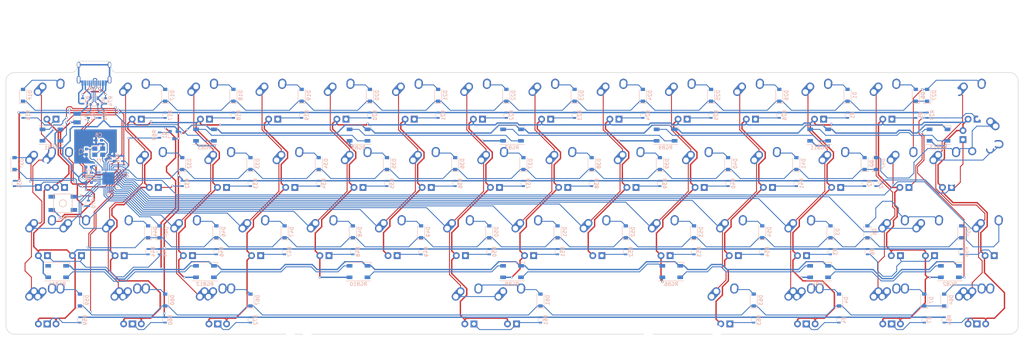
<source format=kicad_pcb>
(kicad_pcb (version 20171130) (host pcbnew "(5.1.2)-1")
  (layers (0 F.Cu signal) (31 B.Cu signal) (34 B.Paste user) (35 F.Paste user) (36 B.SilkS user) (37 F.SilkS user) (38 B.Mask user) (39 F.Mask user) (44 Edge.Cuts user))
  (net 0 "")
  (net 1 +5V)
  (net 2 GND)
  (net 3 "Net-(C6-Pad1)")
  (net 4 "Net-(C7-Pad1)")
  (net 5 "Net-(C8-Pad1)")
  (net 6 "Net-(D1-Pad2)")
  (net 7 ROW3)
  (net 8 "Net-(D16-Pad2)")
  (net 9 ROW0)
  (net 10 "Net-(D17-Pad2)")
  (net 11 "Net-(D18-Pad2)")
  (net 12 "Net-(D19-Pad2)")
  (net 13 "Net-(D20-Pad2)")
  (net 14 "Net-(D21-Pad2)")
  (net 15 "Net-(D22-Pad2)")
  (net 16 "Net-(D23-Pad2)")
  (net 17 "Net-(D24-Pad2)")
  (net 18 "Net-(D25-Pad2)")
  (net 19 "Net-(D26-Pad2)")
  (net 20 "Net-(D27-Pad2)")
  (net 21 ROW1)
  (net 22 "Net-(D31-Pad2)")
  (net 23 "Net-(D32-Pad2)")
  (net 24 "Net-(D33-Pad2)")
  (net 25 "Net-(D34-Pad2)")
  (net 26 "Net-(D35-Pad2)")
  (net 27 "Net-(D36-Pad2)")
  (net 28 "Net-(D37-Pad2)")
  (net 29 "Net-(D38-Pad2)")
  (net 30 "Net-(D39-Pad2)")
  (net 31 "Net-(D40-Pad2)")
  (net 32 "Net-(D41-Pad2)")
  (net 33 "Net-(D42-Pad2)")
  (net 34 "Net-(D44-Pad2)")
  (net 35 ROW2)
  (net 36 "Net-(D45-Pad2)")
  (net 37 "Net-(D46-Pad2)")
  (net 38 "Net-(D47-Pad2)")
  (net 39 "Net-(D48-Pad2)")
  (net 40 "Net-(D49-Pad2)")
  (net 41 "Net-(D50-Pad2)")
  (net 42 "Net-(D51-Pad2)")
  (net 43 "Net-(D52-Pad2)")
  (net 44 "Net-(D53-Pad2)")
  (net 45 "Net-(D55-Pad2)")
  (net 46 "Net-(D59-Pad2)")
  (net 47 "Net-(D60-Pad2)")
  (net 48 "Net-(D61-Pad2)")
  (net 49 "Net-(D63-Pad2)")
  (net 50 "Net-(D64-Pad2)")
  (net 51 "Net-(D67-Pad2)")
  (net 52 VCC)
  (net 53 COL9)
  (net 54 "Net-(K_,1-Pad4)")
  (net 55 COL11)
  (net 56 "Net-(K_;1-Pad4)")
  (net 57 "Net-(K_\\1-Pad4)")
  (net 58 COL1)
  (net 59 "Net-(K_A1-Pad4)")
  (net 60 "Net-(K_ALT1-Pad4)")
  (net 61 COL2)
  (net 62 "Net-(K_B1-Pad4)")
  (net 63 COL6)
  (net 64 "Net-(K_C1-Pad4)")
  (net 65 COL4)
  (net 66 COL0)
  (net 67 "Net-(K_CAPS1-Pad4)")
  (net 68 "Net-(K_CTRL1-Pad4)")
  (net 69 "Net-(K_D1-Pad4)")
  (net 70 COL3)
  (net 71 "Net-(K_E1-Pad4)")
  (net 72 "Net-(K_F1-Pad4)")
  (net 73 "Net-(K_G1-Pad4)")
  (net 74 COL5)
  (net 75 "Net-(K_H1-Pad4)")
  (net 76 COL8)
  (net 77 "Net-(K_I1-Pad4)")
  (net 78 "Net-(K_J1-Pad4)")
  (net 79 COL7)
  (net 80 "Net-(K_K1-Pad4)")
  (net 81 "Net-(K_L1-Pad4)")
  (net 82 "Net-(K_M1-Pad4)")
  (net 83 "Net-(K_N1-Pad4)")
  (net 84 "Net-(K_O1-Pad4)")
  (net 85 "Net-(K_P1-Pad4)")
  (net 86 "Net-(K_Q1-Pad4)")
  (net 87 "Net-(K_R1-Pad4)")
  (net 88 "Net-(K_RALT1-Pad4)")
  (net 89 "Net-(K_RCTRL1-Pad4)")
  (net 90 "Net-(K_S1-Pad4)")
  (net 91 "Net-(K_SHIFT1-Pad4)")
  (net 92 "Net-(K_SHIFT3-Pad4)")
  (net 93 "Net-(K_T1-Pad4)")
  (net 94 "Net-(K_TAB1-Pad4)")
  (net 95 "Net-(K_U1-Pad4)")
  (net 96 "Net-(K_V1-Pad4)")
  (net 97 "Net-(K_W1-Pad4)")
  (net 98 "Net-(K_X1-Pad4)")
  (net 99 "Net-(K_Y1-Pad4)")
  (net 100 "Net-(K_Z1-Pad4)")
  (net 101 LEDGND)
  (net 102 "Net-(Q1-Pad1)")
  (net 103 D-)
  (net 104 "Net-(R67-Pad2)")
  (net 105 "Net-(R68-Pad2)")
  (net 106 D+)
  (net 107 "Net-(R69-Pad2)")
  (net 108 "Net-(R70-Pad2)")
  (net 109 "Net-(R71-Pad2)")
  (net 110 "Net-(R73-Pad2)")
  (net 111 "Net-(R74-Pad2)")
  (net 112 RGBLED)
  (net 113 "Net-(USB1-Pad9)")
  (net 114 "Net-(USB1-Pad3)")
  (net 115 "Net-(K_ENTER1-Pad4)")
  (net 116 "Net-(K_RSHIFT1-Pad4)")
  (net 117 "Net-(K_WIN1-Pad4)")
  (net 118 "Net-(RGB1-Pad2)")
  (net 119 "Net-(RGB2-Pad2)")
  (net 120 "Net-(RGB11-Pad2)")
  (net 121 "Net-(RGB3-Pad2)")
  (net 122 "Net-(RGB4-Pad2)")
  (net 123 "Net-(RGB5-Pad2)")
  (net 124 "Net-(RGB6-Pad2)")
  (net 125 "Net-(RGB7-Pad2)")
  (net 126 "Net-(RGB10-Pad4)")
  (net 127 "Net-(RGB11-Pad4)")
  (net 128 "Net-(RGB10-Pad2)")
  (net 129 "Net-(RGB12-Pad2)")
  (net 130 "Net-(D2-Pad2)")
  (net 131 "Net-(D3-Pad2)")
  (net 132 "Net-(D4-Pad2)")
  (net 133 "Net-(D5-Pad2)")
  (net 134 "Net-(D6-Pad2)")
  (net 135 "Net-(D7-Pad2)")
  (net 136 "Net-(D54-Pad2)")
  (net 137 COL10)
  (net 138 "Net-(K_.1-Pad4)")
  (net 139 "Net-(K_'1-Pad4)")
  (net 140 "Net-(K_/1-Pad4)")
  (net 141 "Net-(K_[1-Pad4)")
  (net 142 COL13)
  (net 143 "Net-(K_]1-Pad4)")
  (net 144 COL12)
  (net 145 "Net-(K_RALT2-Pad4)")
  (net 146 "Net-(K_RMENU1-Pad4)")
  (net 147 "Net-(K_SPACE1-Pad4)")
  (net 148 "Net-(K_SRSHIFT2-Pad4)")
  (net 149 "Net-(RGB13-Pad2)")
  (net 150 "Net-(RGB14-Pad2)")
  (module MX_Alps_Hybrid:MX-ISO-ReversedStabilizers (layer F.Cu) (at 307.18125 49.2125)
    (fp_text reference K_ENTER2)
    (fp_text value MX-2.25U)
    (pad "" np_thru_hole circle (at -8.255 -11.938) (size 3.9878 3.9878) (drill 3.9878) (layers *.Cu *.Mask))
    (pad "" np_thru_hole circle (at -8.255 11.938) (size 3.9878 3.9878) (drill 3.9878) (layers *.Cu *.Mask))
    (pad "" np_thru_hole circle (at 6.985 -11.938) (size 3.048 3.048) (drill 3.048) (layers *.Cu *.Mask))
    (pad "" np_thru_hole circle (at 6.985 11.938) (size 3.048 3.048) (drill 3.048) (layers *.Cu *.Mask))
    (pad 2 thru_hole circle (at -2.5 4.5) (size 2.25 2.25) (drill 1.47) (layers *.Cu B.Mask) (net 33 "Net-(D42-Pad2)"))
    (pad 1 thru_hole circle (at 2.5 4) (size 2.25 2.25) (drill 1.47) (layers *.Cu B.Mask) (net 142 COL13))
    (pad "" np_thru_hole circle (at 0 5.08 48.0996) (size 1.7018 1.7018) (drill 1.7018) (layers *.Cu *.Mask))
    (pad "" np_thru_hole circle (at 0 -5.08 48.0996) (size 1.7018 1.7018) (drill 1.7018) (layers *.Cu *.Mask))
    (pad 3 thru_hole circle (at -5.08 -1.27) (size 1.905 1.905) (drill 1.04) (layers *.Cu B.Mask) (net 1 +5V))
    (pad 4 thru_hole rect (at -5.08 1.27) (size 1.905 1.905) (drill 1.04) (layers *.Cu B.Mask) (net 115 "Net-(K_ENTER1-Pad4)"))
    (pad 2 thru_hole circle (at 4 -2.5) (size 2.25 2.25) (drill 1.47) (layers *.Cu B.Mask) (net 33 "Net-(D42-Pad2)"))
    (pad "" np_thru_hole circle (at 0 0) (size 3.9878 3.9878) (drill 3.9878) (layers *.Cu *.Mask))
    (pad 2 thru_hole oval (at 2.54 -3.81 318.1) (size 4.211556 2.25) (drill 1.47 (offset 0.980778 0)) (layers *.Cu B.Mask) (net 33 "Net-(D42-Pad2)"))
    (pad 1 thru_hole circle (at 5.08 2.54) (size 2.25 2.25) (drill 1.47) (layers *.Cu B.Mask) (net 142 COL13))
    (pad 1 thru_hole oval (at 4.5 2.5 356.055) (size 2.831378 2.25) (drill 1.47 (offset 0.290689 0)) (layers *.Cu B.Mask) (net 142 COL13))
  )
  (module MX_Alps_Hybrid:MX-1U (layer F.Cu) (at 285.75 58.7375)
    (fp_text reference K_\2)
    (fp_text value MX-1U)
    (pad "" np_thru_hole circle (at 5.08 0 48.0996) (size 1.75 1.75) (drill 1.75) (layers *.Cu *.Mask))
    (pad "" np_thru_hole circle (at -5.08 0 48.0996) (size 1.75 1.75) (drill 1.75) (layers *.Cu *.Mask))
    (pad 4 thru_hole rect (at 1.27 5.08) (size 1.905 1.905) (drill 1.04) (layers *.Cu B.Mask) (net 57 "Net-(K_\\1-Pad4)"))
    (pad 3 thru_hole circle (at -1.27 5.08) (size 1.905 1.905) (drill 1.04) (layers *.Cu B.Mask) (net 1 +5V))
    (pad 1 thru_hole circle (at -2.5 -4) (size 2.25 2.25) (drill 1.47) (layers *.Cu B.Mask) (net 142 COL13))
    (pad "" np_thru_hole circle (at 0 0) (size 3.9878 3.9878) (drill 3.9878) (layers *.Cu *.Mask))
    (pad 1 thru_hole oval (at -3.81 -2.54 48.0996) (size 4.211556 2.25) (drill 1.47 (offset 0.980778 0)) (layers *.Cu B.Mask) (net 142 COL13))
    (pad 2 thru_hole circle (at 2.54 -5.08) (size 2.25 2.25) (drill 1.47) (layers *.Cu B.Mask) (net 20 "Net-(D27-Pad2)"))
    (pad 2 thru_hole oval (at 2.5 -4.5 86.0548) (size 2.831378 2.25) (drill 1.47 (offset 0.290689 0)) (layers *.Cu B.Mask) (net 20 "Net-(D27-Pad2)"))
  )
  (module MX_Alps_Hybrid:MX-1.25U (layer F.Cu) (at 45.24375 77.7875)
    (fp_text reference K_SHIFT2)
    (fp_text value MX-1.25U)
    (pad 2 thru_hole oval (at 2.5 -4.5 86.0548) (size 2.831378 2.25) (drill 1.47 (offset 0.290689 0)) (layers *.Cu B.Mask) (net 36 "Net-(D45-Pad2)"))
    (pad 2 thru_hole circle (at 2.54 -5.08) (size 2.25 2.25) (drill 1.47) (layers *.Cu B.Mask) (net 36 "Net-(D45-Pad2)"))
    (pad 1 thru_hole oval (at -3.81 -2.54 48.0996) (size 4.211556 2.25) (drill 1.47 (offset 0.980778 0)) (layers *.Cu B.Mask) (net 66 COL0))
    (pad "" np_thru_hole circle (at 0 0) (size 3.9878 3.9878) (drill 3.9878) (layers *.Cu *.Mask))
    (pad 1 thru_hole circle (at -2.5 -4) (size 2.25 2.25) (drill 1.47) (layers *.Cu B.Mask) (net 66 COL0))
    (pad 3 thru_hole circle (at -1.27 5.08) (size 1.905 1.905) (drill 1.04) (layers *.Cu B.Mask) (net 1 +5V))
    (pad 4 thru_hole rect (at 1.27 5.08) (size 1.905 1.905) (drill 1.04) (layers *.Cu B.Mask) (net 91 "Net-(K_SHIFT1-Pad4)"))
    (pad "" np_thru_hole circle (at -5.08 0 48.0996) (size 1.75 1.75) (drill 1.75) (layers *.Cu *.Mask))
    (pad "" np_thru_hole circle (at 5.08 0 48.0996) (size 1.75 1.75) (drill 1.75) (layers *.Cu *.Mask))
  )
  (module LEDs:LED_WS2812B-PLCC4 (layer B.Cu) (at 49.2125 87.3125)
    (fp_text reference RGB14 (at 0 3.5) (layer B.SilkS) (effects (justify mirror)))
    (fp_text value WS2812B)
    (pad 3 smd rect (at 2.5 -1.6) (size 1.6 1) (layers B.Cu B.Paste B.Mask) (net 2 GND))
    (pad 4 smd rect (at 2.5 1.6) (size 1.6 1) (layers B.Cu B.Paste B.Mask) (net 129 "Net-(RGB12-Pad2)"))
    (pad 2 smd rect (at -2.5 -1.6) (size 1.6 1) (layers B.Cu B.Paste B.Mask) (net 150 "Net-(RGB14-Pad2)"))
    (pad 1 smd rect (at -2.5 1.6) (size 1.6 1) (layers B.Cu B.Paste B.Mask) (net 1 +5V))
  )
  (module LEDs:LED_WS2812B-PLCC4 (layer B.Cu) (at 295.275 49.2125)
    (fp_text reference RGB13 (at 0 3.5) (layer B.SilkS) (effects (justify mirror)))
    (fp_text value WS2812B)
    (pad 3 smd rect (at 2.5 -1.6) (size 1.6 1) (layers B.Cu B.Paste B.Mask) (net 2 GND))
    (pad 4 smd rect (at 2.5 1.6) (size 1.6 1) (layers B.Cu B.Paste B.Mask) (net 120 "Net-(RGB11-Pad2)"))
    (pad 2 smd rect (at -2.5 -1.6) (size 1.6 1) (layers B.Cu B.Paste B.Mask) (net 149 "Net-(RGB13-Pad2)"))
    (pad 1 smd rect (at -2.5 1.6) (size 1.6 1) (layers B.Cu B.Paste B.Mask) (net 1 +5V))
  )
  (module MX_Alps_Hybrid:MX-1U (layer F.Cu) (at 280.9875 96.8375)
    (fp_text reference K_RWIN2)
    (fp_text value MX-1U)
    (pad "" np_thru_hole circle (at 5.08 0 48.0996) (size 1.75 1.75) (drill 1.75) (layers *.Cu *.Mask))
    (pad "" np_thru_hole circle (at -5.08 0 48.0996) (size 1.75 1.75) (drill 1.75) (layers *.Cu *.Mask))
    (pad 4 thru_hole rect (at 1.27 5.08) (size 1.905 1.905) (drill 1.04) (layers *.Cu B.Mask) (net 146 "Net-(K_RMENU1-Pad4)"))
    (pad 3 thru_hole circle (at -1.27 5.08) (size 1.905 1.905) (drill 1.04) (layers *.Cu B.Mask) (net 1 +5V))
    (pad 1 thru_hole circle (at -2.5 -4) (size 2.25 2.25) (drill 1.47) (layers *.Cu B.Mask) (net 144 COL12))
    (pad "" np_thru_hole circle (at 0 0) (size 3.9878 3.9878) (drill 3.9878) (layers *.Cu *.Mask))
    (pad 1 thru_hole oval (at -3.81 -2.54 48.0996) (size 4.211556 2.25) (drill 1.47 (offset 0.980778 0)) (layers *.Cu B.Mask) (net 144 COL12))
    (pad 2 thru_hole circle (at 2.54 -5.08) (size 2.25 2.25) (drill 1.47) (layers *.Cu B.Mask) (net 135 "Net-(D7-Pad2)"))
    (pad 2 thru_hole oval (at 2.5 -4.5 86.0548) (size 2.831378 2.25) (drill 1.47 (offset 0.290689 0)) (layers *.Cu B.Mask) (net 135 "Net-(D7-Pad2)"))
  )
  (module MX_Alps_Hybrid:MX-1.25U-FLIPPED (layer F.Cu) (at 259.55625 96.8375)
    (fp_text reference K_RWIN1)
    (fp_text value MX-1.25U)
    (pad "" np_thru_hole circle (at 5.08 0 48.0996) (size 1.75 1.75) (drill 1.75) (layers *.Cu *.Mask))
    (pad "" np_thru_hole circle (at -5.08 0 48.0996) (size 1.75 1.75) (drill 1.75) (layers *.Cu *.Mask))
    (pad 4 thru_hole rect (at -1.27 5.08) (size 1.905 1.905) (drill 1.04) (layers *.Cu B.Mask) (net 145 "Net-(K_RALT2-Pad4)"))
    (pad 3 thru_hole circle (at 1.27 5.08) (size 1.905 1.905) (drill 1.04) (layers *.Cu B.Mask) (net 1 +5V))
    (pad 1 thru_hole circle (at -2.5 -4) (size 2.25 2.25) (drill 1.47) (layers *.Cu B.Mask) (net 55 COL11))
    (pad "" np_thru_hole circle (at 0 0) (size 3.9878 3.9878) (drill 3.9878) (layers *.Cu *.Mask))
    (pad 1 thru_hole oval (at -3.81 -2.54 48.0996) (size 4.211556 2.25) (drill 1.47 (offset 0.980778 0)) (layers *.Cu B.Mask) (net 55 COL11))
    (pad 2 thru_hole circle (at 2.54 -5.08) (size 2.25 2.25) (drill 1.47) (layers *.Cu B.Mask) (net 132 "Net-(D4-Pad2)"))
    (pad 2 thru_hole oval (at 2.5 -4.5 86.0548) (size 2.831378 2.25) (drill 1.47 (offset 0.290689 0)) (layers *.Cu B.Mask) (net 132 "Net-(D4-Pad2)"))
  )
  (module MX_Alps_Hybrid:MX-1.25U-FLIPPED (layer F.Cu) (at 283.36875 96.8375)
    (fp_text reference K_RMENU1)
    (fp_text value MX-1.25U)
    (pad "" np_thru_hole circle (at 5.08 0 48.0996) (size 1.75 1.75) (drill 1.75) (layers *.Cu *.Mask))
    (pad "" np_thru_hole circle (at -5.08 0 48.0996) (size 1.75 1.75) (drill 1.75) (layers *.Cu *.Mask))
    (pad 4 thru_hole rect (at -1.27 5.08) (size 1.905 1.905) (drill 1.04) (layers *.Cu B.Mask) (net 146 "Net-(K_RMENU1-Pad4)"))
    (pad 3 thru_hole circle (at 1.27 5.08) (size 1.905 1.905) (drill 1.04) (layers *.Cu B.Mask) (net 1 +5V))
    (pad 1 thru_hole circle (at -2.5 -4) (size 2.25 2.25) (drill 1.47) (layers *.Cu B.Mask) (net 144 COL12))
    (pad "" np_thru_hole circle (at 0 0) (size 3.9878 3.9878) (drill 3.9878) (layers *.Cu *.Mask))
    (pad 1 thru_hole oval (at -3.81 -2.54 48.0996) (size 4.211556 2.25) (drill 1.47 (offset 0.980778 0)) (layers *.Cu B.Mask) (net 144 COL12))
    (pad 2 thru_hole circle (at 2.54 -5.08) (size 2.25 2.25) (drill 1.47) (layers *.Cu B.Mask) (net 135 "Net-(D7-Pad2)"))
    (pad 2 thru_hole oval (at 2.5 -4.5 86.0548) (size 2.831378 2.25) (drill 1.47 (offset 0.290689 0)) (layers *.Cu B.Mask) (net 135 "Net-(D7-Pad2)"))
  )
  (module MX_Alps_Hybrid:MX-1.5U (layer F.Cu) (at 304.8 96.8375)
    (fp_text reference K_RCTRL2)
    (fp_text value MX-1.5U)
    (pad "" np_thru_hole circle (at 5.08 0 48.0996) (size 1.75 1.75) (drill 1.75) (layers *.Cu *.Mask))
    (pad "" np_thru_hole circle (at -5.08 0 48.0996) (size 1.75 1.75) (drill 1.75) (layers *.Cu *.Mask))
    (pad 4 thru_hole rect (at 1.27 5.08) (size 1.905 1.905) (drill 1.04) (layers *.Cu B.Mask) (net 89 "Net-(K_RCTRL1-Pad4)"))
    (pad 3 thru_hole circle (at -1.27 5.08) (size 1.905 1.905) (drill 1.04) (layers *.Cu B.Mask) (net 1 +5V))
    (pad 1 thru_hole circle (at -2.5 -4) (size 2.25 2.25) (drill 1.47) (layers *.Cu B.Mask) (net 142 COL13))
    (pad "" np_thru_hole circle (at 0 0) (size 3.9878 3.9878) (drill 3.9878) (layers *.Cu *.Mask))
    (pad 1 thru_hole oval (at -3.81 -2.54 48.0996) (size 4.211556 2.25) (drill 1.47 (offset 0.980778 0)) (layers *.Cu B.Mask) (net 142 COL13))
    (pad 2 thru_hole circle (at 2.54 -5.08) (size 2.25 2.25) (drill 1.47) (layers *.Cu B.Mask) (net 50 "Net-(D64-Pad2)"))
    (pad 2 thru_hole oval (at 2.5 -4.5 86.0548) (size 2.831378 2.25) (drill 1.47 (offset 0.290689 0)) (layers *.Cu B.Mask) (net 50 "Net-(D64-Pad2)"))
  )
  (module MX_Alps_Hybrid:MX-1.25U-FLIPPED (layer F.Cu) (at 307.18125 96.8375)
    (fp_text reference K_RCTRL1)
    (fp_text value MX-1.25U)
    (pad "" np_thru_hole circle (at 5.08 0 48.0996) (size 1.75 1.75) (drill 1.75) (layers *.Cu *.Mask))
    (pad "" np_thru_hole circle (at -5.08 0 48.0996) (size 1.75 1.75) (drill 1.75) (layers *.Cu *.Mask))
    (pad 4 thru_hole rect (at -1.27 5.08) (size 1.905 1.905) (drill 1.04) (layers *.Cu B.Mask) (net 89 "Net-(K_RCTRL1-Pad4)"))
    (pad 3 thru_hole circle (at 1.27 5.08) (size 1.905 1.905) (drill 1.04) (layers *.Cu B.Mask) (net 1 +5V))
    (pad 1 thru_hole circle (at -2.5 -4) (size 2.25 2.25) (drill 1.47) (layers *.Cu B.Mask) (net 142 COL13))
    (pad "" np_thru_hole circle (at 0 0) (size 3.9878 3.9878) (drill 3.9878) (layers *.Cu *.Mask))
    (pad 1 thru_hole oval (at -3.81 -2.54 48.0996) (size 4.211556 2.25) (drill 1.47 (offset 0.980778 0)) (layers *.Cu B.Mask) (net 142 COL13))
    (pad 2 thru_hole circle (at 2.54 -5.08) (size 2.25 2.25) (drill 1.47) (layers *.Cu B.Mask) (net 50 "Net-(D64-Pad2)"))
    (pad 2 thru_hole oval (at 2.5 -4.5 86.0548) (size 2.831378 2.25) (drill 1.47 (offset 0.290689 0)) (layers *.Cu B.Mask) (net 50 "Net-(D64-Pad2)"))
  )
  (module MX_Alps_Hybrid:MX-1.5U (layer F.Cu) (at 257.175 96.8375)
    (fp_text reference K_RALT2)
    (fp_text value MX-1.5U)
    (pad "" np_thru_hole circle (at 5.08 0 48.0996) (size 1.75 1.75) (drill 1.75) (layers *.Cu *.Mask))
    (pad "" np_thru_hole circle (at -5.08 0 48.0996) (size 1.75 1.75) (drill 1.75) (layers *.Cu *.Mask))
    (pad 4 thru_hole rect (at 1.27 5.08) (size 1.905 1.905) (drill 1.04) (layers *.Cu B.Mask) (net 145 "Net-(K_RALT2-Pad4)"))
    (pad 3 thru_hole circle (at -1.27 5.08) (size 1.905 1.905) (drill 1.04) (layers *.Cu B.Mask) (net 1 +5V))
    (pad 1 thru_hole circle (at -2.5 -4) (size 2.25 2.25) (drill 1.47) (layers *.Cu B.Mask) (net 55 COL11))
    (pad "" np_thru_hole circle (at 0 0) (size 3.9878 3.9878) (drill 3.9878) (layers *.Cu *.Mask))
    (pad 1 thru_hole oval (at -3.81 -2.54 48.0996) (size 4.211556 2.25) (drill 1.47 (offset 0.980778 0)) (layers *.Cu B.Mask) (net 55 COL11))
    (pad 2 thru_hole circle (at 2.54 -5.08) (size 2.25 2.25) (drill 1.47) (layers *.Cu B.Mask) (net 132 "Net-(D4-Pad2)"))
    (pad 2 thru_hole oval (at 2.5 -4.5 86.0548) (size 2.831378 2.25) (drill 1.47 (offset 0.290689 0)) (layers *.Cu B.Mask) (net 132 "Net-(D4-Pad2)"))
  )
  (module MX_Alps_Hybrid:MX-1U-FLIPPED (layer F.Cu) (at 71.4375 96.8375)
    (fp_text reference K_WIN2)
    (fp_text value MX-1U)
    (pad "" np_thru_hole circle (at 5.08 0 48.0996) (size 1.75 1.75) (drill 1.75) (layers *.Cu *.Mask))
    (pad "" np_thru_hole circle (at -5.08 0 48.0996) (size 1.75 1.75) (drill 1.75) (layers *.Cu *.Mask))
    (pad 4 thru_hole rect (at -1.27 5.08) (size 1.905 1.905) (drill 1.04) (layers *.Cu B.Mask) (net 117 "Net-(K_WIN1-Pad4)"))
    (pad 3 thru_hole circle (at 1.27 5.08) (size 1.905 1.905) (drill 1.04) (layers *.Cu B.Mask) (net 1 +5V))
    (pad 1 thru_hole circle (at -2.5 -4) (size 2.25 2.25) (drill 1.47) (layers *.Cu B.Mask) (net 58 COL1))
    (pad "" np_thru_hole circle (at 0 0) (size 3.9878 3.9878) (drill 3.9878) (layers *.Cu *.Mask))
    (pad 1 thru_hole oval (at -3.81 -2.54 48.0996) (size 4.211556 2.25) (drill 1.47 (offset 0.980778 0)) (layers *.Cu B.Mask) (net 58 COL1))
    (pad 2 thru_hole circle (at 2.54 -5.08) (size 2.25 2.25) (drill 1.47) (layers *.Cu B.Mask) (net 47 "Net-(D60-Pad2)"))
    (pad 2 thru_hole oval (at 2.5 -4.5 86.0548) (size 2.831378 2.25) (drill 1.47 (offset 0.290689 0)) (layers *.Cu B.Mask) (net 47 "Net-(D60-Pad2)"))
  )
  (module MX_Alps_Hybrid:MX-1.5U-FLIPPED (layer F.Cu) (at 47.625 96.8375)
    (fp_text reference K_CTRL2)
    (fp_text value MX-1.5U)
    (pad "" np_thru_hole circle (at 5.08 0 48.0996) (size 1.75 1.75) (drill 1.75) (layers *.Cu *.Mask))
    (pad "" np_thru_hole circle (at -5.08 0 48.0996) (size 1.75 1.75) (drill 1.75) (layers *.Cu *.Mask))
    (pad 4 thru_hole rect (at -1.27 5.08) (size 1.905 1.905) (drill 1.04) (layers *.Cu B.Mask) (net 68 "Net-(K_CTRL1-Pad4)"))
    (pad 3 thru_hole circle (at 1.27 5.08) (size 1.905 1.905) (drill 1.04) (layers *.Cu B.Mask) (net 1 +5V))
    (pad 1 thru_hole circle (at -2.5 -4) (size 2.25 2.25) (drill 1.47) (layers *.Cu B.Mask) (net 66 COL0))
    (pad "" np_thru_hole circle (at 0 0) (size 3.9878 3.9878) (drill 3.9878) (layers *.Cu *.Mask))
    (pad 1 thru_hole oval (at -3.81 -2.54 48.0996) (size 4.211556 2.25) (drill 1.47 (offset 0.980778 0)) (layers *.Cu B.Mask) (net 66 COL0))
    (pad 2 thru_hole circle (at 2.54 -5.08) (size 2.25 2.25) (drill 1.47) (layers *.Cu B.Mask) (net 46 "Net-(D59-Pad2)"))
    (pad 2 thru_hole oval (at 2.5 -4.5 86.0548) (size 2.831378 2.25) (drill 1.47 (offset 0.290689 0)) (layers *.Cu B.Mask) (net 46 "Net-(D59-Pad2)"))
  )
  (module MX_Alps_Hybrid:MX-1.5U-FLIPPED (layer F.Cu) (at 95.25 96.8375)
    (fp_text reference K_ALT2)
    (fp_text value MX-1.5U)
    (pad "" np_thru_hole circle (at 5.08 0 48.0996) (size 1.75 1.75) (drill 1.75) (layers *.Cu *.Mask))
    (pad "" np_thru_hole circle (at -5.08 0 48.0996) (size 1.75 1.75) (drill 1.75) (layers *.Cu *.Mask))
    (pad 4 thru_hole rect (at -1.27 5.08) (size 1.905 1.905) (drill 1.04) (layers *.Cu B.Mask) (net 60 "Net-(K_ALT1-Pad4)"))
    (pad 3 thru_hole circle (at 1.27 5.08) (size 1.905 1.905) (drill 1.04) (layers *.Cu B.Mask) (net 1 +5V))
    (pad 1 thru_hole circle (at -2.5 -4) (size 2.25 2.25) (drill 1.47) (layers *.Cu B.Mask) (net 61 COL2))
    (pad "" np_thru_hole circle (at 0 0) (size 3.9878 3.9878) (drill 3.9878) (layers *.Cu *.Mask))
    (pad 1 thru_hole oval (at -3.81 -2.54 48.0996) (size 4.211556 2.25) (drill 1.47 (offset 0.980778 0)) (layers *.Cu B.Mask) (net 61 COL2))
    (pad 2 thru_hole circle (at 2.54 -5.08) (size 2.25 2.25) (drill 1.47) (layers *.Cu B.Mask) (net 51 "Net-(D67-Pad2)"))
    (pad 2 thru_hole oval (at 2.5 -4.5 86.0548) (size 2.831378 2.25) (drill 1.47 (offset 0.290689 0)) (layers *.Cu B.Mask) (net 51 "Net-(D67-Pad2)"))
  )
  (module Housings_DFN_QFN:QFN-32-1EP_5x5mm_Pitch0.5mm (layer B.Cu) (at 63.5635 61.30925 270)
    (fp_text reference U1 (at 0 3.75 90) (layer B.SilkS) (effects (justify mirror)))
    (fp_text value ATmega32U2-MU)
    (pad 1 smd rect (at -2.4 1.75 270) (size 0.7 0.25) (layers B.Cu B.Paste B.Mask) (net 4 "Net-(C7-Pad1)"))
    (pad 2 smd rect (at -2.4 1.25 270) (size 0.7 0.25) (layers B.Cu B.Paste B.Mask) (net 5 "Net-(C8-Pad1)"))
    (pad 3 smd rect (at -2.4 0.75 270) (size 0.7 0.25) (layers B.Cu B.Paste B.Mask) (net 2 GND))
    (pad 4 smd rect (at -2.4 0.25 270) (size 0.7 0.25) (layers B.Cu B.Paste B.Mask) (net 1 +5V))
    (pad 5 smd rect (at -2.4 -0.25 270) (size 0.7 0.25) (layers B.Cu B.Paste B.Mask) (net 112 RGBLED))
    (pad 6 smd rect (at -2.4 -0.75 270) (size 0.7 0.25) (layers B.Cu B.Paste B.Mask) (net 9 ROW0))
    (pad 7 smd rect (at -2.4 -1.25 270) (size 0.7 0.25) (layers B.Cu B.Paste B.Mask) (net 109 "Net-(R71-Pad2)"))
    (pad 8 smd rect (at -2.4 -1.75 270) (size 0.7 0.25) (layers B.Cu B.Paste B.Mask) (net 21 ROW1))
    (pad 9 smd rect (at -1.75 -2.4 180) (size 0.7 0.25) (layers B.Cu B.Paste B.Mask) (net 35 ROW2))
    (pad 10 smd rect (at -1.25 -2.4 180) (size 0.7 0.25) (layers B.Cu B.Paste B.Mask) (net 7 ROW3))
    (pad 11 smd rect (at -0.75 -2.4 180) (size 0.7 0.25) (layers B.Cu B.Paste B.Mask) (net 142 COL13))
    (pad 12 smd rect (at -0.25 -2.4 180) (size 0.7 0.25) (layers B.Cu B.Paste B.Mask) (net 144 COL12))
    (pad 13 smd rect (at 0.25 -2.4 180) (size 0.7 0.25) (layers B.Cu B.Paste B.Mask) (net 55 COL11))
    (pad 14 smd rect (at 0.75 -2.4 180) (size 0.7 0.25) (layers B.Cu B.Paste B.Mask) (net 137 COL10))
    (pad 15 smd rect (at 1.25 -2.4 180) (size 0.7 0.25) (layers B.Cu B.Paste B.Mask) (net 53 COL9))
    (pad 16 smd rect (at 1.75 -2.4 180) (size 0.7 0.25) (layers B.Cu B.Paste B.Mask) (net 76 COL8))
    (pad 17 smd rect (at 2.4 -1.75 270) (size 0.7 0.25) (layers B.Cu B.Paste B.Mask) (net 79 COL7))
    (pad 18 smd rect (at 2.4 -1.25 270) (size 0.7 0.25) (layers B.Cu B.Paste B.Mask) (net 63 COL6))
    (pad 19 smd rect (at 2.4 -0.75 270) (size 0.7 0.25) (layers B.Cu B.Paste B.Mask) (net 74 COL5))
    (pad 20 smd rect (at 2.4 -0.25 270) (size 0.7 0.25) (layers B.Cu B.Paste B.Mask) (net 65 COL4))
    (pad 21 smd rect (at 2.4 0.25 270) (size 0.7 0.25) (layers B.Cu B.Paste B.Mask) (net 107 "Net-(R69-Pad2)"))
    (pad 22 smd rect (at 2.4 0.75 270) (size 0.7 0.25) (layers B.Cu B.Paste B.Mask) (net 70 COL3))
    (pad 23 smd rect (at 2.4 1.25 270) (size 0.7 0.25) (layers B.Cu B.Paste B.Mask) (net 61 COL2))
    (pad 24 smd rect (at 2.4 1.75 270) (size 0.7 0.25) (layers B.Cu B.Paste B.Mask) (net 108 "Net-(R70-Pad2)"))
    (pad 25 smd rect (at 1.75 2.4 180) (size 0.7 0.25) (layers B.Cu B.Paste B.Mask) (net 58 COL1))
    (pad 26 smd rect (at 1.25 2.4 180) (size 0.7 0.25) (layers B.Cu B.Paste B.Mask) (net 66 COL0))
    (pad 27 smd rect (at 0.75 2.4 180) (size 0.7 0.25) (layers B.Cu B.Paste B.Mask) (net 3 "Net-(C6-Pad1)"))
    (pad 28 smd rect (at 0.25 2.4 180) (size 0.7 0.25) (layers B.Cu B.Paste B.Mask) (net 2 GND))
    (pad 29 smd rect (at -0.25 2.4 180) (size 0.7 0.25) (layers B.Cu B.Paste B.Mask) (net 106 D+))
    (pad 30 smd rect (at -0.75 2.4 180) (size 0.7 0.25) (layers B.Cu B.Paste B.Mask) (net 103 D-))
    (pad 31 smd rect (at -1.25 2.4 180) (size 0.7 0.25) (layers B.Cu B.Paste B.Mask) (net 1 +5V))
    (pad 32 smd rect (at -1.75 2.4 180) (size 0.7 0.25) (layers B.Cu B.Paste B.Mask) (net 1 +5V))
    (pad 33 smd rect (at 0.8625 -0.8625 270) (size 1.725 1.725) (layers B.Cu B.Paste B.Mask) (net 2 GND))
    (pad 33 smd rect (at 0.8625 0.8625 270) (size 1.725 1.725) (layers B.Cu B.Paste B.Mask) (net 2 GND))
    (pad 33 smd rect (at -0.8625 -0.8625 270) (size 1.725 1.725) (layers B.Cu B.Paste B.Mask) (net 2 GND))
    (pad 33 smd rect (at -0.8625 0.8625 270) (size 1.725 1.725) (layers B.Cu B.Paste B.Mask) (net 2 GND))
  )
  (module MX_Alps_Hybrid:MX-1.25U (layer F.Cu) (at 235.74375 96.8375)
    (fp_text reference K_RALT1)
    (fp_text value MX-1.25U)
    (pad "" np_thru_hole circle (at 5.08 0 48.0996) (size 1.75 1.75) (drill 1.75) (layers *.Cu *.Mask))
    (pad "" np_thru_hole circle (at -5.08 0 48.0996) (size 1.75 1.75) (drill 1.75) (layers *.Cu *.Mask))
    (pad 4 thru_hole rect (at 1.27 5.08) (size 1.905 1.905) (drill 1.04) (layers *.Cu B.Mask) (net 88 "Net-(K_RALT1-Pad4)"))
    (pad 3 thru_hole circle (at -1.27 5.08) (size 1.905 1.905) (drill 1.04) (layers *.Cu B.Mask) (net 1 +5V))
    (pad 1 thru_hole circle (at -2.5 -4) (size 2.25 2.25) (drill 1.47) (layers *.Cu B.Mask) (net 137 COL10))
    (pad "" np_thru_hole circle (at 0 0) (size 3.9878 3.9878) (drill 3.9878) (layers *.Cu *.Mask))
    (pad 1 thru_hole oval (at -3.81 -2.54 48.0996) (size 4.211556 2.25) (drill 1.47 (offset 0.980778 0)) (layers *.Cu B.Mask) (net 137 COL10))
    (pad 2 thru_hole circle (at 2.54 -5.08) (size 2.25 2.25) (drill 1.47) (layers *.Cu B.Mask) (net 49 "Net-(D63-Pad2)"))
    (pad 2 thru_hole oval (at 2.5 -4.5 86.0548) (size 2.831378 2.25) (drill 1.47 (offset 0.290689 0)) (layers *.Cu B.Mask) (net 49 "Net-(D63-Pad2)"))
  )
  (module Resistors_SMD:R_0603 (layer B.Cu) (at 62.70625 39.6875 90)
    (fp_text reference R74 (at 0 1.45 90) (layer B.SilkS) (effects (justify mirror)))
    (fp_text value 5.1k)
    (pad 1 smd rect (at -0.75 0 90) (size 0.5 0.9) (layers B.Cu B.Paste B.Mask) (net 2 GND))
    (pad 2 smd rect (at 0.75 0 90) (size 0.5 0.9) (layers B.Cu B.Paste B.Mask) (net 111 "Net-(R74-Pad2)"))
  )
  (module Resistors_SMD:R_0603 (layer B.Cu) (at 56.35625 39.6875 90)
    (fp_text reference R73 (at 0 1.45 90) (layer B.SilkS) (effects (justify mirror)))
    (fp_text value 5.1k)
    (pad 1 smd rect (at -0.75 0 90) (size 0.5 0.9) (layers B.Cu B.Paste B.Mask) (net 2 GND))
    (pad 2 smd rect (at 0.75 0 90) (size 0.5 0.9) (layers B.Cu B.Paste B.Mask) (net 110 "Net-(R73-Pad2)"))
  )
  (module Resistors_SMD:R_0603 (layer B.Cu) (at 103.1875 100.80625 90)
    (fp_text reference R72 (at 0 1.45 90) (layer B.SilkS) (effects (justify mirror)))
    (fp_text value 1k)
    (pad 1 smd rect (at -0.75 0 90) (size 0.5 0.9) (layers B.Cu B.Paste B.Mask) (net 60 "Net-(K_ALT1-Pad4)"))
    (pad 2 smd rect (at 0.75 0 90) (size 0.5 0.9) (layers B.Cu B.Paste B.Mask) (net 101 LEDGND))
  )
  (module Resistors_SMD:R_0603 (layer B.Cu) (at 67.53225 55.753 270)
    (fp_text reference R71 (at 0 1.45 90) (layer B.SilkS) (effects (justify mirror)))
    (fp_text value 1k)
    (pad 1 smd rect (at -0.75 0 270) (size 0.5 0.9) (layers B.Cu B.Paste B.Mask) (net 2 GND))
    (pad 2 smd rect (at 0.75 0 270) (size 0.5 0.9) (layers B.Cu B.Paste B.Mask) (net 109 "Net-(R71-Pad2)"))
  )
  (module Resistors_SMD:R_0603 (layer B.Cu) (at 57.94375 68.2625 90)
    (fp_text reference R70 (at 0 1.45 90) (layer B.SilkS) (effects (justify mirror)))
    (fp_text value 10k)
    (pad 1 smd rect (at -0.75 0 90) (size 0.5 0.9) (layers B.Cu B.Paste B.Mask) (net 1 +5V))
    (pad 2 smd rect (at 0.75 0 90) (size 0.5 0.9) (layers B.Cu B.Paste B.Mask) (net 108 "Net-(R70-Pad2)"))
  )
  (module Resistors_SMD:R_0603 (layer B.Cu) (at 77.7875 49.2125 270)
    (fp_text reference R69 (at 0 1.45 90) (layer B.SilkS) (effects (justify mirror)))
    (fp_text value 100)
    (pad 1 smd rect (at -0.75 0 270) (size 0.5 0.9) (layers B.Cu B.Paste B.Mask) (net 102 "Net-(Q1-Pad1)"))
    (pad 2 smd rect (at 0.75 0 270) (size 0.5 0.9) (layers B.Cu B.Paste B.Mask) (net 107 "Net-(R69-Pad2)"))
  )
  (module Resistors_SMD:R_0603 (layer B.Cu) (at 61.11875 43.65625 90)
    (fp_text reference R68 (at 0 1.45 90) (layer B.SilkS) (effects (justify mirror)))
    (fp_text value 22)
    (pad 1 smd rect (at -0.75 0 90) (size 0.5 0.9) (layers B.Cu B.Paste B.Mask) (net 106 D+))
    (pad 2 smd rect (at 0.75 0 90) (size 0.5 0.9) (layers B.Cu B.Paste B.Mask) (net 105 "Net-(R68-Pad2)"))
  )
  (module Resistors_SMD:R_0603 (layer B.Cu) (at 57.94375 43.65625 90)
    (fp_text reference R67 (at 0 1.45 90) (layer B.SilkS) (effects (justify mirror)))
    (fp_text value 22)
    (pad 1 smd rect (at -0.75 0 90) (size 0.5 0.9) (layers B.Cu B.Paste B.Mask) (net 103 D-))
    (pad 2 smd rect (at 0.75 0 90) (size 0.5 0.9) (layers B.Cu B.Paste B.Mask) (net 104 "Net-(R67-Pad2)"))
  )
  (module Resistors_SMD:R_0603 (layer B.Cu) (at 296.8625 100.80625 90)
    (fp_text reference R64 (at 0 1.45 90) (layer B.SilkS) (effects (justify mirror)))
    (fp_text value 1k)
    (pad 1 smd rect (at -0.75 0 90) (size 0.5 0.9) (layers B.Cu B.Paste B.Mask) (net 89 "Net-(K_RCTRL1-Pad4)"))
    (pad 2 smd rect (at 0.75 0 90) (size 0.5 0.9) (layers B.Cu B.Paste B.Mask) (net 101 LEDGND))
  )
  (module Resistors_SMD:R_0603 (layer B.Cu) (at 243.68125 100.80625 90)
    (fp_text reference R63 (at 0 1.45 90) (layer B.SilkS) (effects (justify mirror)))
    (fp_text value 1k)
    (pad 1 smd rect (at -0.75 0 90) (size 0.5 0.9) (layers B.Cu B.Paste B.Mask) (net 88 "Net-(K_RALT1-Pad4)"))
    (pad 2 smd rect (at 0.75 0 90) (size 0.5 0.9) (layers B.Cu B.Paste B.Mask) (net 101 LEDGND))
  )
  (module Resistors_SMD:R_0603 (layer B.Cu) (at 184.15 100.80625 90)
    (fp_text reference R61 (at 0 1.45 90) (layer B.SilkS) (effects (justify mirror)))
    (fp_text value 1k)
    (pad 1 smd rect (at -0.75 0 90) (size 0.5 0.9) (layers B.Cu B.Paste B.Mask) (net 147 "Net-(K_SPACE1-Pad4)"))
    (pad 2 smd rect (at 0.75 0 90) (size 0.5 0.9) (layers B.Cu B.Paste B.Mask) (net 101 LEDGND))
  )
  (module Resistors_SMD:R_0603 (layer B.Cu) (at 79.375 100.80625 90)
    (fp_text reference R60 (at 0 1.45 90) (layer B.SilkS) (effects (justify mirror)))
    (fp_text value 1k)
    (pad 1 smd rect (at -0.75 0 90) (size 0.5 0.9) (layers B.Cu B.Paste B.Mask) (net 117 "Net-(K_WIN1-Pad4)"))
    (pad 2 smd rect (at 0.75 0 90) (size 0.5 0.9) (layers B.Cu B.Paste B.Mask) (net 101 LEDGND))
  )
  (module Resistors_SMD:R_0603 (layer B.Cu) (at 55.5625 100.80625 90)
    (fp_text reference R59 (at 0 1.45 90) (layer B.SilkS) (effects (justify mirror)))
    (fp_text value 1k)
    (pad 1 smd rect (at -0.75 0 90) (size 0.5 0.9) (layers B.Cu B.Paste B.Mask) (net 68 "Net-(K_CTRL1-Pad4)"))
    (pad 2 smd rect (at 0.75 0 90) (size 0.5 0.9) (layers B.Cu B.Paste B.Mask) (net 101 LEDGND))
  )
  (module Resistors_SMD:R_0603 (layer B.Cu) (at 301.625 81.75625 90)
    (fp_text reference R55 (at 0 1.45 90) (layer B.SilkS) (effects (justify mirror)))
    (fp_text value 1k)
    (pad 1 smd rect (at -0.75 0 90) (size 0.5 0.9) (layers B.Cu B.Paste B.Mask) (net 148 "Net-(K_SRSHIFT2-Pad4)"))
    (pad 2 smd rect (at 0.75 0 90) (size 0.5 0.9) (layers B.Cu B.Paste B.Mask) (net 101 LEDGND))
  )
  (module Resistors_SMD:R_0603 (layer B.Cu) (at 246.0625 81.75625 90)
    (fp_text reference R54 (at 0 1.45 90) (layer B.SilkS) (effects (justify mirror)))
    (fp_text value 1k)
    (pad 1 smd rect (at -0.75 0 90) (size 0.5 0.9) (layers B.Cu B.Paste B.Mask) (net 138 "Net-(K_.1-Pad4)"))
    (pad 2 smd rect (at 0.75 0 90) (size 0.5 0.9) (layers B.Cu B.Paste B.Mask) (net 101 LEDGND))
  )
  (module Resistors_SMD:R_0603 (layer B.Cu) (at 227.0125 81.75625 90)
    (fp_text reference R53 (at 0 1.45 90) (layer B.SilkS) (effects (justify mirror)))
    (fp_text value 1k)
    (pad 1 smd rect (at -0.75 0 90) (size 0.5 0.9) (layers B.Cu B.Paste B.Mask) (net 54 "Net-(K_,1-Pad4)"))
    (pad 2 smd rect (at 0.75 0 90) (size 0.5 0.9) (layers B.Cu B.Paste B.Mask) (net 101 LEDGND))
  )
  (module Resistors_SMD:R_0603 (layer B.Cu) (at 207.9625 81.75625 90)
    (fp_text reference R52 (at 0 1.45 90) (layer B.SilkS) (effects (justify mirror)))
    (fp_text value 1k)
    (pad 1 smd rect (at -0.75 0 90) (size 0.5 0.9) (layers B.Cu B.Paste B.Mask) (net 82 "Net-(K_M1-Pad4)"))
    (pad 2 smd rect (at 0.75 0 90) (size 0.5 0.9) (layers B.Cu B.Paste B.Mask) (net 101 LEDGND))
  )
  (module Resistors_SMD:R_0603 (layer B.Cu) (at 188.9125 81.75625 90)
    (fp_text reference R51 (at 0 1.45 90) (layer B.SilkS) (effects (justify mirror)))
    (fp_text value 1k)
    (pad 1 smd rect (at -0.75 0 90) (size 0.5 0.9) (layers B.Cu B.Paste B.Mask) (net 83 "Net-(K_N1-Pad4)"))
    (pad 2 smd rect (at 0.75 0 90) (size 0.5 0.9) (layers B.Cu B.Paste B.Mask) (net 101 LEDGND))
  )
  (module Resistors_SMD:R_0603 (layer B.Cu) (at 169.8625 81.75625 90)
    (fp_text reference R50 (at 0 1.45 90) (layer B.SilkS) (effects (justify mirror)))
    (fp_text value 1k)
    (pad 1 smd rect (at -0.75 0 90) (size 0.5 0.9) (layers B.Cu B.Paste B.Mask) (net 62 "Net-(K_B1-Pad4)"))
    (pad 2 smd rect (at 0.75 0 90) (size 0.5 0.9) (layers B.Cu B.Paste B.Mask) (net 101 LEDGND))
  )
  (module Resistors_SMD:R_0603 (layer B.Cu) (at 150.8125 81.75625 90)
    (fp_text reference R49 (at 0 1.45 90) (layer B.SilkS) (effects (justify mirror)))
    (fp_text value 1k)
    (pad 1 smd rect (at -0.75 0 90) (size 0.5 0.9) (layers B.Cu B.Paste B.Mask) (net 96 "Net-(K_V1-Pad4)"))
    (pad 2 smd rect (at 0.75 0 90) (size 0.5 0.9) (layers B.Cu B.Paste B.Mask) (net 101 LEDGND))
  )
  (module Resistors_SMD:R_0603 (layer B.Cu) (at 131.7625 81.75625 90)
    (fp_text reference R48 (at 0 1.45 90) (layer B.SilkS) (effects (justify mirror)))
    (fp_text value 1k)
    (pad 1 smd rect (at -0.75 0 90) (size 0.5 0.9) (layers B.Cu B.Paste B.Mask) (net 64 "Net-(K_C1-Pad4)"))
    (pad 2 smd rect (at 0.75 0 90) (size 0.5 0.9) (layers B.Cu B.Paste B.Mask) (net 101 LEDGND))
  )
  (module Resistors_SMD:R_0603 (layer B.Cu) (at 112.7125 81.75625 90)
    (fp_text reference R47 (at 0 1.45 90) (layer B.SilkS) (effects (justify mirror)))
    (fp_text value 1k)
    (pad 1 smd rect (at -0.75 0 90) (size 0.5 0.9) (layers B.Cu B.Paste B.Mask) (net 98 "Net-(K_X1-Pad4)"))
    (pad 2 smd rect (at 0.75 0 90) (size 0.5 0.9) (layers B.Cu B.Paste B.Mask) (net 101 LEDGND))
  )
  (module Resistors_SMD:R_0603 (layer B.Cu) (at 93.6625 81.75625 90)
    (fp_text reference R46 (at 0 1.45 90) (layer B.SilkS) (effects (justify mirror)))
    (fp_text value 1k)
    (pad 1 smd rect (at -0.75 0 90) (size 0.5 0.9) (layers B.Cu B.Paste B.Mask) (net 100 "Net-(K_Z1-Pad4)"))
    (pad 2 smd rect (at 0.75 0 90) (size 0.5 0.9) (layers B.Cu B.Paste B.Mask) (net 101 LEDGND))
  )
  (module Resistors_SMD:R_0603 (layer B.Cu) (at 77.7875 81.75625 90)
    (fp_text reference R45 (at 0 1.45 90) (layer B.SilkS) (effects (justify mirror)))
    (fp_text value 1k)
    (pad 1 smd rect (at -0.75 0 90) (size 0.5 0.9) (layers B.Cu B.Paste B.Mask) (net 91 "Net-(K_SHIFT1-Pad4)"))
    (pad 2 smd rect (at 0.75 0 90) (size 0.5 0.9) (layers B.Cu B.Paste B.Mask) (net 101 LEDGND))
  )
  (module Resistors_SMD:R_0603 (layer B.Cu) (at 74.6125 81.75625 90)
    (fp_text reference R44 (at 0 1.45 90) (layer B.SilkS) (effects (justify mirror)))
    (fp_text value 1k)
    (pad 1 smd rect (at -0.75 0 90) (size 0.5 0.9) (layers B.Cu B.Paste B.Mask) (net 92 "Net-(K_SHIFT3-Pad4)"))
    (pad 2 smd rect (at 0.75 0 90) (size 0.5 0.9) (layers B.Cu B.Paste B.Mask) (net 101 LEDGND))
  )
  (module Resistors_SMD:R_0603 (layer B.Cu) (at 277.8125 62.70625 90)
    (fp_text reference R42 (at 0 1.45 90) (layer B.SilkS) (effects (justify mirror)))
    (fp_text value 1k)
    (pad 1 smd rect (at -0.75 0 90) (size 0.5 0.9) (layers B.Cu B.Paste B.Mask) (net 115 "Net-(K_ENTER1-Pad4)"))
    (pad 2 smd rect (at 0.75 0 90) (size 0.5 0.9) (layers B.Cu B.Paste B.Mask) (net 101 LEDGND))
  )
  (module Resistors_SMD:R_0603 (layer B.Cu) (at 255.5875 62.70625 90)
    (fp_text reference R41 (at 0 1.45 90) (layer B.SilkS) (effects (justify mirror)))
    (fp_text value 1k)
    (pad 1 smd rect (at -0.75 0 90) (size 0.5 0.9) (layers B.Cu B.Paste B.Mask) (net 56 "Net-(K_;1-Pad4)"))
    (pad 2 smd rect (at 0.75 0 90) (size 0.5 0.9) (layers B.Cu B.Paste B.Mask) (net 101 LEDGND))
  )
  (module Resistors_SMD:R_0603 (layer B.Cu) (at 236.5375 62.70625 90)
    (fp_text reference R40 (at 0 1.45 90) (layer B.SilkS) (effects (justify mirror)))
    (fp_text value 1k)
    (pad 1 smd rect (at -0.75 0 90) (size 0.5 0.9) (layers B.Cu B.Paste B.Mask) (net 81 "Net-(K_L1-Pad4)"))
    (pad 2 smd rect (at 0.75 0 90) (size 0.5 0.9) (layers B.Cu B.Paste B.Mask) (net 101 LEDGND))
  )
  (module Resistors_SMD:R_0603 (layer B.Cu) (at 217.4875 62.70625 90)
    (fp_text reference R39 (at 0 1.45 90) (layer B.SilkS) (effects (justify mirror)))
    (fp_text value 1k)
    (pad 1 smd rect (at -0.75 0 90) (size 0.5 0.9) (layers B.Cu B.Paste B.Mask) (net 80 "Net-(K_K1-Pad4)"))
    (pad 2 smd rect (at 0.75 0 90) (size 0.5 0.9) (layers B.Cu B.Paste B.Mask) (net 101 LEDGND))
  )
  (module Resistors_SMD:R_0603 (layer B.Cu) (at 198.4375 62.70625 90)
    (fp_text reference R38 (at 0 1.45 90) (layer B.SilkS) (effects (justify mirror)))
    (fp_text value 1k)
    (pad 1 smd rect (at -0.75 0 90) (size 0.5 0.9) (layers B.Cu B.Paste B.Mask) (net 78 "Net-(K_J1-Pad4)"))
    (pad 2 smd rect (at 0.75 0 90) (size 0.5 0.9) (layers B.Cu B.Paste B.Mask) (net 101 LEDGND))
  )
  (module Resistors_SMD:R_0603 (layer B.Cu) (at 179.3875 62.70625 90)
    (fp_text reference R37 (at 0 1.45 90) (layer B.SilkS) (effects (justify mirror)))
    (fp_text value 1k)
    (pad 1 smd rect (at -0.75 0 90) (size 0.5 0.9) (layers B.Cu B.Paste B.Mask) (net 75 "Net-(K_H1-Pad4)"))
    (pad 2 smd rect (at 0.75 0 90) (size 0.5 0.9) (layers B.Cu B.Paste B.Mask) (net 101 LEDGND))
  )
  (module Resistors_SMD:R_0603 (layer B.Cu) (at 160.3375 62.70625 90)
    (fp_text reference R36 (at 0 1.45 90) (layer B.SilkS) (effects (justify mirror)))
    (fp_text value 1k)
    (pad 1 smd rect (at -0.75 0 90) (size 0.5 0.9) (layers B.Cu B.Paste B.Mask) (net 73 "Net-(K_G1-Pad4)"))
    (pad 2 smd rect (at 0.75 0 90) (size 0.5 0.9) (layers B.Cu B.Paste B.Mask) (net 101 LEDGND))
  )
  (module Resistors_SMD:R_0603 (layer B.Cu) (at 141.2875 62.70625 90)
    (fp_text reference R35 (at 0 1.45 90) (layer B.SilkS) (effects (justify mirror)))
    (fp_text value 1k)
    (pad 1 smd rect (at -0.75 0 90) (size 0.5 0.9) (layers B.Cu B.Paste B.Mask) (net 72 "Net-(K_F1-Pad4)"))
    (pad 2 smd rect (at 0.75 0 90) (size 0.5 0.9) (layers B.Cu B.Paste B.Mask) (net 101 LEDGND))
  )
  (module Resistors_SMD:R_0603 (layer B.Cu) (at 122.2375 62.70625 90)
    (fp_text reference R34 (at 0 1.45 90) (layer B.SilkS) (effects (justify mirror)))
    (fp_text value 1k)
    (pad 1 smd rect (at -0.75 0 90) (size 0.5 0.9) (layers B.Cu B.Paste B.Mask) (net 69 "Net-(K_D1-Pad4)"))
    (pad 2 smd rect (at 0.75 0 90) (size 0.5 0.9) (layers B.Cu B.Paste B.Mask) (net 101 LEDGND))
  )
  (module Resistors_SMD:R_0603 (layer B.Cu) (at 103.1875 62.70625 90)
    (fp_text reference R33 (at 0 1.45 90) (layer B.SilkS) (effects (justify mirror)))
    (fp_text value 1k)
    (pad 1 smd rect (at -0.75 0 90) (size 0.5 0.9) (layers B.Cu B.Paste B.Mask) (net 90 "Net-(K_S1-Pad4)"))
    (pad 2 smd rect (at 0.75 0 90) (size 0.5 0.9) (layers B.Cu B.Paste B.Mask) (net 101 LEDGND))
  )
  (module Resistors_SMD:R_0603 (layer B.Cu) (at 84.1375 62.70625 90)
    (fp_text reference R32 (at 0 1.45 90) (layer B.SilkS) (effects (justify mirror)))
    (fp_text value 1k)
    (pad 1 smd rect (at -0.75 0 90) (size 0.5 0.9) (layers B.Cu B.Paste B.Mask) (net 59 "Net-(K_A1-Pad4)"))
    (pad 2 smd rect (at 0.75 0 90) (size 0.5 0.9) (layers B.Cu B.Paste B.Mask) (net 101 LEDGND))
  )
  (module Resistors_SMD:R_0603 (layer B.Cu) (at 37.30625 62.70625 90)
    (fp_text reference R31 (at 0 1.45 90) (layer B.SilkS) (effects (justify mirror)))
    (fp_text value 1k)
    (pad 1 smd rect (at -0.75 0 90) (size 0.5 0.9) (layers B.Cu B.Paste B.Mask) (net 67 "Net-(K_CAPS1-Pad4)"))
    (pad 2 smd rect (at 0.75 0 90) (size 0.5 0.9) (layers B.Cu B.Paste B.Mask) (net 101 LEDGND))
  )
  (module Resistors_SMD:R_0603 (layer B.Cu) (at 292.1 43.65625 90)
    (fp_text reference R27 (at 0 1.45 90) (layer B.SilkS) (effects (justify mirror)))
    (fp_text value 1k)
    (pad 1 smd rect (at -0.75 0 90) (size 0.5 0.9) (layers B.Cu B.Paste B.Mask) (net 57 "Net-(K_\\1-Pad4)"))
    (pad 2 smd rect (at 0.75 0 90) (size 0.5 0.9) (layers B.Cu B.Paste B.Mask) (net 101 LEDGND))
  )
  (module Resistors_SMD:R_0603 (layer B.Cu) (at 250.825 43.65625 90)
    (fp_text reference R26 (at 0 1.45 90) (layer B.SilkS) (effects (justify mirror)))
    (fp_text value 1k)
    (pad 1 smd rect (at -0.75 0 90) (size 0.5 0.9) (layers B.Cu B.Paste B.Mask) (net 85 "Net-(K_P1-Pad4)"))
    (pad 2 smd rect (at 0.75 0 90) (size 0.5 0.9) (layers B.Cu B.Paste B.Mask) (net 101 LEDGND))
  )
  (module Resistors_SMD:R_0603 (layer B.Cu) (at 231.775 43.65625 90)
    (fp_text reference R25 (at 0 1.45 90) (layer B.SilkS) (effects (justify mirror)))
    (fp_text value 1k)
    (pad 1 smd rect (at -0.75 0 90) (size 0.5 0.9) (layers B.Cu B.Paste B.Mask) (net 84 "Net-(K_O1-Pad4)"))
    (pad 2 smd rect (at 0.75 0 90) (size 0.5 0.9) (layers B.Cu B.Paste B.Mask) (net 101 LEDGND))
  )
  (module Resistors_SMD:R_0603 (layer B.Cu) (at 212.725 43.65625 90)
    (fp_text reference R24 (at 0 1.45 90) (layer B.SilkS) (effects (justify mirror)))
    (fp_text value 1k)
    (pad 1 smd rect (at -0.75 0 90) (size 0.5 0.9) (layers B.Cu B.Paste B.Mask) (net 77 "Net-(K_I1-Pad4)"))
    (pad 2 smd rect (at 0.75 0 90) (size 0.5 0.9) (layers B.Cu B.Paste B.Mask) (net 101 LEDGND))
  )
  (module Resistors_SMD:R_0603 (layer B.Cu) (at 193.675 43.65625 90)
    (fp_text reference R23 (at 0 1.45 90) (layer B.SilkS) (effects (justify mirror)))
    (fp_text value 1k)
    (pad 1 smd rect (at -0.75 0 90) (size 0.5 0.9) (layers B.Cu B.Paste B.Mask) (net 95 "Net-(K_U1-Pad4)"))
    (pad 2 smd rect (at 0.75 0 90) (size 0.5 0.9) (layers B.Cu B.Paste B.Mask) (net 101 LEDGND))
  )
  (module Resistors_SMD:R_0603 (layer B.Cu) (at 174.625 43.65625 90)
    (fp_text reference R22 (at 0 1.45 90) (layer B.SilkS) (effects (justify mirror)))
    (fp_text value 1k)
    (pad 1 smd rect (at -0.75 0 90) (size 0.5 0.9) (layers B.Cu B.Paste B.Mask) (net 99 "Net-(K_Y1-Pad4)"))
    (pad 2 smd rect (at 0.75 0 90) (size 0.5 0.9) (layers B.Cu B.Paste B.Mask) (net 101 LEDGND))
  )
  (module Resistors_SMD:R_0603 (layer B.Cu) (at 155.575 43.65625 90)
    (fp_text reference R21 (at 0 1.45 90) (layer B.SilkS) (effects (justify mirror)))
    (fp_text value 1k)
    (pad 1 smd rect (at -0.75 0 90) (size 0.5 0.9) (layers B.Cu B.Paste B.Mask) (net 93 "Net-(K_T1-Pad4)"))
    (pad 2 smd rect (at 0.75 0 90) (size 0.5 0.9) (layers B.Cu B.Paste B.Mask) (net 101 LEDGND))
  )
  (module Resistors_SMD:R_0603 (layer B.Cu) (at 136.525 43.65625 90)
    (fp_text reference R20 (at 0 1.45 90) (layer B.SilkS) (effects (justify mirror)))
    (fp_text value 1k)
    (pad 1 smd rect (at -0.75 0 90) (size 0.5 0.9) (layers B.Cu B.Paste B.Mask) (net 87 "Net-(K_R1-Pad4)"))
    (pad 2 smd rect (at 0.75 0 90) (size 0.5 0.9) (layers B.Cu B.Paste B.Mask) (net 101 LEDGND))
  )
  (module Resistors_SMD:R_0603 (layer B.Cu) (at 117.475 43.65625 90)
    (fp_text reference R19 (at 0 1.45 90) (layer B.SilkS) (effects (justify mirror)))
    (fp_text value 1k)
    (pad 1 smd rect (at -0.75 0 90) (size 0.5 0.9) (layers B.Cu B.Paste B.Mask) (net 71 "Net-(K_E1-Pad4)"))
    (pad 2 smd rect (at 0.75 0 90) (size 0.5 0.9) (layers B.Cu B.Paste B.Mask) (net 101 LEDGND))
  )
  (module Resistors_SMD:R_0603 (layer B.Cu) (at 98.425 43.65625 90)
    (fp_text reference R18 (at 0 1.45 90) (layer B.SilkS) (effects (justify mirror)))
    (fp_text value 1k)
    (pad 1 smd rect (at -0.75 0 90) (size 0.5 0.9) (layers B.Cu B.Paste B.Mask) (net 97 "Net-(K_W1-Pad4)"))
    (pad 2 smd rect (at 0.75 0 90) (size 0.5 0.9) (layers B.Cu B.Paste B.Mask) (net 101 LEDGND))
  )
  (module Resistors_SMD:R_0603 (layer B.Cu) (at 79.375 43.65625 90)
    (fp_text reference R17 (at 0 1.45 90) (layer B.SilkS) (effects (justify mirror)))
    (fp_text value 1k)
    (pad 1 smd rect (at -0.75 0 90) (size 0.5 0.9) (layers B.Cu B.Paste B.Mask) (net 86 "Net-(K_Q1-Pad4)"))
    (pad 2 smd rect (at 0.75 0 90) (size 0.5 0.9) (layers B.Cu B.Paste B.Mask) (net 101 LEDGND))
  )
  (module Resistors_SMD:R_0603 (layer B.Cu) (at 39.6875 43.65625 90)
    (fp_text reference R16 (at 0 1.45 90) (layer B.SilkS) (effects (justify mirror)))
    (fp_text value 1k)
    (pad 1 smd rect (at -0.75 0 90) (size 0.5 0.9) (layers B.Cu B.Paste B.Mask) (net 94 "Net-(K_TAB1-Pad4)"))
    (pad 2 smd rect (at 0.75 0 90) (size 0.5 0.9) (layers B.Cu B.Paste B.Mask) (net 101 LEDGND))
  )
  (module Resistors_SMD:R_0603 (layer B.Cu) (at 291.30625 100.80625 90)
    (fp_text reference R7 (at 0 1.45 90) (layer B.SilkS) (effects (justify mirror)))
    (fp_text value 1k)
    (pad 1 smd rect (at -0.75 0 90) (size 0.5 0.9) (layers B.Cu B.Paste B.Mask) (net 146 "Net-(K_RMENU1-Pad4)"))
    (pad 2 smd rect (at 0.75 0 90) (size 0.5 0.9) (layers B.Cu B.Paste B.Mask) (net 101 LEDGND))
  )
  (module Resistors_SMD:R_0603 (layer B.Cu) (at 275.43125 81.75625 90)
    (fp_text reference R6 (at 0 1.45 90) (layer B.SilkS) (effects (justify mirror)))
    (fp_text value 1k)
    (pad 1 smd rect (at -0.75 0 90) (size 0.5 0.9) (layers B.Cu B.Paste B.Mask) (net 116 "Net-(K_RSHIFT1-Pad4)"))
    (pad 2 smd rect (at 0.75 0 90) (size 0.5 0.9) (layers B.Cu B.Paste B.Mask) (net 101 LEDGND))
  )
  (module Resistors_SMD:R_0603 (layer B.Cu) (at 288.925 43.65625 90)
    (fp_text reference R5 (at 0 1.45 90) (layer B.SilkS) (effects (justify mirror)))
    (fp_text value 1k)
    (pad 1 smd rect (at -0.75 0 90) (size 0.5 0.9) (layers B.Cu B.Paste B.Mask) (net 143 "Net-(K_]1-Pad4)"))
    (pad 2 smd rect (at 0.75 0 90) (size 0.5 0.9) (layers B.Cu B.Paste B.Mask) (net 101 LEDGND))
  )
  (module Resistors_SMD:R_0603 (layer B.Cu) (at 267.49375 100.80625 90)
    (fp_text reference R4 (at 0 1.45 90) (layer B.SilkS) (effects (justify mirror)))
    (fp_text value 1k)
    (pad 1 smd rect (at -0.75 0 90) (size 0.5 0.9) (layers B.Cu B.Paste B.Mask) (net 145 "Net-(K_RALT2-Pad4)"))
    (pad 2 smd rect (at 0.75 0 90) (size 0.5 0.9) (layers B.Cu B.Paste B.Mask) (net 101 LEDGND))
  )
  (module Resistors_SMD:R_0603 (layer B.Cu) (at 265.1125 81.75625 90)
    (fp_text reference R3 (at 0 1.45 90) (layer B.SilkS) (effects (justify mirror)))
    (fp_text value 1k)
    (pad 1 smd rect (at -0.75 0 90) (size 0.5 0.9) (layers B.Cu B.Paste B.Mask) (net 140 "Net-(K_/1-Pad4)"))
    (pad 2 smd rect (at 0.75 0 90) (size 0.5 0.9) (layers B.Cu B.Paste B.Mask) (net 101 LEDGND))
  )
  (module Resistors_SMD:R_0603 (layer B.Cu) (at 274.6375 62.70625 90)
    (fp_text reference R2 (at 0 1.45 90) (layer B.SilkS) (effects (justify mirror)))
    (fp_text value 1k)
    (pad 1 smd rect (at -0.75 0 90) (size 0.5 0.9) (layers B.Cu B.Paste B.Mask) (net 139 "Net-(K_'1-Pad4)"))
    (pad 2 smd rect (at 0.75 0 90) (size 0.5 0.9) (layers B.Cu B.Paste B.Mask) (net 101 LEDGND))
  )
  (module Resistors_SMD:R_0603 (layer B.Cu) (at 269.875 43.65625 90)
    (fp_text reference R1 (at 0 1.45 90) (layer B.SilkS) (effects (justify mirror)))
    (fp_text value 1k)
    (pad 1 smd rect (at -0.75 0 90) (size 0.5 0.9) (layers B.Cu B.Paste B.Mask) (net 141 "Net-(K_[1-Pad4)"))
    (pad 2 smd rect (at 0.75 0 90) (size 0.5 0.9) (layers B.Cu B.Paste B.Mask) (net 101 LEDGND))
  )
  (module random-keyboard-parts:SKQGADE010 (layer B.Cu) (at 50.8 68.2625 180)
    (fp_text reference SW1 (at 0 -4.064) (layer B.SilkS) (effects (justify mirror)))
    (fp_text value SW_Push)
    (pad 1 smd rect (at 3.1 -1.85 180) (size 1.8 1.1) (layers B.Cu B.Paste B.Mask) (net 2 GND))
    (pad 2 smd rect (at -3.1 1.85 180) (size 1.8 1.1) (layers B.Cu B.Paste B.Mask) (net 108 "Net-(R70-Pad2)"))
    (pad 3 smd rect (at 3.1 1.85 180) (size 1.8 1.1) (layers B.Cu B.Paste B.Mask))
    (pad 4 smd rect (at -3.1 -1.85 180) (size 1.8 1.1) (layers B.Cu B.Paste B.Mask))
  )
  (module MX_Alps_Hybrid:MX-1.25U (layer F.Cu) (at 69.05625 96.8375)
    (fp_text reference K_WIN1)
    (fp_text value MX-1.25U)
    (pad "" np_thru_hole circle (at 5.08 0 48.0996) (size 1.75 1.75) (drill 1.75) (layers *.Cu *.Mask))
    (pad "" np_thru_hole circle (at -5.08 0 48.0996) (size 1.75 1.75) (drill 1.75) (layers *.Cu *.Mask))
    (pad 4 thru_hole rect (at 1.27 5.08) (size 1.905 1.905) (drill 1.04) (layers *.Cu B.Mask) (net 117 "Net-(K_WIN1-Pad4)"))
    (pad 3 thru_hole circle (at -1.27 5.08) (size 1.905 1.905) (drill 1.04) (layers *.Cu B.Mask) (net 1 +5V))
    (pad 1 thru_hole circle (at -2.5 -4) (size 2.25 2.25) (drill 1.47) (layers *.Cu B.Mask) (net 58 COL1))
    (pad "" np_thru_hole circle (at 0 0) (size 3.9878 3.9878) (drill 3.9878) (layers *.Cu *.Mask))
    (pad 1 thru_hole oval (at -3.81 -2.54 48.0996) (size 4.211556 2.25) (drill 1.47 (offset 0.980778 0)) (layers *.Cu B.Mask) (net 58 COL1))
    (pad 2 thru_hole circle (at 2.54 -5.08) (size 2.25 2.25) (drill 1.47) (layers *.Cu B.Mask) (net 47 "Net-(D60-Pad2)"))
    (pad 2 thru_hole oval (at 2.5 -4.5 86.0548) (size 2.831378 2.25) (drill 1.47 (offset 0.290689 0)) (layers *.Cu B.Mask) (net 47 "Net-(D60-Pad2)"))
  )
  (module MX_Alps_Hybrid:MX-1U (layer F.Cu) (at 309.5625 77.7875)
    (fp_text reference K_SRSHIFT2)
    (fp_text value MX-1U)
    (pad "" np_thru_hole circle (at 5.08 0 48.0996) (size 1.75 1.75) (drill 1.75) (layers *.Cu *.Mask))
    (pad "" np_thru_hole circle (at -5.08 0 48.0996) (size 1.75 1.75) (drill 1.75) (layers *.Cu *.Mask))
    (pad 4 thru_hole rect (at 1.27 5.08) (size 1.905 1.905) (drill 1.04) (layers *.Cu B.Mask) (net 148 "Net-(K_SRSHIFT2-Pad4)"))
    (pad 3 thru_hole circle (at -1.27 5.08) (size 1.905 1.905) (drill 1.04) (layers *.Cu B.Mask) (net 1 +5V))
    (pad 1 thru_hole circle (at -2.5 -4) (size 2.25 2.25) (drill 1.47) (layers *.Cu B.Mask) (net 142 COL13))
    (pad "" np_thru_hole circle (at 0 0) (size 3.9878 3.9878) (drill 3.9878) (layers *.Cu *.Mask))
    (pad 1 thru_hole oval (at -3.81 -2.54 48.0996) (size 4.211556 2.25) (drill 1.47 (offset 0.980778 0)) (layers *.Cu B.Mask) (net 142 COL13))
    (pad 2 thru_hole circle (at 2.54 -5.08) (size 2.25 2.25) (drill 1.47) (layers *.Cu B.Mask) (net 45 "Net-(D55-Pad2)"))
    (pad 2 thru_hole oval (at 2.5 -4.5 86.0548) (size 2.831378 2.25) (drill 1.47 (offset 0.290689 0)) (layers *.Cu B.Mask) (net 45 "Net-(D55-Pad2)"))
  )
  (module MX_Alps_Hybrid:MX-1.75U (layer F.Cu) (at 283.36875 77.7875)
    (fp_text reference K_SRSHIFT1)
    (fp_text value MX-1.75U)
    (pad "" np_thru_hole circle (at 5.08 0 48.0996) (size 1.75 1.75) (drill 1.75) (layers *.Cu *.Mask))
    (pad "" np_thru_hole circle (at -5.08 0 48.0996) (size 1.75 1.75) (drill 1.75) (layers *.Cu *.Mask))
    (pad 4 thru_hole rect (at 1.27 5.08) (size 1.905 1.905) (drill 1.04) (layers *.Cu B.Mask) (net 116 "Net-(K_RSHIFT1-Pad4)"))
    (pad 3 thru_hole circle (at -1.27 5.08) (size 1.905 1.905) (drill 1.04) (layers *.Cu B.Mask) (net 1 +5V))
    (pad 1 thru_hole circle (at -2.5 -4) (size 2.25 2.25) (drill 1.47) (layers *.Cu B.Mask) (net 144 COL12))
    (pad "" np_thru_hole circle (at 0 0) (size 3.9878 3.9878) (drill 3.9878) (layers *.Cu *.Mask))
    (pad 1 thru_hole oval (at -3.81 -2.54 48.0996) (size 4.211556 2.25) (drill 1.47 (offset 0.980778 0)) (layers *.Cu B.Mask) (net 144 COL12))
    (pad 2 thru_hole circle (at 2.54 -5.08) (size 2.25 2.25) (drill 1.47) (layers *.Cu B.Mask) (net 134 "Net-(D6-Pad2)"))
    (pad 2 thru_hole oval (at 2.5 -4.5 86.0548) (size 2.831378 2.25) (drill 1.47 (offset 0.290689 0)) (layers *.Cu B.Mask) (net 134 "Net-(D6-Pad2)"))
  )
  (module MX_Alps_Hybrid:MX-7U-ReversedStabilizers (layer F.Cu) (at 176.2125 96.8375)
    (fp_text reference K_SPACE2)
    (fp_text value MX-7U)
    (pad "" np_thru_hole circle (at 57.15 -8.255) (size 3.9878 3.9878) (drill 3.9878) (layers *.Cu *.Mask))
    (pad "" np_thru_hole circle (at -57.15 -8.255) (size 3.9878 3.9878) (drill 3.9878) (layers *.Cu *.Mask))
    (pad "" np_thru_hole circle (at 57.15 6.985) (size 3.048 3.048) (drill 3.048) (layers *.Cu *.Mask))
    (pad "" np_thru_hole circle (at -57.15 6.985) (size 3.048 3.048) (drill 3.048) (layers *.Cu *.Mask))
    (pad "" np_thru_hole circle (at 5.08 0 48.0996) (size 1.75 1.75) (drill 1.75) (layers *.Cu *.Mask))
    (pad "" np_thru_hole circle (at -5.08 0 48.0996) (size 1.75 1.75) (drill 1.75) (layers *.Cu *.Mask))
    (pad 4 thru_hole rect (at 1.27 5.08) (size 1.905 1.905) (drill 1.04) (layers *.Cu B.Mask) (net 147 "Net-(K_SPACE1-Pad4)"))
    (pad 3 thru_hole circle (at -1.27 5.08) (size 1.905 1.905) (drill 1.04) (layers *.Cu B.Mask) (net 1 +5V))
    (pad 1 thru_hole circle (at -2.5 -4) (size 2.25 2.25) (drill 1.47) (layers *.Cu B.Mask) (net 63 COL6))
    (pad "" np_thru_hole circle (at 0 0) (size 3.9878 3.9878) (drill 3.9878) (layers *.Cu *.Mask))
    (pad 1 thru_hole oval (at -3.81 -2.54 48.0996) (size 4.211556 2.25) (drill 1.47 (offset 0.980778 0)) (layers *.Cu B.Mask) (net 63 COL6))
    (pad 2 thru_hole circle (at 2.54 -5.08) (size 2.25 2.25) (drill 1.47) (layers *.Cu B.Mask) (net 48 "Net-(D61-Pad2)"))
    (pad 2 thru_hole oval (at 2.5 -4.5 86.0548) (size 2.831378 2.25) (drill 1.47 (offset 0.290689 0)) (layers *.Cu B.Mask) (net 48 "Net-(D61-Pad2)"))
  )
  (module MX_Alps_Hybrid:MX-6.25U-ReversedStabilizers (layer F.Cu) (at 164.30625 96.8375)
    (fp_text reference K_SPACE1)
    (fp_text value MX-6.25U)
    (pad "" np_thru_hole circle (at 49.9999 -8.255) (size 3.9878 3.9878) (drill 3.9878) (layers *.Cu *.Mask))
    (pad "" np_thru_hole circle (at -49.9999 -8.255) (size 3.9878 3.9878) (drill 3.9878) (layers *.Cu *.Mask))
    (pad "" np_thru_hole circle (at 49.9999 6.985) (size 3.048 3.048) (drill 3.048) (layers *.Cu *.Mask))
    (pad "" np_thru_hole circle (at -49.9999 6.985) (size 3.048 3.048) (drill 3.048) (layers *.Cu *.Mask))
    (pad "" np_thru_hole circle (at 5.08 0 48.0996) (size 1.75 1.75) (drill 1.75) (layers *.Cu *.Mask))
    (pad "" np_thru_hole circle (at -5.08 0 48.0996) (size 1.75 1.75) (drill 1.75) (layers *.Cu *.Mask))
    (pad 4 thru_hole rect (at 1.27 5.08) (size 1.905 1.905) (drill 1.04) (layers *.Cu B.Mask) (net 147 "Net-(K_SPACE1-Pad4)"))
    (pad 3 thru_hole circle (at -1.27 5.08) (size 1.905 1.905) (drill 1.04) (layers *.Cu B.Mask) (net 1 +5V))
    (pad 1 thru_hole circle (at -2.5 -4) (size 2.25 2.25) (drill 1.47) (layers *.Cu B.Mask) (net 63 COL6))
    (pad "" np_thru_hole circle (at 0 0) (size 3.9878 3.9878) (drill 3.9878) (layers *.Cu *.Mask))
    (pad 1 thru_hole oval (at -3.81 -2.54 48.0996) (size 4.211556 2.25) (drill 1.47 (offset 0.980778 0)) (layers *.Cu B.Mask) (net 63 COL6))
    (pad 2 thru_hole circle (at 2.54 -5.08) (size 2.25 2.25) (drill 1.47) (layers *.Cu B.Mask) (net 48 "Net-(D61-Pad2)"))
    (pad 2 thru_hole oval (at 2.5 -4.5 86.0548) (size 2.831378 2.25) (drill 1.47 (offset 0.290689 0)) (layers *.Cu B.Mask) (net 48 "Net-(D61-Pad2)"))
  )
  (module MX_Alps_Hybrid:MX-2.75U (layer F.Cu) (at 292.89375 77.7875)
    (fp_text reference K_RSHIFT1)
    (fp_text value MX-2.75U)
    (pad "" np_thru_hole circle (at 11.938 8.255) (size 3.9878 3.9878) (drill 3.9878) (layers *.Cu *.Mask))
    (pad "" np_thru_hole circle (at -11.938 8.255) (size 3.9878 3.9878) (drill 3.9878) (layers *.Cu *.Mask))
    (pad "" np_thru_hole circle (at 11.938 -6.985) (size 3.048 3.048) (drill 3.048) (layers *.Cu *.Mask))
    (pad "" np_thru_hole circle (at -11.938 -6.985) (size 3.048 3.048) (drill 3.048) (layers *.Cu *.Mask))
    (pad "" np_thru_hole circle (at 5.08 0 48.0996) (size 1.75 1.75) (drill 1.75) (layers *.Cu *.Mask))
    (pad "" np_thru_hole circle (at -5.08 0 48.0996) (size 1.75 1.75) (drill 1.75) (layers *.Cu *.Mask))
    (pad 4 thru_hole rect (at 1.27 5.08) (size 1.905 1.905) (drill 1.04) (layers *.Cu B.Mask) (net 116 "Net-(K_RSHIFT1-Pad4)"))
    (pad 3 thru_hole circle (at -1.27 5.08) (size 1.905 1.905) (drill 1.04) (layers *.Cu B.Mask) (net 1 +5V))
    (pad 1 thru_hole circle (at -2.5 -4) (size 2.25 2.25) (drill 1.47) (layers *.Cu B.Mask) (net 144 COL12))
    (pad "" np_thru_hole circle (at 0 0) (size 3.9878 3.9878) (drill 3.9878) (layers *.Cu *.Mask))
    (pad 1 thru_hole oval (at -3.81 -2.54 48.0996) (size 4.211556 2.25) (drill 1.47 (offset 0.980778 0)) (layers *.Cu B.Mask) (net 144 COL12))
    (pad 2 thru_hole circle (at 2.54 -5.08) (size 2.25 2.25) (drill 1.47) (layers *.Cu B.Mask) (net 134 "Net-(D6-Pad2)"))
    (pad 2 thru_hole oval (at 2.5 -4.5 86.0548) (size 2.831378 2.25) (drill 1.47 (offset 0.290689 0)) (layers *.Cu B.Mask) (net 134 "Net-(D6-Pad2)"))
  )
  (module MX_Alps_Hybrid:MX-1U (layer F.Cu) (at 280.9875 39.6875)
    (fp_text reference K_]1)
    (fp_text value MX-1U)
    (pad "" np_thru_hole circle (at 5.08 0 48.0996) (size 1.75 1.75) (drill 1.75) (layers *.Cu *.Mask))
    (pad "" np_thru_hole circle (at -5.08 0 48.0996) (size 1.75 1.75) (drill 1.75) (layers *.Cu *.Mask))
    (pad 4 thru_hole rect (at 1.27 5.08) (size 1.905 1.905) (drill 1.04) (layers *.Cu B.Mask) (net 143 "Net-(K_]1-Pad4)"))
    (pad 3 thru_hole circle (at -1.27 5.08) (size 1.905 1.905) (drill 1.04) (layers *.Cu B.Mask) (net 1 +5V))
    (pad 1 thru_hole circle (at -2.5 -4) (size 2.25 2.25) (drill 1.47) (layers *.Cu B.Mask) (net 144 COL12))
    (pad "" np_thru_hole circle (at 0 0) (size 3.9878 3.9878) (drill 3.9878) (layers *.Cu *.Mask))
    (pad 1 thru_hole oval (at -3.81 -2.54 48.0996) (size 4.211556 2.25) (drill 1.47 (offset 0.980778 0)) (layers *.Cu B.Mask) (net 144 COL12))
    (pad 2 thru_hole circle (at 2.54 -5.08) (size 2.25 2.25) (drill 1.47) (layers *.Cu B.Mask) (net 133 "Net-(D5-Pad2)"))
    (pad 2 thru_hole oval (at 2.5 -4.5 86.0548) (size 2.831378 2.25) (drill 1.47 (offset 0.290689 0)) (layers *.Cu B.Mask) (net 133 "Net-(D5-Pad2)"))
  )
  (module MX_Alps_Hybrid:MX-1U (layer F.Cu) (at 261.9375 39.6875)
    (fp_text reference K_[1)
    (fp_text value MX-1U)
    (pad "" np_thru_hole circle (at 5.08 0 48.0996) (size 1.75 1.75) (drill 1.75) (layers *.Cu *.Mask))
    (pad "" np_thru_hole circle (at -5.08 0 48.0996) (size 1.75 1.75) (drill 1.75) (layers *.Cu *.Mask))
    (pad 4 thru_hole rect (at 1.27 5.08) (size 1.905 1.905) (drill 1.04) (layers *.Cu B.Mask) (net 141 "Net-(K_[1-Pad4)"))
    (pad 3 thru_hole circle (at -1.27 5.08) (size 1.905 1.905) (drill 1.04) (layers *.Cu B.Mask) (net 1 +5V))
    (pad 1 thru_hole circle (at -2.5 -4) (size 2.25 2.25) (drill 1.47) (layers *.Cu B.Mask) (net 55 COL11))
    (pad "" np_thru_hole circle (at 0 0) (size 3.9878 3.9878) (drill 3.9878) (layers *.Cu *.Mask))
    (pad 1 thru_hole oval (at -3.81 -2.54 48.0996) (size 4.211556 2.25) (drill 1.47 (offset 0.980778 0)) (layers *.Cu B.Mask) (net 55 COL11))
    (pad 2 thru_hole circle (at 2.54 -5.08) (size 2.25 2.25) (drill 1.47) (layers *.Cu B.Mask) (net 6 "Net-(D1-Pad2)"))
    (pad 2 thru_hole oval (at 2.5 -4.5 86.0548) (size 2.831378 2.25) (drill 1.47 (offset 0.290689 0)) (layers *.Cu B.Mask) (net 6 "Net-(D1-Pad2)"))
  )
  (module MX_Alps_Hybrid:MX-1U (layer F.Cu) (at 257.175 77.7875)
    (fp_text reference K_/1)
    (fp_text value MX-1U)
    (pad "" np_thru_hole circle (at 5.08 0 48.0996) (size 1.75 1.75) (drill 1.75) (layers *.Cu *.Mask))
    (pad "" np_thru_hole circle (at -5.08 0 48.0996) (size 1.75 1.75) (drill 1.75) (layers *.Cu *.Mask))
    (pad 4 thru_hole rect (at 1.27 5.08) (size 1.905 1.905) (drill 1.04) (layers *.Cu B.Mask) (net 140 "Net-(K_/1-Pad4)"))
    (pad 3 thru_hole circle (at -1.27 5.08) (size 1.905 1.905) (drill 1.04) (layers *.Cu B.Mask) (net 1 +5V))
    (pad 1 thru_hole circle (at -2.5 -4) (size 2.25 2.25) (drill 1.47) (layers *.Cu B.Mask) (net 55 COL11))
    (pad "" np_thru_hole circle (at 0 0) (size 3.9878 3.9878) (drill 3.9878) (layers *.Cu *.Mask))
    (pad 1 thru_hole oval (at -3.81 -2.54 48.0996) (size 4.211556 2.25) (drill 1.47 (offset 0.980778 0)) (layers *.Cu B.Mask) (net 55 COL11))
    (pad 2 thru_hole circle (at 2.54 -5.08) (size 2.25 2.25) (drill 1.47) (layers *.Cu B.Mask) (net 131 "Net-(D3-Pad2)"))
    (pad 2 thru_hole oval (at 2.5 -4.5 86.0548) (size 2.831378 2.25) (drill 1.47 (offset 0.290689 0)) (layers *.Cu B.Mask) (net 131 "Net-(D3-Pad2)"))
  )
  (module MX_Alps_Hybrid:MX-1U (layer F.Cu) (at 266.7 58.7375)
    (fp_text reference K_'1)
    (fp_text value MX-1U)
    (pad "" np_thru_hole circle (at 5.08 0 48.0996) (size 1.75 1.75) (drill 1.75) (layers *.Cu *.Mask))
    (pad "" np_thru_hole circle (at -5.08 0 48.0996) (size 1.75 1.75) (drill 1.75) (layers *.Cu *.Mask))
    (pad 4 thru_hole rect (at 1.27 5.08) (size 1.905 1.905) (drill 1.04) (layers *.Cu B.Mask) (net 139 "Net-(K_'1-Pad4)"))
    (pad 3 thru_hole circle (at -1.27 5.08) (size 1.905 1.905) (drill 1.04) (layers *.Cu B.Mask) (net 1 +5V))
    (pad 1 thru_hole circle (at -2.5 -4) (size 2.25 2.25) (drill 1.47) (layers *.Cu B.Mask) (net 55 COL11))
    (pad "" np_thru_hole circle (at 0 0) (size 3.9878 3.9878) (drill 3.9878) (layers *.Cu *.Mask))
    (pad 1 thru_hole oval (at -3.81 -2.54 48.0996) (size 4.211556 2.25) (drill 1.47 (offset 0.980778 0)) (layers *.Cu B.Mask) (net 55 COL11))
    (pad 2 thru_hole circle (at 2.54 -5.08) (size 2.25 2.25) (drill 1.47) (layers *.Cu B.Mask) (net 130 "Net-(D2-Pad2)"))
    (pad 2 thru_hole oval (at 2.5 -4.5 86.0548) (size 2.831378 2.25) (drill 1.47 (offset 0.290689 0)) (layers *.Cu B.Mask) (net 130 "Net-(D2-Pad2)"))
  )
  (module Diodes_SMD:D_SOD-123 (layer B.Cu) (at 291.30625 95.25 90)
    (fp_text reference D7 (at 0 2 90) (layer B.SilkS) (effects (justify mirror)))
    (fp_text value SOD-123)
    (pad 1 smd rect (at -1.65 0 90) (size 0.9 1.2) (layers B.Cu B.Paste B.Mask) (net 7 ROW3))
    (pad 2 smd rect (at 1.65 0 90) (size 0.9 1.2) (layers B.Cu B.Paste B.Mask) (net 135 "Net-(D7-Pad2)"))
  )
  (module Diodes_SMD:D_SOD-123 (layer B.Cu) (at 275.43125 76.2 90)
    (fp_text reference D6 (at 0 2 90) (layer B.SilkS) (effects (justify mirror)))
    (fp_text value SOD-123)
    (pad 1 smd rect (at -1.65 0 90) (size 0.9 1.2) (layers B.Cu B.Paste B.Mask) (net 35 ROW2))
    (pad 2 smd rect (at 1.65 0 90) (size 0.9 1.2) (layers B.Cu B.Paste B.Mask) (net 134 "Net-(D6-Pad2)"))
  )
  (module Diodes_SMD:D_SOD-123 (layer B.Cu) (at 288.925 38.1 90)
    (fp_text reference D5 (at 0 2 90) (layer B.SilkS) (effects (justify mirror)))
    (fp_text value SOD-123)
    (pad 1 smd rect (at -1.65 0 90) (size 0.9 1.2) (layers B.Cu B.Paste B.Mask) (net 9 ROW0))
    (pad 2 smd rect (at 1.65 0 90) (size 0.9 1.2) (layers B.Cu B.Paste B.Mask) (net 133 "Net-(D5-Pad2)"))
  )
  (module Diodes_SMD:D_SOD-123 (layer B.Cu) (at 267.49375 95.25 90)
    (fp_text reference D4 (at 0 2 90) (layer B.SilkS) (effects (justify mirror)))
    (fp_text value SOD-123)
    (pad 1 smd rect (at -1.65 0 90) (size 0.9 1.2) (layers B.Cu B.Paste B.Mask) (net 7 ROW3))
    (pad 2 smd rect (at 1.65 0 90) (size 0.9 1.2) (layers B.Cu B.Paste B.Mask) (net 132 "Net-(D4-Pad2)"))
  )
  (module Diodes_SMD:D_SOD-123 (layer B.Cu) (at 265.1125 76.2 90)
    (fp_text reference D3 (at 0 2 90) (layer B.SilkS) (effects (justify mirror)))
    (fp_text value SOD-123)
    (pad 1 smd rect (at -1.65 0 90) (size 0.9 1.2) (layers B.Cu B.Paste B.Mask) (net 35 ROW2))
    (pad 2 smd rect (at 1.65 0 90) (size 0.9 1.2) (layers B.Cu B.Paste B.Mask) (net 131 "Net-(D3-Pad2)"))
  )
  (module Diodes_SMD:D_SOD-123 (layer B.Cu) (at 274.6375 57.15 90)
    (fp_text reference D2 (at 0 2 90) (layer B.SilkS) (effects (justify mirror)))
    (fp_text value SOD-123)
    (pad 1 smd rect (at -1.65 0 90) (size 0.9 1.2) (layers B.Cu B.Paste B.Mask) (net 21 ROW1))
    (pad 2 smd rect (at 1.65 0 90) (size 0.9 1.2) (layers B.Cu B.Paste B.Mask) (net 130 "Net-(D2-Pad2)"))
  )
  (module Diodes_SMD:D_SOD-123 (layer B.Cu) (at 269.875 38.1 90)
    (fp_text reference D1 (at 0 2 90) (layer B.SilkS) (effects (justify mirror)))
    (fp_text value SOD-123)
    (pad 1 smd rect (at -1.65 0 90) (size 0.9 1.2) (layers B.Cu B.Paste B.Mask) (net 9 ROW0))
    (pad 2 smd rect (at 1.65 0 90) (size 0.9 1.2) (layers B.Cu B.Paste B.Mask) (net 6 "Net-(D1-Pad2)"))
  )
  (module Capacitors_SMD:C_0603 (layer B.Cu) (at 58.00725 58.13425)
    (fp_text reference C2 (at 0 1.5) (layer B.SilkS) (effects (justify mirror)))
    (fp_text value 10uF)
    (pad 2 smd rect (at 0.75 0) (size 0.8 0.75) (layers B.Cu B.Paste B.Mask) (net 1 +5V))
    (pad 1 smd rect (at -0.75 0) (size 0.8 0.75) (layers B.Cu B.Paste B.Mask) (net 2 GND))
  )
  (module Capacitors_SMD:C_0603 (layer B.Cu) (at 58.00725 59.72175)
    (fp_text reference C3 (at 0 1.5 180) (layer B.SilkS) (effects (justify mirror)))
    (fp_text value 0.1uF)
    (pad 1 smd rect (at -0.75 0) (size 0.8 0.75) (layers B.Cu B.Paste B.Mask) (net 2 GND))
    (pad 2 smd rect (at 0.75 0) (size 0.8 0.75) (layers B.Cu B.Paste B.Mask) (net 1 +5V))
  )
  (module Capacitors_SMD:C_0603 (layer B.Cu) (at 65.151 55.753 270)
    (fp_text reference C4 (at 0 1.5 90) (layer B.SilkS) (effects (justify mirror)))
    (fp_text value 0.1uF)
    (pad 2 smd rect (at 0.75 0 270) (size 0.8 0.75) (layers B.Cu B.Paste B.Mask) (net 1 +5V))
    (pad 1 smd rect (at -0.75 0 270) (size 0.8 0.75) (layers B.Cu B.Paste B.Mask) (net 2 GND))
  )
  (module Capacitors_SMD:C_0603 (layer B.Cu) (at 58.00725 62.484 180)
    (fp_text reference C6 (at 0 1.5 180) (layer B.SilkS) (effects (justify mirror)))
    (fp_text value 1uF)
    (pad 1 smd rect (at -0.75 0 180) (size 0.8 0.75) (layers B.Cu B.Paste B.Mask) (net 3 "Net-(C6-Pad1)"))
    (pad 2 smd rect (at 0.75 0 180) (size 0.8 0.75) (layers B.Cu B.Paste B.Mask) (net 2 GND))
  )
  (module Capacitors_SMD:C_0603 (layer B.Cu) (at 57.37225 53.848 270)
    (fp_text reference C7 (at 0 1.5 270) (layer B.SilkS) (effects (justify mirror)))
    (fp_text value 22pF)
    (pad 2 smd rect (at 0.75 0 270) (size 0.8 0.75) (layers B.Cu B.Paste B.Mask) (net 2 GND))
    (pad 1 smd rect (at -0.75 0 270) (size 0.8 0.75) (layers B.Cu B.Paste B.Mask) (net 4 "Net-(C7-Pad1)"))
  )
  (module Capacitors_SMD:C_0603 (layer B.Cu) (at 60.833 50.673 180)
    (fp_text reference C8 (at 0 1.5 180) (layer B.SilkS) (effects (justify mirror)))
    (fp_text value 22pF)
    (pad 1 smd rect (at -0.75 0 180) (size 0.8 0.75) (layers B.Cu B.Paste B.Mask) (net 5 "Net-(C8-Pad1)"))
    (pad 2 smd rect (at 0.75 0 180) (size 0.8 0.75) (layers B.Cu B.Paste B.Mask) (net 2 GND))
  )
  (module Diodes_SMD:D_SOD-123 (layer B.Cu) (at 39.6875 38.1 90)
    (fp_text reference D16 (at 0 2 90) (layer B.SilkS) (effects (justify mirror)))
    (fp_text value SOD-123)
    (pad 2 smd rect (at 1.65 0 90) (size 0.9 1.2) (layers B.Cu B.Paste B.Mask) (net 8 "Net-(D16-Pad2)"))
    (pad 1 smd rect (at -1.65 0 90) (size 0.9 1.2) (layers B.Cu B.Paste B.Mask) (net 9 ROW0))
  )
  (module Diodes_SMD:D_SOD-123 (layer B.Cu) (at 79.375 38.1 90)
    (fp_text reference D17 (at 0 2 90) (layer B.SilkS) (effects (justify mirror)))
    (fp_text value SOD-123)
    (pad 1 smd rect (at -1.65 0 90) (size 0.9 1.2) (layers B.Cu B.Paste B.Mask) (net 9 ROW0))
    (pad 2 smd rect (at 1.65 0 90) (size 0.9 1.2) (layers B.Cu B.Paste B.Mask) (net 10 "Net-(D17-Pad2)"))
  )
  (module Diodes_SMD:D_SOD-123 (layer B.Cu) (at 98.425 38.1 90)
    (fp_text reference D18 (at 0 2 90) (layer B.SilkS) (effects (justify mirror)))
    (fp_text value SOD-123)
    (pad 2 smd rect (at 1.65 0 90) (size 0.9 1.2) (layers B.Cu B.Paste B.Mask) (net 11 "Net-(D18-Pad2)"))
    (pad 1 smd rect (at -1.65 0 90) (size 0.9 1.2) (layers B.Cu B.Paste B.Mask) (net 9 ROW0))
  )
  (module Diodes_SMD:D_SOD-123 (layer B.Cu) (at 117.475 38.1 90)
    (fp_text reference D19 (at 0 2 90) (layer B.SilkS) (effects (justify mirror)))
    (fp_text value SOD-123)
    (pad 2 smd rect (at 1.65 0 90) (size 0.9 1.2) (layers B.Cu B.Paste B.Mask) (net 12 "Net-(D19-Pad2)"))
    (pad 1 smd rect (at -1.65 0 90) (size 0.9 1.2) (layers B.Cu B.Paste B.Mask) (net 9 ROW0))
  )
  (module Diodes_SMD:D_SOD-123 (layer B.Cu) (at 136.525 38.1 90)
    (fp_text reference D20 (at 0 2 90) (layer B.SilkS) (effects (justify mirror)))
    (fp_text value SOD-123)
    (pad 2 smd rect (at 1.65 0 90) (size 0.9 1.2) (layers B.Cu B.Paste B.Mask) (net 13 "Net-(D20-Pad2)"))
    (pad 1 smd rect (at -1.65 0 90) (size 0.9 1.2) (layers B.Cu B.Paste B.Mask) (net 9 ROW0))
  )
  (module Diodes_SMD:D_SOD-123 (layer B.Cu) (at 155.575 38.1 90)
    (fp_text reference D21 (at 0 2 90) (layer B.SilkS) (effects (justify mirror)))
    (fp_text value SOD-123)
    (pad 1 smd rect (at -1.65 0 90) (size 0.9 1.2) (layers B.Cu B.Paste B.Mask) (net 9 ROW0))
    (pad 2 smd rect (at 1.65 0 90) (size 0.9 1.2) (layers B.Cu B.Paste B.Mask) (net 14 "Net-(D21-Pad2)"))
  )
  (module Diodes_SMD:D_SOD-123 (layer B.Cu) (at 174.625 38.1 90)
    (fp_text reference D22 (at 0 2 90) (layer B.SilkS) (effects (justify mirror)))
    (fp_text value SOD-123)
    (pad 2 smd rect (at 1.65 0 90) (size 0.9 1.2) (layers B.Cu B.Paste B.Mask) (net 15 "Net-(D22-Pad2)"))
    (pad 1 smd rect (at -1.65 0 90) (size 0.9 1.2) (layers B.Cu B.Paste B.Mask) (net 9 ROW0))
  )
  (module Diodes_SMD:D_SOD-123 (layer B.Cu) (at 193.675 38.1 90)
    (fp_text reference D23 (at 0 2 90) (layer B.SilkS) (effects (justify mirror)))
    (fp_text value SOD-123)
    (pad 2 smd rect (at 1.65 0 90) (size 0.9 1.2) (layers B.Cu B.Paste B.Mask) (net 16 "Net-(D23-Pad2)"))
    (pad 1 smd rect (at -1.65 0 90) (size 0.9 1.2) (layers B.Cu B.Paste B.Mask) (net 9 ROW0))
  )
  (module Diodes_SMD:D_SOD-123 (layer B.Cu) (at 212.725 38.1 90)
    (fp_text reference D24 (at 0 2 90) (layer B.SilkS) (effects (justify mirror)))
    (fp_text value SOD-123)
    (pad 1 smd rect (at -1.65 0 90) (size 0.9 1.2) (layers B.Cu B.Paste B.Mask) (net 9 ROW0))
    (pad 2 smd rect (at 1.65 0 90) (size 0.9 1.2) (layers B.Cu B.Paste B.Mask) (net 17 "Net-(D24-Pad2)"))
  )
  (module Diodes_SMD:D_SOD-123 (layer B.Cu) (at 231.775 38.1 90)
    (fp_text reference D25 (at 0 2 90) (layer B.SilkS) (effects (justify mirror)))
    (fp_text value SOD-123)
    (pad 1 smd rect (at -1.65 0 90) (size 0.9 1.2) (layers B.Cu B.Paste B.Mask) (net 9 ROW0))
    (pad 2 smd rect (at 1.65 0 90) (size 0.9 1.2) (layers B.Cu B.Paste B.Mask) (net 18 "Net-(D25-Pad2)"))
  )
  (module Diodes_SMD:D_SOD-123 (layer B.Cu) (at 250.825 38.1 90)
    (fp_text reference D26 (at 0 2 90) (layer B.SilkS) (effects (justify mirror)))
    (fp_text value SOD-123)
    (pad 1 smd rect (at -1.65 0 90) (size 0.9 1.2) (layers B.Cu B.Paste B.Mask) (net 9 ROW0))
    (pad 2 smd rect (at 1.65 0 90) (size 0.9 1.2) (layers B.Cu B.Paste B.Mask) (net 19 "Net-(D26-Pad2)"))
  )
  (module Diodes_SMD:D_SOD-123 (layer B.Cu) (at 292.1 38.1 90)
    (fp_text reference D27 (at 0 2 90) (layer B.SilkS) (effects (justify mirror)))
    (fp_text value SOD-123)
    (pad 2 smd rect (at 1.65 0 90) (size 0.9 1.2) (layers B.Cu B.Paste B.Mask) (net 20 "Net-(D27-Pad2)"))
    (pad 1 smd rect (at -1.65 0 90) (size 0.9 1.2) (layers B.Cu B.Paste B.Mask) (net 9 ROW0))
  )
  (module Diodes_SMD:D_SOD-123 (layer B.Cu) (at 37.30625 57.15 90)
    (fp_text reference D31 (at 0 2 90) (layer B.SilkS) (effects (justify mirror)))
    (fp_text value SOD-123)
    (pad 1 smd rect (at -1.65 0 90) (size 0.9 1.2) (layers B.Cu B.Paste B.Mask) (net 21 ROW1))
    (pad 2 smd rect (at 1.65 0 90) (size 0.9 1.2) (layers B.Cu B.Paste B.Mask) (net 22 "Net-(D31-Pad2)"))
  )
  (module Diodes_SMD:D_SOD-123 (layer B.Cu) (at 84.1375 57.15 90)
    (fp_text reference D32 (at 0 2 90) (layer B.SilkS) (effects (justify mirror)))
    (fp_text value SOD-123)
    (pad 1 smd rect (at -1.65 0 90) (size 0.9 1.2) (layers B.Cu B.Paste B.Mask) (net 21 ROW1))
    (pad 2 smd rect (at 1.65 0 90) (size 0.9 1.2) (layers B.Cu B.Paste B.Mask) (net 23 "Net-(D32-Pad2)"))
  )
  (module Diodes_SMD:D_SOD-123 (layer B.Cu) (at 103.1875 57.15 90)
    (fp_text reference D33 (at 0 2 90) (layer B.SilkS) (effects (justify mirror)))
    (fp_text value SOD-123)
    (pad 2 smd rect (at 1.65 0 90) (size 0.9 1.2) (layers B.Cu B.Paste B.Mask) (net 24 "Net-(D33-Pad2)"))
    (pad 1 smd rect (at -1.65 0 90) (size 0.9 1.2) (layers B.Cu B.Paste B.Mask) (net 21 ROW1))
  )
  (module Diodes_SMD:D_SOD-123 (layer B.Cu) (at 122.2375 57.15 90)
    (fp_text reference D34 (at 0 2 90) (layer B.SilkS) (effects (justify mirror)))
    (fp_text value SOD-123)
    (pad 2 smd rect (at 1.65 0 90) (size 0.9 1.2) (layers B.Cu B.Paste B.Mask) (net 25 "Net-(D34-Pad2)"))
    (pad 1 smd rect (at -1.65 0 90) (size 0.9 1.2) (layers B.Cu B.Paste B.Mask) (net 21 ROW1))
  )
  (module Diodes_SMD:D_SOD-123 (layer B.Cu) (at 141.2875 57.15 90)
    (fp_text reference D35 (at 0 2 90) (layer B.SilkS) (effects (justify mirror)))
    (fp_text value SOD-123)
    (pad 1 smd rect (at -1.65 0 90) (size 0.9 1.2) (layers B.Cu B.Paste B.Mask) (net 21 ROW1))
    (pad 2 smd rect (at 1.65 0 90) (size 0.9 1.2) (layers B.Cu B.Paste B.Mask) (net 26 "Net-(D35-Pad2)"))
  )
  (module Diodes_SMD:D_SOD-123 (layer B.Cu) (at 160.3375 57.15 90)
    (fp_text reference D36 (at 0 2 90) (layer B.SilkS) (effects (justify mirror)))
    (fp_text value SOD-123)
    (pad 1 smd rect (at -1.65 0 90) (size 0.9 1.2) (layers B.Cu B.Paste B.Mask) (net 21 ROW1))
    (pad 2 smd rect (at 1.65 0 90) (size 0.9 1.2) (layers B.Cu B.Paste B.Mask) (net 27 "Net-(D36-Pad2)"))
  )
  (module Diodes_SMD:D_SOD-123 (layer B.Cu) (at 179.3875 57.15 90)
    (fp_text reference D37 (at 0 2 90) (layer B.SilkS) (effects (justify mirror)))
    (fp_text value SOD-123)
    (pad 1 smd rect (at -1.65 0 90) (size 0.9 1.2) (layers B.Cu B.Paste B.Mask) (net 21 ROW1))
    (pad 2 smd rect (at 1.65 0 90) (size 0.9 1.2) (layers B.Cu B.Paste B.Mask) (net 28 "Net-(D37-Pad2)"))
  )
  (module Diodes_SMD:D_SOD-123 (layer B.Cu) (at 198.4375 57.15 90)
    (fp_text reference D38 (at 0 2 90) (layer B.SilkS) (effects (justify mirror)))
    (fp_text value SOD-123)
    (pad 2 smd rect (at 1.65 0 90) (size 0.9 1.2) (layers B.Cu B.Paste B.Mask) (net 29 "Net-(D38-Pad2)"))
    (pad 1 smd rect (at -1.65 0 90) (size 0.9 1.2) (layers B.Cu B.Paste B.Mask) (net 21 ROW1))
  )
  (module Diodes_SMD:D_SOD-123 (layer B.Cu) (at 217.4875 57.15 90)
    (fp_text reference D39 (at 0 2 90) (layer B.SilkS) (effects (justify mirror)))
    (fp_text value SOD-123)
    (pad 1 smd rect (at -1.65 0 90) (size 0.9 1.2) (layers B.Cu B.Paste B.Mask) (net 21 ROW1))
    (pad 2 smd rect (at 1.65 0 90) (size 0.9 1.2) (layers B.Cu B.Paste B.Mask) (net 30 "Net-(D39-Pad2)"))
  )
  (module Diodes_SMD:D_SOD-123 (layer B.Cu) (at 236.5375 57.15 90)
    (fp_text reference D40 (at 0 2 90) (layer B.SilkS) (effects (justify mirror)))
    (fp_text value SOD-123)
    (pad 1 smd rect (at -1.65 0 90) (size 0.9 1.2) (layers B.Cu B.Paste B.Mask) (net 21 ROW1))
    (pad 2 smd rect (at 1.65 0 90) (size 0.9 1.2) (layers B.Cu B.Paste B.Mask) (net 31 "Net-(D40-Pad2)"))
  )
  (module Diodes_SMD:D_SOD-123 (layer B.Cu) (at 255.5875 57.15 90)
    (fp_text reference D41 (at 0 2 90) (layer B.SilkS) (effects (justify mirror)))
    (fp_text value SOD-123)
    (pad 1 smd rect (at -1.65 0 90) (size 0.9 1.2) (layers B.Cu B.Paste B.Mask) (net 21 ROW1))
    (pad 2 smd rect (at 1.65 0 90) (size 0.9 1.2) (layers B.Cu B.Paste B.Mask) (net 32 "Net-(D41-Pad2)"))
  )
  (module Diodes_SMD:D_SOD-123 (layer B.Cu) (at 277.8125 57.15 90)
    (fp_text reference D42 (at 0 2 90) (layer B.SilkS) (effects (justify mirror)))
    (fp_text value SOD-123)
    (pad 1 smd rect (at -1.65 0 90) (size 0.9 1.2) (layers B.Cu B.Paste B.Mask) (net 21 ROW1))
    (pad 2 smd rect (at 1.65 0 90) (size 0.9 1.2) (layers B.Cu B.Paste B.Mask) (net 33 "Net-(D42-Pad2)"))
  )
  (module Diodes_SMD:D_SOD-123 (layer B.Cu) (at 74.6125 76.2 90)
    (fp_text reference D44 (at 0 2 90) (layer B.SilkS) (effects (justify mirror)))
    (fp_text value SOD-123)
    (pad 2 smd rect (at 1.65 0 90) (size 0.9 1.2) (layers B.Cu B.Paste B.Mask) (net 34 "Net-(D44-Pad2)"))
    (pad 1 smd rect (at -1.65 0 90) (size 0.9 1.2) (layers B.Cu B.Paste B.Mask) (net 35 ROW2))
  )
  (module Diodes_SMD:D_SOD-123 (layer B.Cu) (at 77.7875 76.2 90)
    (fp_text reference D45 (at 0 2 90) (layer B.SilkS) (effects (justify mirror)))
    (fp_text value SOD-123)
    (pad 2 smd rect (at 1.65 0 90) (size 0.9 1.2) (layers B.Cu B.Paste B.Mask) (net 36 "Net-(D45-Pad2)"))
    (pad 1 smd rect (at -1.65 0 90) (size 0.9 1.2) (layers B.Cu B.Paste B.Mask) (net 35 ROW2))
  )
  (module Diodes_SMD:D_SOD-123 (layer B.Cu) (at 93.6625 76.2 90)
    (fp_text reference D46 (at 0 2 90) (layer B.SilkS) (effects (justify mirror)))
    (fp_text value SOD-123)
    (pad 1 smd rect (at -1.65 0 90) (size 0.9 1.2) (layers B.Cu B.Paste B.Mask) (net 35 ROW2))
    (pad 2 smd rect (at 1.65 0 90) (size 0.9 1.2) (layers B.Cu B.Paste B.Mask) (net 37 "Net-(D46-Pad2)"))
  )
  (module Diodes_SMD:D_SOD-123 (layer B.Cu) (at 112.7125 76.2 90)
    (fp_text reference D47 (at 0 2 90) (layer B.SilkS) (effects (justify mirror)))
    (fp_text value SOD-123)
    (pad 2 smd rect (at 1.65 0 90) (size 0.9 1.2) (layers B.Cu B.Paste B.Mask) (net 38 "Net-(D47-Pad2)"))
    (pad 1 smd rect (at -1.65 0 90) (size 0.9 1.2) (layers B.Cu B.Paste B.Mask) (net 35 ROW2))
  )
  (module Diodes_SMD:D_SOD-123 (layer B.Cu) (at 131.7625 76.2 90)
    (fp_text reference D48 (at 0 2 90) (layer B.SilkS) (effects (justify mirror)))
    (fp_text value SOD-123)
    (pad 1 smd rect (at -1.65 0 90) (size 0.9 1.2) (layers B.Cu B.Paste B.Mask) (net 35 ROW2))
    (pad 2 smd rect (at 1.65 0 90) (size 0.9 1.2) (layers B.Cu B.Paste B.Mask) (net 39 "Net-(D48-Pad2)"))
  )
  (module Diodes_SMD:D_SOD-123 (layer B.Cu) (at 150.8125 76.2 90)
    (fp_text reference D49 (at 0 2 90) (layer B.SilkS) (effects (justify mirror)))
    (fp_text value SOD-123)
    (pad 2 smd rect (at 1.65 0 90) (size 0.9 1.2) (layers B.Cu B.Paste B.Mask) (net 40 "Net-(D49-Pad2)"))
    (pad 1 smd rect (at -1.65 0 90) (size 0.9 1.2) (layers B.Cu B.Paste B.Mask) (net 35 ROW2))
  )
  (module Diodes_SMD:D_SOD-123 (layer B.Cu) (at 169.8625 76.2 90)
    (fp_text reference D50 (at 0 2 90) (layer B.SilkS) (effects (justify mirror)))
    (fp_text value SOD-123)
    (pad 1 smd rect (at -1.65 0 90) (size 0.9 1.2) (layers B.Cu B.Paste B.Mask) (net 35 ROW2))
    (pad 2 smd rect (at 1.65 0 90) (size 0.9 1.2) (layers B.Cu B.Paste B.Mask) (net 41 "Net-(D50-Pad2)"))
  )
  (module Diodes_SMD:D_SOD-123 (layer B.Cu) (at 188.9125 76.2 90)
    (fp_text reference D51 (at 0 2 90) (layer B.SilkS) (effects (justify mirror)))
    (fp_text value SOD-123)
    (pad 2 smd rect (at 1.65 0 90) (size 0.9 1.2) (layers B.Cu B.Paste B.Mask) (net 42 "Net-(D51-Pad2)"))
    (pad 1 smd rect (at -1.65 0 90) (size 0.9 1.2) (layers B.Cu B.Paste B.Mask) (net 35 ROW2))
  )
  (module Diodes_SMD:D_SOD-123 (layer B.Cu) (at 207.9625 76.2 90)
    (fp_text reference D52 (at 0 2 90) (layer B.SilkS) (effects (justify mirror)))
    (fp_text value SOD-123)
    (pad 2 smd rect (at 1.65 0 90) (size 0.9 1.2) (layers B.Cu B.Paste B.Mask) (net 43 "Net-(D52-Pad2)"))
    (pad 1 smd rect (at -1.65 0 90) (size 0.9 1.2) (layers B.Cu B.Paste B.Mask) (net 35 ROW2))
  )
  (module Diodes_SMD:D_SOD-123 (layer B.Cu) (at 227.0125 76.2 90)
    (fp_text reference D53 (at 0 2 90) (layer B.SilkS) (effects (justify mirror)))
    (fp_text value SOD-123)
    (pad 2 smd rect (at 1.65 0 90) (size 0.9 1.2) (layers B.Cu B.Paste B.Mask) (net 44 "Net-(D53-Pad2)"))
    (pad 1 smd rect (at -1.65 0 90) (size 0.9 1.2) (layers B.Cu B.Paste B.Mask) (net 35 ROW2))
  )
  (module Diodes_SMD:D_SOD-123 (layer B.Cu) (at 246.0625 76.2 90)
    (fp_text reference D54 (at 0 2 90) (layer B.SilkS) (effects (justify mirror)))
    (fp_text value SOD-123)
    (pad 2 smd rect (at 1.65 0 90) (size 0.9 1.2) (layers B.Cu B.Paste B.Mask) (net 136 "Net-(D54-Pad2)"))
    (pad 1 smd rect (at -1.65 0 90) (size 0.9 1.2) (layers B.Cu B.Paste B.Mask) (net 35 ROW2))
  )
  (module Diodes_SMD:D_SOD-123 (layer B.Cu) (at 301.625 76.2 90)
    (fp_text reference D55 (at 0 2 90) (layer B.SilkS) (effects (justify mirror)))
    (fp_text value SOD-123)
    (pad 2 smd rect (at 1.65 0 90) (size 0.9 1.2) (layers B.Cu B.Paste B.Mask) (net 45 "Net-(D55-Pad2)"))
    (pad 1 smd rect (at -1.65 0 90) (size 0.9 1.2) (layers B.Cu B.Paste B.Mask) (net 35 ROW2))
  )
  (module Diodes_SMD:D_SOD-123 (layer B.Cu) (at 55.5625 95.25 90)
    (fp_text reference D59 (at 0 2 90) (layer B.SilkS) (effects (justify mirror)))
    (fp_text value SOD-123)
    (pad 1 smd rect (at -1.65 0 90) (size 0.9 1.2) (layers B.Cu B.Paste B.Mask) (net 7 ROW3))
    (pad 2 smd rect (at 1.65 0 90) (size 0.9 1.2) (layers B.Cu B.Paste B.Mask) (net 46 "Net-(D59-Pad2)"))
  )
  (module Diodes_SMD:D_SOD-123 (layer B.Cu) (at 79.375 95.25 90)
    (fp_text reference D60 (at 0 2 90) (layer B.SilkS) (effects (justify mirror)))
    (fp_text value SOD-123)
    (pad 2 smd rect (at 1.65 0 90) (size 0.9 1.2) (layers B.Cu B.Paste B.Mask) (net 47 "Net-(D60-Pad2)"))
    (pad 1 smd rect (at -1.65 0 90) (size 0.9 1.2) (layers B.Cu B.Paste B.Mask) (net 7 ROW3))
  )
  (module Diodes_SMD:D_SOD-123 (layer B.Cu) (at 184.15 95.25 90)
    (fp_text reference D61 (at 0 2 90) (layer B.SilkS) (effects (justify mirror)))
    (fp_text value SOD-123)
    (pad 2 smd rect (at 1.65 0 90) (size 0.9 1.2) (layers B.Cu B.Paste B.Mask) (net 48 "Net-(D61-Pad2)"))
    (pad 1 smd rect (at -1.65 0 90) (size 0.9 1.2) (layers B.Cu B.Paste B.Mask) (net 7 ROW3))
  )
  (module Diodes_SMD:D_SOD-123 (layer B.Cu) (at 243.68125 95.25 90)
    (fp_text reference D63 (at 0 2 90) (layer B.SilkS) (effects (justify mirror)))
    (fp_text value SOD-123)
    (pad 2 smd rect (at 1.65 0 90) (size 0.9 1.2) (layers B.Cu B.Paste B.Mask) (net 49 "Net-(D63-Pad2)"))
    (pad 1 smd rect (at -1.65 0 90) (size 0.9 1.2) (layers B.Cu B.Paste B.Mask) (net 7 ROW3))
  )
  (module Diodes_SMD:D_SOD-123 (layer B.Cu) (at 296.8625 95.25 90)
    (fp_text reference D64 (at 0 2 90) (layer B.SilkS) (effects (justify mirror)))
    (fp_text value SOD-123)
    (pad 1 smd rect (at -1.65 0 90) (size 0.9 1.2) (layers B.Cu B.Paste B.Mask) (net 7 ROW3))
    (pad 2 smd rect (at 1.65 0 90) (size 0.9 1.2) (layers B.Cu B.Paste B.Mask) (net 50 "Net-(D64-Pad2)"))
  )
  (module Diodes_SMD:D_SOD-123 (layer B.Cu) (at 103.1875 95.25 90)
    (fp_text reference D67 (at 0 2 90) (layer B.SilkS) (effects (justify mirror)))
    (fp_text value SOD-123)
    (pad 1 smd rect (at -1.65 0 90) (size 0.9 1.2) (layers B.Cu B.Paste B.Mask) (net 7 ROW3))
    (pad 2 smd rect (at 1.65 0 90) (size 0.9 1.2) (layers B.Cu B.Paste B.Mask) (net 51 "Net-(D67-Pad2)"))
  )
  (module Fuse_Holders_and_Fuses:Fuse_SMD1206_Reflow (layer B.Cu) (at 54.76875 44.45 90)
    (fp_text reference F1 (at -0.1 2.75 90) (layer B.SilkS) (effects (justify mirror)))
    (fp_text value 500mA)
    (pad 2 smd rect (at 1.2 0) (size 2.03 1.14) (layers B.Cu B.Paste B.Mask) (net 52 VCC))
    (pad 1 smd rect (at -1.2 0) (size 2.03 1.14) (layers B.Cu B.Paste B.Mask) (net 1 +5V))
  )
  (module MX_Alps_Hybrid:MX-1U (layer F.Cu) (at 219.075 77.7875)
    (fp_text reference K_,1)
    (fp_text value MX-1U)
    (pad 2 thru_hole oval (at 2.5 -4.5 86.0548) (size 2.831378 2.25) (drill 1.47 (offset 0.290689 0)) (layers *.Cu B.Mask) (net 44 "Net-(D53-Pad2)"))
    (pad 2 thru_hole circle (at 2.54 -5.08) (size 2.25 2.25) (drill 1.47) (layers *.Cu B.Mask) (net 44 "Net-(D53-Pad2)"))
    (pad 1 thru_hole oval (at -3.81 -2.54 48.0996) (size 4.211556 2.25) (drill 1.47 (offset 0.980778 0)) (layers *.Cu B.Mask) (net 53 COL9))
    (pad "" np_thru_hole circle (at 0 0) (size 3.9878 3.9878) (drill 3.9878) (layers *.Cu *.Mask))
    (pad 1 thru_hole circle (at -2.5 -4) (size 2.25 2.25) (drill 1.47) (layers *.Cu B.Mask) (net 53 COL9))
    (pad 3 thru_hole circle (at -1.27 5.08) (size 1.905 1.905) (drill 1.04) (layers *.Cu B.Mask) (net 1 +5V))
    (pad 4 thru_hole rect (at 1.27 5.08) (size 1.905 1.905) (drill 1.04) (layers *.Cu B.Mask) (net 54 "Net-(K_,1-Pad4)"))
    (pad "" np_thru_hole circle (at -5.08 0 48.0996) (size 1.75 1.75) (drill 1.75) (layers *.Cu *.Mask))
    (pad "" np_thru_hole circle (at 5.08 0 48.0996) (size 1.75 1.75) (drill 1.75) (layers *.Cu *.Mask))
  )
  (module MX_Alps_Hybrid:MX-1U (layer F.Cu) (at 238.125 77.7875)
    (fp_text reference K_.1)
    (fp_text value MX-1U)
    (pad 2 thru_hole oval (at 2.5 -4.5 86.0548) (size 2.831378 2.25) (drill 1.47 (offset 0.290689 0)) (layers *.Cu B.Mask) (net 136 "Net-(D54-Pad2)"))
    (pad 2 thru_hole circle (at 2.54 -5.08) (size 2.25 2.25) (drill 1.47) (layers *.Cu B.Mask) (net 136 "Net-(D54-Pad2)"))
    (pad 1 thru_hole oval (at -3.81 -2.54 48.0996) (size 4.211556 2.25) (drill 1.47 (offset 0.980778 0)) (layers *.Cu B.Mask) (net 137 COL10))
    (pad "" np_thru_hole circle (at 0 0) (size 3.9878 3.9878) (drill 3.9878) (layers *.Cu *.Mask))
    (pad 1 thru_hole circle (at -2.5 -4) (size 2.25 2.25) (drill 1.47) (layers *.Cu B.Mask) (net 137 COL10))
    (pad 3 thru_hole circle (at -1.27 5.08) (size 1.905 1.905) (drill 1.04) (layers *.Cu B.Mask) (net 1 +5V))
    (pad 4 thru_hole rect (at 1.27 5.08) (size 1.905 1.905) (drill 1.04) (layers *.Cu B.Mask) (net 138 "Net-(K_.1-Pad4)"))
    (pad "" np_thru_hole circle (at -5.08 0 48.0996) (size 1.75 1.75) (drill 1.75) (layers *.Cu *.Mask))
    (pad "" np_thru_hole circle (at 5.08 0 48.0996) (size 1.75 1.75) (drill 1.75) (layers *.Cu *.Mask))
  )
  (module MX_Alps_Hybrid:MX-1U (layer F.Cu) (at 247.65 58.7375)
    (fp_text reference K_;1)
    (fp_text value MX-1U)
    (pad 2 thru_hole oval (at 2.5 -4.5 86.0548) (size 2.831378 2.25) (drill 1.47 (offset 0.290689 0)) (layers *.Cu B.Mask) (net 32 "Net-(D41-Pad2)"))
    (pad 2 thru_hole circle (at 2.54 -5.08) (size 2.25 2.25) (drill 1.47) (layers *.Cu B.Mask) (net 32 "Net-(D41-Pad2)"))
    (pad 1 thru_hole oval (at -3.81 -2.54 48.0996) (size 4.211556 2.25) (drill 1.47 (offset 0.980778 0)) (layers *.Cu B.Mask) (net 137 COL10))
    (pad "" np_thru_hole circle (at 0 0) (size 3.9878 3.9878) (drill 3.9878) (layers *.Cu *.Mask))
    (pad 1 thru_hole circle (at -2.5 -4) (size 2.25 2.25) (drill 1.47) (layers *.Cu B.Mask) (net 137 COL10))
    (pad 3 thru_hole circle (at -1.27 5.08) (size 1.905 1.905) (drill 1.04) (layers *.Cu B.Mask) (net 1 +5V))
    (pad 4 thru_hole rect (at 1.27 5.08) (size 1.905 1.905) (drill 1.04) (layers *.Cu B.Mask) (net 56 "Net-(K_;1-Pad4)"))
    (pad "" np_thru_hole circle (at -5.08 0 48.0996) (size 1.75 1.75) (drill 1.75) (layers *.Cu *.Mask))
    (pad "" np_thru_hole circle (at 5.08 0 48.0996) (size 1.75 1.75) (drill 1.75) (layers *.Cu *.Mask))
  )
  (module MX_Alps_Hybrid:MX-1.5U (layer F.Cu) (at 304.8 39.6875)
    (fp_text reference K_\1)
    (fp_text value MX-1.5U)
    (pad "" np_thru_hole circle (at 5.08 0 48.0996) (size 1.75 1.75) (drill 1.75) (layers *.Cu *.Mask))
    (pad "" np_thru_hole circle (at -5.08 0 48.0996) (size 1.75 1.75) (drill 1.75) (layers *.Cu *.Mask))
    (pad 4 thru_hole rect (at 1.27 5.08) (size 1.905 1.905) (drill 1.04) (layers *.Cu B.Mask) (net 57 "Net-(K_\\1-Pad4)"))
    (pad 3 thru_hole circle (at -1.27 5.08) (size 1.905 1.905) (drill 1.04) (layers *.Cu B.Mask) (net 1 +5V))
    (pad 1 thru_hole circle (at -2.5 -4) (size 2.25 2.25) (drill 1.47) (layers *.Cu B.Mask) (net 142 COL13))
    (pad "" np_thru_hole circle (at 0 0) (size 3.9878 3.9878) (drill 3.9878) (layers *.Cu *.Mask))
    (pad 1 thru_hole oval (at -3.81 -2.54 48.0996) (size 4.211556 2.25) (drill 1.47 (offset 0.980778 0)) (layers *.Cu B.Mask) (net 142 COL13))
    (pad 2 thru_hole circle (at 2.54 -5.08) (size 2.25 2.25) (drill 1.47) (layers *.Cu B.Mask) (net 20 "Net-(D27-Pad2)"))
    (pad 2 thru_hole oval (at 2.5 -4.5 86.0548) (size 2.831378 2.25) (drill 1.47 (offset 0.290689 0)) (layers *.Cu B.Mask) (net 20 "Net-(D27-Pad2)"))
  )
  (module MX_Alps_Hybrid:MX-1U (layer F.Cu) (at 76.2 58.7375)
    (fp_text reference K_A1)
    (fp_text value MX-1U)
    (pad 2 thru_hole oval (at 2.5 -4.5 86.0548) (size 2.831378 2.25) (drill 1.47 (offset 0.290689 0)) (layers *.Cu B.Mask) (net 23 "Net-(D32-Pad2)"))
    (pad 2 thru_hole circle (at 2.54 -5.08) (size 2.25 2.25) (drill 1.47) (layers *.Cu B.Mask) (net 23 "Net-(D32-Pad2)"))
    (pad 1 thru_hole oval (at -3.81 -2.54 48.0996) (size 4.211556 2.25) (drill 1.47 (offset 0.980778 0)) (layers *.Cu B.Mask) (net 58 COL1))
    (pad "" np_thru_hole circle (at 0 0) (size 3.9878 3.9878) (drill 3.9878) (layers *.Cu *.Mask))
    (pad 1 thru_hole circle (at -2.5 -4) (size 2.25 2.25) (drill 1.47) (layers *.Cu B.Mask) (net 58 COL1))
    (pad 3 thru_hole circle (at -1.27 5.08) (size 1.905 1.905) (drill 1.04) (layers *.Cu B.Mask) (net 1 +5V))
    (pad 4 thru_hole rect (at 1.27 5.08) (size 1.905 1.905) (drill 1.04) (layers *.Cu B.Mask) (net 59 "Net-(K_A1-Pad4)"))
    (pad "" np_thru_hole circle (at -5.08 0 48.0996) (size 1.75 1.75) (drill 1.75) (layers *.Cu *.Mask))
    (pad "" np_thru_hole circle (at 5.08 0 48.0996) (size 1.75 1.75) (drill 1.75) (layers *.Cu *.Mask))
  )
  (module MX_Alps_Hybrid:MX-1.25U (layer F.Cu) (at 92.86875 96.8375)
    (fp_text reference K_ALT1)
    (fp_text value MX-1.25U)
    (pad "" np_thru_hole circle (at 5.08 0 48.0996) (size 1.75 1.75) (drill 1.75) (layers *.Cu *.Mask))
    (pad "" np_thru_hole circle (at -5.08 0 48.0996) (size 1.75 1.75) (drill 1.75) (layers *.Cu *.Mask))
    (pad 4 thru_hole rect (at 1.27 5.08) (size 1.905 1.905) (drill 1.04) (layers *.Cu B.Mask) (net 60 "Net-(K_ALT1-Pad4)"))
    (pad 3 thru_hole circle (at -1.27 5.08) (size 1.905 1.905) (drill 1.04) (layers *.Cu B.Mask) (net 1 +5V))
    (pad 1 thru_hole circle (at -2.5 -4) (size 2.25 2.25) (drill 1.47) (layers *.Cu B.Mask) (net 61 COL2))
    (pad "" np_thru_hole circle (at 0 0) (size 3.9878 3.9878) (drill 3.9878) (layers *.Cu *.Mask))
    (pad 1 thru_hole oval (at -3.81 -2.54 48.0996) (size 4.211556 2.25) (drill 1.47 (offset 0.980778 0)) (layers *.Cu B.Mask) (net 61 COL2))
    (pad 2 thru_hole circle (at 2.54 -5.08) (size 2.25 2.25) (drill 1.47) (layers *.Cu B.Mask) (net 51 "Net-(D67-Pad2)"))
    (pad 2 thru_hole oval (at 2.5 -4.5 86.0548) (size 2.831378 2.25) (drill 1.47 (offset 0.290689 0)) (layers *.Cu B.Mask) (net 51 "Net-(D67-Pad2)"))
  )
  (module MX_Alps_Hybrid:MX-1U (layer F.Cu) (at 161.925 77.7875)
    (fp_text reference K_B1)
    (fp_text value MX-1U)
    (pad "" np_thru_hole circle (at 5.08 0 48.0996) (size 1.75 1.75) (drill 1.75) (layers *.Cu *.Mask))
    (pad "" np_thru_hole circle (at -5.08 0 48.0996) (size 1.75 1.75) (drill 1.75) (layers *.Cu *.Mask))
    (pad 4 thru_hole rect (at 1.27 5.08) (size 1.905 1.905) (drill 1.04) (layers *.Cu B.Mask) (net 62 "Net-(K_B1-Pad4)"))
    (pad 3 thru_hole circle (at -1.27 5.08) (size 1.905 1.905) (drill 1.04) (layers *.Cu B.Mask) (net 1 +5V))
    (pad 1 thru_hole circle (at -2.5 -4) (size 2.25 2.25) (drill 1.47) (layers *.Cu B.Mask) (net 63 COL6))
    (pad "" np_thru_hole circle (at 0 0) (size 3.9878 3.9878) (drill 3.9878) (layers *.Cu *.Mask))
    (pad 1 thru_hole oval (at -3.81 -2.54 48.0996) (size 4.211556 2.25) (drill 1.47 (offset 0.980778 0)) (layers *.Cu B.Mask) (net 63 COL6))
    (pad 2 thru_hole circle (at 2.54 -5.08) (size 2.25 2.25) (drill 1.47) (layers *.Cu B.Mask) (net 41 "Net-(D50-Pad2)"))
    (pad 2 thru_hole oval (at 2.5 -4.5 86.0548) (size 2.831378 2.25) (drill 1.47 (offset 0.290689 0)) (layers *.Cu B.Mask) (net 41 "Net-(D50-Pad2)"))
  )
  (module MX_Alps_Hybrid:MX-1U (layer F.Cu) (at 123.825 77.7875)
    (fp_text reference K_C1)
    (fp_text value MX-1U)
    (pad "" np_thru_hole circle (at 5.08 0 48.0996) (size 1.75 1.75) (drill 1.75) (layers *.Cu *.Mask))
    (pad "" np_thru_hole circle (at -5.08 0 48.0996) (size 1.75 1.75) (drill 1.75) (layers *.Cu *.Mask))
    (pad 4 thru_hole rect (at 1.27 5.08) (size 1.905 1.905) (drill 1.04) (layers *.Cu B.Mask) (net 64 "Net-(K_C1-Pad4)"))
    (pad 3 thru_hole circle (at -1.27 5.08) (size 1.905 1.905) (drill 1.04) (layers *.Cu B.Mask) (net 1 +5V))
    (pad 1 thru_hole circle (at -2.5 -4) (size 2.25 2.25) (drill 1.47) (layers *.Cu B.Mask) (net 65 COL4))
    (pad "" np_thru_hole circle (at 0 0) (size 3.9878 3.9878) (drill 3.9878) (layers *.Cu *.Mask))
    (pad 1 thru_hole oval (at -3.81 -2.54 48.0996) (size 4.211556 2.25) (drill 1.47 (offset 0.980778 0)) (layers *.Cu B.Mask) (net 65 COL4))
    (pad 2 thru_hole circle (at 2.54 -5.08) (size 2.25 2.25) (drill 1.47) (layers *.Cu B.Mask) (net 39 "Net-(D48-Pad2)"))
    (pad 2 thru_hole oval (at 2.5 -4.5 86.0548) (size 2.831378 2.25) (drill 1.47 (offset 0.290689 0)) (layers *.Cu B.Mask) (net 39 "Net-(D48-Pad2)"))
  )
  (module MX_Alps_Hybrid:MX-1.75U (layer F.Cu) (at 50.00625 58.7375)
    (fp_text reference K_CAPS1)
    (fp_text value MX-1.75U)
    (pad 2 thru_hole oval (at 2.5 -4.5 86.0548) (size 2.831378 2.25) (drill 1.47 (offset 0.290689 0)) (layers *.Cu B.Mask) (net 22 "Net-(D31-Pad2)"))
    (pad 2 thru_hole circle (at 2.54 -5.08) (size 2.25 2.25) (drill 1.47) (layers *.Cu B.Mask) (net 22 "Net-(D31-Pad2)"))
    (pad 1 thru_hole oval (at -3.81 -2.54 48.0996) (size 4.211556 2.25) (drill 1.47 (offset 0.980778 0)) (layers *.Cu B.Mask) (net 66 COL0))
    (pad "" np_thru_hole circle (at 0 0) (size 3.9878 3.9878) (drill 3.9878) (layers *.Cu *.Mask))
    (pad 1 thru_hole circle (at -2.5 -4) (size 2.25 2.25) (drill 1.47) (layers *.Cu B.Mask) (net 66 COL0))
    (pad 3 thru_hole circle (at -1.27 5.08) (size 1.905 1.905) (drill 1.04) (layers *.Cu B.Mask) (net 1 +5V))
    (pad 4 thru_hole rect (at 1.27 5.08) (size 1.905 1.905) (drill 1.04) (layers *.Cu B.Mask) (net 67 "Net-(K_CAPS1-Pad4)"))
    (pad "" np_thru_hole circle (at -5.08 0 48.0996) (size 1.75 1.75) (drill 1.75) (layers *.Cu *.Mask))
    (pad "" np_thru_hole circle (at 5.08 0 48.0996) (size 1.75 1.75) (drill 1.75) (layers *.Cu *.Mask))
  )
  (module MX_Alps_Hybrid:MX-1.25U-FLIPPED (layer F.Cu) (at 45.24375 58.7375)
    (fp_text reference K_CAPS2)
    (fp_text value MX-1.25U)
    (pad 2 thru_hole oval (at 2.5 -4.5 86.0548) (size 2.831378 2.25) (drill 1.47 (offset 0.290689 0)) (layers *.Cu B.Mask) (net 66 COL0))
    (pad 2 thru_hole circle (at 2.54 -5.08) (size 2.25 2.25) (drill 1.47) (layers *.Cu B.Mask) (net 66 COL0))
    (pad 1 thru_hole oval (at -3.81 -2.54 48.0996) (size 4.211556 2.25) (drill 1.47 (offset 0.980778 0)) (layers *.Cu B.Mask) (net 22 "Net-(D31-Pad2)"))
    (pad "" np_thru_hole circle (at 0 0) (size 3.9878 3.9878) (drill 3.9878) (layers *.Cu *.Mask))
    (pad 1 thru_hole circle (at -2.5 -4) (size 2.25 2.25) (drill 1.47) (layers *.Cu B.Mask) (net 22 "Net-(D31-Pad2)"))
    (pad 3 thru_hole circle (at 1.27 5.08) (size 1.905 1.905) (drill 1.04) (layers *.Cu B.Mask) (net 1 +5V))
    (pad 4 thru_hole rect (at -1.27 5.08) (size 1.905 1.905) (drill 1.04) (layers *.Cu B.Mask) (net 67 "Net-(K_CAPS1-Pad4)"))
    (pad "" np_thru_hole circle (at -5.08 0 48.0996) (size 1.75 1.75) (drill 1.75) (layers *.Cu *.Mask))
    (pad "" np_thru_hole circle (at 5.08 0 48.0996) (size 1.75 1.75) (drill 1.75) (layers *.Cu *.Mask))
  )
  (module MX_Alps_Hybrid:MX-1.25U (layer F.Cu) (at 45.24375 96.8375)
    (fp_text reference K_CTRL1)
    (fp_text value MX-1.25U)
    (pad 2 thru_hole oval (at 2.5 -4.5 86.0548) (size 2.831378 2.25) (drill 1.47 (offset 0.290689 0)) (layers *.Cu B.Mask) (net 46 "Net-(D59-Pad2)"))
    (pad 2 thru_hole circle (at 2.54 -5.08) (size 2.25 2.25) (drill 1.47) (layers *.Cu B.Mask) (net 46 "Net-(D59-Pad2)"))
    (pad 1 thru_hole oval (at -3.81 -2.54 48.0996) (size 4.211556 2.25) (drill 1.47 (offset 0.980778 0)) (layers *.Cu B.Mask) (net 66 COL0))
    (pad "" np_thru_hole circle (at 0 0) (size 3.9878 3.9878) (drill 3.9878) (layers *.Cu *.Mask))
    (pad 1 thru_hole circle (at -2.5 -4) (size 2.25 2.25) (drill 1.47) (layers *.Cu B.Mask) (net 66 COL0))
    (pad 3 thru_hole circle (at -1.27 5.08) (size 1.905 1.905) (drill 1.04) (layers *.Cu B.Mask) (net 1 +5V))
    (pad 4 thru_hole rect (at 1.27 5.08) (size 1.905 1.905) (drill 1.04) (layers *.Cu B.Mask) (net 68 "Net-(K_CTRL1-Pad4)"))
    (pad "" np_thru_hole circle (at -5.08 0 48.0996) (size 1.75 1.75) (drill 1.75) (layers *.Cu *.Mask))
    (pad "" np_thru_hole circle (at 5.08 0 48.0996) (size 1.75 1.75) (drill 1.75) (layers *.Cu *.Mask))
  )
  (module MX_Alps_Hybrid:MX-1U (layer F.Cu) (at 114.3 58.7375)
    (fp_text reference K_D1)
    (fp_text value MX-1U)
    (pad "" np_thru_hole circle (at 5.08 0 48.0996) (size 1.75 1.75) (drill 1.75) (layers *.Cu *.Mask))
    (pad "" np_thru_hole circle (at -5.08 0 48.0996) (size 1.75 1.75) (drill 1.75) (layers *.Cu *.Mask))
    (pad 4 thru_hole rect (at 1.27 5.08) (size 1.905 1.905) (drill 1.04) (layers *.Cu B.Mask) (net 69 "Net-(K_D1-Pad4)"))
    (pad 3 thru_hole circle (at -1.27 5.08) (size 1.905 1.905) (drill 1.04) (layers *.Cu B.Mask) (net 1 +5V))
    (pad 1 thru_hole circle (at -2.5 -4) (size 2.25 2.25) (drill 1.47) (layers *.Cu B.Mask) (net 70 COL3))
    (pad "" np_thru_hole circle (at 0 0) (size 3.9878 3.9878) (drill 3.9878) (layers *.Cu *.Mask))
    (pad 1 thru_hole oval (at -3.81 -2.54 48.0996) (size 4.211556 2.25) (drill 1.47 (offset 0.980778 0)) (layers *.Cu B.Mask) (net 70 COL3))
    (pad 2 thru_hole circle (at 2.54 -5.08) (size 2.25 2.25) (drill 1.47) (layers *.Cu B.Mask) (net 25 "Net-(D34-Pad2)"))
    (pad 2 thru_hole oval (at 2.5 -4.5 86.0548) (size 2.831378 2.25) (drill 1.47 (offset 0.290689 0)) (layers *.Cu B.Mask) (net 25 "Net-(D34-Pad2)"))
  )
  (module MX_Alps_Hybrid:MX-1U (layer F.Cu) (at 109.5375 39.6875)
    (fp_text reference K_E1)
    (fp_text value MX-1U)
    (pad "" np_thru_hole circle (at 5.08 0 48.0996) (size 1.75 1.75) (drill 1.75) (layers *.Cu *.Mask))
    (pad "" np_thru_hole circle (at -5.08 0 48.0996) (size 1.75 1.75) (drill 1.75) (layers *.Cu *.Mask))
    (pad 4 thru_hole rect (at 1.27 5.08) (size 1.905 1.905) (drill 1.04) (layers *.Cu B.Mask) (net 71 "Net-(K_E1-Pad4)"))
    (pad 3 thru_hole circle (at -1.27 5.08) (size 1.905 1.905) (drill 1.04) (layers *.Cu B.Mask) (net 1 +5V))
    (pad 1 thru_hole circle (at -2.5 -4) (size 2.25 2.25) (drill 1.47) (layers *.Cu B.Mask) (net 70 COL3))
    (pad "" np_thru_hole circle (at 0 0) (size 3.9878 3.9878) (drill 3.9878) (layers *.Cu *.Mask))
    (pad 1 thru_hole oval (at -3.81 -2.54 48.0996) (size 4.211556 2.25) (drill 1.47 (offset 0.980778 0)) (layers *.Cu B.Mask) (net 70 COL3))
    (pad 2 thru_hole circle (at 2.54 -5.08) (size 2.25 2.25) (drill 1.47) (layers *.Cu B.Mask) (net 12 "Net-(D19-Pad2)"))
    (pad 2 thru_hole oval (at 2.5 -4.5 86.0548) (size 2.831378 2.25) (drill 1.47 (offset 0.290689 0)) (layers *.Cu B.Mask) (net 12 "Net-(D19-Pad2)"))
  )
  (module MX_Alps_Hybrid:MX-1U (layer F.Cu) (at 133.35 58.7375)
    (fp_text reference K_F1)
    (fp_text value MX-1U)
    (pad 2 thru_hole oval (at 2.5 -4.5 86.0548) (size 2.831378 2.25) (drill 1.47 (offset 0.290689 0)) (layers *.Cu B.Mask) (net 26 "Net-(D35-Pad2)"))
    (pad 2 thru_hole circle (at 2.54 -5.08) (size 2.25 2.25) (drill 1.47) (layers *.Cu B.Mask) (net 26 "Net-(D35-Pad2)"))
    (pad 1 thru_hole oval (at -3.81 -2.54 48.0996) (size 4.211556 2.25) (drill 1.47 (offset 0.980778 0)) (layers *.Cu B.Mask) (net 65 COL4))
    (pad "" np_thru_hole circle (at 0 0) (size 3.9878 3.9878) (drill 3.9878) (layers *.Cu *.Mask))
    (pad 1 thru_hole circle (at -2.5 -4) (size 2.25 2.25) (drill 1.47) (layers *.Cu B.Mask) (net 65 COL4))
    (pad 3 thru_hole circle (at -1.27 5.08) (size 1.905 1.905) (drill 1.04) (layers *.Cu B.Mask) (net 1 +5V))
    (pad 4 thru_hole rect (at 1.27 5.08) (size 1.905 1.905) (drill 1.04) (layers *.Cu B.Mask) (net 72 "Net-(K_F1-Pad4)"))
    (pad "" np_thru_hole circle (at -5.08 0 48.0996) (size 1.75 1.75) (drill 1.75) (layers *.Cu *.Mask))
    (pad "" np_thru_hole circle (at 5.08 0 48.0996) (size 1.75 1.75) (drill 1.75) (layers *.Cu *.Mask))
  )
  (module MX_Alps_Hybrid:MX-1U (layer F.Cu) (at 152.4 58.7375)
    (fp_text reference K_G1)
    (fp_text value MX-1U)
    (pad "" np_thru_hole circle (at 5.08 0 48.0996) (size 1.75 1.75) (drill 1.75) (layers *.Cu *.Mask))
    (pad "" np_thru_hole circle (at -5.08 0 48.0996) (size 1.75 1.75) (drill 1.75) (layers *.Cu *.Mask))
    (pad 4 thru_hole rect (at 1.27 5.08) (size 1.905 1.905) (drill 1.04) (layers *.Cu B.Mask) (net 73 "Net-(K_G1-Pad4)"))
    (pad 3 thru_hole circle (at -1.27 5.08) (size 1.905 1.905) (drill 1.04) (layers *.Cu B.Mask) (net 1 +5V))
    (pad 1 thru_hole circle (at -2.5 -4) (size 2.25 2.25) (drill 1.47) (layers *.Cu B.Mask) (net 74 COL5))
    (pad "" np_thru_hole circle (at 0 0) (size 3.9878 3.9878) (drill 3.9878) (layers *.Cu *.Mask))
    (pad 1 thru_hole oval (at -3.81 -2.54 48.0996) (size 4.211556 2.25) (drill 1.47 (offset 0.980778 0)) (layers *.Cu B.Mask) (net 74 COL5))
    (pad 2 thru_hole circle (at 2.54 -5.08) (size 2.25 2.25) (drill 1.47) (layers *.Cu B.Mask) (net 27 "Net-(D36-Pad2)"))
    (pad 2 thru_hole oval (at 2.5 -4.5 86.0548) (size 2.831378 2.25) (drill 1.47 (offset 0.290689 0)) (layers *.Cu B.Mask) (net 27 "Net-(D36-Pad2)"))
  )
  (module MX_Alps_Hybrid:MX-1U (layer F.Cu) (at 171.45 58.7375)
    (fp_text reference K_H1)
    (fp_text value MX-1U)
    (pad "" np_thru_hole circle (at 5.08 0 48.0996) (size 1.75 1.75) (drill 1.75) (layers *.Cu *.Mask))
    (pad "" np_thru_hole circle (at -5.08 0 48.0996) (size 1.75 1.75) (drill 1.75) (layers *.Cu *.Mask))
    (pad 4 thru_hole rect (at 1.27 5.08) (size 1.905 1.905) (drill 1.04) (layers *.Cu B.Mask) (net 75 "Net-(K_H1-Pad4)"))
    (pad 3 thru_hole circle (at -1.27 5.08) (size 1.905 1.905) (drill 1.04) (layers *.Cu B.Mask) (net 1 +5V))
    (pad 1 thru_hole circle (at -2.5 -4) (size 2.25 2.25) (drill 1.47) (layers *.Cu B.Mask) (net 63 COL6))
    (pad "" np_thru_hole circle (at 0 0) (size 3.9878 3.9878) (drill 3.9878) (layers *.Cu *.Mask))
    (pad 1 thru_hole oval (at -3.81 -2.54 48.0996) (size 4.211556 2.25) (drill 1.47 (offset 0.980778 0)) (layers *.Cu B.Mask) (net 63 COL6))
    (pad 2 thru_hole circle (at 2.54 -5.08) (size 2.25 2.25) (drill 1.47) (layers *.Cu B.Mask) (net 28 "Net-(D37-Pad2)"))
    (pad 2 thru_hole oval (at 2.5 -4.5 86.0548) (size 2.831378 2.25) (drill 1.47 (offset 0.290689 0)) (layers *.Cu B.Mask) (net 28 "Net-(D37-Pad2)"))
  )
  (module MX_Alps_Hybrid:MX-1U (layer F.Cu) (at 204.7875 39.6875)
    (fp_text reference K_I1)
    (fp_text value MX-1U)
    (pad 2 thru_hole oval (at 2.5 -4.5 86.0548) (size 2.831378 2.25) (drill 1.47 (offset 0.290689 0)) (layers *.Cu B.Mask) (net 17 "Net-(D24-Pad2)"))
    (pad 2 thru_hole circle (at 2.54 -5.08) (size 2.25 2.25) (drill 1.47) (layers *.Cu B.Mask) (net 17 "Net-(D24-Pad2)"))
    (pad 1 thru_hole oval (at -3.81 -2.54 48.0996) (size 4.211556 2.25) (drill 1.47 (offset 0.980778 0)) (layers *.Cu B.Mask) (net 76 COL8))
    (pad "" np_thru_hole circle (at 0 0) (size 3.9878 3.9878) (drill 3.9878) (layers *.Cu *.Mask))
    (pad 1 thru_hole circle (at -2.5 -4) (size 2.25 2.25) (drill 1.47) (layers *.Cu B.Mask) (net 76 COL8))
    (pad 3 thru_hole circle (at -1.27 5.08) (size 1.905 1.905) (drill 1.04) (layers *.Cu B.Mask) (net 1 +5V))
    (pad 4 thru_hole rect (at 1.27 5.08) (size 1.905 1.905) (drill 1.04) (layers *.Cu B.Mask) (net 77 "Net-(K_I1-Pad4)"))
    (pad "" np_thru_hole circle (at -5.08 0 48.0996) (size 1.75 1.75) (drill 1.75) (layers *.Cu *.Mask))
    (pad "" np_thru_hole circle (at 5.08 0 48.0996) (size 1.75 1.75) (drill 1.75) (layers *.Cu *.Mask))
  )
  (module MX_Alps_Hybrid:MX-1U (layer F.Cu) (at 190.5 58.7375)
    (fp_text reference K_J1)
    (fp_text value MX-1U)
    (pad "" np_thru_hole circle (at 5.08 0 48.0996) (size 1.75 1.75) (drill 1.75) (layers *.Cu *.Mask))
    (pad "" np_thru_hole circle (at -5.08 0 48.0996) (size 1.75 1.75) (drill 1.75) (layers *.Cu *.Mask))
    (pad 4 thru_hole rect (at 1.27 5.08) (size 1.905 1.905) (drill 1.04) (layers *.Cu B.Mask) (net 78 "Net-(K_J1-Pad4)"))
    (pad 3 thru_hole circle (at -1.27 5.08) (size 1.905 1.905) (drill 1.04) (layers *.Cu B.Mask) (net 1 +5V))
    (pad 1 thru_hole circle (at -2.5 -4) (size 2.25 2.25) (drill 1.47) (layers *.Cu B.Mask) (net 79 COL7))
    (pad "" np_thru_hole circle (at 0 0) (size 3.9878 3.9878) (drill 3.9878) (layers *.Cu *.Mask))
    (pad 1 thru_hole oval (at -3.81 -2.54 48.0996) (size 4.211556 2.25) (drill 1.47 (offset 0.980778 0)) (layers *.Cu B.Mask) (net 79 COL7))
    (pad 2 thru_hole circle (at 2.54 -5.08) (size 2.25 2.25) (drill 1.47) (layers *.Cu B.Mask) (net 29 "Net-(D38-Pad2)"))
    (pad 2 thru_hole oval (at 2.5 -4.5 86.0548) (size 2.831378 2.25) (drill 1.47 (offset 0.290689 0)) (layers *.Cu B.Mask) (net 29 "Net-(D38-Pad2)"))
  )
  (module MX_Alps_Hybrid:MX-1U (layer F.Cu) (at 209.55 58.7375)
    (fp_text reference K_K1)
    (fp_text value MX-1U)
    (pad "" np_thru_hole circle (at 5.08 0 48.0996) (size 1.75 1.75) (drill 1.75) (layers *.Cu *.Mask))
    (pad "" np_thru_hole circle (at -5.08 0 48.0996) (size 1.75 1.75) (drill 1.75) (layers *.Cu *.Mask))
    (pad 4 thru_hole rect (at 1.27 5.08) (size 1.905 1.905) (drill 1.04) (layers *.Cu B.Mask) (net 80 "Net-(K_K1-Pad4)"))
    (pad 3 thru_hole circle (at -1.27 5.08) (size 1.905 1.905) (drill 1.04) (layers *.Cu B.Mask) (net 1 +5V))
    (pad 1 thru_hole circle (at -2.5 -4) (size 2.25 2.25) (drill 1.47) (layers *.Cu B.Mask) (net 76 COL8))
    (pad "" np_thru_hole circle (at 0 0) (size 3.9878 3.9878) (drill 3.9878) (layers *.Cu *.Mask))
    (pad 1 thru_hole oval (at -3.81 -2.54 48.0996) (size 4.211556 2.25) (drill 1.47 (offset 0.980778 0)) (layers *.Cu B.Mask) (net 76 COL8))
    (pad 2 thru_hole circle (at 2.54 -5.08) (size 2.25 2.25) (drill 1.47) (layers *.Cu B.Mask) (net 30 "Net-(D39-Pad2)"))
    (pad 2 thru_hole oval (at 2.5 -4.5 86.0548) (size 2.831378 2.25) (drill 1.47 (offset 0.290689 0)) (layers *.Cu B.Mask) (net 30 "Net-(D39-Pad2)"))
  )
  (module MX_Alps_Hybrid:MX-1U (layer F.Cu) (at 228.6 58.7375)
    (fp_text reference K_L1)
    (fp_text value MX-1U)
    (pad 2 thru_hole oval (at 2.5 -4.5 86.0548) (size 2.831378 2.25) (drill 1.47 (offset 0.290689 0)) (layers *.Cu B.Mask) (net 31 "Net-(D40-Pad2)"))
    (pad 2 thru_hole circle (at 2.54 -5.08) (size 2.25 2.25) (drill 1.47) (layers *.Cu B.Mask) (net 31 "Net-(D40-Pad2)"))
    (pad 1 thru_hole oval (at -3.81 -2.54 48.0996) (size 4.211556 2.25) (drill 1.47 (offset 0.980778 0)) (layers *.Cu B.Mask) (net 53 COL9))
    (pad "" np_thru_hole circle (at 0 0) (size 3.9878 3.9878) (drill 3.9878) (layers *.Cu *.Mask))
    (pad 1 thru_hole circle (at -2.5 -4) (size 2.25 2.25) (drill 1.47) (layers *.Cu B.Mask) (net 53 COL9))
    (pad 3 thru_hole circle (at -1.27 5.08) (size 1.905 1.905) (drill 1.04) (layers *.Cu B.Mask) (net 1 +5V))
    (pad 4 thru_hole rect (at 1.27 5.08) (size 1.905 1.905) (drill 1.04) (layers *.Cu B.Mask) (net 81 "Net-(K_L1-Pad4)"))
    (pad "" np_thru_hole circle (at -5.08 0 48.0996) (size 1.75 1.75) (drill 1.75) (layers *.Cu *.Mask))
    (pad "" np_thru_hole circle (at 5.08 0 48.0996) (size 1.75 1.75) (drill 1.75) (layers *.Cu *.Mask))
  )
  (module MX_Alps_Hybrid:MX-1U (layer F.Cu) (at 200.025 77.7875)
    (fp_text reference K_M1)
    (fp_text value MX-1U)
    (pad 2 thru_hole oval (at 2.5 -4.5 86.0548) (size 2.831378 2.25) (drill 1.47 (offset 0.290689 0)) (layers *.Cu B.Mask) (net 43 "Net-(D52-Pad2)"))
    (pad 2 thru_hole circle (at 2.54 -5.08) (size 2.25 2.25) (drill 1.47) (layers *.Cu B.Mask) (net 43 "Net-(D52-Pad2)"))
    (pad 1 thru_hole oval (at -3.81 -2.54 48.0996) (size 4.211556 2.25) (drill 1.47 (offset 0.980778 0)) (layers *.Cu B.Mask) (net 76 COL8))
    (pad "" np_thru_hole circle (at 0 0) (size 3.9878 3.9878) (drill 3.9878) (layers *.Cu *.Mask))
    (pad 1 thru_hole circle (at -2.5 -4) (size 2.25 2.25) (drill 1.47) (layers *.Cu B.Mask) (net 76 COL8))
    (pad 3 thru_hole circle (at -1.27 5.08) (size 1.905 1.905) (drill 1.04) (layers *.Cu B.Mask) (net 1 +5V))
    (pad 4 thru_hole rect (at 1.27 5.08) (size 1.905 1.905) (drill 1.04) (layers *.Cu B.Mask) (net 82 "Net-(K_M1-Pad4)"))
    (pad "" np_thru_hole circle (at -5.08 0 48.0996) (size 1.75 1.75) (drill 1.75) (layers *.Cu *.Mask))
    (pad "" np_thru_hole circle (at 5.08 0 48.0996) (size 1.75 1.75) (drill 1.75) (layers *.Cu *.Mask))
  )
  (module MX_Alps_Hybrid:MX-1U (layer F.Cu) (at 180.975 77.7875)
    (fp_text reference K_N1)
    (fp_text value MX-1U)
    (pad 2 thru_hole oval (at 2.5 -4.5 86.0548) (size 2.831378 2.25) (drill 1.47 (offset 0.290689 0)) (layers *.Cu B.Mask) (net 42 "Net-(D51-Pad2)"))
    (pad 2 thru_hole circle (at 2.54 -5.08) (size 2.25 2.25) (drill 1.47) (layers *.Cu B.Mask) (net 42 "Net-(D51-Pad2)"))
    (pad 1 thru_hole oval (at -3.81 -2.54 48.0996) (size 4.211556 2.25) (drill 1.47 (offset 0.980778 0)) (layers *.Cu B.Mask) (net 79 COL7))
    (pad "" np_thru_hole circle (at 0 0) (size 3.9878 3.9878) (drill 3.9878) (layers *.Cu *.Mask))
    (pad 1 thru_hole circle (at -2.5 -4) (size 2.25 2.25) (drill 1.47) (layers *.Cu B.Mask) (net 79 COL7))
    (pad 3 thru_hole circle (at -1.27 5.08) (size 1.905 1.905) (drill 1.04) (layers *.Cu B.Mask) (net 1 +5V))
    (pad 4 thru_hole rect (at 1.27 5.08) (size 1.905 1.905) (drill 1.04) (layers *.Cu B.Mask) (net 83 "Net-(K_N1-Pad4)"))
    (pad "" np_thru_hole circle (at -5.08 0 48.0996) (size 1.75 1.75) (drill 1.75) (layers *.Cu *.Mask))
    (pad "" np_thru_hole circle (at 5.08 0 48.0996) (size 1.75 1.75) (drill 1.75) (layers *.Cu *.Mask))
  )
  (module MX_Alps_Hybrid:MX-1U (layer F.Cu) (at 223.8375 39.6875)
    (fp_text reference K_O1)
    (fp_text value MX-1U)
    (pad 2 thru_hole oval (at 2.5 -4.5 86.0548) (size 2.831378 2.25) (drill 1.47 (offset 0.290689 0)) (layers *.Cu B.Mask) (net 18 "Net-(D25-Pad2)"))
    (pad 2 thru_hole circle (at 2.54 -5.08) (size 2.25 2.25) (drill 1.47) (layers *.Cu B.Mask) (net 18 "Net-(D25-Pad2)"))
    (pad 1 thru_hole oval (at -3.81 -2.54 48.0996) (size 4.211556 2.25) (drill 1.47 (offset 0.980778 0)) (layers *.Cu B.Mask) (net 53 COL9))
    (pad "" np_thru_hole circle (at 0 0) (size 3.9878 3.9878) (drill 3.9878) (layers *.Cu *.Mask))
    (pad 1 thru_hole circle (at -2.5 -4) (size 2.25 2.25) (drill 1.47) (layers *.Cu B.Mask) (net 53 COL9))
    (pad 3 thru_hole circle (at -1.27 5.08) (size 1.905 1.905) (drill 1.04) (layers *.Cu B.Mask) (net 1 +5V))
    (pad 4 thru_hole rect (at 1.27 5.08) (size 1.905 1.905) (drill 1.04) (layers *.Cu B.Mask) (net 84 "Net-(K_O1-Pad4)"))
    (pad "" np_thru_hole circle (at -5.08 0 48.0996) (size 1.75 1.75) (drill 1.75) (layers *.Cu *.Mask))
    (pad "" np_thru_hole circle (at 5.08 0 48.0996) (size 1.75 1.75) (drill 1.75) (layers *.Cu *.Mask))
  )
  (module MX_Alps_Hybrid:MX-1U (layer F.Cu) (at 242.8875 39.6875)
    (fp_text reference K_P1)
    (fp_text value MX-1U)
    (pad 2 thru_hole oval (at 2.5 -4.5 86.0548) (size 2.831378 2.25) (drill 1.47 (offset 0.290689 0)) (layers *.Cu B.Mask) (net 19 "Net-(D26-Pad2)"))
    (pad 2 thru_hole circle (at 2.54 -5.08) (size 2.25 2.25) (drill 1.47) (layers *.Cu B.Mask) (net 19 "Net-(D26-Pad2)"))
    (pad 1 thru_hole oval (at -3.81 -2.54 48.0996) (size 4.211556 2.25) (drill 1.47 (offset 0.980778 0)) (layers *.Cu B.Mask) (net 137 COL10))
    (pad "" np_thru_hole circle (at 0 0) (size 3.9878 3.9878) (drill 3.9878) (layers *.Cu *.Mask))
    (pad 1 thru_hole circle (at -2.5 -4) (size 2.25 2.25) (drill 1.47) (layers *.Cu B.Mask) (net 137 COL10))
    (pad 3 thru_hole circle (at -1.27 5.08) (size 1.905 1.905) (drill 1.04) (layers *.Cu B.Mask) (net 1 +5V))
    (pad 4 thru_hole rect (at 1.27 5.08) (size 1.905 1.905) (drill 1.04) (layers *.Cu B.Mask) (net 85 "Net-(K_P1-Pad4)"))
    (pad "" np_thru_hole circle (at -5.08 0 48.0996) (size 1.75 1.75) (drill 1.75) (layers *.Cu *.Mask))
    (pad "" np_thru_hole circle (at 5.08 0 48.0996) (size 1.75 1.75) (drill 1.75) (layers *.Cu *.Mask))
  )
  (module MX_Alps_Hybrid:MX-1U (layer F.Cu) (at 71.4375 39.6875)
    (fp_text reference K_Q1)
    (fp_text value MX-1U)
    (pad "" np_thru_hole circle (at 5.08 0 48.0996) (size 1.75 1.75) (drill 1.75) (layers *.Cu *.Mask))
    (pad "" np_thru_hole circle (at -5.08 0 48.0996) (size 1.75 1.75) (drill 1.75) (layers *.Cu *.Mask))
    (pad 4 thru_hole rect (at 1.27 5.08) (size 1.905 1.905) (drill 1.04) (layers *.Cu B.Mask) (net 86 "Net-(K_Q1-Pad4)"))
    (pad 3 thru_hole circle (at -1.27 5.08) (size 1.905 1.905) (drill 1.04) (layers *.Cu B.Mask) (net 1 +5V))
    (pad 1 thru_hole circle (at -2.5 -4) (size 2.25 2.25) (drill 1.47) (layers *.Cu B.Mask) (net 58 COL1))
    (pad "" np_thru_hole circle (at 0 0) (size 3.9878 3.9878) (drill 3.9878) (layers *.Cu *.Mask))
    (pad 1 thru_hole oval (at -3.81 -2.54 48.0996) (size 4.211556 2.25) (drill 1.47 (offset 0.980778 0)) (layers *.Cu B.Mask) (net 58 COL1))
    (pad 2 thru_hole circle (at 2.54 -5.08) (size 2.25 2.25) (drill 1.47) (layers *.Cu B.Mask) (net 10 "Net-(D17-Pad2)"))
    (pad 2 thru_hole oval (at 2.5 -4.5 86.0548) (size 2.831378 2.25) (drill 1.47 (offset 0.290689 0)) (layers *.Cu B.Mask) (net 10 "Net-(D17-Pad2)"))
  )
  (module MX_Alps_Hybrid:MX-1U (layer F.Cu) (at 128.5875 39.6875)
    (fp_text reference K_R1)
    (fp_text value MX-1U)
    (pad 2 thru_hole oval (at 2.5 -4.5 86.0548) (size 2.831378 2.25) (drill 1.47 (offset 0.290689 0)) (layers *.Cu B.Mask) (net 13 "Net-(D20-Pad2)"))
    (pad 2 thru_hole circle (at 2.54 -5.08) (size 2.25 2.25) (drill 1.47) (layers *.Cu B.Mask) (net 13 "Net-(D20-Pad2)"))
    (pad 1 thru_hole oval (at -3.81 -2.54 48.0996) (size 4.211556 2.25) (drill 1.47 (offset 0.980778 0)) (layers *.Cu B.Mask) (net 65 COL4))
    (pad "" np_thru_hole circle (at 0 0) (size 3.9878 3.9878) (drill 3.9878) (layers *.Cu *.Mask))
    (pad 1 thru_hole circle (at -2.5 -4) (size 2.25 2.25) (drill 1.47) (layers *.Cu B.Mask) (net 65 COL4))
    (pad 3 thru_hole circle (at -1.27 5.08) (size 1.905 1.905) (drill 1.04) (layers *.Cu B.Mask) (net 1 +5V))
    (pad 4 thru_hole rect (at 1.27 5.08) (size 1.905 1.905) (drill 1.04) (layers *.Cu B.Mask) (net 87 "Net-(K_R1-Pad4)"))
    (pad "" np_thru_hole circle (at -5.08 0 48.0996) (size 1.75 1.75) (drill 1.75) (layers *.Cu *.Mask))
    (pad "" np_thru_hole circle (at 5.08 0 48.0996) (size 1.75 1.75) (drill 1.75) (layers *.Cu *.Mask))
  )
  (module MX_Alps_Hybrid:MX-1U (layer F.Cu) (at 95.25 58.7375)
    (fp_text reference K_S1)
    (fp_text value MX-1U)
    (pad "" np_thru_hole circle (at 5.08 0 48.0996) (size 1.75 1.75) (drill 1.75) (layers *.Cu *.Mask))
    (pad "" np_thru_hole circle (at -5.08 0 48.0996) (size 1.75 1.75) (drill 1.75) (layers *.Cu *.Mask))
    (pad 4 thru_hole rect (at 1.27 5.08) (size 1.905 1.905) (drill 1.04) (layers *.Cu B.Mask) (net 90 "Net-(K_S1-Pad4)"))
    (pad 3 thru_hole circle (at -1.27 5.08) (size 1.905 1.905) (drill 1.04) (layers *.Cu B.Mask) (net 1 +5V))
    (pad 1 thru_hole circle (at -2.5 -4) (size 2.25 2.25) (drill 1.47) (layers *.Cu B.Mask) (net 61 COL2))
    (pad "" np_thru_hole circle (at 0 0) (size 3.9878 3.9878) (drill 3.9878) (layers *.Cu *.Mask))
    (pad 1 thru_hole oval (at -3.81 -2.54 48.0996) (size 4.211556 2.25) (drill 1.47 (offset 0.980778 0)) (layers *.Cu B.Mask) (net 61 COL2))
    (pad 2 thru_hole circle (at 2.54 -5.08) (size 2.25 2.25) (drill 1.47) (layers *.Cu B.Mask) (net 24 "Net-(D33-Pad2)"))
    (pad 2 thru_hole oval (at 2.5 -4.5 86.0548) (size 2.831378 2.25) (drill 1.47 (offset 0.290689 0)) (layers *.Cu B.Mask) (net 24 "Net-(D33-Pad2)"))
  )
  (module MX_Alps_Hybrid:MX-2.25U (layer F.Cu) (at 54.76875 77.7875)
    (fp_text reference K_SHIFT1)
    (fp_text value MX-2.25U)
    (pad 2 thru_hole oval (at 2.5 -4.5 86.0548) (size 2.831378 2.25) (drill 1.47 (offset 0.290689 0)) (layers *.Cu B.Mask) (net 36 "Net-(D45-Pad2)"))
    (pad 2 thru_hole circle (at 2.54 -5.08) (size 2.25 2.25) (drill 1.47) (layers *.Cu B.Mask) (net 36 "Net-(D45-Pad2)"))
    (pad 1 thru_hole oval (at -3.81 -2.54 48.0996) (size 4.211556 2.25) (drill 1.47 (offset 0.980778 0)) (layers *.Cu B.Mask) (net 66 COL0))
    (pad "" np_thru_hole circle (at 0 0) (size 3.9878 3.9878) (drill 3.9878) (layers *.Cu *.Mask))
    (pad 1 thru_hole circle (at -2.5 -4) (size 2.25 2.25) (drill 1.47) (layers *.Cu B.Mask) (net 66 COL0))
    (pad 3 thru_hole circle (at -1.27 5.08) (size 1.905 1.905) (drill 1.04) (layers *.Cu B.Mask) (net 1 +5V))
    (pad 4 thru_hole rect (at 1.27 5.08) (size 1.905 1.905) (drill 1.04) (layers *.Cu B.Mask) (net 91 "Net-(K_SHIFT1-Pad4)"))
    (pad "" np_thru_hole circle (at -5.08 0 48.0996) (size 1.75 1.75) (drill 1.75) (layers *.Cu *.Mask))
    (pad "" np_thru_hole circle (at 5.08 0 48.0996) (size 1.75 1.75) (drill 1.75) (layers *.Cu *.Mask))
    (pad "" np_thru_hole circle (at -11.938 -6.985) (size 3.048 3.048) (drill 3.048) (layers *.Cu *.Mask))
    (pad "" np_thru_hole circle (at 11.938 -6.985) (size 3.048 3.048) (drill 3.048) (layers *.Cu *.Mask))
    (pad "" np_thru_hole circle (at -11.938 8.255) (size 3.9878 3.9878) (drill 3.9878) (layers *.Cu *.Mask))
    (pad "" np_thru_hole circle (at 11.938 8.255) (size 3.9878 3.9878) (drill 3.9878) (layers *.Cu *.Mask))
  )
  (module MX_Alps_Hybrid:MX-1U (layer F.Cu) (at 66.675 77.7875)
    (fp_text reference K_SHIFT3)
    (fp_text value MX-1U)
    (pad "" np_thru_hole circle (at 5.08 0 48.0996) (size 1.75 1.75) (drill 1.75) (layers *.Cu *.Mask))
    (pad "" np_thru_hole circle (at -5.08 0 48.0996) (size 1.75 1.75) (drill 1.75) (layers *.Cu *.Mask))
    (pad 4 thru_hole rect (at 1.27 5.08) (size 1.905 1.905) (drill 1.04) (layers *.Cu B.Mask) (net 92 "Net-(K_SHIFT3-Pad4)"))
    (pad 3 thru_hole circle (at -1.27 5.08) (size 1.905 1.905) (drill 1.04) (layers *.Cu B.Mask) (net 1 +5V))
    (pad 1 thru_hole circle (at -2.5 -4) (size 2.25 2.25) (drill 1.47) (layers *.Cu B.Mask) (net 58 COL1))
    (pad "" np_thru_hole circle (at 0 0) (size 3.9878 3.9878) (drill 3.9878) (layers *.Cu *.Mask))
    (pad 1 thru_hole oval (at -3.81 -2.54 48.0996) (size 4.211556 2.25) (drill 1.47 (offset 0.980778 0)) (layers *.Cu B.Mask) (net 58 COL1))
    (pad 2 thru_hole circle (at 2.54 -5.08) (size 2.25 2.25) (drill 1.47) (layers *.Cu B.Mask) (net 34 "Net-(D44-Pad2)"))
    (pad 2 thru_hole oval (at 2.5 -4.5 86.0548) (size 2.831378 2.25) (drill 1.47 (offset 0.290689 0)) (layers *.Cu B.Mask) (net 34 "Net-(D44-Pad2)"))
  )
  (module MX_Alps_Hybrid:MX-1U (layer F.Cu) (at 147.6375 39.6875)
    (fp_text reference K_T1)
    (fp_text value MX-1U)
    (pad 2 thru_hole oval (at 2.5 -4.5 86.0548) (size 2.831378 2.25) (drill 1.47 (offset 0.290689 0)) (layers *.Cu B.Mask) (net 14 "Net-(D21-Pad2)"))
    (pad 2 thru_hole circle (at 2.54 -5.08) (size 2.25 2.25) (drill 1.47) (layers *.Cu B.Mask) (net 14 "Net-(D21-Pad2)"))
    (pad 1 thru_hole oval (at -3.81 -2.54 48.0996) (size 4.211556 2.25) (drill 1.47 (offset 0.980778 0)) (layers *.Cu B.Mask) (net 74 COL5))
    (pad "" np_thru_hole circle (at 0 0) (size 3.9878 3.9878) (drill 3.9878) (layers *.Cu *.Mask))
    (pad 1 thru_hole circle (at -2.5 -4) (size 2.25 2.25) (drill 1.47) (layers *.Cu B.Mask) (net 74 COL5))
    (pad 3 thru_hole circle (at -1.27 5.08) (size 1.905 1.905) (drill 1.04) (layers *.Cu B.Mask) (net 1 +5V))
    (pad 4 thru_hole rect (at 1.27 5.08) (size 1.905 1.905) (drill 1.04) (layers *.Cu B.Mask) (net 93 "Net-(K_T1-Pad4)"))
    (pad "" np_thru_hole circle (at -5.08 0 48.0996) (size 1.75 1.75) (drill 1.75) (layers *.Cu *.Mask))
    (pad "" np_thru_hole circle (at 5.08 0 48.0996) (size 1.75 1.75) (drill 1.75) (layers *.Cu *.Mask))
  )
  (module MX_Alps_Hybrid:MX-1.5U (layer F.Cu) (at 47.625 39.6875)
    (fp_text reference K_TAB1)
    (fp_text value MX-1.5U)
    (pad 2 thru_hole oval (at 2.5 -4.5 86.0548) (size 2.831378 2.25) (drill 1.47 (offset 0.290689 0)) (layers *.Cu B.Mask) (net 8 "Net-(D16-Pad2)"))
    (pad 2 thru_hole circle (at 2.54 -5.08) (size 2.25 2.25) (drill 1.47) (layers *.Cu B.Mask) (net 8 "Net-(D16-Pad2)"))
    (pad 1 thru_hole oval (at -3.81 -2.54 48.0996) (size 4.211556 2.25) (drill 1.47 (offset 0.980778 0)) (layers *.Cu B.Mask) (net 66 COL0))
    (pad "" np_thru_hole circle (at 0 0) (size 3.9878 3.9878) (drill 3.9878) (layers *.Cu *.Mask))
    (pad 1 thru_hole circle (at -2.5 -4) (size 2.25 2.25) (drill 1.47) (layers *.Cu B.Mask) (net 66 COL0))
    (pad 3 thru_hole circle (at -1.27 5.08) (size 1.905 1.905) (drill 1.04) (layers *.Cu B.Mask) (net 1 +5V))
    (pad 4 thru_hole rect (at 1.27 5.08) (size 1.905 1.905) (drill 1.04) (layers *.Cu B.Mask) (net 94 "Net-(K_TAB1-Pad4)"))
    (pad "" np_thru_hole circle (at -5.08 0 48.0996) (size 1.75 1.75) (drill 1.75) (layers *.Cu *.Mask))
    (pad "" np_thru_hole circle (at 5.08 0 48.0996) (size 1.75 1.75) (drill 1.75) (layers *.Cu *.Mask))
  )
  (module MX_Alps_Hybrid:MX-1U (layer F.Cu) (at 185.7375 39.6875)
    (fp_text reference K_U1)
    (fp_text value MX-1U)
    (pad "" np_thru_hole circle (at 5.08 0 48.0996) (size 1.75 1.75) (drill 1.75) (layers *.Cu *.Mask))
    (pad "" np_thru_hole circle (at -5.08 0 48.0996) (size 1.75 1.75) (drill 1.75) (layers *.Cu *.Mask))
    (pad 4 thru_hole rect (at 1.27 5.08) (size 1.905 1.905) (drill 1.04) (layers *.Cu B.Mask) (net 95 "Net-(K_U1-Pad4)"))
    (pad 3 thru_hole circle (at -1.27 5.08) (size 1.905 1.905) (drill 1.04) (layers *.Cu B.Mask) (net 1 +5V))
    (pad 1 thru_hole circle (at -2.5 -4) (size 2.25 2.25) (drill 1.47) (layers *.Cu B.Mask) (net 79 COL7))
    (pad "" np_thru_hole circle (at 0 0) (size 3.9878 3.9878) (drill 3.9878) (layers *.Cu *.Mask))
    (pad 1 thru_hole oval (at -3.81 -2.54 48.0996) (size 4.211556 2.25) (drill 1.47 (offset 0.980778 0)) (layers *.Cu B.Mask) (net 79 COL7))
    (pad 2 thru_hole circle (at 2.54 -5.08) (size 2.25 2.25) (drill 1.47) (layers *.Cu B.Mask) (net 16 "Net-(D23-Pad2)"))
    (pad 2 thru_hole oval (at 2.5 -4.5 86.0548) (size 2.831378 2.25) (drill 1.47 (offset 0.290689 0)) (layers *.Cu B.Mask) (net 16 "Net-(D23-Pad2)"))
  )
  (module MX_Alps_Hybrid:MX-1U (layer F.Cu) (at 142.875 77.7875)
    (fp_text reference K_V1)
    (fp_text value MX-1U)
    (pad 2 thru_hole oval (at 2.5 -4.5 86.0548) (size 2.831378 2.25) (drill 1.47 (offset 0.290689 0)) (layers *.Cu B.Mask) (net 40 "Net-(D49-Pad2)"))
    (pad 2 thru_hole circle (at 2.54 -5.08) (size 2.25 2.25) (drill 1.47) (layers *.Cu B.Mask) (net 40 "Net-(D49-Pad2)"))
    (pad 1 thru_hole oval (at -3.81 -2.54 48.0996) (size 4.211556 2.25) (drill 1.47 (offset 0.980778 0)) (layers *.Cu B.Mask) (net 74 COL5))
    (pad "" np_thru_hole circle (at 0 0) (size 3.9878 3.9878) (drill 3.9878) (layers *.Cu *.Mask))
    (pad 1 thru_hole circle (at -2.5 -4) (size 2.25 2.25) (drill 1.47) (layers *.Cu B.Mask) (net 74 COL5))
    (pad 3 thru_hole circle (at -1.27 5.08) (size 1.905 1.905) (drill 1.04) (layers *.Cu B.Mask) (net 1 +5V))
    (pad 4 thru_hole rect (at 1.27 5.08) (size 1.905 1.905) (drill 1.04) (layers *.Cu B.Mask) (net 96 "Net-(K_V1-Pad4)"))
    (pad "" np_thru_hole circle (at -5.08 0 48.0996) (size 1.75 1.75) (drill 1.75) (layers *.Cu *.Mask))
    (pad "" np_thru_hole circle (at 5.08 0 48.0996) (size 1.75 1.75) (drill 1.75) (layers *.Cu *.Mask))
  )
  (module MX_Alps_Hybrid:MX-1U (layer F.Cu) (at 90.4875 39.6875)
    (fp_text reference K_W1)
    (fp_text value MX-1U)
    (pad 2 thru_hole oval (at 2.5 -4.5 86.0548) (size 2.831378 2.25) (drill 1.47 (offset 0.290689 0)) (layers *.Cu B.Mask) (net 11 "Net-(D18-Pad2)"))
    (pad 2 thru_hole circle (at 2.54 -5.08) (size 2.25 2.25) (drill 1.47) (layers *.Cu B.Mask) (net 11 "Net-(D18-Pad2)"))
    (pad 1 thru_hole oval (at -3.81 -2.54 48.0996) (size 4.211556 2.25) (drill 1.47 (offset 0.980778 0)) (layers *.Cu B.Mask) (net 61 COL2))
    (pad "" np_thru_hole circle (at 0 0) (size 3.9878 3.9878) (drill 3.9878) (layers *.Cu *.Mask))
    (pad 1 thru_hole circle (at -2.5 -4) (size 2.25 2.25) (drill 1.47) (layers *.Cu B.Mask) (net 61 COL2))
    (pad 3 thru_hole circle (at -1.27 5.08) (size 1.905 1.905) (drill 1.04) (layers *.Cu B.Mask) (net 1 +5V))
    (pad 4 thru_hole rect (at 1.27 5.08) (size 1.905 1.905) (drill 1.04) (layers *.Cu B.Mask) (net 97 "Net-(K_W1-Pad4)"))
    (pad "" np_thru_hole circle (at -5.08 0 48.0996) (size 1.75 1.75) (drill 1.75) (layers *.Cu *.Mask))
    (pad "" np_thru_hole circle (at 5.08 0 48.0996) (size 1.75 1.75) (drill 1.75) (layers *.Cu *.Mask))
  )
  (module MX_Alps_Hybrid:MX-1U (layer F.Cu) (at 104.775 77.7875)
    (fp_text reference K_X1)
    (fp_text value MX-1U)
    (pad 2 thru_hole oval (at 2.5 -4.5 86.0548) (size 2.831378 2.25) (drill 1.47 (offset 0.290689 0)) (layers *.Cu B.Mask) (net 38 "Net-(D47-Pad2)"))
    (pad 2 thru_hole circle (at 2.54 -5.08) (size 2.25 2.25) (drill 1.47) (layers *.Cu B.Mask) (net 38 "Net-(D47-Pad2)"))
    (pad 1 thru_hole oval (at -3.81 -2.54 48.0996) (size 4.211556 2.25) (drill 1.47 (offset 0.980778 0)) (layers *.Cu B.Mask) (net 70 COL3))
    (pad "" np_thru_hole circle (at 0 0) (size 3.9878 3.9878) (drill 3.9878) (layers *.Cu *.Mask))
    (pad 1 thru_hole circle (at -2.5 -4) (size 2.25 2.25) (drill 1.47) (layers *.Cu B.Mask) (net 70 COL3))
    (pad 3 thru_hole circle (at -1.27 5.08) (size 1.905 1.905) (drill 1.04) (layers *.Cu B.Mask) (net 1 +5V))
    (pad 4 thru_hole rect (at 1.27 5.08) (size 1.905 1.905) (drill 1.04) (layers *.Cu B.Mask) (net 98 "Net-(K_X1-Pad4)"))
    (pad "" np_thru_hole circle (at -5.08 0 48.0996) (size 1.75 1.75) (drill 1.75) (layers *.Cu *.Mask))
    (pad "" np_thru_hole circle (at 5.08 0 48.0996) (size 1.75 1.75) (drill 1.75) (layers *.Cu *.Mask))
  )
  (module MX_Alps_Hybrid:MX-1U (layer F.Cu) (at 166.6875 39.6875)
    (fp_text reference K_Y1)
    (fp_text value MX-1U)
    (pad "" np_thru_hole circle (at 5.08 0 48.0996) (size 1.75 1.75) (drill 1.75) (layers *.Cu *.Mask))
    (pad "" np_thru_hole circle (at -5.08 0 48.0996) (size 1.75 1.75) (drill 1.75) (layers *.Cu *.Mask))
    (pad 4 thru_hole rect (at 1.27 5.08) (size 1.905 1.905) (drill 1.04) (layers *.Cu B.Mask) (net 99 "Net-(K_Y1-Pad4)"))
    (pad 3 thru_hole circle (at -1.27 5.08) (size 1.905 1.905) (drill 1.04) (layers *.Cu B.Mask) (net 1 +5V))
    (pad 1 thru_hole circle (at -2.5 -4) (size 2.25 2.25) (drill 1.47) (layers *.Cu B.Mask) (net 63 COL6))
    (pad "" np_thru_hole circle (at 0 0) (size 3.9878 3.9878) (drill 3.9878) (layers *.Cu *.Mask))
    (pad 1 thru_hole oval (at -3.81 -2.54 48.0996) (size 4.211556 2.25) (drill 1.47 (offset 0.980778 0)) (layers *.Cu B.Mask) (net 63 COL6))
    (pad 2 thru_hole circle (at 2.54 -5.08) (size 2.25 2.25) (drill 1.47) (layers *.Cu B.Mask) (net 15 "Net-(D22-Pad2)"))
    (pad 2 thru_hole oval (at 2.5 -4.5 86.0548) (size 2.831378 2.25) (drill 1.47 (offset 0.290689 0)) (layers *.Cu B.Mask) (net 15 "Net-(D22-Pad2)"))
  )
  (module MX_Alps_Hybrid:MX-1U (layer F.Cu) (at 85.725 77.7875)
    (fp_text reference K_Z1)
    (fp_text value MX-1U)
    (pad 2 thru_hole oval (at 2.5 -4.5 86.0548) (size 2.831378 2.25) (drill 1.47 (offset 0.290689 0)) (layers *.Cu B.Mask) (net 37 "Net-(D46-Pad2)"))
    (pad 2 thru_hole circle (at 2.54 -5.08) (size 2.25 2.25) (drill 1.47) (layers *.Cu B.Mask) (net 37 "Net-(D46-Pad2)"))
    (pad 1 thru_hole oval (at -3.81 -2.54 48.0996) (size 4.211556 2.25) (drill 1.47 (offset 0.980778 0)) (layers *.Cu B.Mask) (net 61 COL2))
    (pad "" np_thru_hole circle (at 0 0) (size 3.9878 3.9878) (drill 3.9878) (layers *.Cu *.Mask))
    (pad 1 thru_hole circle (at -2.5 -4) (size 2.25 2.25) (drill 1.47) (layers *.Cu B.Mask) (net 61 COL2))
    (pad 3 thru_hole circle (at -1.27 5.08) (size 1.905 1.905) (drill 1.04) (layers *.Cu B.Mask) (net 1 +5V))
    (pad 4 thru_hole rect (at 1.27 5.08) (size 1.905 1.905) (drill 1.04) (layers *.Cu B.Mask) (net 100 "Net-(K_Z1-Pad4)"))
    (pad "" np_thru_hole circle (at -5.08 0 48.0996) (size 1.75 1.75) (drill 1.75) (layers *.Cu *.Mask))
    (pad "" np_thru_hole circle (at 5.08 0 48.0996) (size 1.75 1.75) (drill 1.75) (layers *.Cu *.Mask))
  )
  (module TO_SOT_Packages_SMD:SOT-23 (layer B.Cu) (at 81.75625 49.2125 270)
    (fp_text reference Q1 (at 0 2.5 270) (layer B.SilkS) (effects (justify mirror)))
    (fp_text value 2N7002)
    (pad 3 smd rect (at 1 0 270) (size 0.9 0.8) (layers B.Cu B.Paste B.Mask) (net 101 LEDGND))
    (pad 2 smd rect (at -1 -0.95 270) (size 0.9 0.8) (layers B.Cu B.Paste B.Mask) (net 2 GND))
    (pad 1 smd rect (at -1 0.95 270) (size 0.9 0.8) (layers B.Cu B.Paste B.Mask) (net 102 "Net-(Q1-Pad1)"))
  )
  (module random-keyboard-parts:SOT143B (layer B.Cu) (at 59.563 39.65575 270)
    (fp_text reference U2 (at 0 -2.45 270) (layer B.SilkS) (effects (justify mirror)))
    (fp_text value PRTR5V0U2X)
    (pad 1 smd rect (at -0.75 -1 270) (size 1 0.7) (layers B.Cu B.Paste B.Mask) (net 2 GND))
    (pad 4 smd rect (at -0.95 1 270) (size 0.6 0.7) (layers B.Cu B.Paste B.Mask) (net 52 VCC))
    (pad 2 smd rect (at 0.95 -1 270) (size 0.6 0.7) (layers B.Cu B.Paste B.Mask) (net 105 "Net-(R68-Pad2)"))
    (pad 3 smd rect (at 0.95 1 270) (size 0.6 0.7) (layers B.Cu B.Paste B.Mask) (net 104 "Net-(R67-Pad2)"))
  )
  (module Type-C:HRO-TYPE-C-31-M-12-Assembly (layer B.Cu) (at 59.53125 26.9875)
    (fp_text reference USB1 (at 0 9.25) (layer B.SilkS) (effects (justify mirror)))
    (fp_text value HRO-TYPE-C-31-M-12)
    (pad 13 thru_hole oval (at 4.32 2.6) (size 1 1.6) (drill oval 0.6 1.2) (layers *.Cu *.Mask) (net 2 GND))
    (pad 13 thru_hole oval (at -4.32 2.6) (size 1 1.6) (drill oval 0.6 1.2) (layers *.Cu *.Mask) (net 2 GND))
    (pad 13 thru_hole oval (at 4.32 6.78) (size 1 2.1) (drill oval 0.6 1.7) (layers *.Cu *.Mask) (net 2 GND))
    (pad 13 thru_hole oval (at -4.32 6.78) (size 1 2.1) (drill oval 0.6 1.7) (layers *.Cu *.Mask) (net 2 GND))
    (pad "" np_thru_hole circle (at -2.89 6.25) (size 0.65 0.65) (drill 0.65) (layers *.Cu *.Mask))
    (pad "" np_thru_hole circle (at 2.89 6.25) (size 0.65 0.65) (drill 0.65) (layers *.Cu *.Mask))
    (pad 6 smd rect (at -0.25 7.695) (size 0.3 1.45) (layers B.Cu B.Paste B.Mask) (net 105 "Net-(R68-Pad2)"))
    (pad 7 smd rect (at 0.25 7.695) (size 0.3 1.45) (layers B.Cu B.Paste B.Mask) (net 104 "Net-(R67-Pad2)"))
    (pad 8 smd rect (at 0.75 7.695) (size 0.3 1.45) (layers B.Cu B.Paste B.Mask) (net 105 "Net-(R68-Pad2)"))
    (pad 5 smd rect (at -0.75 7.695) (size 0.3 1.45) (layers B.Cu B.Paste B.Mask) (net 104 "Net-(R67-Pad2)"))
    (pad 9 smd rect (at 1.25 7.695) (size 0.3 1.45) (layers B.Cu B.Paste B.Mask) (net 113 "Net-(USB1-Pad9)"))
    (pad 4 smd rect (at -1.25 7.695) (size 0.3 1.45) (layers B.Cu B.Paste B.Mask) (net 110 "Net-(R73-Pad2)"))
    (pad 10 smd rect (at 1.75 7.695) (size 0.3 1.45) (layers B.Cu B.Paste B.Mask) (net 111 "Net-(R74-Pad2)"))
    (pad 3 smd rect (at -1.75 7.695) (size 0.3 1.45) (layers B.Cu B.Paste B.Mask) (net 114 "Net-(USB1-Pad3)"))
    (pad 2 smd rect (at -2.45 7.695) (size 0.6 1.45) (layers B.Cu B.Paste B.Mask) (net 52 VCC))
    (pad 11 smd rect (at 2.45 7.695) (size 0.6 1.45) (layers B.Cu B.Paste B.Mask) (net 52 VCC))
    (pad 1 smd rect (at -3.225 7.695) (size 0.6 1.45) (layers B.Cu B.Paste B.Mask) (net 2 GND))
    (pad 12 smd rect (at 3.225 7.695) (size 0.6 1.45) (layers B.Cu B.Paste B.Mask) (net 2 GND))
  )
  (module Crystals:Crystal_SMD_3225-4pin_3.2x2.5mm (layer B.Cu) (at 60.833 53.848)
    (fp_text reference Y1 (at 0 2.45) (layer B.SilkS) (effects (justify mirror)))
    (fp_text value 16Mhz)
    (pad 4 smd rect (at -1.1 0.85) (size 1.4 1.2) (layers B.Cu B.Paste B.Mask) (net 2 GND))
    (pad 3 smd rect (at 1.1 0.85) (size 1.4 1.2) (layers B.Cu B.Paste B.Mask) (net 5 "Net-(C8-Pad1)"))
    (pad 2 smd rect (at 1.1 -0.85) (size 1.4 1.2) (layers B.Cu B.Paste B.Mask) (net 2 GND))
    (pad 1 smd rect (at -1.1 -0.85) (size 1.4 1.2) (layers B.Cu B.Paste B.Mask) (net 4 "Net-(C7-Pad1)"))
  )
  (module MX_Alps_Hybrid:MX-2.25U (layer F.Cu) (at 297.65625 58.7375)
    (fp_text reference K_ENTER1)
    (fp_text value MX-2.25U)
    (pad 2 thru_hole oval (at 2.5 -4.5 86.0548) (size 2.831378 2.25) (drill 1.47 (offset 0.290689 0)) (layers *.Cu B.Mask) (net 33 "Net-(D42-Pad2)"))
    (pad 2 thru_hole circle (at 2.54 -5.08) (size 2.25 2.25) (drill 1.47) (layers *.Cu B.Mask) (net 33 "Net-(D42-Pad2)"))
    (pad 1 thru_hole oval (at -3.81 -2.54 48.0996) (size 4.211556 2.25) (drill 1.47 (offset 0.980778 0)) (layers *.Cu B.Mask) (net 142 COL13))
    (pad "" np_thru_hole circle (at 0 0) (size 3.9878 3.9878) (drill 3.9878) (layers *.Cu *.Mask))
    (pad 1 thru_hole circle (at -2.5 -4) (size 2.25 2.25) (drill 1.47) (layers *.Cu B.Mask) (net 142 COL13))
    (pad 3 thru_hole circle (at -1.27 5.08) (size 1.905 1.905) (drill 1.04) (layers *.Cu B.Mask) (net 1 +5V))
    (pad 4 thru_hole rect (at 1.27 5.08) (size 1.905 1.905) (drill 1.04) (layers *.Cu B.Mask) (net 115 "Net-(K_ENTER1-Pad4)"))
    (pad "" np_thru_hole circle (at -5.08 0 48.0996) (size 1.75 1.75) (drill 1.75) (layers *.Cu *.Mask))
    (pad "" np_thru_hole circle (at 5.08 0 48.0996) (size 1.75 1.75) (drill 1.75) (layers *.Cu *.Mask))
    (pad "" np_thru_hole circle (at -11.938 -6.985) (size 3.048 3.048) (drill 3.048) (layers *.Cu *.Mask))
    (pad "" np_thru_hole circle (at 11.938 -6.985) (size 3.048 3.048) (drill 3.048) (layers *.Cu *.Mask))
    (pad "" np_thru_hole circle (at -11.938 8.255) (size 3.9878 3.9878) (drill 3.9878) (layers *.Cu *.Mask))
    (pad "" np_thru_hole circle (at 11.938 8.255) (size 3.9878 3.9878) (drill 3.9878) (layers *.Cu *.Mask))
  )
  (module LEDs:LED_WS2812B-PLCC4 (layer B.Cu) (at 47.625 49.2125)
    (fp_text reference RGB1 (at 0 3.5) (layer B.SilkS) (effects (justify mirror)))
    (fp_text value WS2812B)
    (pad 1 smd rect (at -2.5 1.6) (size 1.6 1) (layers B.Cu B.Paste B.Mask) (net 1 +5V))
    (pad 2 smd rect (at -2.5 -1.6) (size 1.6 1) (layers B.Cu B.Paste B.Mask) (net 118 "Net-(RGB1-Pad2)"))
    (pad 4 smd rect (at 2.5 1.6) (size 1.6 1) (layers B.Cu B.Paste B.Mask) (net 112 RGBLED))
    (pad 3 smd rect (at 2.5 -1.6) (size 1.6 1) (layers B.Cu B.Paste B.Mask) (net 2 GND))
  )
  (module LEDs:LED_WS2812B-PLCC4 (layer B.Cu) (at 298.45 87.3125)
    (fp_text reference RGB2 (at 0 3.5) (layer B.SilkS) (effects (justify mirror)))
    (fp_text value WS2812B)
    (pad 1 smd rect (at -2.5 1.6) (size 1.6 1) (layers B.Cu B.Paste B.Mask) (net 1 +5V))
    (pad 2 smd rect (at -2.5 -1.6) (size 1.6 1) (layers B.Cu B.Paste B.Mask) (net 119 "Net-(RGB2-Pad2)"))
    (pad 4 smd rect (at 2.5 1.6) (size 1.6 1) (layers B.Cu B.Paste B.Mask) (net 149 "Net-(RGB13-Pad2)"))
    (pad 3 smd rect (at 2.5 -1.6) (size 1.6 1) (layers B.Cu B.Paste B.Mask) (net 2 GND))
  )
  (module LEDs:LED_WS2812B-PLCC4 (layer B.Cu) (at 90.4875 49.2125)
    (fp_text reference RGB3 (at 0 3.5) (layer B.SilkS) (effects (justify mirror)))
    (fp_text value WS2812B)
    (pad 1 smd rect (at -2.5 1.6) (size 1.6 1) (layers B.Cu B.Paste B.Mask) (net 1 +5V))
    (pad 2 smd rect (at -2.5 -1.6) (size 1.6 1) (layers B.Cu B.Paste B.Mask) (net 121 "Net-(RGB3-Pad2)"))
    (pad 4 smd rect (at 2.5 1.6) (size 1.6 1) (layers B.Cu B.Paste B.Mask) (net 118 "Net-(RGB1-Pad2)"))
    (pad 3 smd rect (at 2.5 -1.6) (size 1.6 1) (layers B.Cu B.Paste B.Mask) (net 2 GND))
  )
  (module LEDs:LED_WS2812B-PLCC4 (layer B.Cu) (at 261.9375 87.3125)
    (fp_text reference RGB4 (at 0 3.5) (layer B.SilkS) (effects (justify mirror)))
    (fp_text value WS2812B)
    (pad 3 smd rect (at 2.5 -1.6) (size 1.6 1) (layers B.Cu B.Paste B.Mask) (net 2 GND))
    (pad 4 smd rect (at 2.5 1.6) (size 1.6 1) (layers B.Cu B.Paste B.Mask) (net 119 "Net-(RGB2-Pad2)"))
    (pad 2 smd rect (at -2.5 -1.6) (size 1.6 1) (layers B.Cu B.Paste B.Mask) (net 122 "Net-(RGB4-Pad2)"))
    (pad 1 smd rect (at -2.5 1.6) (size 1.6 1) (layers B.Cu B.Paste B.Mask) (net 1 +5V))
  )
  (module LEDs:LED_WS2812B-PLCC4 (layer B.Cu) (at 133.35 49.2125)
    (fp_text reference RGB5 (at 0 3.5) (layer B.SilkS) (effects (justify mirror)))
    (fp_text value WS2812B)
    (pad 1 smd rect (at -2.5 1.6) (size 1.6 1) (layers B.Cu B.Paste B.Mask) (net 1 +5V))
    (pad 2 smd rect (at -2.5 -1.6) (size 1.6 1) (layers B.Cu B.Paste B.Mask) (net 123 "Net-(RGB5-Pad2)"))
    (pad 4 smd rect (at 2.5 1.6) (size 1.6 1) (layers B.Cu B.Paste B.Mask) (net 121 "Net-(RGB3-Pad2)"))
    (pad 3 smd rect (at 2.5 -1.6) (size 1.6 1) (layers B.Cu B.Paste B.Mask) (net 2 GND))
  )
  (module LEDs:LED_WS2812B-PLCC4 (layer B.Cu) (at 220.6625 87.3125)
    (fp_text reference RGB6 (at 0 3.5) (layer B.SilkS) (effects (justify mirror)))
    (fp_text value WS2812B)
    (pad 3 smd rect (at 2.5 -1.6) (size 1.6 1) (layers B.Cu B.Paste B.Mask) (net 2 GND))
    (pad 4 smd rect (at 2.5 1.6) (size 1.6 1) (layers B.Cu B.Paste B.Mask) (net 122 "Net-(RGB4-Pad2)"))
    (pad 2 smd rect (at -2.5 -1.6) (size 1.6 1) (layers B.Cu B.Paste B.Mask) (net 124 "Net-(RGB6-Pad2)"))
    (pad 1 smd rect (at -2.5 1.6) (size 1.6 1) (layers B.Cu B.Paste B.Mask) (net 1 +5V))
  )
  (module LEDs:LED_WS2812B-PLCC4 (layer B.Cu) (at 176.2125 49.2125)
    (fp_text reference RGB7 (at 0 3.5) (layer B.SilkS) (effects (justify mirror)))
    (fp_text value WS2812B)
    (pad 3 smd rect (at 2.5 -1.6) (size 1.6 1) (layers B.Cu B.Paste B.Mask) (net 2 GND))
    (pad 4 smd rect (at 2.5 1.6) (size 1.6 1) (layers B.Cu B.Paste B.Mask) (net 123 "Net-(RGB5-Pad2)"))
    (pad 2 smd rect (at -2.5 -1.6) (size 1.6 1) (layers B.Cu B.Paste B.Mask) (net 125 "Net-(RGB7-Pad2)"))
    (pad 1 smd rect (at -2.5 1.6) (size 1.6 1) (layers B.Cu B.Paste B.Mask) (net 1 +5V))
  )
  (module LEDs:LED_WS2812B-PLCC4 (layer B.Cu) (at 176.2125 87.3125)
    (fp_text reference RGB8 (at 0 3.5) (layer B.SilkS) (effects (justify mirror)))
    (fp_text value WS2812B)
    (pad 3 smd rect (at 2.5 -1.6) (size 1.6 1) (layers B.Cu B.Paste B.Mask) (net 2 GND))
    (pad 4 smd rect (at 2.5 1.6) (size 1.6 1) (layers B.Cu B.Paste B.Mask) (net 124 "Net-(RGB6-Pad2)"))
    (pad 2 smd rect (at -2.5 -1.6) (size 1.6 1) (layers B.Cu B.Paste B.Mask) (net 126 "Net-(RGB10-Pad4)"))
    (pad 1 smd rect (at -2.5 1.6) (size 1.6 1) (layers B.Cu B.Paste B.Mask) (net 1 +5V))
  )
  (module LEDs:LED_WS2812B-PLCC4 (layer B.Cu) (at 219.075 49.2125)
    (fp_text reference RGB9 (at 0 3.5) (layer B.SilkS) (effects (justify mirror)))
    (fp_text value WS2812B)
    (pad 1 smd rect (at -2.5 1.6) (size 1.6 1) (layers B.Cu B.Paste B.Mask) (net 1 +5V))
    (pad 2 smd rect (at -2.5 -1.6) (size 1.6 1) (layers B.Cu B.Paste B.Mask) (net 127 "Net-(RGB11-Pad4)"))
    (pad 4 smd rect (at 2.5 1.6) (size 1.6 1) (layers B.Cu B.Paste B.Mask) (net 125 "Net-(RGB7-Pad2)"))
    (pad 3 smd rect (at 2.5 -1.6) (size 1.6 1) (layers B.Cu B.Paste B.Mask) (net 2 GND))
  )
  (module LEDs:LED_WS2812B-PLCC4 (layer B.Cu) (at 133.35 87.3125)
    (fp_text reference RGB10 (at 0 3.5) (layer B.SilkS) (effects (justify mirror)))
    (fp_text value WS2812B)
    (pad 1 smd rect (at -2.5 1.6) (size 1.6 1) (layers B.Cu B.Paste B.Mask) (net 1 +5V))
    (pad 2 smd rect (at -2.5 -1.6) (size 1.6 1) (layers B.Cu B.Paste B.Mask) (net 128 "Net-(RGB10-Pad2)"))
    (pad 4 smd rect (at 2.5 1.6) (size 1.6 1) (layers B.Cu B.Paste B.Mask) (net 126 "Net-(RGB10-Pad4)"))
    (pad 3 smd rect (at 2.5 -1.6) (size 1.6 1) (layers B.Cu B.Paste B.Mask) (net 2 GND))
  )
  (module LEDs:LED_WS2812B-PLCC4 (layer B.Cu) (at 261.9375 49.2125)
    (fp_text reference RGB11 (at 0 3.5) (layer B.SilkS) (effects (justify mirror)))
    (fp_text value WS2812B)
    (pad 3 smd rect (at 2.5 -1.6) (size 1.6 1) (layers B.Cu B.Paste B.Mask) (net 2 GND))
    (pad 4 smd rect (at 2.5 1.6) (size 1.6 1) (layers B.Cu B.Paste B.Mask) (net 127 "Net-(RGB11-Pad4)"))
    (pad 2 smd rect (at -2.5 -1.6) (size 1.6 1) (layers B.Cu B.Paste B.Mask) (net 120 "Net-(RGB11-Pad2)"))
    (pad 1 smd rect (at -2.5 1.6) (size 1.6 1) (layers B.Cu B.Paste B.Mask) (net 1 +5V))
  )
  (module LEDs:LED_WS2812B-PLCC4 (layer B.Cu) (at 90.4875 87.3125)
    (fp_text reference RGB12 (at 0 3.5) (layer B.SilkS) (effects (justify mirror)))
    (fp_text value WS2812B)
    (pad 3 smd rect (at 2.5 -1.6) (size 1.6 1) (layers B.Cu B.Paste B.Mask) (net 2 GND))
    (pad 4 smd rect (at 2.5 1.6) (size 1.6 1) (layers B.Cu B.Paste B.Mask) (net 128 "Net-(RGB10-Pad2)"))
    (pad 2 smd rect (at -2.5 -1.6) (size 1.6 1) (layers B.Cu B.Paste B.Mask) (net 129 "Net-(RGB12-Pad2)"))
    (pad 1 smd rect (at -2.5 1.6) (size 1.6 1) (layers B.Cu B.Paste B.Mask) (net 1 +5V))
  )
  (gr_line (start 317.5 102.39375) (end 317.5 34.13125) (layer Edge.Cuts) (width 0.15))
  (gr_line (start 37.30625 104.775) (end 315.11875 104.775) (layer Edge.Cuts) (width 0.15))
  (gr_line (start 34.925 34.13125) (end 34.925 102.39375) (layer Edge.Cuts) (width 0.15))
  (gr_line (start 53.18125 31.75) (end 37.30625 31.75) (layer Edge.Cuts) (width 0.15))
  (gr_line (start 315.11875 31.75) (end 65.88125 31.75) (layer Edge.Cuts) (width 0.15))
  (gr_arc (start 315.11875 34.13125) (end 317.5 34.13125) (angle -90) (layer Edge.Cuts) (width 0.15))
  (gr_arc (start 315.11875 102.39375) (end 315.11875 104.775) (angle -90) (layer Edge.Cuts) (width 0.15))
  (gr_arc (start 37.30625 102.39375) (end 34.925 102.39375) (angle -90) (layer Edge.Cuts) (width 0.15))
  (gr_arc (start 37.30625 34.13125) (end 37.30625 31.75) (angle -90) (layer Edge.Cuts) (width 0.15))
  (gr_line (start 54.76875 29.36875) (end 54.76875 30.1625) (layer Edge.Cuts) (width 0.15))
  (gr_line (start 63.5 28.575) (end 55.5625 28.575) (layer Edge.Cuts) (width 0.15))
  (gr_line (start 64.29375 30.1625) (end 64.29375 29.36875) (layer Edge.Cuts) (width 0.15))
  (gr_arc (start 53.18125 30.1625) (end 53.18125 31.75) (angle -90) (layer Edge.Cuts) (width 0.15))
  (gr_arc (start 65.88125 30.1625) (end 64.29375 30.1625) (angle -90) (layer Edge.Cuts) (width 0.15))
  (gr_arc (start 63.5 29.36875) (end 64.29375 29.36875) (angle -90) (layer Edge.Cuts) (width 0.15))
  (gr_arc (start 55.5625 29.36875) (end 55.5625 28.575) (angle -90) (layer Edge.Cuts) (width 0.15))
  (segment (start 61.1635 59.55925) (end 60.2895 59.55925) (width 0.254) (layer B.Cu) (net 1))
  (segment (start 58.8645 58.13425) (end 58.75725 58.13425) (width 0.254) (layer B.Cu) (net 1))
  (segment (start 60.2895 59.55925) (end 58.8645 58.13425) (width 0.254) (layer B.Cu) (net 1))
  (segment (start 58.75725 59.72175) (end 58.75725 58.13425) (width 0.254) (layer B.Cu) (net 1))
  (segment (start 59.436 59.72175) (end 59.7735 60.05925) (width 0.254) (layer B.Cu) (net 1))
  (segment (start 58.75725 59.72175) (end 59.436 59.72175) (width 0.254) (layer B.Cu) (net 1))
  (segment (start 61.1635 60.05925) (end 59.7735 60.05925) (width 0.254) (layer B.Cu) (net 1))
  (segment (start 70.1675 44.7675) (end 70.1675 44.2595) (width 0.381) (layer F.Cu) (net 1))
  (segment (start 74.8665 63.8175) (end 74.93 63.8175) (width 0.381) (layer F.Cu) (net 1))
  (segment (start 73.66 62.611) (end 74.8665 63.8175) (width 0.381) (layer F.Cu) (net 1))
  (segment (start 68.961 45.974) (end 68.961 47.498) (width 0.381) (layer F.Cu) (net 1))
  (segment (start 70.1675 44.7675) (end 68.961 45.974) (width 0.381) (layer F.Cu) (net 1))
  (segment (start 68.961 47.498) (end 75.438 53.975) (width 0.381) (layer F.Cu) (net 1))
  (segment (start 75.438 53.975) (end 75.438 55.753) (width 0.381) (layer F.Cu) (net 1))
  (segment (start 75.438 55.753) (end 73.66 57.531) (width 0.381) (layer F.Cu) (net 1))
  (segment (start 73.66 57.531) (end 73.66 62.611) (width 0.381) (layer F.Cu) (net 1))
  (segment (start 93.98 63.8175) (end 93.98 63.754) (width 0.381) (layer F.Cu) (net 1))
  (segment (start 93.98 63.754) (end 92.71 62.484) (width 0.381) (layer F.Cu) (net 1))
  (segment (start 92.71 62.484) (end 92.71 57.531) (width 0.381) (layer F.Cu) (net 1))
  (segment (start 92.71 57.531) (end 94.488 55.753) (width 0.381) (layer F.Cu) (net 1))
  (segment (start 94.488 55.753) (end 94.488 53.975) (width 0.381) (layer F.Cu) (net 1))
  (segment (start 88.011 45.974) (end 89.2175 44.7675) (width 0.381) (layer F.Cu) (net 1))
  (segment (start 88.011 47.498) (end 88.011 45.974) (width 0.381) (layer F.Cu) (net 1))
  (segment (start 113.03 63.8175) (end 112.9665 63.8175) (width 0.381) (layer F.Cu) (net 1))
  (segment (start 112.9665 63.8175) (end 111.76 62.611) (width 0.381) (layer F.Cu) (net 1))
  (segment (start 111.76 62.611) (end 111.76 57.404) (width 0.381) (layer F.Cu) (net 1))
  (segment (start 111.76 57.404) (end 113.538 55.626) (width 0.381) (layer F.Cu) (net 1))
  (segment (start 113.538 55.626) (end 113.538 53.975) (width 0.381) (layer F.Cu) (net 1))
  (segment (start 113.538 53.975) (end 107.061 47.498) (width 0.381) (layer F.Cu) (net 1))
  (segment (start 107.061 45.974) (end 108.2675 44.7675) (width 0.381) (layer F.Cu) (net 1))
  (segment (start 107.061 47.498) (end 107.061 45.974) (width 0.381) (layer F.Cu) (net 1))
  (segment (start 132.08 63.8175) (end 132.08 63.754) (width 0.381) (layer F.Cu) (net 1))
  (segment (start 132.08 63.754) (end 130.81 62.484) (width 0.381) (layer F.Cu) (net 1))
  (segment (start 130.81 62.484) (end 130.81 57.404) (width 0.381) (layer F.Cu) (net 1))
  (segment (start 130.81 57.404) (end 132.588 55.626) (width 0.381) (layer F.Cu) (net 1))
  (segment (start 132.588 55.626) (end 132.588 53.975) (width 0.381) (layer F.Cu) (net 1))
  (segment (start 126.111 45.974) (end 127.3175 44.7675) (width 0.381) (layer F.Cu) (net 1))
  (segment (start 126.111 47.498) (end 126.111 45.974) (width 0.381) (layer F.Cu) (net 1))
  (segment (start 151.13 63.8175) (end 151.0665 63.8175) (width 0.381) (layer F.Cu) (net 1))
  (segment (start 151.0665 63.8175) (end 149.86 62.611) (width 0.381) (layer F.Cu) (net 1))
  (segment (start 149.86 62.611) (end 149.86 57.404) (width 0.381) (layer F.Cu) (net 1))
  (segment (start 149.86 57.404) (end 151.638 55.626) (width 0.381) (layer F.Cu) (net 1))
  (segment (start 151.638 55.626) (end 151.638 53.975) (width 0.381) (layer F.Cu) (net 1))
  (segment (start 151.638 53.975) (end 145.161 47.498) (width 0.381) (layer F.Cu) (net 1))
  (segment (start 145.161 45.974) (end 146.3675 44.7675) (width 0.381) (layer F.Cu) (net 1))
  (segment (start 145.161 47.498) (end 145.161 45.974) (width 0.381) (layer F.Cu) (net 1))
  (segment (start 170.18 63.8175) (end 170.18 63.754) (width 0.381) (layer F.Cu) (net 1))
  (segment (start 170.18 63.754) (end 168.91 62.484) (width 0.381) (layer F.Cu) (net 1))
  (segment (start 168.91 62.484) (end 168.91 57.404) (width 0.381) (layer F.Cu) (net 1))
  (segment (start 168.91 57.404) (end 170.688 55.626) (width 0.381) (layer F.Cu) (net 1))
  (segment (start 170.688 55.626) (end 170.688 53.975) (width 0.381) (layer F.Cu) (net 1))
  (segment (start 164.211 45.974) (end 165.4175 44.7675) (width 0.381) (layer F.Cu) (net 1))
  (segment (start 164.211 47.498) (end 164.211 45.974) (width 0.381) (layer F.Cu) (net 1))
  (segment (start 189.23 63.8175) (end 189.23 63.754) (width 0.381) (layer F.Cu) (net 1))
  (segment (start 189.23 63.754) (end 187.96 62.484) (width 0.381) (layer F.Cu) (net 1))
  (segment (start 187.96 62.484) (end 187.96 57.531) (width 0.381) (layer F.Cu) (net 1))
  (segment (start 187.96 57.531) (end 189.738 55.753) (width 0.381) (layer F.Cu) (net 1))
  (segment (start 189.738 55.753) (end 189.738 53.975) (width 0.381) (layer F.Cu) (net 1))
  (segment (start 189.738 53.975) (end 183.261 47.498) (width 0.381) (layer F.Cu) (net 1))
  (segment (start 183.261 45.974) (end 184.4675 44.7675) (width 0.381) (layer F.Cu) (net 1))
  (segment (start 183.261 47.498) (end 183.261 45.974) (width 0.381) (layer F.Cu) (net 1))
  (segment (start 208.28 63.8175) (end 208.28 63.754) (width 0.381) (layer F.Cu) (net 1))
  (segment (start 208.28 63.754) (end 207.01 62.484) (width 0.381) (layer F.Cu) (net 1))
  (segment (start 207.01 62.484) (end 207.01 57.404) (width 0.381) (layer F.Cu) (net 1))
  (segment (start 207.01 57.404) (end 208.788 55.626) (width 0.381) (layer F.Cu) (net 1))
  (segment (start 208.788 55.626) (end 208.788 53.975) (width 0.381) (layer F.Cu) (net 1))
  (segment (start 202.311 45.974) (end 203.5175 44.7675) (width 0.381) (layer F.Cu) (net 1))
  (segment (start 202.311 47.498) (end 202.311 45.974) (width 0.381) (layer F.Cu) (net 1))
  (segment (start 227.33 63.8175) (end 227.33 63.754) (width 0.381) (layer F.Cu) (net 1))
  (segment (start 227.33 63.754) (end 226.06 62.484) (width 0.381) (layer F.Cu) (net 1))
  (segment (start 226.06 62.484) (end 226.06 57.404) (width 0.381) (layer F.Cu) (net 1))
  (segment (start 226.06 57.404) (end 227.838 55.626) (width 0.381) (layer F.Cu) (net 1))
  (segment (start 227.838 55.626) (end 227.838 53.975) (width 0.381) (layer F.Cu) (net 1))
  (segment (start 227.838 53.975) (end 221.361 47.498) (width 0.381) (layer F.Cu) (net 1))
  (segment (start 221.361 45.974) (end 222.5675 44.7675) (width 0.381) (layer F.Cu) (net 1))
  (segment (start 221.361 47.498) (end 221.361 45.974) (width 0.381) (layer F.Cu) (net 1))
  (segment (start 246.38 63.8175) (end 246.38 63.754) (width 0.381) (layer F.Cu) (net 1))
  (segment (start 246.38 63.754) (end 245.11 62.484) (width 0.381) (layer F.Cu) (net 1))
  (segment (start 245.11 62.484) (end 245.11 57.404) (width 0.381) (layer F.Cu) (net 1))
  (segment (start 245.11 57.404) (end 246.888 55.626) (width 0.381) (layer F.Cu) (net 1))
  (segment (start 246.888 55.626) (end 246.888 53.975) (width 0.381) (layer F.Cu) (net 1))
  (segment (start 246.888 53.975) (end 240.411 47.498) (width 0.381) (layer F.Cu) (net 1))
  (segment (start 240.411 45.974) (end 241.6175 44.7675) (width 0.381) (layer F.Cu) (net 1))
  (segment (start 240.411 47.498) (end 240.411 45.974) (width 0.381) (layer F.Cu) (net 1))
  (segment (start 265.43 63.8175) (end 265.43 63.754) (width 0.381) (layer F.Cu) (net 1))
  (segment (start 265.43 63.754) (end 264.16 62.484) (width 0.381) (layer F.Cu) (net 1))
  (segment (start 264.16 62.484) (end 264.16 57.404) (width 0.381) (layer F.Cu) (net 1))
  (segment (start 264.16 57.404) (end 265.938 55.626) (width 0.381) (layer F.Cu) (net 1))
  (segment (start 265.938 55.626) (end 265.938 53.975) (width 0.381) (layer F.Cu) (net 1))
  (segment (start 259.461 45.974) (end 260.6675 44.7675) (width 0.381) (layer F.Cu) (net 1))
  (segment (start 259.461 47.498) (end 259.461 45.974) (width 0.381) (layer F.Cu) (net 1))
  (segment (start 296.38625 63.8175) (end 296.3545 63.8175) (width 0.381) (layer F.Cu) (net 1))
  (segment (start 296.3545 63.8175) (end 295.148 62.611) (width 0.381) (layer F.Cu) (net 1))
  (segment (start 295.148 62.611) (end 295.148 57.531) (width 0.381) (layer F.Cu) (net 1))
  (segment (start 295.148 57.531) (end 296.926 55.753) (width 0.381) (layer F.Cu) (net 1))
  (segment (start 84.455 82.8675) (end 84.455 82.804) (width 0.381) (layer F.Cu) (net 1))
  (segment (start 84.455 82.804) (end 83.185 81.534) (width 0.381) (layer F.Cu) (net 1))
  (segment (start 83.185 81.534) (end 83.185 76.581) (width 0.381) (layer F.Cu) (net 1))
  (segment (start 83.185 76.581) (end 84.963 74.803) (width 0.381) (layer F.Cu) (net 1))
  (segment (start 84.963 72.8345) (end 93.98 63.8175) (width 0.381) (layer F.Cu) (net 1))
  (segment (start 84.963 74.803) (end 84.963 72.8345) (width 0.381) (layer F.Cu) (net 1))
  (segment (start 103.505 82.8675) (end 103.505 82.804) (width 0.381) (layer F.Cu) (net 1))
  (segment (start 103.505 82.804) (end 102.235 81.534) (width 0.381) (layer F.Cu) (net 1))
  (segment (start 102.235 81.534) (end 102.235 76.581) (width 0.381) (layer F.Cu) (net 1))
  (segment (start 102.235 76.581) (end 104.013 74.803) (width 0.381) (layer F.Cu) (net 1))
  (segment (start 104.013 72.8345) (end 113.03 63.8175) (width 0.381) (layer F.Cu) (net 1))
  (segment (start 104.013 74.803) (end 104.013 72.8345) (width 0.381) (layer F.Cu) (net 1))
  (segment (start 122.555 82.8675) (end 122.555 82.804) (width 0.381) (layer F.Cu) (net 1))
  (segment (start 122.555 82.804) (end 121.285 81.534) (width 0.381) (layer F.Cu) (net 1))
  (segment (start 121.285 81.534) (end 121.285 76.581) (width 0.381) (layer F.Cu) (net 1))
  (segment (start 121.285 76.581) (end 123.063 74.803) (width 0.381) (layer F.Cu) (net 1))
  (segment (start 123.063 72.8345) (end 132.08 63.8175) (width 0.381) (layer F.Cu) (net 1))
  (segment (start 123.063 74.803) (end 123.063 72.8345) (width 0.381) (layer F.Cu) (net 1))
  (segment (start 141.605 82.8675) (end 141.605 82.804) (width 0.381) (layer F.Cu) (net 1))
  (segment (start 141.605 82.804) (end 140.335 81.534) (width 0.381) (layer F.Cu) (net 1))
  (segment (start 140.335 81.534) (end 140.335 76.454) (width 0.381) (layer F.Cu) (net 1))
  (segment (start 140.335 76.454) (end 142.113 74.676) (width 0.381) (layer F.Cu) (net 1))
  (segment (start 142.113 72.8345) (end 151.13 63.8175) (width 0.381) (layer F.Cu) (net 1))
  (segment (start 142.113 74.676) (end 142.113 72.8345) (width 0.381) (layer F.Cu) (net 1))
  (segment (start 160.655 82.8675) (end 160.655 82.804) (width 0.381) (layer F.Cu) (net 1))
  (segment (start 160.655 82.804) (end 159.385 81.534) (width 0.381) (layer F.Cu) (net 1))
  (segment (start 159.385 81.534) (end 159.385 76.454) (width 0.381) (layer F.Cu) (net 1))
  (segment (start 159.385 76.454) (end 161.163 74.676) (width 0.381) (layer F.Cu) (net 1))
  (segment (start 161.163 72.8345) (end 170.18 63.8175) (width 0.381) (layer F.Cu) (net 1))
  (segment (start 161.163 74.676) (end 161.163 72.8345) (width 0.381) (layer F.Cu) (net 1))
  (segment (start 179.705 82.8675) (end 179.705 82.804) (width 0.381) (layer F.Cu) (net 1))
  (segment (start 179.705 82.804) (end 178.435 81.534) (width 0.381) (layer F.Cu) (net 1))
  (segment (start 178.435 81.534) (end 178.435 76.581) (width 0.381) (layer F.Cu) (net 1))
  (segment (start 178.435 76.581) (end 180.213 74.803) (width 0.381) (layer F.Cu) (net 1))
  (segment (start 180.213 72.8345) (end 189.23 63.8175) (width 0.381) (layer F.Cu) (net 1))
  (segment (start 180.213 74.803) (end 180.213 72.8345) (width 0.381) (layer F.Cu) (net 1))
  (segment (start 198.755 82.8675) (end 198.755 82.804) (width 0.381) (layer F.Cu) (net 1))
  (segment (start 198.755 82.804) (end 197.485 81.534) (width 0.381) (layer F.Cu) (net 1))
  (segment (start 197.485 81.534) (end 197.485 76.454) (width 0.381) (layer F.Cu) (net 1))
  (segment (start 197.485 76.454) (end 199.263 74.676) (width 0.381) (layer F.Cu) (net 1))
  (segment (start 199.263 72.8345) (end 208.28 63.8175) (width 0.381) (layer F.Cu) (net 1))
  (segment (start 199.263 74.676) (end 199.263 72.8345) (width 0.381) (layer F.Cu) (net 1))
  (segment (start 217.805 82.8675) (end 217.805 82.804) (width 0.381) (layer F.Cu) (net 1))
  (segment (start 217.805 82.804) (end 216.535 81.534) (width 0.381) (layer F.Cu) (net 1))
  (segment (start 216.535 81.534) (end 216.535 76.581) (width 0.381) (layer F.Cu) (net 1))
  (segment (start 216.535 76.581) (end 218.313 74.803) (width 0.381) (layer F.Cu) (net 1))
  (segment (start 218.313 72.8345) (end 227.33 63.8175) (width 0.381) (layer F.Cu) (net 1))
  (segment (start 218.313 74.803) (end 218.313 72.8345) (width 0.381) (layer F.Cu) (net 1))
  (segment (start 236.855 82.8675) (end 236.855 82.804) (width 0.381) (layer F.Cu) (net 1))
  (segment (start 236.855 82.804) (end 235.585 81.534) (width 0.381) (layer F.Cu) (net 1))
  (segment (start 235.585 81.534) (end 235.585 76.581) (width 0.381) (layer F.Cu) (net 1))
  (segment (start 235.585 76.581) (end 237.363 74.803) (width 0.381) (layer F.Cu) (net 1))
  (segment (start 237.363 72.8345) (end 246.38 63.8175) (width 0.381) (layer F.Cu) (net 1))
  (segment (start 237.363 74.803) (end 237.363 72.8345) (width 0.381) (layer F.Cu) (net 1))
  (segment (start 255.905 82.8675) (end 255.905 82.804) (width 0.381) (layer F.Cu) (net 1))
  (segment (start 255.905 82.804) (end 254.635 81.534) (width 0.381) (layer F.Cu) (net 1))
  (segment (start 254.635 81.534) (end 254.635 76.454) (width 0.381) (layer F.Cu) (net 1))
  (segment (start 254.635 76.454) (end 256.413 74.676) (width 0.381) (layer F.Cu) (net 1))
  (segment (start 256.413 72.8345) (end 265.43 63.8175) (width 0.381) (layer F.Cu) (net 1))
  (segment (start 256.413 74.676) (end 256.413 72.8345) (width 0.381) (layer F.Cu) (net 1))
  (segment (start 299.339 68.072) (end 296.38625 65.11925) (width 0.381) (layer F.Cu) (net 1))
  (segment (start 307.086 81.661) (end 307.086 76.454) (width 0.381) (layer F.Cu) (net 1))
  (segment (start 308.2925 82.8675) (end 307.086 81.661) (width 0.381) (layer F.Cu) (net 1))
  (segment (start 296.38625 65.11925) (end 296.38625 63.8175) (width 0.381) (layer F.Cu) (net 1))
  (segment (start 307.086 76.454) (end 308.864 74.676) (width 0.381) (layer F.Cu) (net 1))
  (segment (start 308.864 74.676) (end 308.864 70.866) (width 0.381) (layer F.Cu) (net 1))
  (segment (start 308.864 70.866) (end 306.07 68.072) (width 0.381) (layer F.Cu) (net 1))
  (segment (start 306.07 68.072) (end 299.339 68.072) (width 0.381) (layer F.Cu) (net 1))
  (segment (start 46.51375 63.8175) (end 48.73625 63.8175) (width 0.381) (layer F.Cu) (net 1))
  (segment (start 45.593 64.73825) (end 46.51375 63.8175) (width 0.381) (layer F.Cu) (net 1))
  (segment (start 45.593 73.66) (end 45.593 64.73825) (width 0.381) (layer F.Cu) (net 1))
  (segment (start 42.672 76.581) (end 45.593 73.66) (width 0.381) (layer F.Cu) (net 1))
  (segment (start 73.2155 63.8175) (end 74.93 63.8175) (width 0.381) (layer F.Cu) (net 1))
  (segment (start 67.8815 68.6435) (end 72.7075 63.8175) (width 0.381) (layer F.Cu) (net 1))
  (segment (start 65.7225 68.6435) (end 67.8815 68.6435) (width 0.381) (layer F.Cu) (net 1))
  (segment (start 64.516 69.85) (end 65.7225 68.6435) (width 0.381) (layer F.Cu) (net 1))
  (segment (start 65.405 82.8675) (end 64.135 81.5975) (width 0.381) (layer F.Cu) (net 1))
  (segment (start 64.135 81.5975) (end 64.135 76.581) (width 0.381) (layer F.Cu) (net 1))
  (segment (start 64.135 76.581) (end 65.913 74.803) (width 0.381) (layer F.Cu) (net 1))
  (segment (start 65.913 74.803) (end 65.913 73.025) (width 0.381) (layer F.Cu) (net 1))
  (segment (start 65.913 73.025) (end 64.516 71.628) (width 0.381) (layer F.Cu) (net 1))
  (segment (start 72.7075 63.8175) (end 73.2155 63.8175) (width 0.381) (layer F.Cu) (net 1))
  (segment (start 64.516 71.628) (end 64.516 69.85) (width 0.381) (layer F.Cu) (net 1))
  (segment (start 48.895 100.711) (end 48.895 101.9175) (width 0.381) (layer F.Cu) (net 1))
  (segment (start 48.514 100.33) (end 48.895 100.711) (width 0.381) (layer F.Cu) (net 1))
  (segment (start 44.323 100.33) (end 48.514 100.33) (width 0.381) (layer F.Cu) (net 1))
  (segment (start 43.97375 101.9175) (end 43.97375 100.67925) (width 0.381) (layer F.Cu) (net 1))
  (segment (start 43.97375 100.67925) (end 44.323 100.33) (width 0.381) (layer F.Cu) (net 1))
  (segment (start 54.229 83.59775) (end 53.49875 82.8675) (width 0.381) (layer F.Cu) (net 1))
  (segment (start 54.229 97.536) (end 54.229 83.59775) (width 0.381) (layer F.Cu) (net 1))
  (segment (start 51.435 100.33) (end 54.229 97.536) (width 0.381) (layer F.Cu) (net 1))
  (segment (start 48.895 100.711) (end 49.276 100.33) (width 0.381) (layer F.Cu) (net 1))
  (segment (start 49.276 100.33) (end 51.435 100.33) (width 0.381) (layer F.Cu) (net 1))
  (segment (start 53.49875 82.83575) (end 53.49875 82.8675) (width 0.381) (layer F.Cu) (net 1))
  (segment (start 51.943 81.28) (end 53.49875 82.83575) (width 0.381) (layer F.Cu) (net 1))
  (segment (start 44.323 81.28) (end 51.943 81.28) (width 0.381) (layer F.Cu) (net 1))
  (segment (start 43.97375 82.8675) (end 43.97375 81.62925) (width 0.381) (layer F.Cu) (net 1))
  (segment (start 43.97375 81.62925) (end 44.323 81.28) (width 0.381) (layer F.Cu) (net 1))
  (segment (start 42.672 80.3275) (end 43.97375 81.62925) (width 0.381) (layer F.Cu) (net 1))
  (segment (start 42.672 80.01) (end 42.672 80.3275) (width 0.381) (layer F.Cu) (net 1))
  (segment (start 42.672 80.01) (end 42.672 76.581) (width 0.381) (layer F.Cu) (net 1))
  (segment (start 67.78625 101.9175) (end 67.78625 100.74275) (width 0.381) (layer F.Cu) (net 1))
  (segment (start 67.78625 100.74275) (end 68.199 100.33) (width 0.381) (layer F.Cu) (net 1))
  (segment (start 68.199 100.33) (end 72.39 100.33) (width 0.381) (layer F.Cu) (net 1))
  (segment (start 72.7075 100.6475) (end 72.7075 101.9175) (width 0.381) (layer F.Cu) (net 1))
  (segment (start 72.39 100.33) (end 72.7075 100.6475) (width 0.381) (layer F.Cu) (net 1))
  (segment (start 77.978 97.663) (end 75.311 100.33) (width 0.381) (layer F.Cu) (net 1))
  (segment (start 75.311 100.33) (end 73.025 100.33) (width 0.381) (layer F.Cu) (net 1))
  (segment (start 65.405 82.8675) (end 64.135 84.1375) (width 0.381) (layer F.Cu) (net 1))
  (segment (start 73.025 100.33) (end 72.7075 100.6475) (width 0.381) (layer F.Cu) (net 1))
  (segment (start 64.135 84.1375) (end 64.135 87.376) (width 0.381) (layer F.Cu) (net 1))
  (segment (start 66.675 89.916) (end 74.676 89.916) (width 0.381) (layer F.Cu) (net 1))
  (segment (start 74.676 89.916) (end 77.978 93.218) (width 0.381) (layer F.Cu) (net 1))
  (segment (start 64.135 87.376) (end 66.675 89.916) (width 0.381) (layer F.Cu) (net 1))
  (segment (start 77.978 93.218) (end 77.978 97.663) (width 0.381) (layer F.Cu) (net 1))
  (segment (start 96.52 101.9175) (end 96.52 100.711) (width 0.381) (layer F.Cu) (net 1))
  (segment (start 96.52 100.711) (end 96.139 100.33) (width 0.381) (layer F.Cu) (net 1))
  (segment (start 96.139 100.33) (end 91.948 100.33) (width 0.381) (layer F.Cu) (net 1))
  (segment (start 91.59875 100.67925) (end 91.59875 101.9175) (width 0.381) (layer F.Cu) (net 1))
  (segment (start 91.948 100.33) (end 91.59875 100.67925) (width 0.381) (layer F.Cu) (net 1))
  (segment (start 102.235 84.1375) (end 103.505 82.8675) (width 0.381) (layer F.Cu) (net 1))
  (segment (start 102.235 97.155) (end 102.235 84.1375) (width 0.381) (layer F.Cu) (net 1))
  (segment (start 99.06 100.33) (end 102.235 97.155) (width 0.381) (layer F.Cu) (net 1))
  (segment (start 96.52 100.711) (end 96.901 100.33) (width 0.381) (layer F.Cu) (net 1))
  (segment (start 96.901 100.33) (end 99.06 100.33) (width 0.381) (layer F.Cu) (net 1))
  (segment (start 163.03625 100.74275) (end 163.03625 101.9175) (width 0.381) (layer F.Cu) (net 1))
  (segment (start 163.449 100.33) (end 163.03625 100.74275) (width 0.381) (layer F.Cu) (net 1))
  (segment (start 174.625 100.33) (end 163.449 100.33) (width 0.381) (layer F.Cu) (net 1))
  (segment (start 174.9425 100.6475) (end 174.625 100.33) (width 0.381) (layer F.Cu) (net 1))
  (segment (start 174.9425 101.9175) (end 174.9425 100.6475) (width 0.381) (layer F.Cu) (net 1))
  (segment (start 161.798 99.5045) (end 163.03625 100.74275) (width 0.381) (layer F.Cu) (net 1))
  (segment (start 161.798 95.631) (end 161.798 99.5045) (width 0.381) (layer F.Cu) (net 1))
  (segment (start 160.5915 82.8675) (end 159.385 84.074) (width 0.381) (layer F.Cu) (net 1))
  (segment (start 160.655 82.8675) (end 160.5915 82.8675) (width 0.381) (layer F.Cu) (net 1))
  (segment (start 159.385 84.074) (end 159.385 87.884) (width 0.381) (layer F.Cu) (net 1))
  (segment (start 159.385 87.884) (end 163.576 92.075) (width 0.381) (layer F.Cu) (net 1))
  (segment (start 163.576 92.075) (end 163.576 93.853) (width 0.381) (layer F.Cu) (net 1))
  (segment (start 163.576 93.853) (end 161.798 95.631) (width 0.381) (layer F.Cu) (net 1))
  (segment (start 234.47375 101.88575) (end 234.47375 101.9175) (width 0.381) (layer F.Cu) (net 1))
  (segment (start 233.172 100.584) (end 234.47375 101.88575) (width 0.381) (layer F.Cu) (net 1))
  (segment (start 233.172 95.631) (end 233.172 100.584) (width 0.381) (layer F.Cu) (net 1))
  (segment (start 234.95 93.853) (end 233.172 95.631) (width 0.381) (layer F.Cu) (net 1))
  (segment (start 236.855 82.8675) (end 236.855 82.931) (width 0.381) (layer F.Cu) (net 1))
  (segment (start 236.855 82.931) (end 235.585 84.201) (width 0.381) (layer F.Cu) (net 1))
  (segment (start 235.585 84.201) (end 235.585 86.106) (width 0.381) (layer F.Cu) (net 1))
  (segment (start 234.95 91.567) (end 234.95 93.853) (width 0.381) (layer F.Cu) (net 1))
  (segment (start 235.585 86.106) (end 236.601 87.122) (width 0.381) (layer F.Cu) (net 1))
  (segment (start 236.601 87.122) (end 236.601 89.916) (width 0.381) (layer F.Cu) (net 1))
  (segment (start 236.601 89.916) (end 234.95 91.567) (width 0.381) (layer F.Cu) (net 1))
  (segment (start 282.702 74.676) (end 280.797 76.581) (width 0.381) (layer F.Cu) (net 1))
  (segment (start 283.718 69.596) (end 283.718 72.009) (width 0.381) (layer F.Cu) (net 1))
  (segment (start 283.718 72.009) (end 282.702 73.025) (width 0.381) (layer F.Cu) (net 1))
  (segment (start 282.702 73.025) (end 282.702 74.676) (width 0.381) (layer F.Cu) (net 1))
  (segment (start 308.45125 101.9175) (end 308.45125 100.67925) (width 0.381) (layer F.Cu) (net 1))
  (segment (start 308.45125 100.67925) (end 308.102 100.33) (width 0.381) (layer F.Cu) (net 1))
  (segment (start 308.102 100.33) (end 303.911 100.33) (width 0.381) (layer F.Cu) (net 1))
  (segment (start 303.53 100.711) (end 303.53 101.9175) (width 0.381) (layer F.Cu) (net 1))
  (segment (start 303.911 100.33) (end 303.53 100.711) (width 0.381) (layer F.Cu) (net 1))
  (segment (start 308.102 83.058) (end 308.2925 82.8675) (width 0.381) (layer F.Cu) (net 1))
  (segment (start 308.45125 100.67925) (end 308.8005 100.33) (width 0.381) (layer F.Cu) (net 1))
  (segment (start 308.8005 100.33) (end 310.896 100.33) (width 0.381) (layer F.Cu) (net 1))
  (segment (start 310.896 100.33) (end 313.69 97.536) (width 0.381) (layer F.Cu) (net 1))
  (segment (start 313.69 97.536) (end 313.69 93.218) (width 0.381) (layer F.Cu) (net 1))
  (segment (start 313.69 93.218) (end 308.102 87.63) (width 0.381) (layer F.Cu) (net 1))
  (segment (start 308.102 87.63) (end 308.102 83.058) (width 0.381) (layer F.Cu) (net 1))
  (segment (start 65.405 82.8675) (end 65.3415 82.8675) (width 0.381) (layer B.Cu) (net 1))
  (segment (start 65.3415 82.8675) (end 63.754 81.28) (width 0.381) (layer B.Cu) (net 1))
  (segment (start 63.754 81.28) (end 54.737 81.28) (width 0.381) (layer B.Cu) (net 1))
  (segment (start 53.49875 82.51825) (end 53.49875 82.8675) (width 0.381) (layer B.Cu) (net 1))
  (segment (start 54.737 81.28) (end 53.49875 82.51825) (width 0.381) (layer B.Cu) (net 1))
  (via (at 66.294 56.515) (size 0.6) (drill 0.4) (layers F.Cu B.Cu) (net 1))
  (segment (start 66.294 58.801) (end 66.294 56.515) (width 0.381) (layer F.Cu) (net 1))
  (segment (start 65.163 56.515) (end 65.151 56.503) (width 0.381) (layer B.Cu) (net 1))
  (segment (start 66.294 56.515) (end 65.163 56.515) (width 0.381) (layer B.Cu) (net 1))
  (via (at 52.959 45.593) (size 0.6) (drill 0.4) (layers F.Cu B.Cu) (net 1))
  (segment (start 50.165 48.387) (end 52.959 45.593) (width 0.381) (layer F.Cu) (net 1))
  (segment (start 53.016 45.65) (end 54.76875 45.65) (width 0.381) (layer B.Cu) (net 1))
  (segment (start 52.959 45.593) (end 53.016 45.65) (width 0.381) (layer B.Cu) (net 1))
  (segment (start 46.355 45.212) (end 46.355 44.7675) (width 0.381) (layer F.Cu) (net 1))
  (segment (start 50.165 48.387) (end 49.53 48.387) (width 0.381) (layer F.Cu) (net 1))
  (via (at 60.071 57.785) (size 0.6) (drill 0.4) (layers F.Cu B.Cu) (net 1))
  (segment (start 64.897 60.198) (end 65.4685 59.6265) (width 0.381) (layer F.Cu) (net 1))
  (segment (start 62.484 60.198) (end 64.897 60.198) (width 0.381) (layer F.Cu) (net 1))
  (segment (start 65.4685 59.6265) (end 66.294 58.801) (width 0.381) (layer F.Cu) (net 1))
  (segment (start 60.071 57.785) (end 60.071 58.674) (width 0.381) (layer F.Cu) (net 1))
  (segment (start 59.1065 57.785) (end 58.75725 58.13425) (width 0.381) (layer B.Cu) (net 1))
  (segment (start 60.071 57.785) (end 59.1065 57.785) (width 0.381) (layer B.Cu) (net 1))
  (segment (start 62.484 60.198) (end 61.595 60.198) (width 0.381) (layer F.Cu) (net 1))
  (segment (start 64.147 56.503) (end 65.151 56.503) (width 0.254) (layer B.Cu) (net 1))
  (segment (start 63.766 56.503) (end 64.147 56.503) (width 0.254) (layer B.Cu) (net 1))
  (segment (start 63.3135 56.9555) (end 63.766 56.503) (width 0.254) (layer B.Cu) (net 1))
  (segment (start 63.3135 58.90925) (end 63.3135 56.9555) (width 0.254) (layer B.Cu) (net 1))
  (via (at 56.642 68.961) (size 0.6) (drill 0.4) (layers F.Cu B.Cu) (net 1))
  (segment (start 57.404 62.865) (end 54.864 62.865) (width 0.381) (layer F.Cu) (net 1))
  (segment (start 60.071 58.674) (end 60.071 60.198) (width 0.381) (layer F.Cu) (net 1))
  (segment (start 60.071 60.198) (end 57.404 62.865) (width 0.381) (layer F.Cu) (net 1))
  (segment (start 61.595 60.198) (end 60.071 60.198) (width 0.381) (layer F.Cu) (net 1))
  (segment (start 54.864 67.183) (end 56.642 68.961) (width 0.381) (layer F.Cu) (net 1))
  (segment (start 54.864 62.865) (end 54.864 67.183) (width 0.381) (layer F.Cu) (net 1))
  (segment (start 56.6935 69.0125) (end 56.642 68.961) (width 0.381) (layer B.Cu) (net 1))
  (segment (start 57.94375 69.0125) (end 56.6935 69.0125) (width 0.381) (layer B.Cu) (net 1))
  (segment (start 49.53 54.737) (end 49.53 48.387) (width 0.381) (layer F.Cu) (net 1))
  (segment (start 48.73625 63.8175) (end 48.73625 63.27775) (width 0.381) (layer F.Cu) (net 1))
  (segment (start 48.73625 63.27775) (end 49.911 62.103) (width 0.381) (layer F.Cu) (net 1))
  (segment (start 49.911 62.103) (end 50.419 62.103) (width 0.381) (layer F.Cu) (net 1))
  (segment (start 50.419 62.103) (end 52.5145 60.0075) (width 0.381) (layer F.Cu) (net 1))
  (segment (start 52.5145 60.0075) (end 52.5145 57.7215) (width 0.381) (layer F.Cu) (net 1))
  (segment (start 52.5145 57.7215) (end 49.53 54.737) (width 0.381) (layer F.Cu) (net 1))
  (segment (start 53.594 62.865) (end 54.864 62.865) (width 0.381) (layer F.Cu) (net 1))
  (segment (start 53.1495 62.4205) (end 53.594 62.865) (width 0.381) (layer F.Cu) (net 1))
  (segment (start 53.1495 57.3405) (end 53.1495 62.4205) (width 0.381) (layer F.Cu) (net 1))
  (segment (start 50.165 54.356) (end 53.1495 57.3405) (width 0.381) (layer F.Cu) (net 1))
  (segment (start 50.165 48.387) (end 50.165 54.356) (width 0.381) (layer F.Cu) (net 1))
  (via (at 48.26 47.625) (size 0.6) (drill 0.4) (layers F.Cu B.Cu) (net 1))
  (segment (start 45.125 50.8125) (end 45.125 50.76) (width 0.381) (layer B.Cu) (net 1))
  (segment (start 45.125 50.76) (end 48.26 47.625) (width 0.381) (layer B.Cu) (net 1))
  (segment (start 48.4505 47.4345) (end 48.4505 47.3075) (width 0.381) (layer F.Cu) (net 1))
  (segment (start 48.26 47.625) (end 48.4505 47.4345) (width 0.381) (layer F.Cu) (net 1))
  (segment (start 49.53 48.387) (end 48.4505 47.3075) (width 0.381) (layer F.Cu) (net 1))
  (segment (start 48.4505 47.3075) (end 46.355 45.212) (width 0.381) (layer F.Cu) (net 1))
  (segment (start 87.9875 50.8125) (end 87.9875 51.5385) (width 0.381) (layer B.Cu) (net 1))
  (via (at 93.218 52.197) (size 0.6) (drill 0.4) (layers F.Cu B.Cu) (net 1))
  (segment (start 87.9875 51.5385) (end 88.646 52.197) (width 0.381) (layer B.Cu) (net 1))
  (segment (start 88.646 52.197) (end 93.218 52.197) (width 0.381) (layer B.Cu) (net 1))
  (segment (start 93.218 52.197) (end 92.71 52.197) (width 0.381) (layer F.Cu) (net 1))
  (segment (start 94.488 53.975) (end 92.71 52.197) (width 0.381) (layer F.Cu) (net 1))
  (segment (start 92.71 52.197) (end 88.011 47.498) (width 0.381) (layer F.Cu) (net 1))
  (via (at 131.445 52.197) (size 0.6) (drill 0.4) (layers F.Cu B.Cu) (net 1))
  (segment (start 130.85 50.8125) (end 130.85 51.602) (width 0.381) (layer B.Cu) (net 1))
  (segment (start 130.85 51.602) (end 131.445 52.197) (width 0.381) (layer B.Cu) (net 1))
  (segment (start 131.445 52.197) (end 131.1275 52.5145) (width 0.381) (layer F.Cu) (net 1))
  (segment (start 132.588 53.975) (end 131.1275 52.5145) (width 0.381) (layer F.Cu) (net 1))
  (segment (start 131.1275 52.5145) (end 126.111 47.498) (width 0.381) (layer F.Cu) (net 1))
  (via (at 168.021 50.8) (size 0.6) (drill 0.4) (layers F.Cu B.Cu) (net 1))
  (segment (start 173.7125 50.8125) (end 168.0335 50.8125) (width 0.381) (layer B.Cu) (net 1))
  (segment (start 168.0335 50.8125) (end 168.021 50.8) (width 0.381) (layer B.Cu) (net 1))
  (segment (start 167.894 50.927) (end 167.64 50.927) (width 0.381) (layer F.Cu) (net 1))
  (segment (start 168.021 50.8) (end 167.894 50.927) (width 0.381) (layer F.Cu) (net 1))
  (segment (start 170.688 53.975) (end 167.64 50.927) (width 0.381) (layer F.Cu) (net 1))
  (segment (start 167.64 50.927) (end 164.211 47.498) (width 0.381) (layer F.Cu) (net 1))
  (via (at 206.121 50.8) (size 0.6) (drill 0.4) (layers F.Cu B.Cu) (net 1))
  (segment (start 216.575 50.8125) (end 206.1335 50.8125) (width 0.381) (layer B.Cu) (net 1))
  (segment (start 206.1335 50.8125) (end 206.121 50.8) (width 0.381) (layer B.Cu) (net 1))
  (segment (start 206.121 50.8) (end 205.867 51.054) (width 0.381) (layer F.Cu) (net 1))
  (segment (start 208.788 53.975) (end 205.867 51.054) (width 0.381) (layer F.Cu) (net 1))
  (segment (start 205.867 51.054) (end 202.311 47.498) (width 0.381) (layer F.Cu) (net 1))
  (segment (start 259.4375 50.8125) (end 259.7275 50.8125) (width 0.381) (layer B.Cu) (net 1))
  (via (at 264.668 52.197) (size 0.6) (drill 0.4) (layers F.Cu B.Cu) (net 1))
  (segment (start 259.7275 50.8125) (end 261.112 52.197) (width 0.381) (layer B.Cu) (net 1))
  (segment (start 261.112 52.197) (end 264.668 52.197) (width 0.381) (layer B.Cu) (net 1))
  (segment (start 264.668 52.197) (end 264.414 52.451) (width 0.381) (layer F.Cu) (net 1))
  (segment (start 265.938 53.975) (end 264.414 52.451) (width 0.381) (layer F.Cu) (net 1))
  (segment (start 264.414 52.451) (end 259.461 47.498) (width 0.381) (layer F.Cu) (net 1))
  (segment (start 297.84675 50.57775) (end 297.71975 50.57775) (width 0.381) (layer F.Cu) (net 1))
  (segment (start 296.926 51.3715) (end 297.71975 50.57775) (width 0.381) (layer F.Cu) (net 1))
  (segment (start 282.09875 82.8675) (end 282.09875 81.62925) (width 0.381) (layer F.Cu) (net 1))
  (segment (start 280.797 80.3275) (end 282.09875 81.62925) (width 0.381) (layer F.Cu) (net 1))
  (segment (start 280.797 79.248) (end 280.797 80.3275) (width 0.381) (layer F.Cu) (net 1))
  (segment (start 280.797 76.581) (end 280.797 79.248) (width 0.381) (layer F.Cu) (net 1))
  (segment (start 291.62375 86.26475) (end 291.62375 88.29675) (width 0.381) (layer F.Cu) (net 1))
  (segment (start 291.62375 88.29675) (end 292.227 88.9) (width 0.381) (layer F.Cu) (net 1))
  (via (at 292.862 88.9) (size 0.6) (drill 0.4) (layers F.Cu B.Cu) (net 1))
  (segment (start 292.227 88.9) (end 292.862 88.9) (width 0.381) (layer F.Cu) (net 1))
  (segment (start 292.8745 88.9125) (end 292.862 88.9) (width 0.381) (layer B.Cu) (net 1))
  (segment (start 295.95 88.9125) (end 292.8745 88.9125) (width 0.381) (layer B.Cu) (net 1))
  (segment (start 284.63875 100.67925) (end 284.63875 101.9175) (width 0.381) (layer F.Cu) (net 1))
  (segment (start 284.988 100.33) (end 284.63875 100.67925) (width 0.381) (layer F.Cu) (net 1))
  (segment (start 287.274 100.33) (end 284.988 100.33) (width 0.381) (layer F.Cu) (net 1))
  (segment (start 291.592 96.012) (end 287.274 100.33) (width 0.381) (layer F.Cu) (net 1))
  (segment (start 292.227 88.9) (end 291.592 89.535) (width 0.381) (layer F.Cu) (net 1))
  (segment (start 291.592 89.535) (end 291.592 96.012) (width 0.381) (layer F.Cu) (net 1))
  (segment (start 284.57525 100.67925) (end 284.63875 100.67925) (width 0.381) (layer F.Cu) (net 1))
  (segment (start 284.226 100.33) (end 284.57525 100.67925) (width 0.381) (layer F.Cu) (net 1))
  (segment (start 280.035 100.33) (end 284.226 100.33) (width 0.381) (layer F.Cu) (net 1))
  (segment (start 279.7175 101.9175) (end 279.7175 100.6475) (width 0.381) (layer F.Cu) (net 1))
  (segment (start 279.7175 100.6475) (end 280.035 100.33) (width 0.381) (layer F.Cu) (net 1))
  (segment (start 255.905 101.9175) (end 255.905 100.711) (width 0.381) (layer F.Cu) (net 1))
  (segment (start 255.905 100.711) (end 256.286 100.33) (width 0.381) (layer F.Cu) (net 1))
  (segment (start 256.286 100.33) (end 260.477 100.33) (width 0.381) (layer F.Cu) (net 1))
  (segment (start 260.82625 100.67925) (end 260.82625 101.9175) (width 0.381) (layer F.Cu) (net 1))
  (segment (start 260.477 100.33) (end 260.82625 100.67925) (width 0.381) (layer F.Cu) (net 1))
  (segment (start 254.635 87.122) (end 254.635 84.1375) (width 0.381) (layer F.Cu) (net 1))
  (segment (start 262.89 89.916) (end 257.429 89.916) (width 0.381) (layer F.Cu) (net 1))
  (segment (start 254.635 84.1375) (end 255.905 82.8675) (width 0.381) (layer F.Cu) (net 1))
  (segment (start 260.88975 100.67925) (end 261.239 100.33) (width 0.381) (layer F.Cu) (net 1))
  (segment (start 261.239 100.33) (end 263.398 100.33) (width 0.381) (layer F.Cu) (net 1))
  (segment (start 263.398 100.33) (end 266.192 97.536) (width 0.381) (layer F.Cu) (net 1))
  (segment (start 260.82625 100.67925) (end 260.88975 100.67925) (width 0.381) (layer F.Cu) (net 1))
  (segment (start 266.192 97.536) (end 266.192 93.218) (width 0.381) (layer F.Cu) (net 1))
  (segment (start 266.192 93.218) (end 262.89 89.916) (width 0.381) (layer F.Cu) (net 1))
  (via (at 257.048 88.9) (size 0.6) (drill 0.4) (layers F.Cu B.Cu) (net 1))
  (segment (start 259.4375 88.9125) (end 257.0605 88.9125) (width 0.381) (layer B.Cu) (net 1))
  (segment (start 257.0605 88.9125) (end 257.048 88.9) (width 0.381) (layer B.Cu) (net 1))
  (segment (start 256.794 89.154) (end 256.667 89.154) (width 0.381) (layer F.Cu) (net 1))
  (segment (start 257.048 88.9) (end 256.794 89.154) (width 0.381) (layer F.Cu) (net 1))
  (segment (start 257.429 89.916) (end 256.667 89.154) (width 0.381) (layer F.Cu) (net 1))
  (segment (start 256.667 89.154) (end 254.635 87.122) (width 0.381) (layer F.Cu) (net 1))
  (segment (start 282.09875 82.8675) (end 282.09875 83.34375) (width 0.381) (layer F.Cu) (net 1))
  (segment (start 291.62375 82.8675) (end 291.62375 81.69275) (width 0.381) (layer F.Cu) (net 1))
  (segment (start 282.448 81.28) (end 282.09875 81.62925) (width 0.381) (layer F.Cu) (net 1))
  (segment (start 291.62375 81.69275) (end 291.211 81.28) (width 0.381) (layer F.Cu) (net 1))
  (segment (start 291.211 81.28) (end 282.448 81.28) (width 0.381) (layer F.Cu) (net 1))
  (segment (start 291.62375 86.26475) (end 291.62375 82.8675) (width 0.381) (layer F.Cu) (net 1))
  (segment (start 46.4945 88.9125) (end 46.7125 88.9125) (width 0.381) (layer B.Cu) (net 1))
  (segment (start 45.339 87.757) (end 46.4945 88.9125) (width 0.381) (layer B.Cu) (net 1))
  (segment (start 45.339 84.582) (end 45.339 87.757) (width 0.381) (layer B.Cu) (net 1))
  (segment (start 43.97375 82.8675) (end 43.97375 83.21675) (width 0.381) (layer B.Cu) (net 1))
  (segment (start 43.97375 83.21675) (end 45.339 84.582) (width 0.381) (layer B.Cu) (net 1))
  (via (at 84.709 88.9) (size 0.6) (drill 0.4) (layers F.Cu B.Cu) (net 1))
  (segment (start 87.9875 88.9125) (end 84.7215 88.9125) (width 0.381) (layer B.Cu) (net 1))
  (segment (start 84.7215 88.9125) (end 84.709 88.9) (width 0.381) (layer B.Cu) (net 1))
  (segment (start 84.3915 82.8675) (end 84.455 82.8675) (width 0.381) (layer F.Cu) (net 1))
  (segment (start 83.185 84.074) (end 84.3915 82.8675) (width 0.381) (layer F.Cu) (net 1))
  (segment (start 83.185 87.503) (end 83.185 84.074) (width 0.381) (layer F.Cu) (net 1))
  (segment (start 84.709 88.9) (end 84.582 88.9) (width 0.381) (layer F.Cu) (net 1))
  (segment (start 84.582 88.9) (end 83.185 87.503) (width 0.381) (layer F.Cu) (net 1))
  (via (at 122.555 88.9) (size 0.6) (drill 0.4) (layers F.Cu B.Cu) (net 1))
  (segment (start 130.85 88.9125) (end 122.5675 88.9125) (width 0.381) (layer B.Cu) (net 1))
  (segment (start 122.5675 88.9125) (end 122.555 88.9) (width 0.381) (layer B.Cu) (net 1))
  (segment (start 122.555 88.9) (end 122.555 82.8675) (width 0.381) (layer F.Cu) (net 1))
  (segment (start 179.705 82.8675) (end 179.705 82.931) (width 0.381) (layer F.Cu) (net 1))
  (segment (start 179.705 82.931) (end 178.435 84.201) (width 0.381) (layer F.Cu) (net 1))
  (via (at 176.149 88.9) (size 0.6) (drill 0.4) (layers F.Cu B.Cu) (net 1))
  (segment (start 178.435 84.201) (end 178.435 86.614) (width 0.381) (layer F.Cu) (net 1))
  (segment (start 178.435 86.614) (end 176.149 88.9) (width 0.381) (layer F.Cu) (net 1))
  (segment (start 176.1365 88.9125) (end 176.149 88.9) (width 0.381) (layer B.Cu) (net 1))
  (segment (start 173.7125 88.9125) (end 176.1365 88.9125) (width 0.381) (layer B.Cu) (net 1))
  (via (at 218.186 90.17) (size 0.6) (drill 0.4) (layers F.Cu B.Cu) (net 1))
  (segment (start 217.805 82.8675) (end 217.805 89.789) (width 0.381) (layer F.Cu) (net 1))
  (segment (start 217.805 89.789) (end 218.186 90.17) (width 0.381) (layer F.Cu) (net 1))
  (segment (start 218.1625 90.1465) (end 218.1625 88.9125) (width 0.381) (layer B.Cu) (net 1))
  (segment (start 218.186 90.17) (end 218.1625 90.1465) (width 0.381) (layer B.Cu) (net 1))
  (segment (start 127.3175 46.0375) (end 127.3175 44.7675) (width 0.381) (layer B.Cu) (net 1))
  (segment (start 127 46.355) (end 127.3175 46.0375) (width 0.381) (layer B.Cu) (net 1))
  (segment (start 108.585 46.355) (end 127 46.355) (width 0.381) (layer B.Cu) (net 1))
  (segment (start 108.2675 46.0375) (end 108.585 46.355) (width 0.381) (layer B.Cu) (net 1))
  (segment (start 108.2675 44.7675) (end 108.2675 46.0375) (width 0.381) (layer B.Cu) (net 1))
  (segment (start 108.2675 46.0375) (end 107.95 46.355) (width 0.381) (layer B.Cu) (net 1))
  (segment (start 107.95 46.355) (end 107.315 46.355) (width 0.381) (layer B.Cu) (net 1))
  (via (at 94.742 46.355) (size 0.6) (drill 0.4) (layers F.Cu B.Cu) (net 1))
  (segment (start 107.315 46.355) (end 94.742 46.355) (width 0.381) (layer B.Cu) (net 1))
  (segment (start 89.2175 46.0375) (end 89.2175 44.7675) (width 0.381) (layer F.Cu) (net 1))
  (segment (start 94.742 46.355) (end 89.535 46.355) (width 0.381) (layer F.Cu) (net 1))
  (segment (start 89.535 46.355) (end 89.2175 46.0375) (width 0.381) (layer F.Cu) (net 1))
  (segment (start 127.3175 44.7675) (end 127.3175 46.0375) (width 0.381) (layer F.Cu) (net 1))
  (segment (start 127.3175 46.0375) (end 127.635 46.355) (width 0.381) (layer F.Cu) (net 1))
  (via (at 135.89 45.974) (size 0.6) (drill 0.4) (layers F.Cu B.Cu) (net 1))
  (segment (start 127.635 46.355) (end 135.509 46.355) (width 0.381) (layer F.Cu) (net 1))
  (segment (start 135.509 46.355) (end 135.89 45.974) (width 0.381) (layer F.Cu) (net 1))
  (segment (start 135.89 45.974) (end 136.271 46.355) (width 0.381) (layer B.Cu) (net 1))
  (segment (start 136.271 46.355) (end 146.05 46.355) (width 0.381) (layer B.Cu) (net 1))
  (segment (start 146.3675 46.0375) (end 146.3675 44.7675) (width 0.381) (layer B.Cu) (net 1))
  (segment (start 146.05 46.355) (end 146.3675 46.0375) (width 0.381) (layer B.Cu) (net 1))
  (segment (start 165.4175 46.0375) (end 165.4175 44.7675) (width 0.381) (layer B.Cu) (net 1))
  (segment (start 165.1 46.355) (end 165.4175 46.0375) (width 0.381) (layer B.Cu) (net 1))
  (segment (start 146.3675 46.0375) (end 146.685 46.355) (width 0.381) (layer B.Cu) (net 1))
  (segment (start 146.685 46.355) (end 165.1 46.355) (width 0.381) (layer B.Cu) (net 1))
  (segment (start 184.4675 46.0375) (end 184.4675 44.7675) (width 0.381) (layer B.Cu) (net 1))
  (segment (start 184.15 46.355) (end 184.4675 46.0375) (width 0.381) (layer B.Cu) (net 1))
  (segment (start 165.735 46.355) (end 171.577 46.355) (width 0.381) (layer B.Cu) (net 1))
  (segment (start 165.4175 46.0375) (end 165.735 46.355) (width 0.381) (layer B.Cu) (net 1))
  (segment (start 171.577 46.355) (end 172.085 45.847) (width 0.381) (layer B.Cu) (net 1))
  (segment (start 172.085 45.847) (end 177.673 45.847) (width 0.381) (layer B.Cu) (net 1))
  (segment (start 177.673 45.847) (end 178.181 46.355) (width 0.381) (layer B.Cu) (net 1))
  (segment (start 178.181 46.355) (end 184.15 46.355) (width 0.381) (layer B.Cu) (net 1))
  (segment (start 203.5175 46.0375) (end 203.5175 44.7675) (width 0.381) (layer B.Cu) (net 1))
  (segment (start 203.2 46.355) (end 203.5175 46.0375) (width 0.381) (layer B.Cu) (net 1))
  (segment (start 184.4675 46.0375) (end 184.785 46.355) (width 0.381) (layer B.Cu) (net 1))
  (segment (start 184.785 46.355) (end 203.2 46.355) (width 0.381) (layer B.Cu) (net 1))
  (segment (start 222.5675 46.0375) (end 222.5675 44.7675) (width 0.381) (layer B.Cu) (net 1))
  (segment (start 222.25 46.355) (end 222.5675 46.0375) (width 0.381) (layer B.Cu) (net 1))
  (segment (start 203.835 46.355) (end 214.376 46.355) (width 0.381) (layer B.Cu) (net 1))
  (segment (start 203.5175 46.0375) (end 203.835 46.355) (width 0.381) (layer B.Cu) (net 1))
  (segment (start 214.376 46.355) (end 214.884 45.847) (width 0.381) (layer B.Cu) (net 1))
  (segment (start 214.884 45.847) (end 220.599 45.847) (width 0.381) (layer B.Cu) (net 1))
  (segment (start 220.599 45.847) (end 221.107 46.355) (width 0.381) (layer B.Cu) (net 1))
  (segment (start 221.107 46.355) (end 222.25 46.355) (width 0.381) (layer B.Cu) (net 1))
  (segment (start 241.6175 46.0375) (end 241.6175 44.7675) (width 0.381) (layer B.Cu) (net 1))
  (segment (start 241.3 46.355) (end 241.6175 46.0375) (width 0.381) (layer B.Cu) (net 1))
  (segment (start 222.5675 46.0375) (end 222.885 46.355) (width 0.381) (layer B.Cu) (net 1))
  (segment (start 222.885 46.355) (end 241.3 46.355) (width 0.381) (layer B.Cu) (net 1))
  (segment (start 259.588 45.847) (end 260.6675 44.7675) (width 0.381) (layer B.Cu) (net 1))
  (segment (start 257.81 45.847) (end 259.588 45.847) (width 0.381) (layer B.Cu) (net 1))
  (segment (start 257.302 46.355) (end 257.81 45.847) (width 0.381) (layer B.Cu) (net 1))
  (segment (start 241.6175 46.0375) (end 241.935 46.355) (width 0.381) (layer B.Cu) (net 1))
  (segment (start 241.935 46.355) (end 257.302 46.355) (width 0.381) (layer B.Cu) (net 1))
  (segment (start 260.6675 44.7675) (end 260.6675 45.9105) (width 0.381) (layer F.Cu) (net 1))
  (segment (start 260.6675 45.9105) (end 261.112 46.355) (width 0.381) (layer F.Cu) (net 1))
  (via (at 265.303 46.101) (size 0.6) (drill 0.4) (layers F.Cu B.Cu) (net 1))
  (segment (start 261.112 46.355) (end 265.049 46.355) (width 0.381) (layer F.Cu) (net 1))
  (segment (start 265.049 46.355) (end 265.303 46.101) (width 0.381) (layer F.Cu) (net 1))
  (segment (start 265.303 46.101) (end 265.557 46.355) (width 0.381) (layer B.Cu) (net 1))
  (segment (start 265.557 46.355) (end 279.4 46.355) (width 0.381) (layer B.Cu) (net 1))
  (segment (start 279.7175 46.0375) (end 279.7175 44.7675) (width 0.381) (layer B.Cu) (net 1))
  (segment (start 279.4 46.355) (end 279.7175 46.0375) (width 0.381) (layer B.Cu) (net 1))
  (via (at 75.438 45.466) (size 0.6) (drill 0.4) (layers F.Cu B.Cu) (net 1))
  (segment (start 75.438 45.466) (end 74.549 46.355) (width 0.381) (layer F.Cu) (net 1))
  (segment (start 74.549 46.355) (end 71.247 46.355) (width 0.381) (layer F.Cu) (net 1))
  (segment (start 70.1675 45.2755) (end 70.1675 44.7675) (width 0.381) (layer F.Cu) (net 1))
  (segment (start 71.247 46.355) (end 70.1675 45.2755) (width 0.381) (layer F.Cu) (net 1))
  (segment (start 88.265 45.72) (end 89.2175 44.7675) (width 0.381) (layer B.Cu) (net 1))
  (segment (start 75.692 45.72) (end 88.265 45.72) (width 0.381) (layer B.Cu) (net 1))
  (segment (start 75.438 45.466) (end 75.692 45.72) (width 0.381) (layer B.Cu) (net 1))
  (segment (start 302.641 45.6565) (end 303.53 44.7675) (width 0.381) (layer B.Cu) (net 1))
  (segment (start 291.2745 45.6565) (end 302.641 45.6565) (width 0.381) (layer B.Cu) (net 1))
  (segment (start 290.576 46.355) (end 291.2745 45.6565) (width 0.381) (layer B.Cu) (net 1))
  (segment (start 280.035 46.355) (end 290.576 46.355) (width 0.381) (layer B.Cu) (net 1))
  (segment (start 279.7175 46.0375) (end 280.035 46.355) (width 0.381) (layer B.Cu) (net 1))
  (segment (start 292.775 50.8125) (end 293.1285 50.8125) (width 0.381) (layer B.Cu) (net 1))
  (via (at 297.307 52.197) (size 0.6) (drill 0.4) (layers F.Cu B.Cu) (net 1))
  (segment (start 293.1285 50.8125) (end 294.513 52.197) (width 0.381) (layer B.Cu) (net 1))
  (segment (start 294.513 52.197) (end 297.307 52.197) (width 0.381) (layer B.Cu) (net 1))
  (segment (start 297.307 52.197) (end 296.926 52.197) (width 0.381) (layer F.Cu) (net 1))
  (segment (start 296.926 55.753) (end 296.926 52.197) (width 0.381) (layer F.Cu) (net 1))
  (segment (start 296.926 52.197) (end 296.926 51.3715) (width 0.381) (layer F.Cu) (net 1))
  (segment (start 302.10125 46.19625) (end 302.35525 45.94225) (width 0.381) (layer F.Cu) (net 1))
  (segment (start 302.10125 47.9425) (end 302.10125 46.19625) (width 0.381) (layer F.Cu) (net 1))
  (segment (start 302.35525 45.94225) (end 303.53 44.7675) (width 0.381) (layer F.Cu) (net 1))
  (segment (start 300.355 47.9425) (end 299.94225 48.35525) (width 0.381) (layer F.Cu) (net 1))
  (segment (start 302.10125 47.9425) (end 300.355 47.9425) (width 0.381) (layer F.Cu) (net 1))
  (segment (start 297.71975 50.57775) (end 299.94225 48.35525) (width 0.381) (layer F.Cu) (net 1))
  (segment (start 283.083 65.2145) (end 284.48 63.8175) (width 0.381) (layer F.Cu) (net 1))
  (segment (start 283.083 68.961) (end 283.083 65.2145) (width 0.381) (layer F.Cu) (net 1))
  (segment (start 283.083 68.961) (end 283.718 69.596) (width 0.381) (layer F.Cu) (net 1))
  (segment (start 278.511 45.974) (end 279.7175 44.7675) (width 0.381) (layer F.Cu) (net 1))
  (segment (start 278.511 60.325) (end 278.511 45.974) (width 0.381) (layer F.Cu) (net 1))
  (segment (start 284.48 63.8175) (end 282.0035 63.8175) (width 0.381) (layer F.Cu) (net 1))
  (segment (start 282.0035 63.8175) (end 278.511 60.325) (width 0.381) (layer F.Cu) (net 1))
  (segment (start 61.1635 61.55925) (end 57.789 61.55925) (width 0.254) (layer B.Cu) (net 2))
  (segment (start 57.25725 62.091) (end 57.25725 62.484) (width 0.254) (layer B.Cu) (net 2))
  (segment (start 57.789 61.55925) (end 57.25725 62.091) (width 0.254) (layer B.Cu) (net 2))
  (segment (start 62.0885 61.55925) (end 62.701 62.17175) (width 0.254) (layer B.Cu) (net 2))
  (segment (start 61.1635 61.55925) (end 62.0885 61.55925) (width 0.254) (layer B.Cu) (net 2))
  (segment (start 62.701 62.17175) (end 62.701 60.44675) (width 0.254) (layer B.Cu) (net 2))
  (segment (start 64.426 60.44675) (end 62.701 60.44675) (width 0.254) (layer B.Cu) (net 2))
  (segment (start 64.426 60.44675) (end 64.426 62.17175) (width 0.254) (layer B.Cu) (net 2))
  (segment (start 62.8135 60.33425) (end 62.701 60.44675) (width 0.254) (layer B.Cu) (net 2))
  (segment (start 62.8135 58.90925) (end 62.8135 60.33425) (width 0.254) (layer B.Cu) (net 2))
  (segment (start 57.25725 58.13425) (end 57.25725 59.72175) (width 0.254) (layer B.Cu) (net 2))
  (segment (start 55.39125 33.7675) (end 56.30625 34.6825) (width 0.381) (layer B.Cu) (net 2))
  (segment (start 55.21125 33.7675) (end 55.39125 33.7675) (width 0.381) (layer B.Cu) (net 2))
  (segment (start 63.67125 33.7675) (end 62.75625 34.6825) (width 0.381) (layer B.Cu) (net 2))
  (segment (start 63.85125 33.7675) (end 63.67125 33.7675) (width 0.381) (layer B.Cu) (net 2))
  (segment (start 63.85125 29.915635) (end 63.704821 29.769206) (width 0.381) (layer B.Cu) (net 2))
  (segment (start 63.85125 33.7675) (end 63.85125 29.915635) (width 0.381) (layer B.Cu) (net 2))
  (segment (start 63.85125 29.5875) (end 55.861936 29.5875) (width 0.381) (layer B.Cu) (net 2))
  (segment (start 55.846999 29.572563) (end 55.294036 29.572563) (width 0.381) (layer B.Cu) (net 2))
  (segment (start 55.861936 29.5875) (end 55.846999 29.572563) (width 0.381) (layer B.Cu) (net 2))
  (segment (start 63.593937 29.5875) (end 63.775884 29.769447) (width 0.381) (layer B.Cu) (net 2))
  (segment (start 55.21125 29.5875) (end 63.593937 29.5875) (width 0.381) (layer B.Cu) (net 2))
  (segment (start 55.21125 29.675153) (end 55.163133 29.627036) (width 0.381) (layer B.Cu) (net 2))
  (segment (start 55.21125 33.7675) (end 55.21125 29.675153) (width 0.381) (layer B.Cu) (net 2))
  (segment (start 63.85125 29.5875) (end 63.85125 33.7675) (width 0.381) (layer B.Cu) (net 2))
  (segment (start 63.85125 29.5875) (end 55.21125 29.5875) (width 0.381) (layer B.Cu) (net 2))
  (segment (start 55.21125 29.5875) (end 55.21125 33.7675) (width 0.381) (layer B.Cu) (net 2))
  (segment (start 55.5505 40.4375) (end 56.35625 40.4375) (width 0.381) (layer B.Cu) (net 2))
  (segment (start 55.245 40.132) (end 55.5505 40.4375) (width 0.381) (layer B.Cu) (net 2))
  (segment (start 55.245 37.465) (end 55.245 40.132) (width 0.381) (layer B.Cu) (net 2))
  (segment (start 56.30625 36.40375) (end 55.245 37.465) (width 0.381) (layer B.Cu) (net 2))
  (segment (start 56.30625 34.6825) (end 56.30625 36.40375) (width 0.381) (layer B.Cu) (net 2))
  (segment (start 62.75625 34.6825) (end 62.75625 36.68475) (width 0.381) (layer B.Cu) (net 2))
  (segment (start 60.563 38.878) (end 60.563 38.90575) (width 0.381) (layer B.Cu) (net 2))
  (segment (start 62.75625 36.68475) (end 60.563 38.878) (width 0.381) (layer B.Cu) (net 2))
  (segment (start 60.563 38.973) (end 60.563 38.90575) (width 0.381) (layer B.Cu) (net 2))
  (segment (start 61.595 40.005) (end 60.563 38.973) (width 0.381) (layer B.Cu) (net 2))
  (segment (start 62.0275 40.4375) (end 61.595 40.005) (width 0.381) (layer B.Cu) (net 2))
  (segment (start 62.70625 40.4375) (end 62.0275 40.4375) (width 0.381) (layer B.Cu) (net 2))
  (segment (start 60.083 50.673) (end 57.785 50.673) (width 0.381) (layer B.Cu) (net 2))
  (segment (start 57.785 50.673) (end 56.261 52.197) (width 0.381) (layer B.Cu) (net 2))
  (segment (start 56.261 52.197) (end 56.261 54.229) (width 0.381) (layer B.Cu) (net 2))
  (segment (start 56.63 54.598) (end 57.37225 54.598) (width 0.381) (layer B.Cu) (net 2))
  (segment (start 56.261 54.229) (end 56.63 54.598) (width 0.381) (layer B.Cu) (net 2))
  (segment (start 63.865125 50.403125) (end 62.992 49.53) (width 0.381) (layer B.Cu) (net 2))
  (segment (start 62.992 49.53) (end 60.452 49.53) (width 0.381) (layer B.Cu) (net 2))
  (segment (start 60.083 49.899) (end 60.083 50.673) (width 0.381) (layer B.Cu) (net 2))
  (segment (start 60.452 49.53) (end 60.083 49.899) (width 0.381) (layer B.Cu) (net 2))
  (segment (start 67.53225 55.003) (end 65.151 55.003) (width 0.381) (layer B.Cu) (net 2))
  (segment (start 53.594 46.863) (end 52.8445 47.6125) (width 0.381) (layer B.Cu) (net 2))
  (segment (start 61.595 40.87) (end 61.595 41.529) (width 0.381) (layer B.Cu) (net 2))
  (segment (start 62.0275 40.4375) (end 61.595 40.87) (width 0.381) (layer B.Cu) (net 2))
  (segment (start 61.595 41.529) (end 62.23 42.164) (width 0.381) (layer B.Cu) (net 2))
  (segment (start 62.23 42.164) (end 62.23 45.085) (width 0.381) (layer B.Cu) (net 2))
  (segment (start 62.23 45.085) (end 60.452 46.863) (width 0.381) (layer B.Cu) (net 2))
  (segment (start 60.452 46.863) (end 53.594 46.863) (width 0.381) (layer B.Cu) (net 2))
  (segment (start 57.25725 59.72175) (end 56.48325 59.72175) (width 0.381) (layer B.Cu) (net 2))
  (segment (start 56.48325 59.72175) (end 55.245 60.96) (width 0.381) (layer B.Cu) (net 2))
  (segment (start 55.245 60.96) (end 55.245 61.722) (width 0.381) (layer B.Cu) (net 2))
  (segment (start 56.007 62.484) (end 57.25725 62.484) (width 0.381) (layer B.Cu) (net 2))
  (segment (start 55.245 61.722) (end 56.007 62.484) (width 0.381) (layer B.Cu) (net 2))
  (segment (start 55.245 60.96) (end 53.848 59.563) (width 0.381) (layer B.Cu) (net 2))
  (segment (start 53.848 59.563) (end 53.34 59.055) (width 0.381) (layer B.Cu) (net 2))
  (segment (start 53.34 59.055) (end 53.34 57.531) (width 0.381) (layer B.Cu) (net 2))
  (segment (start 50.8 54.991) (end 50.8 52.832) (width 0.381) (layer B.Cu) (net 2))
  (segment (start 53.34 57.531) (end 50.8 54.991) (width 0.381) (layer B.Cu) (net 2))
  (segment (start 52.8445 50.7875) (end 52.8445 47.6125) (width 0.381) (layer B.Cu) (net 2))
  (segment (start 50.8 52.832) (end 52.8445 50.7875) (width 0.381) (layer B.Cu) (net 2))
  (segment (start 63.865125 55.197375) (end 63.865125 50.403125) (width 0.381) (layer B.Cu) (net 2))
  (segment (start 62.8135 57.42375) (end 62.8135 58.90925) (width 0.254) (layer B.Cu) (net 2))
  (segment (start 62.8135 56.4395) (end 62.8135 57.42375) (width 0.254) (layer B.Cu) (net 2))
  (segment (start 63.865125 55.387875) (end 62.8135 56.4395) (width 0.254) (layer B.Cu) (net 2))
  (segment (start 63.865125 55.197375) (end 63.865125 55.387875) (width 0.254) (layer B.Cu) (net 2))
  (segment (start 47.7 70.1125) (end 47.3795 70.1125) (width 0.381) (layer B.Cu) (net 2))
  (segment (start 47.7 70.1125) (end 48.1415 70.1125) (width 0.381) (layer B.Cu) (net 2))
  (via (at 50.292 72.263) (size 0.6) (drill 0.4) (layers F.Cu B.Cu) (net 2))
  (segment (start 48.1415 70.1125) (end 50.292 72.263) (width 0.381) (layer B.Cu) (net 2))
  (via (at 57.277 64.516) (size 0.6) (drill 0.4) (layers F.Cu B.Cu) (net 2))
  (segment (start 57.277 62.50375) (end 57.25725 62.484) (width 0.381) (layer B.Cu) (net 2))
  (segment (start 57.277 64.516) (end 57.277 62.50375) (width 0.381) (layer B.Cu) (net 2))
  (segment (start 58.42 64.516) (end 57.277 64.516) (width 0.381) (layer F.Cu) (net 2))
  (segment (start 50.292 72.263) (end 50.419 72.263) (width 0.381) (layer F.Cu) (net 2))
  (segment (start 50.419 72.263) (end 51.308 71.374) (width 0.381) (layer F.Cu) (net 2))
  (segment (start 51.308 71.374) (end 55.626 71.374) (width 0.381) (layer F.Cu) (net 2))
  (segment (start 55.626 71.374) (end 59.563 67.437) (width 0.381) (layer F.Cu) (net 2))
  (segment (start 59.563 67.437) (end 59.563 65.659) (width 0.381) (layer F.Cu) (net 2))
  (segment (start 59.563 65.659) (end 58.42 64.516) (width 0.381) (layer F.Cu) (net 2))
  (segment (start 59.733 54.698) (end 59.983 54.698) (width 0.381) (layer B.Cu) (net 2))
  (segment (start 61.683 52.998) (end 61.933 52.998) (width 0.381) (layer B.Cu) (net 2))
  (segment (start 59.983 54.698) (end 61.683 52.998) (width 0.2032) (layer B.Cu) (net 2))
  (segment (start 64.0595 55.003) (end 63.865125 55.197375) (width 0.381) (layer B.Cu) (net 2))
  (segment (start 65.151 55.003) (end 64.0595 55.003) (width 0.381) (layer B.Cu) (net 2))
  (segment (start 82.70625 48.2125) (end 82.70625 47.52725) (width 0.381) (layer B.Cu) (net 2))
  (segment (start 82.70625 47.52725) (end 82.042 46.863) (width 0.381) (layer B.Cu) (net 2))
  (segment (start 64.008 46.863) (end 62.23 45.085) (width 0.381) (layer B.Cu) (net 2))
  (segment (start 92.9875 47.6125) (end 91.9355 47.6125) (width 0.381) (layer B.Cu) (net 2))
  (segment (start 91.9355 47.6125) (end 90.805 46.482) (width 0.381) (layer B.Cu) (net 2))
  (via (at 85.471 47.752) (size 0.6) (drill 0.4) (layers F.Cu B.Cu) (net 2))
  (segment (start 90.805 46.482) (end 86.741 46.482) (width 0.381) (layer B.Cu) (net 2))
  (segment (start 86.741 46.482) (end 85.471 47.752) (width 0.381) (layer B.Cu) (net 2))
  (via (at 83.947 48.641) (size 0.6) (drill 0.4) (layers F.Cu B.Cu) (net 2))
  (segment (start 85.471 47.752) (end 84.582 48.641) (width 0.381) (layer F.Cu) (net 2))
  (segment (start 84.582 48.641) (end 83.947 48.641) (width 0.381) (layer F.Cu) (net 2))
  (segment (start 83.5185 48.2125) (end 83.947 48.641) (width 0.381) (layer B.Cu) (net 2))
  (segment (start 82.70625 48.2125) (end 83.5185 48.2125) (width 0.381) (layer B.Cu) (net 2))
  (segment (start 135.85 47.6125) (end 136.8935 47.6125) (width 0.381) (layer B.Cu) (net 2))
  (segment (start 136.8935 47.6125) (end 137.922 48.641) (width 0.381) (layer B.Cu) (net 2))
  (segment (start 137.922 48.641) (end 170.307 48.641) (width 0.381) (layer B.Cu) (net 2))
  (segment (start 170.307 48.641) (end 172.466 46.482) (width 0.381) (layer B.Cu) (net 2))
  (segment (start 178.4225 47.6125) (end 177.292 46.482) (width 0.381) (layer B.Cu) (net 2))
  (segment (start 178.7125 47.6125) (end 178.4225 47.6125) (width 0.381) (layer B.Cu) (net 2))
  (segment (start 172.466 46.482) (end 177.292 46.482) (width 0.381) (layer B.Cu) (net 2))
  (segment (start 94.0945 47.6125) (end 92.9875 47.6125) (width 0.381) (layer B.Cu) (net 2))
  (segment (start 135.85 47.6125) (end 135.4965 47.6125) (width 0.381) (layer B.Cu) (net 2))
  (segment (start 135.4965 47.6125) (end 134.366 46.482) (width 0.381) (layer B.Cu) (net 2))
  (segment (start 134.366 46.482) (end 129.54 46.482) (width 0.381) (layer B.Cu) (net 2))
  (segment (start 129.54 46.482) (end 127.381 48.641) (width 0.381) (layer B.Cu) (net 2))
  (segment (start 127.381 48.641) (end 95.123 48.641) (width 0.381) (layer B.Cu) (net 2))
  (segment (start 95.123 48.641) (end 94.0945 47.6125) (width 0.381) (layer B.Cu) (net 2))
  (segment (start 178.7125 47.6125) (end 179.8195 47.6125) (width 0.381) (layer B.Cu) (net 2))
  (segment (start 179.8195 47.6125) (end 180.848 48.641) (width 0.381) (layer B.Cu) (net 2))
  (segment (start 180.848 48.641) (end 213.106 48.641) (width 0.381) (layer B.Cu) (net 2))
  (segment (start 213.106 48.641) (end 215.265 46.482) (width 0.381) (layer B.Cu) (net 2))
  (segment (start 215.265 46.482) (end 220.218 46.482) (width 0.381) (layer B.Cu) (net 2))
  (segment (start 221.3485 47.6125) (end 221.575 47.6125) (width 0.381) (layer B.Cu) (net 2))
  (segment (start 220.218 46.482) (end 221.3485 47.6125) (width 0.381) (layer B.Cu) (net 2))
  (segment (start 222.6185 47.6125) (end 221.575 47.6125) (width 0.381) (layer B.Cu) (net 2))
  (segment (start 264.4375 47.6125) (end 264.1475 47.6125) (width 0.381) (layer B.Cu) (net 2))
  (segment (start 264.1475 47.6125) (end 263.017 46.482) (width 0.381) (layer B.Cu) (net 2))
  (segment (start 263.017 46.482) (end 258.191 46.482) (width 0.381) (layer B.Cu) (net 2))
  (segment (start 258.191 46.482) (end 256.032 48.641) (width 0.381) (layer B.Cu) (net 2))
  (segment (start 256.032 48.641) (end 223.647 48.641) (width 0.381) (layer B.Cu) (net 2))
  (segment (start 223.647 48.641) (end 222.6185 47.6125) (width 0.381) (layer B.Cu) (net 2))
  (segment (start 264.4375 85.7125) (end 264.1475 85.7125) (width 0.381) (layer B.Cu) (net 2))
  (segment (start 264.1475 85.7125) (end 263.017 84.582) (width 0.381) (layer B.Cu) (net 2))
  (segment (start 263.017 84.582) (end 258.318 84.582) (width 0.381) (layer B.Cu) (net 2))
  (segment (start 258.318 84.582) (end 256.159 86.741) (width 0.381) (layer B.Cu) (net 2))
  (segment (start 256.159 86.741) (end 236.22 86.741) (width 0.381) (layer B.Cu) (net 2))
  (segment (start 236.22 86.741) (end 234.823 85.344) (width 0.381) (layer B.Cu) (net 2))
  (segment (start 234.823 85.344) (end 231.902 85.344) (width 0.381) (layer B.Cu) (net 2))
  (segment (start 231.902 85.344) (end 230.505 86.741) (width 0.381) (layer B.Cu) (net 2))
  (segment (start 230.505 86.741) (end 225.298 86.741) (width 0.381) (layer B.Cu) (net 2))
  (segment (start 224.2695 85.7125) (end 223.1625 85.7125) (width 0.381) (layer B.Cu) (net 2))
  (segment (start 225.298 86.741) (end 224.2695 85.7125) (width 0.381) (layer B.Cu) (net 2))
  (segment (start 178.7125 85.7125) (end 179.8195 85.7125) (width 0.381) (layer B.Cu) (net 2))
  (segment (start 179.8195 85.7125) (end 180.848 86.741) (width 0.381) (layer B.Cu) (net 2))
  (segment (start 180.848 86.741) (end 211.582 86.741) (width 0.381) (layer B.Cu) (net 2))
  (segment (start 211.582 86.741) (end 213.741 84.582) (width 0.381) (layer B.Cu) (net 2))
  (segment (start 213.741 84.582) (end 221.742 84.582) (width 0.381) (layer B.Cu) (net 2))
  (segment (start 222.8725 85.7125) (end 223.1625 85.7125) (width 0.381) (layer B.Cu) (net 2))
  (segment (start 221.742 84.582) (end 222.8725 85.7125) (width 0.381) (layer B.Cu) (net 2))
  (segment (start 135.85 85.7125) (end 136.8935 85.7125) (width 0.381) (layer B.Cu) (net 2))
  (segment (start 136.8935 85.7125) (end 137.922 86.741) (width 0.381) (layer B.Cu) (net 2))
  (segment (start 137.922 86.741) (end 170.307 86.741) (width 0.381) (layer B.Cu) (net 2))
  (segment (start 170.307 86.741) (end 172.466 84.582) (width 0.381) (layer B.Cu) (net 2))
  (segment (start 172.466 84.582) (end 177.292 84.582) (width 0.381) (layer B.Cu) (net 2))
  (segment (start 178.4225 85.7125) (end 178.7125 85.7125) (width 0.381) (layer B.Cu) (net 2))
  (segment (start 177.292 84.582) (end 178.4225 85.7125) (width 0.381) (layer B.Cu) (net 2))
  (segment (start 92.9875 85.7125) (end 94.0945 85.7125) (width 0.381) (layer B.Cu) (net 2))
  (segment (start 94.0945 85.7125) (end 95.123 86.741) (width 0.381) (layer B.Cu) (net 2))
  (segment (start 95.123 86.741) (end 111.506 86.741) (width 0.381) (layer B.Cu) (net 2))
  (segment (start 111.506 86.741) (end 112.903 85.344) (width 0.381) (layer B.Cu) (net 2))
  (segment (start 112.903 85.344) (end 120.396 85.344) (width 0.381) (layer B.Cu) (net 2))
  (segment (start 120.396 85.344) (end 121.793 86.741) (width 0.381) (layer B.Cu) (net 2))
  (segment (start 121.793 86.741) (end 127.381 86.741) (width 0.381) (layer B.Cu) (net 2))
  (segment (start 127.381 86.741) (end 129.54 84.582) (width 0.381) (layer B.Cu) (net 2))
  (segment (start 129.54 84.582) (end 134.366 84.582) (width 0.381) (layer B.Cu) (net 2))
  (segment (start 135.4965 85.7125) (end 135.85 85.7125) (width 0.381) (layer B.Cu) (net 2))
  (segment (start 134.366 84.582) (end 135.4965 85.7125) (width 0.381) (layer B.Cu) (net 2))
  (segment (start 51.7125 85.7125) (end 52.8195 85.7125) (width 0.381) (layer B.Cu) (net 2))
  (segment (start 52.8195 85.7125) (end 53.848 86.741) (width 0.381) (layer B.Cu) (net 2))
  (segment (start 53.848 86.741) (end 62.611 86.741) (width 0.381) (layer B.Cu) (net 2))
  (segment (start 62.611 86.741) (end 65.278 89.408) (width 0.381) (layer B.Cu) (net 2))
  (segment (start 65.278 89.408) (end 68.072 89.408) (width 0.381) (layer B.Cu) (net 2))
  (segment (start 68.072 89.408) (end 70.739 86.741) (width 0.381) (layer B.Cu) (net 2))
  (segment (start 84.582 86.741) (end 86.741 84.582) (width 0.381) (layer B.Cu) (net 2))
  (segment (start 86.741 84.582) (end 91.567 84.582) (width 0.381) (layer B.Cu) (net 2))
  (segment (start 92.6975 85.7125) (end 92.9875 85.7125) (width 0.381) (layer B.Cu) (net 2))
  (segment (start 91.567 84.582) (end 92.6975 85.7125) (width 0.381) (layer B.Cu) (net 2))
  (segment (start 50.125 47.6125) (end 49.7965 47.6125) (width 0.381) (layer B.Cu) (net 2))
  (segment (start 49.7965 47.6125) (end 48.641 48.768) (width 0.381) (layer B.Cu) (net 2))
  (segment (start 48.641 48.768) (end 48.641 51.689) (width 0.381) (layer B.Cu) (net 2))
  (segment (start 49.784 52.832) (end 50.8 52.832) (width 0.381) (layer B.Cu) (net 2))
  (segment (start 48.641 51.689) (end 49.784 52.832) (width 0.381) (layer B.Cu) (net 2))
  (segment (start 300.5965 85.7125) (end 300.95 85.7125) (width 0.381) (layer B.Cu) (net 2))
  (segment (start 299.466 84.582) (end 300.5965 85.7125) (width 0.381) (layer B.Cu) (net 2))
  (segment (start 294.767 84.582) (end 299.466 84.582) (width 0.381) (layer B.Cu) (net 2))
  (segment (start 292.608 86.741) (end 294.767 84.582) (width 0.381) (layer B.Cu) (net 2))
  (segment (start 284.988 86.741) (end 292.608 86.741) (width 0.381) (layer B.Cu) (net 2))
  (segment (start 265.5445 85.7125) (end 266.573 86.741) (width 0.381) (layer B.Cu) (net 2))
  (segment (start 264.4375 85.7125) (end 265.5445 85.7125) (width 0.381) (layer B.Cu) (net 2))
  (segment (start 276.987 86.741) (end 279.527 89.281) (width 0.381) (layer B.Cu) (net 2))
  (segment (start 279.527 89.281) (end 282.448 89.281) (width 0.381) (layer B.Cu) (net 2))
  (segment (start 266.573 86.741) (end 276.987 86.741) (width 0.381) (layer B.Cu) (net 2))
  (segment (start 282.448 89.281) (end 284.988 86.741) (width 0.381) (layer B.Cu) (net 2))
  (via (at 78.232 86.36) (size 0.6) (drill 0.4) (layers F.Cu B.Cu) (net 2))
  (segment (start 78.359 86.487) (end 78.232 86.36) (width 0.381) (layer B.Cu) (net 2))
  (segment (start 78.359 86.741) (end 78.359 86.487) (width 0.381) (layer B.Cu) (net 2))
  (segment (start 78.359 86.741) (end 84.582 86.741) (width 0.381) (layer B.Cu) (net 2))
  (segment (start 70.739 86.741) (end 78.359 86.741) (width 0.381) (layer B.Cu) (net 2))
  (segment (start 78.232 86.36) (end 78.232 85.598) (width 0.381) (layer F.Cu) (net 2))
  (segment (start 78.232 85.598) (end 78.232 73.66) (width 0.381) (layer F.Cu) (net 2))
  (segment (start 78.232 73.66) (end 82.296 69.596) (width 0.381) (layer F.Cu) (net 2))
  (segment (start 82.296 69.596) (end 82.296 61.976) (width 0.381) (layer F.Cu) (net 2))
  (segment (start 82.296 61.976) (end 79.756 59.436) (width 0.381) (layer F.Cu) (net 2))
  (segment (start 79.756 59.436) (end 79.756 58.039) (width 0.381) (layer F.Cu) (net 2))
  (segment (start 79.756 58.039) (end 82.296 55.499) (width 0.381) (layer F.Cu) (net 2))
  (via (at 79.502 47.244) (size 0.6) (drill 0.4) (layers F.Cu B.Cu) (net 2))
  (segment (start 82.296 55.499) (end 82.296 50.038) (width 0.381) (layer F.Cu) (net 2))
  (segment (start 82.296 50.038) (end 79.502 47.244) (width 0.381) (layer F.Cu) (net 2))
  (segment (start 79.375 47.117) (end 79.375 46.863) (width 0.381) (layer B.Cu) (net 2))
  (segment (start 79.502 47.244) (end 79.375 47.117) (width 0.381) (layer B.Cu) (net 2))
  (segment (start 82.042 46.863) (end 79.375 46.863) (width 0.381) (layer B.Cu) (net 2))
  (segment (start 79.375 46.863) (end 64.008 46.863) (width 0.381) (layer B.Cu) (net 2))
  (segment (start 297.5485 47.6125) (end 297.775 47.6125) (width 0.381) (layer B.Cu) (net 2))
  (segment (start 291.592 46.355) (end 296.291 46.355) (width 0.381) (layer B.Cu) (net 2))
  (segment (start 289.306 48.641) (end 291.592 46.355) (width 0.381) (layer B.Cu) (net 2))
  (segment (start 296.291 46.355) (end 297.5485 47.6125) (width 0.381) (layer B.Cu) (net 2))
  (segment (start 265.5445 47.6125) (end 266.573 48.641) (width 0.381) (layer B.Cu) (net 2))
  (segment (start 264.4375 47.6125) (end 265.5445 47.6125) (width 0.381) (layer B.Cu) (net 2))
  (segment (start 266.573 48.641) (end 283.464 48.641) (width 0.381) (layer B.Cu) (net 2))
  (segment (start 283.464 48.641) (end 284.226 47.879) (width 0.381) (layer B.Cu) (net 2))
  (segment (start 288.036 48.641) (end 289.306 48.641) (width 0.381) (layer B.Cu) (net 2))
  (segment (start 284.226 47.879) (end 287.274 47.879) (width 0.381) (layer B.Cu) (net 2))
  (segment (start 287.274 47.879) (end 288.036 48.641) (width 0.381) (layer B.Cu) (net 2))
  (segment (start 59.182 62.05925) (end 58.75725 62.484) (width 0.254) (layer B.Cu) (net 3))
  (segment (start 61.1635 62.05925) (end 59.182 62.05925) (width 0.254) (layer B.Cu) (net 3))
  (segment (start 59.733 52.998) (end 58.762 52.998) (width 0.254) (layer B.Cu) (net 4))
  (segment (start 58.762 52.998) (end 58.38825 53.37175) (width 0.254) (layer B.Cu) (net 4))
  (segment (start 58.1145 53.098) (end 58.38825 53.37175) (width 0.254) (layer B.Cu) (net 4))
  (segment (start 57.37225 53.098) (end 58.1145 53.098) (width 0.254) (layer B.Cu) (net 4))
  (segment (start 61.8135 58.29675) (end 61.8135 58.90925) (width 0.254) (layer B.Cu) (net 4))
  (segment (start 59.492 55.97525) (end 61.8135 58.29675) (width 0.254) (layer B.Cu) (net 4))
  (segment (start 58.76925 55.97525) (end 59.492 55.97525) (width 0.254) (layer B.Cu) (net 4))
  (segment (start 58.38825 55.59425) (end 58.76925 55.97525) (width 0.254) (layer B.Cu) (net 4))
  (segment (start 58.38825 53.37175) (end 58.38825 55.59425) (width 0.254) (layer B.Cu) (net 4))
  (segment (start 63.21425 51.97475) (end 63.21425 54.00675) (width 0.254) (layer B.Cu) (net 5))
  (segment (start 62.523 54.698) (end 61.933 54.698) (width 0.254) (layer B.Cu) (net 5))
  (segment (start 63.21425 54.00675) (end 62.523 54.698) (width 0.254) (layer B.Cu) (net 5))
  (segment (start 62.3135 56.75725) (end 62.3135 58.90925) (width 0.254) (layer B.Cu) (net 5))
  (segment (start 61.933 56.37675) (end 62.3135 56.75725) (width 0.254) (layer B.Cu) (net 5))
  (segment (start 61.933 54.698) (end 61.933 56.37675) (width 0.254) (layer B.Cu) (net 5))
  (segment (start 61.583 50.673) (end 62.23 50.673) (width 0.254) (layer B.Cu) (net 5))
  (segment (start 63.21425 51.65725) (end 63.21425 51.97475) (width 0.254) (layer B.Cu) (net 5))
  (segment (start 62.23 50.673) (end 63.21425 51.65725) (width 0.254) (layer B.Cu) (net 5))
  (segment (start 268.6125 35.1875) (end 269.875 36.45) (width 0.254) (layer B.Cu) (net 6))
  (segment (start 264.4375 35.1875) (end 268.6125 35.1875) (width 0.254) (layer B.Cu) (net 6))
  (segment (start 55.5625 96.9) (end 56.41875 96.9) (width 0.254) (layer B.Cu) (net 7))
  (segment (start 58.95975 99.441) (end 75.97775 99.441) (width 0.254) (layer B.Cu) (net 7))
  (segment (start 78.51875 96.9) (end 79.375 96.9) (width 0.254) (layer B.Cu) (net 7))
  (segment (start 75.97775 99.441) (end 78.51875 96.9) (width 0.254) (layer B.Cu) (net 7))
  (segment (start 79.375 96.9) (end 80.23125 96.9) (width 0.254) (layer B.Cu) (net 7))
  (segment (start 80.23125 96.9) (end 82.77225 99.441) (width 0.254) (layer B.Cu) (net 7))
  (segment (start 82.77225 99.441) (end 99.79025 99.441) (width 0.254) (layer B.Cu) (net 7))
  (segment (start 102.33125 96.9) (end 103.1875 96.9) (width 0.254) (layer B.Cu) (net 7))
  (segment (start 99.79025 99.441) (end 102.33125 96.9) (width 0.254) (layer B.Cu) (net 7))
  (segment (start 103.1875 96.9) (end 104.04375 96.9) (width 0.254) (layer B.Cu) (net 7))
  (segment (start 104.04375 96.9) (end 106.58475 99.441) (width 0.254) (layer B.Cu) (net 7))
  (segment (start 106.58475 99.441) (end 180.75275 99.441) (width 0.254) (layer B.Cu) (net 7))
  (segment (start 183.29375 96.9) (end 184.15 96.9) (width 0.254) (layer B.Cu) (net 7))
  (segment (start 180.75275 99.441) (end 183.29375 96.9) (width 0.254) (layer B.Cu) (net 7))
  (segment (start 184.15 96.9) (end 185.00625 96.9) (width 0.254) (layer B.Cu) (net 7))
  (segment (start 185.00625 96.9) (end 187.54725 99.441) (width 0.254) (layer B.Cu) (net 7))
  (segment (start 187.54725 99.441) (end 240.284 99.441) (width 0.254) (layer B.Cu) (net 7))
  (segment (start 242.825 96.9) (end 243.68125 96.9) (width 0.254) (layer B.Cu) (net 7))
  (segment (start 240.284 99.441) (end 242.825 96.9) (width 0.254) (layer B.Cu) (net 7))
  (segment (start 243.68125 96.9) (end 244.5375 96.9) (width 0.254) (layer B.Cu) (net 7))
  (segment (start 244.5375 96.9) (end 247.0785 99.441) (width 0.254) (layer B.Cu) (net 7))
  (segment (start 247.0785 99.441) (end 264.0965 99.441) (width 0.254) (layer B.Cu) (net 7))
  (segment (start 266.6375 96.9) (end 267.49375 96.9) (width 0.254) (layer B.Cu) (net 7))
  (segment (start 264.0965 99.441) (end 266.6375 96.9) (width 0.254) (layer B.Cu) (net 7))
  (segment (start 290.45 96.9) (end 291.30625 96.9) (width 0.254) (layer B.Cu) (net 7))
  (segment (start 287.909 99.441) (end 290.45 96.9) (width 0.254) (layer B.Cu) (net 7))
  (segment (start 270.891 99.441) (end 287.909 99.441) (width 0.254) (layer B.Cu) (net 7))
  (segment (start 267.49375 96.9) (end 268.35 96.9) (width 0.254) (layer B.Cu) (net 7))
  (segment (start 268.35 96.9) (end 270.891 99.441) (width 0.254) (layer B.Cu) (net 7))
  (segment (start 291.30625 96.9) (end 296.8625 96.9) (width 0.254) (layer B.Cu) (net 7))
  (via (at 68.834 60.706) (size 0.6) (drill 0.4) (layers F.Cu B.Cu) (net 7))
  (segment (start 67.93325 60.05925) (end 65.9635 60.05925) (width 0.254) (layer B.Cu) (net 7))
  (segment (start 68.58 60.706) (end 67.93325 60.05925) (width 0.254) (layer B.Cu) (net 7))
  (segment (start 68.834 60.706) (end 68.58 60.706) (width 0.254) (layer B.Cu) (net 7))
  (via (at 58.547 98.552) (size 0.6) (drill 0.4) (layers F.Cu B.Cu) (net 7))
  (segment (start 58.547 98.552) (end 58.308875 98.790125) (width 0.254) (layer B.Cu) (net 7))
  (segment (start 56.41875 96.9) (end 58.308875 98.790125) (width 0.254) (layer B.Cu) (net 7))
  (segment (start 58.308875 98.790125) (end 58.95975 99.441) (width 0.254) (layer B.Cu) (net 7))
  (segment (start 68.707 60.579) (end 68.834 60.706) (width 0.254) (layer F.Cu) (net 7))
  (segment (start 67.945 60.579) (end 68.707 60.579) (width 0.254) (layer F.Cu) (net 7))
  (segment (start 58.547 76.962) (end 60.071 75.438) (width 0.254) (layer F.Cu) (net 7))
  (segment (start 58.547 98.552) (end 58.547 76.962) (width 0.254) (layer F.Cu) (net 7))
  (segment (start 60.071 75.438) (end 60.071 70.866) (width 0.254) (layer F.Cu) (net 7))
  (segment (start 60.071 70.866) (end 64.77 66.167) (width 0.254) (layer F.Cu) (net 7))
  (segment (start 64.77 66.167) (end 64.77 63.754) (width 0.254) (layer F.Cu) (net 7))
  (segment (start 64.77 63.754) (end 67.945 60.579) (width 0.254) (layer F.Cu) (net 7))
  (segment (start 50.125 35.1875) (end 50.125 35.139) (width 0.254) (layer B.Cu) (net 8))
  (segment (start 50.125 35.139) (end 48.895 33.909) (width 0.254) (layer B.Cu) (net 8))
  (segment (start 42.2285 33.909) (end 39.6875 36.45) (width 0.254) (layer B.Cu) (net 8))
  (segment (start 48.895 33.909) (end 42.2285 33.909) (width 0.254) (layer B.Cu) (net 8))
  (segment (start 99.313 39.75) (end 98.425 39.75) (width 0.254) (layer B.Cu) (net 9))
  (segment (start 101.854 42.291) (end 99.313 39.75) (width 0.254) (layer B.Cu) (net 9))
  (segment (start 114.046 42.291) (end 101.854 42.291) (width 0.254) (layer B.Cu) (net 9))
  (segment (start 116.587 39.75) (end 114.046 42.291) (width 0.254) (layer B.Cu) (net 9))
  (segment (start 117.475 39.75) (end 116.587 39.75) (width 0.254) (layer B.Cu) (net 9))
  (segment (start 117.475 39.75) (end 118.33125 39.75) (width 0.254) (layer B.Cu) (net 9))
  (segment (start 118.33125 39.75) (end 120.87225 42.291) (width 0.254) (layer B.Cu) (net 9))
  (segment (start 120.87225 42.291) (end 133.12775 42.291) (width 0.254) (layer B.Cu) (net 9))
  (segment (start 135.66875 39.75) (end 136.525 39.75) (width 0.254) (layer B.Cu) (net 9))
  (segment (start 133.12775 42.291) (end 135.66875 39.75) (width 0.254) (layer B.Cu) (net 9))
  (segment (start 136.525 39.75) (end 137.38125 39.75) (width 0.254) (layer B.Cu) (net 9))
  (segment (start 137.38125 39.75) (end 139.92225 42.291) (width 0.254) (layer B.Cu) (net 9))
  (segment (start 139.92225 42.291) (end 152.17775 42.291) (width 0.254) (layer B.Cu) (net 9))
  (segment (start 154.71875 39.75) (end 155.575 39.75) (width 0.254) (layer B.Cu) (net 9))
  (segment (start 152.17775 42.291) (end 154.71875 39.75) (width 0.254) (layer B.Cu) (net 9))
  (segment (start 155.575 39.75) (end 156.43125 39.75) (width 0.254) (layer B.Cu) (net 9))
  (segment (start 156.43125 39.75) (end 158.97225 42.291) (width 0.254) (layer B.Cu) (net 9))
  (segment (start 158.97225 42.291) (end 171.22775 42.291) (width 0.254) (layer B.Cu) (net 9))
  (segment (start 173.76875 39.75) (end 174.625 39.75) (width 0.254) (layer B.Cu) (net 9))
  (segment (start 171.22775 42.291) (end 173.76875 39.75) (width 0.254) (layer B.Cu) (net 9))
  (segment (start 174.625 39.75) (end 175.48125 39.75) (width 0.254) (layer B.Cu) (net 9))
  (segment (start 175.48125 39.75) (end 178.02225 42.291) (width 0.254) (layer B.Cu) (net 9))
  (segment (start 178.02225 42.291) (end 190.27775 42.291) (width 0.254) (layer B.Cu) (net 9))
  (segment (start 192.81875 39.75) (end 193.675 39.75) (width 0.254) (layer B.Cu) (net 9))
  (segment (start 190.27775 42.291) (end 192.81875 39.75) (width 0.254) (layer B.Cu) (net 9))
  (segment (start 193.675 39.75) (end 194.53125 39.75) (width 0.254) (layer B.Cu) (net 9))
  (segment (start 194.53125 39.75) (end 197.07225 42.291) (width 0.254) (layer B.Cu) (net 9))
  (segment (start 197.07225 42.291) (end 209.32775 42.291) (width 0.254) (layer B.Cu) (net 9))
  (segment (start 211.86875 39.75) (end 212.725 39.75) (width 0.254) (layer B.Cu) (net 9))
  (segment (start 209.32775 42.291) (end 211.86875 39.75) (width 0.254) (layer B.Cu) (net 9))
  (segment (start 212.725 39.75) (end 213.58125 39.75) (width 0.254) (layer B.Cu) (net 9))
  (segment (start 213.58125 39.75) (end 216.12225 42.291) (width 0.254) (layer B.Cu) (net 9))
  (segment (start 216.12225 42.291) (end 228.37775 42.291) (width 0.254) (layer B.Cu) (net 9))
  (segment (start 230.91875 39.75) (end 231.775 39.75) (width 0.254) (layer B.Cu) (net 9))
  (segment (start 228.37775 42.291) (end 230.91875 39.75) (width 0.254) (layer B.Cu) (net 9))
  (segment (start 231.775 39.75) (end 232.63125 39.75) (width 0.254) (layer B.Cu) (net 9))
  (segment (start 232.63125 39.75) (end 235.04525 42.164) (width 0.254) (layer B.Cu) (net 9))
  (segment (start 235.04525 42.164) (end 235.077 42.164) (width 0.254) (layer B.Cu) (net 9))
  (segment (start 235.077 42.164) (end 235.204 42.291) (width 0.254) (layer B.Cu) (net 9))
  (segment (start 235.204 42.291) (end 247.42775 42.291) (width 0.254) (layer B.Cu) (net 9))
  (segment (start 249.96875 39.75) (end 250.825 39.75) (width 0.254) (layer B.Cu) (net 9))
  (segment (start 247.42775 42.291) (end 249.96875 39.75) (width 0.254) (layer B.Cu) (net 9))
  (segment (start 250.825 39.75) (end 251.68125 39.75) (width 0.254) (layer B.Cu) (net 9))
  (segment (start 251.68125 39.75) (end 254.22225 42.291) (width 0.254) (layer B.Cu) (net 9))
  (segment (start 254.22225 42.291) (end 266.47775 42.291) (width 0.254) (layer B.Cu) (net 9))
  (segment (start 269.01875 39.75) (end 269.875 39.75) (width 0.254) (layer B.Cu) (net 9))
  (segment (start 266.47775 42.291) (end 269.01875 39.75) (width 0.254) (layer B.Cu) (net 9))
  (segment (start 269.875 39.75) (end 270.73125 39.75) (width 0.254) (layer B.Cu) (net 9))
  (segment (start 270.73125 39.75) (end 273.27225 42.291) (width 0.254) (layer B.Cu) (net 9))
  (segment (start 273.27225 42.291) (end 285.52775 42.291) (width 0.254) (layer B.Cu) (net 9))
  (segment (start 288.06875 39.75) (end 288.925 39.75) (width 0.254) (layer B.Cu) (net 9))
  (segment (start 285.52775 42.291) (end 288.06875 39.75) (width 0.254) (layer B.Cu) (net 9))
  (segment (start 79.375 39.75) (end 80.23125 39.75) (width 0.254) (layer B.Cu) (net 9))
  (segment (start 80.23125 39.75) (end 82.77225 42.291) (width 0.254) (layer B.Cu) (net 9))
  (segment (start 82.77225 42.291) (end 95.02775 42.291) (width 0.254) (layer B.Cu) (net 9))
  (segment (start 97.56875 39.75) (end 98.425 39.75) (width 0.254) (layer B.Cu) (net 9))
  (segment (start 95.02775 42.291) (end 97.56875 39.75) (width 0.254) (layer B.Cu) (net 9))
  (segment (start 79.375 39.75) (end 78.51875 39.75) (width 0.254) (layer B.Cu) (net 9))
  (segment (start 78.51875 39.75) (end 75.97775 42.291) (width 0.254) (layer B.Cu) (net 9))
  (via (at 66.294 42.164) (size 0.6) (drill 0.4) (layers F.Cu B.Cu) (net 9))
  (segment (start 75.97775 42.291) (end 66.421 42.291) (width 0.254) (layer B.Cu) (net 9))
  (segment (start 66.421 42.291) (end 66.294 42.164) (width 0.254) (layer B.Cu) (net 9))
  (segment (start 66.294 42.164) (end 66.167 42.291) (width 0.254) (layer F.Cu) (net 9))
  (via (at 52.705 42.037) (size 0.6) (drill 0.4) (layers F.Cu B.Cu) (net 9))
  (segment (start 66.167 42.291) (end 52.959 42.291) (width 0.254) (layer F.Cu) (net 9))
  (segment (start 52.959 42.291) (end 52.705 42.037) (width 0.254) (layer F.Cu) (net 9))
  (segment (start 52.705 42.037) (end 52.451 42.291) (width 0.254) (layer B.Cu) (net 9))
  (segment (start 52.451 42.291) (end 43.08475 42.291) (width 0.254) (layer B.Cu) (net 9))
  (segment (start 40.54375 39.75) (end 39.6875 39.75) (width 0.254) (layer B.Cu) (net 9))
  (segment (start 43.08475 42.291) (end 40.54375 39.75) (width 0.254) (layer B.Cu) (net 9))
  (segment (start 64.3135 58.90925) (end 64.3135 57.9875) (width 0.254) (layer B.Cu) (net 9))
  (segment (start 64.3135 57.9875) (end 64.516 57.785) (width 0.254) (layer B.Cu) (net 9))
  (segment (start 64.516 57.785) (end 64.77 57.531) (width 0.254) (layer B.Cu) (net 9))
  (via (at 68.199 57.658) (size 0.6) (drill 0.4) (layers F.Cu B.Cu) (net 9))
  (segment (start 64.77 57.531) (end 68.072 57.531) (width 0.254) (layer B.Cu) (net 9))
  (segment (start 68.072 57.531) (end 68.199 57.658) (width 0.254) (layer B.Cu) (net 9))
  (segment (start 67.818 57.277) (end 68.199 57.658) (width 0.254) (layer F.Cu) (net 9))
  (segment (start 67.818 43.434) (end 67.818 57.277) (width 0.254) (layer F.Cu) (net 9))
  (segment (start 66.548 42.164) (end 67.818 43.434) (width 0.254) (layer F.Cu) (net 9))
  (segment (start 66.294 42.164) (end 66.548 42.164) (width 0.254) (layer F.Cu) (net 9))
  (segment (start 292.1 39.75) (end 288.925 39.75) (width 0.254) (layer B.Cu) (net 9))
  (segment (start 78.1125 35.1875) (end 79.375 36.45) (width 0.254) (layer B.Cu) (net 10))
  (segment (start 73.9375 35.1875) (end 78.1125 35.1875) (width 0.254) (layer B.Cu) (net 10))
  (segment (start 97.1625 35.1875) (end 98.425 36.45) (width 0.254) (layer B.Cu) (net 11))
  (segment (start 92.9875 35.1875) (end 97.1625 35.1875) (width 0.254) (layer B.Cu) (net 11))
  (segment (start 116.2125 35.1875) (end 117.475 36.45) (width 0.254) (layer B.Cu) (net 12))
  (segment (start 112.0375 35.1875) (end 116.2125 35.1875) (width 0.254) (layer B.Cu) (net 12))
  (segment (start 135.2625 35.1875) (end 136.525 36.45) (width 0.254) (layer B.Cu) (net 13))
  (segment (start 131.0875 35.1875) (end 135.2625 35.1875) (width 0.254) (layer B.Cu) (net 13))
  (segment (start 154.3125 35.1875) (end 155.575 36.45) (width 0.254) (layer B.Cu) (net 14))
  (segment (start 150.1375 35.1875) (end 154.3125 35.1875) (width 0.254) (layer B.Cu) (net 14))
  (segment (start 173.3625 35.1875) (end 174.625 36.45) (width 0.254) (layer B.Cu) (net 15))
  (segment (start 169.1875 35.1875) (end 173.3625 35.1875) (width 0.254) (layer B.Cu) (net 15))
  (segment (start 192.4125 35.1875) (end 193.675 36.45) (width 0.254) (layer B.Cu) (net 16))
  (segment (start 188.2375 35.1875) (end 192.4125 35.1875) (width 0.254) (layer B.Cu) (net 16))
  (segment (start 211.4625 35.1875) (end 212.725 36.45) (width 0.254) (layer B.Cu) (net 17))
  (segment (start 207.2875 35.1875) (end 211.4625 35.1875) (width 0.254) (layer B.Cu) (net 17))
  (segment (start 230.5125 35.1875) (end 231.775 36.45) (width 0.254) (layer B.Cu) (net 18))
  (segment (start 226.3375 35.1875) (end 230.5125 35.1875) (width 0.254) (layer B.Cu) (net 18))
  (segment (start 249.5625 35.1875) (end 250.825 36.45) (width 0.254) (layer B.Cu) (net 19))
  (segment (start 245.3875 35.1875) (end 249.5625 35.1875) (width 0.254) (layer B.Cu) (net 19))
  (segment (start 307.3 35.1875) (end 307.3 35.139) (width 0.254) (layer B.Cu) (net 20))
  (segment (start 307.3 35.139) (end 306.07 33.909) (width 0.254) (layer B.Cu) (net 20))
  (segment (start 306.07 33.909) (end 299.4035 33.909) (width 0.254) (layer B.Cu) (net 20))
  (segment (start 294.641 33.909) (end 292.1 36.45) (width 0.254) (layer B.Cu) (net 20))
  (segment (start 299.4035 33.909) (end 294.641 33.909) (width 0.254) (layer B.Cu) (net 20))
  (via (at 290.703 36.449) (size 0.6) (drill 0.4) (layers F.Cu B.Cu) (net 20))
  (segment (start 288.25 54.2375) (end 288.25 38.902) (width 0.254) (layer F.Cu) (net 20))
  (segment (start 288.25 38.902) (end 290.703 36.449) (width 0.254) (layer F.Cu) (net 20))
  (segment (start 290.704 36.45) (end 292.1 36.45) (width 0.254) (layer B.Cu) (net 20))
  (segment (start 290.703 36.449) (end 290.704 36.45) (width 0.254) (layer B.Cu) (net 20))
  (segment (start 84.1375 58.8) (end 84.99375 58.8) (width 0.254) (layer B.Cu) (net 21))
  (segment (start 84.99375 58.8) (end 87.53475 61.341) (width 0.254) (layer B.Cu) (net 21))
  (segment (start 87.53475 61.341) (end 99.79025 61.341) (width 0.254) (layer B.Cu) (net 21))
  (segment (start 102.33125 58.8) (end 103.1875 58.8) (width 0.254) (layer B.Cu) (net 21))
  (segment (start 99.79025 61.341) (end 102.33125 58.8) (width 0.254) (layer B.Cu) (net 21))
  (segment (start 103.1875 58.8) (end 104.04375 58.8) (width 0.254) (layer B.Cu) (net 21))
  (segment (start 104.04375 58.8) (end 106.58475 61.341) (width 0.254) (layer B.Cu) (net 21))
  (segment (start 106.58475 61.341) (end 118.84025 61.341) (width 0.254) (layer B.Cu) (net 21))
  (segment (start 121.38125 58.8) (end 122.2375 58.8) (width 0.254) (layer B.Cu) (net 21))
  (segment (start 118.84025 61.341) (end 121.38125 58.8) (width 0.254) (layer B.Cu) (net 21))
  (segment (start 122.2375 58.8) (end 123.09375 58.8) (width 0.254) (layer B.Cu) (net 21))
  (segment (start 123.09375 58.8) (end 125.63475 61.341) (width 0.254) (layer B.Cu) (net 21))
  (segment (start 125.63475 61.341) (end 137.89025 61.341) (width 0.254) (layer B.Cu) (net 21))
  (segment (start 140.43125 58.8) (end 141.2875 58.8) (width 0.254) (layer B.Cu) (net 21))
  (segment (start 137.89025 61.341) (end 140.43125 58.8) (width 0.254) (layer B.Cu) (net 21))
  (segment (start 141.2875 58.8) (end 142.14375 58.8) (width 0.254) (layer B.Cu) (net 21))
  (segment (start 142.14375 58.8) (end 144.68475 61.341) (width 0.254) (layer B.Cu) (net 21))
  (segment (start 144.68475 61.341) (end 156.94025 61.341) (width 0.254) (layer B.Cu) (net 21))
  (segment (start 159.48125 58.8) (end 160.3375 58.8) (width 0.254) (layer B.Cu) (net 21))
  (segment (start 156.94025 61.341) (end 159.48125 58.8) (width 0.254) (layer B.Cu) (net 21))
  (segment (start 160.3375 58.8) (end 161.19375 58.8) (width 0.254) (layer B.Cu) (net 21))
  (segment (start 161.19375 58.8) (end 163.73475 61.341) (width 0.254) (layer B.Cu) (net 21))
  (segment (start 163.73475 61.341) (end 175.99025 61.341) (width 0.254) (layer B.Cu) (net 21))
  (segment (start 178.53125 58.8) (end 179.3875 58.8) (width 0.254) (layer B.Cu) (net 21))
  (segment (start 175.99025 61.341) (end 178.53125 58.8) (width 0.254) (layer B.Cu) (net 21))
  (segment (start 179.3875 58.8) (end 180.24375 58.8) (width 0.254) (layer B.Cu) (net 21))
  (segment (start 180.24375 58.8) (end 182.78475 61.341) (width 0.254) (layer B.Cu) (net 21))
  (segment (start 182.78475 61.341) (end 195.04025 61.341) (width 0.254) (layer B.Cu) (net 21))
  (segment (start 197.58125 58.8) (end 198.4375 58.8) (width 0.254) (layer B.Cu) (net 21))
  (segment (start 195.04025 61.341) (end 197.58125 58.8) (width 0.254) (layer B.Cu) (net 21))
  (segment (start 198.4375 58.8) (end 199.29375 58.8) (width 0.254) (layer B.Cu) (net 21))
  (segment (start 199.29375 58.8) (end 201.83475 61.341) (width 0.254) (layer B.Cu) (net 21))
  (segment (start 201.83475 61.341) (end 214.09025 61.341) (width 0.254) (layer B.Cu) (net 21))
  (segment (start 216.63125 58.8) (end 217.4875 58.8) (width 0.254) (layer B.Cu) (net 21))
  (segment (start 214.09025 61.341) (end 216.63125 58.8) (width 0.254) (layer B.Cu) (net 21))
  (segment (start 217.4875 58.8) (end 218.34375 58.8) (width 0.254) (layer B.Cu) (net 21))
  (segment (start 218.34375 58.8) (end 220.88475 61.341) (width 0.254) (layer B.Cu) (net 21))
  (segment (start 220.88475 61.341) (end 233.14025 61.341) (width 0.254) (layer B.Cu) (net 21))
  (segment (start 235.68125 58.8) (end 236.5375 58.8) (width 0.254) (layer B.Cu) (net 21))
  (segment (start 233.14025 61.341) (end 235.68125 58.8) (width 0.254) (layer B.Cu) (net 21))
  (segment (start 236.5375 58.8) (end 237.39375 58.8) (width 0.254) (layer B.Cu) (net 21))
  (segment (start 237.39375 58.8) (end 239.93475 61.341) (width 0.254) (layer B.Cu) (net 21))
  (segment (start 239.93475 61.341) (end 252.19025 61.341) (width 0.254) (layer B.Cu) (net 21))
  (segment (start 254.73125 58.8) (end 255.5875 58.8) (width 0.254) (layer B.Cu) (net 21))
  (segment (start 252.19025 61.341) (end 254.73125 58.8) (width 0.254) (layer B.Cu) (net 21))
  (segment (start 255.5875 58.8) (end 256.44375 58.8) (width 0.254) (layer B.Cu) (net 21))
  (segment (start 256.44375 58.8) (end 258.98475 61.341) (width 0.254) (layer B.Cu) (net 21))
  (segment (start 258.98475 61.341) (end 271.24025 61.341) (width 0.254) (layer B.Cu) (net 21))
  (segment (start 273.78125 58.8) (end 274.6375 58.8) (width 0.254) (layer B.Cu) (net 21))
  (segment (start 271.24025 61.341) (end 273.78125 58.8) (width 0.254) (layer B.Cu) (net 21))
  (via (at 56.261 63.627) (size 0.6) (drill 0.4) (layers F.Cu B.Cu) (net 21))
  (segment (start 56.261 63.627) (end 61.976 63.627) (width 0.254) (layer F.Cu) (net 21))
  (via (at 67.183 58.801) (size 0.6) (drill 0.4) (layers F.Cu B.Cu) (net 21))
  (segment (start 67.07475 58.90925) (end 65.3135 58.90925) (width 0.254) (layer B.Cu) (net 21))
  (segment (start 67.183 58.801) (end 67.07475 58.90925) (width 0.254) (layer B.Cu) (net 21))
  (segment (start 67.31 58.928) (end 67.183 58.801) (width 0.254) (layer B.Cu) (net 21))
  (segment (start 69.088 58.928) (end 67.31 58.928) (width 0.254) (layer B.Cu) (net 21))
  (segment (start 71.501 61.341) (end 69.088 58.928) (width 0.254) (layer B.Cu) (net 21))
  (segment (start 80.74025 61.341) (end 71.501 61.341) (width 0.254) (layer B.Cu) (net 21))
  (segment (start 84.1375 58.8) (end 83.28125 58.8) (width 0.254) (layer B.Cu) (net 21))
  (segment (start 83.28125 58.8) (end 80.74025 61.341) (width 0.254) (layer B.Cu) (net 21))
  (segment (start 67.183 58.801) (end 67.183 59.055) (width 0.254) (layer F.Cu) (net 21))
  (segment (start 62.611 63.627) (end 61.976 63.627) (width 0.254) (layer F.Cu) (net 21))
  (segment (start 67.183 59.055) (end 62.611 63.627) (width 0.254) (layer F.Cu) (net 21))
  (segment (start 38.1625 58.8) (end 40.7035 61.341) (width 0.254) (layer B.Cu) (net 21))
  (segment (start 54.229 61.341) (end 54.61 61.722) (width 0.254) (layer B.Cu) (net 21))
  (segment (start 54.61 61.722) (end 54.61 62.611) (width 0.254) (layer B.Cu) (net 21))
  (segment (start 55.626 63.627) (end 56.261 63.627) (width 0.254) (layer B.Cu) (net 21))
  (segment (start 37.30625 58.8) (end 38.1625 58.8) (width 0.254) (layer B.Cu) (net 21))
  (segment (start 40.7035 61.341) (end 54.229 61.341) (width 0.254) (layer B.Cu) (net 21))
  (segment (start 54.61 62.611) (end 55.626 63.627) (width 0.254) (layer B.Cu) (net 21))
  (segment (start 277.8125 58.8) (end 274.6375 58.8) (width 0.254) (layer B.Cu) (net 21))
  (segment (start 52.50625 54.2375) (end 52.50625 54.09375) (width 0.254) (layer B.Cu) (net 22))
  (segment (start 40.73625 55.5) (end 41.43375 56.1975) (width 0.254) (layer B.Cu) (net 22))
  (segment (start 37.30625 55.5) (end 40.73625 55.5) (width 0.254) (layer B.Cu) (net 22))
  (via (at 41.656 62.103) (size 0.6) (drill 0.4) (layers F.Cu B.Cu) (net 22))
  (segment (start 41.91 56.67375) (end 41.43375 56.1975) (width 0.254) (layer F.Cu) (net 22))
  (segment (start 41.656 62.103) (end 41.91 61.849) (width 0.254) (layer F.Cu) (net 22))
  (segment (start 41.91 61.849) (end 41.91 56.67375) (width 0.254) (layer F.Cu) (net 22))
  (segment (start 41.656 62.103) (end 41.91 61.849) (width 0.254) (layer B.Cu) (net 22))
  (segment (start 41.91 61.849) (end 42.418 61.849) (width 0.254) (layer B.Cu) (net 22))
  (segment (start 42.418 61.849) (end 53.086 61.849) (width 0.254) (layer B.Cu) (net 22))
  (segment (start 53.086 61.849) (end 53.467 61.849) (width 0.254) (layer B.Cu) (net 22))
  (segment (start 52.50625 55.80825) (end 52.50625 54.2375) (width 0.254) (layer F.Cu) (net 22))
  (segment (start 53.721 57.023) (end 52.50625 55.80825) (width 0.254) (layer F.Cu) (net 22))
  (via (at 53.975 62.103) (size 0.6) (drill 0.4) (layers F.Cu B.Cu) (net 22))
  (segment (start 53.721 61.849) (end 53.975 62.103) (width 0.254) (layer F.Cu) (net 22))
  (segment (start 53.721 60.96) (end 53.721 61.849) (width 0.254) (layer F.Cu) (net 22))
  (segment (start 53.721 60.96) (end 53.721 57.023) (width 0.254) (layer F.Cu) (net 22))
  (segment (start 53.721 61.849) (end 53.467 61.849) (width 0.254) (layer B.Cu) (net 22))
  (segment (start 53.975 62.103) (end 53.721 61.849) (width 0.254) (layer B.Cu) (net 22))
  (segment (start 82.875 54.2375) (end 84.1375 55.5) (width 0.254) (layer B.Cu) (net 23))
  (segment (start 78.7 54.2375) (end 82.875 54.2375) (width 0.254) (layer B.Cu) (net 23))
  (segment (start 101.925 54.2375) (end 103.1875 55.5) (width 0.254) (layer B.Cu) (net 24))
  (segment (start 97.75 54.2375) (end 101.925 54.2375) (width 0.254) (layer B.Cu) (net 24))
  (segment (start 120.975 54.2375) (end 122.2375 55.5) (width 0.254) (layer B.Cu) (net 25))
  (segment (start 116.8 54.2375) (end 120.975 54.2375) (width 0.254) (layer B.Cu) (net 25))
  (segment (start 140.025 54.2375) (end 141.2875 55.5) (width 0.254) (layer B.Cu) (net 26))
  (segment (start 135.85 54.2375) (end 140.025 54.2375) (width 0.254) (layer B.Cu) (net 26))
  (segment (start 159.075 54.2375) (end 160.3375 55.5) (width 0.254) (layer B.Cu) (net 27))
  (segment (start 154.9 54.2375) (end 159.075 54.2375) (width 0.254) (layer B.Cu) (net 27))
  (segment (start 178.125 54.2375) (end 179.3875 55.5) (width 0.254) (layer B.Cu) (net 28))
  (segment (start 173.95 54.2375) (end 178.125 54.2375) (width 0.254) (layer B.Cu) (net 28))
  (segment (start 197.175 54.2375) (end 198.4375 55.5) (width 0.254) (layer B.Cu) (net 29))
  (segment (start 193 54.2375) (end 197.175 54.2375) (width 0.254) (layer B.Cu) (net 29))
  (segment (start 216.225 54.2375) (end 217.4875 55.5) (width 0.254) (layer B.Cu) (net 30))
  (segment (start 212.05 54.2375) (end 216.225 54.2375) (width 0.254) (layer B.Cu) (net 30))
  (segment (start 235.275 54.2375) (end 236.5375 55.5) (width 0.254) (layer B.Cu) (net 31))
  (segment (start 231.1 54.2375) (end 235.275 54.2375) (width 0.254) (layer B.Cu) (net 31))
  (segment (start 254.325 54.2375) (end 255.5875 55.5) (width 0.254) (layer B.Cu) (net 32))
  (segment (start 250.15 54.2375) (end 254.325 54.2375) (width 0.254) (layer B.Cu) (net 32))
  (segment (start 300.1095 54.2375) (end 300.15625 54.2375) (width 0.254) (layer B.Cu) (net 33))
  (segment (start 298.831 52.959) (end 300.1095 54.2375) (width 0.254) (layer B.Cu) (net 33))
  (segment (start 292.25975 52.959) (end 298.831 52.959) (width 0.254) (layer B.Cu) (net 33))
  (segment (start 288.417 56.80175) (end 292.25975 52.959) (width 0.254) (layer B.Cu) (net 33))
  (segment (start 288.417 59.817) (end 288.417 56.80175) (width 0.254) (layer B.Cu) (net 33))
  (segment (start 278.766 55.5) (end 279.146 55.88) (width 0.254) (layer B.Cu) (net 33))
  (segment (start 277.8125 55.5) (end 278.766 55.5) (width 0.254) (layer B.Cu) (net 33))
  (segment (start 279.146 55.88) (end 279.146 59.309) (width 0.254) (layer B.Cu) (net 33))
  (segment (start 279.146 59.309) (end 281.051 61.214) (width 0.254) (layer B.Cu) (net 33))
  (segment (start 281.051 61.214) (end 287.02 61.214) (width 0.254) (layer B.Cu) (net 33))
  (segment (start 287.02 61.214) (end 288.417 59.817) (width 0.254) (layer B.Cu) (net 33))
  (segment (start 301.43475 52.959) (end 300.15625 54.2375) (width 0.254) (layer B.Cu) (net 33))
  (segment (start 303.92775 52.959) (end 301.43475 52.959) (width 0.254) (layer B.Cu) (net 33))
  (segment (start 304.68125 53.7125) (end 303.92775 52.959) (width 0.254) (layer B.Cu) (net 33))
  (segment (start 304.68125 53.7125) (end 304.68125 47.99775) (width 0.254) (layer B.Cu) (net 33))
  (segment (start 305.9665 46.7125) (end 311.18125 46.7125) (width 0.254) (layer B.Cu) (net 33))
  (segment (start 304.68125 47.99775) (end 305.9665 46.7125) (width 0.254) (layer B.Cu) (net 33))
  (segment (start 73.35 73.2875) (end 74.6125 74.55) (width 0.254) (layer B.Cu) (net 34))
  (segment (start 69.175 73.2875) (end 73.35 73.2875) (width 0.254) (layer B.Cu) (net 34))
  (segment (start 74.6125 77.85) (end 77.7875 77.85) (width 0.254) (layer B.Cu) (net 35))
  (segment (start 77.7875 77.85) (end 78.612 77.85) (width 0.254) (layer B.Cu) (net 35))
  (segment (start 78.612 77.85) (end 81.153 80.391) (width 0.254) (layer B.Cu) (net 35))
  (segment (start 81.153 80.391) (end 90.26525 80.391) (width 0.254) (layer B.Cu) (net 35))
  (segment (start 92.80625 77.85) (end 93.6625 77.85) (width 0.254) (layer B.Cu) (net 35))
  (segment (start 90.26525 80.391) (end 92.80625 77.85) (width 0.254) (layer B.Cu) (net 35))
  (segment (start 93.6625 77.85) (end 94.51875 77.85) (width 0.254) (layer B.Cu) (net 35))
  (segment (start 94.51875 77.85) (end 97.05975 80.391) (width 0.254) (layer B.Cu) (net 35))
  (segment (start 97.05975 80.391) (end 109.31525 80.391) (width 0.254) (layer B.Cu) (net 35))
  (segment (start 111.85625 77.85) (end 112.7125 77.85) (width 0.254) (layer B.Cu) (net 35))
  (segment (start 109.31525 80.391) (end 111.85625 77.85) (width 0.254) (layer B.Cu) (net 35))
  (segment (start 112.7125 77.85) (end 113.56875 77.85) (width 0.254) (layer B.Cu) (net 35))
  (segment (start 113.56875 77.85) (end 116.10975 80.391) (width 0.254) (layer B.Cu) (net 35))
  (segment (start 116.10975 80.391) (end 128.36525 80.391) (width 0.254) (layer B.Cu) (net 35))
  (segment (start 130.90625 77.85) (end 131.7625 77.85) (width 0.254) (layer B.Cu) (net 35))
  (segment (start 128.36525 80.391) (end 130.90625 77.85) (width 0.254) (layer B.Cu) (net 35))
  (segment (start 131.7625 77.85) (end 132.61875 77.85) (width 0.254) (layer B.Cu) (net 35))
  (segment (start 132.61875 77.85) (end 135.15975 80.391) (width 0.254) (layer B.Cu) (net 35))
  (segment (start 135.15975 80.391) (end 147.41525 80.391) (width 0.254) (layer B.Cu) (net 35))
  (segment (start 149.95625 77.85) (end 150.8125 77.85) (width 0.254) (layer B.Cu) (net 35))
  (segment (start 147.41525 80.391) (end 149.95625 77.85) (width 0.254) (layer B.Cu) (net 35))
  (segment (start 150.8125 77.85) (end 151.66875 77.85) (width 0.254) (layer B.Cu) (net 35))
  (segment (start 151.66875 77.85) (end 154.20975 80.391) (width 0.254) (layer B.Cu) (net 35))
  (segment (start 154.20975 80.391) (end 166.46525 80.391) (width 0.254) (layer B.Cu) (net 35))
  (segment (start 169.00625 77.85) (end 169.8625 77.85) (width 0.254) (layer B.Cu) (net 35))
  (segment (start 166.46525 80.391) (end 169.00625 77.85) (width 0.254) (layer B.Cu) (net 35))
  (segment (start 169.8625 77.85) (end 170.71875 77.85) (width 0.254) (layer B.Cu) (net 35))
  (segment (start 170.71875 77.85) (end 173.25975 80.391) (width 0.254) (layer B.Cu) (net 35))
  (segment (start 173.25975 80.391) (end 185.51525 80.391) (width 0.254) (layer B.Cu) (net 35))
  (segment (start 188.05625 77.85) (end 188.9125 77.85) (width 0.254) (layer B.Cu) (net 35))
  (segment (start 185.51525 80.391) (end 188.05625 77.85) (width 0.254) (layer B.Cu) (net 35))
  (segment (start 188.9125 77.85) (end 189.76875 77.85) (width 0.254) (layer B.Cu) (net 35))
  (segment (start 189.76875 77.85) (end 192.30975 80.391) (width 0.254) (layer B.Cu) (net 35))
  (segment (start 192.30975 80.391) (end 204.56525 80.391) (width 0.254) (layer B.Cu) (net 35))
  (segment (start 207.10625 77.85) (end 207.9625 77.85) (width 0.254) (layer B.Cu) (net 35))
  (segment (start 204.56525 80.391) (end 207.10625 77.85) (width 0.254) (layer B.Cu) (net 35))
  (segment (start 207.9625 77.85) (end 208.81875 77.85) (width 0.254) (layer B.Cu) (net 35))
  (segment (start 208.81875 77.85) (end 211.35975 80.391) (width 0.254) (layer B.Cu) (net 35))
  (segment (start 211.35975 80.391) (end 223.61525 80.391) (width 0.254) (layer B.Cu) (net 35))
  (segment (start 226.15625 77.85) (end 227.0125 77.85) (width 0.254) (layer B.Cu) (net 35))
  (segment (start 223.61525 80.391) (end 226.15625 77.85) (width 0.254) (layer B.Cu) (net 35))
  (segment (start 227.0125 77.85) (end 227.86875 77.85) (width 0.254) (layer B.Cu) (net 35))
  (segment (start 227.86875 77.85) (end 230.40975 80.391) (width 0.254) (layer B.Cu) (net 35))
  (segment (start 230.40975 80.391) (end 242.66525 80.391) (width 0.254) (layer B.Cu) (net 35))
  (segment (start 245.20625 77.85) (end 246.0625 77.85) (width 0.254) (layer B.Cu) (net 35))
  (segment (start 242.66525 80.391) (end 245.20625 77.85) (width 0.254) (layer B.Cu) (net 35))
  (segment (start 246.0625 77.85) (end 246.91875 77.85) (width 0.254) (layer B.Cu) (net 35))
  (segment (start 246.91875 77.85) (end 249.45975 80.391) (width 0.254) (layer B.Cu) (net 35))
  (segment (start 249.45975 80.391) (end 261.71525 80.391) (width 0.254) (layer B.Cu) (net 35))
  (segment (start 264.25625 77.85) (end 265.1125 77.85) (width 0.254) (layer B.Cu) (net 35))
  (segment (start 261.71525 80.391) (end 264.25625 77.85) (width 0.254) (layer B.Cu) (net 35))
  (segment (start 265.1125 77.85) (end 265.96875 77.85) (width 0.254) (layer B.Cu) (net 35))
  (segment (start 265.96875 77.85) (end 268.50975 80.391) (width 0.254) (layer B.Cu) (net 35))
  (segment (start 268.50975 80.391) (end 272.034 80.391) (width 0.254) (layer B.Cu) (net 35))
  (segment (start 274.575 77.85) (end 275.43125 77.85) (width 0.254) (layer B.Cu) (net 35))
  (segment (start 272.034 80.391) (end 274.575 77.85) (width 0.254) (layer B.Cu) (net 35))
  (segment (start 275.43125 77.85) (end 276.2875 77.85) (width 0.254) (layer B.Cu) (net 35))
  (segment (start 276.2875 77.85) (end 278.8285 80.391) (width 0.254) (layer B.Cu) (net 35))
  (segment (start 278.8285 80.391) (end 298.22775 80.391) (width 0.254) (layer B.Cu) (net 35))
  (segment (start 300.76875 77.85) (end 301.625 77.85) (width 0.254) (layer B.Cu) (net 35))
  (segment (start 298.22775 80.391) (end 300.76875 77.85) (width 0.254) (layer B.Cu) (net 35))
  (segment (start 65.9635 59.55925) (end 68.19525 59.55925) (width 0.254) (layer B.Cu) (net 35))
  (via (at 68.834 59.817) (size 0.6) (drill 0.4) (layers F.Cu B.Cu) (net 35))
  (segment (start 68.19525 59.55925) (end 68.57625 59.55925) (width 0.254) (layer B.Cu) (net 35))
  (segment (start 68.57625 59.55925) (end 68.834 59.817) (width 0.254) (layer B.Cu) (net 35))
  (via (at 57.785 80.518) (size 0.6) (drill 0.4) (layers F.Cu B.Cu) (net 35))
  (segment (start 57.785 80.518) (end 57.912 80.645) (width 0.254) (layer B.Cu) (net 35))
  (segment (start 57.912 80.645) (end 70.96125 80.645) (width 0.254) (layer B.Cu) (net 35))
  (segment (start 73.75625 77.85) (end 74.6125 77.85) (width 0.254) (layer B.Cu) (net 35))
  (segment (start 70.96125 80.645) (end 73.75625 77.85) (width 0.254) (layer B.Cu) (net 35))
  (segment (start 58.039 80.264) (end 57.785 80.518) (width 0.254) (layer F.Cu) (net 35))
  (segment (start 58.039 76.708) (end 58.039 80.264) (width 0.254) (layer F.Cu) (net 35))
  (segment (start 64.262 63.5) (end 64.262 65.913) (width 0.254) (layer F.Cu) (net 35))
  (segment (start 64.262 65.913) (end 59.563 70.612) (width 0.254) (layer F.Cu) (net 35))
  (segment (start 59.563 70.612) (end 59.563 75.184) (width 0.254) (layer F.Cu) (net 35))
  (segment (start 59.563 75.184) (end 58.039 76.708) (width 0.254) (layer F.Cu) (net 35))
  (segment (start 68.58 60.071) (end 68.834 59.817) (width 0.254) (layer F.Cu) (net 35))
  (segment (start 67.691 60.071) (end 68.58 60.071) (width 0.254) (layer F.Cu) (net 35))
  (segment (start 67.691 60.071) (end 64.262 63.5) (width 0.254) (layer F.Cu) (net 35))
  (segment (start 57.26875 73.27075) (end 57.26875 73.2875) (width 0.254) (layer F.Cu) (net 36))
  (segment (start 56.007 72.009) (end 57.26875 73.27075) (width 0.254) (layer F.Cu) (net 36))
  (segment (start 75.2465 72.009) (end 77.7875 74.55) (width 0.254) (layer B.Cu) (net 36))
  (segment (start 72.263 72.009) (end 75.2465 72.009) (width 0.254) (layer B.Cu) (net 36))
  (segment (start 72.263 72.009) (end 67.818 67.564) (width 0.254) (layer B.Cu) (net 36))
  (segment (start 57.5225 73.2875) (end 63.246 67.564) (width 0.254) (layer B.Cu) (net 36))
  (segment (start 57.26875 73.2875) (end 57.5225 73.2875) (width 0.254) (layer B.Cu) (net 36))
  (segment (start 67.818 67.564) (end 63.246 67.564) (width 0.254) (layer B.Cu) (net 36))
  (segment (start 50.2835 73.2875) (end 51.562 72.009) (width 0.254) (layer F.Cu) (net 36))
  (segment (start 47.74375 73.2875) (end 50.2835 73.2875) (width 0.254) (layer F.Cu) (net 36))
  (segment (start 51.562 72.009) (end 56.007 72.009) (width 0.254) (layer F.Cu) (net 36))
  (segment (start 92.4 73.2875) (end 93.6625 74.55) (width 0.254) (layer B.Cu) (net 37))
  (segment (start 88.225 73.2875) (end 92.4 73.2875) (width 0.254) (layer B.Cu) (net 37))
  (segment (start 111.45 73.2875) (end 112.7125 74.55) (width 0.254) (layer B.Cu) (net 38))
  (segment (start 107.275 73.2875) (end 111.45 73.2875) (width 0.254) (layer B.Cu) (net 38))
  (segment (start 130.5 73.2875) (end 131.7625 74.55) (width 0.254) (layer B.Cu) (net 39))
  (segment (start 126.325 73.2875) (end 130.5 73.2875) (width 0.254) (layer B.Cu) (net 39))
  (segment (start 149.55 73.2875) (end 150.8125 74.55) (width 0.254) (layer B.Cu) (net 40))
  (segment (start 145.375 73.2875) (end 149.55 73.2875) (width 0.254) (layer B.Cu) (net 40))
  (segment (start 168.6 73.2875) (end 169.8625 74.55) (width 0.254) (layer B.Cu) (net 41))
  (segment (start 164.425 73.2875) (end 168.6 73.2875) (width 0.254) (layer B.Cu) (net 41))
  (segment (start 187.65 73.2875) (end 188.9125 74.55) (width 0.254) (layer B.Cu) (net 42))
  (segment (start 183.475 73.2875) (end 187.65 73.2875) (width 0.254) (layer B.Cu) (net 42))
  (segment (start 206.7 73.2875) (end 207.9625 74.55) (width 0.254) (layer B.Cu) (net 43))
  (segment (start 202.525 73.2875) (end 206.7 73.2875) (width 0.254) (layer B.Cu) (net 43))
  (segment (start 225.75 73.2875) (end 227.0125 74.55) (width 0.254) (layer B.Cu) (net 44))
  (segment (start 221.575 73.2875) (end 225.75 73.2875) (width 0.254) (layer B.Cu) (net 44))
  (segment (start 301.625 74.55) (end 302.515 74.55) (width 0.254) (layer B.Cu) (net 45))
  (segment (start 302.515 74.55) (end 303.022 75.057) (width 0.254) (layer B.Cu) (net 45))
  (segment (start 303.022 75.057) (end 303.022 78.486) (width 0.254) (layer B.Cu) (net 45))
  (segment (start 303.022 78.486) (end 304.927 80.391) (width 0.254) (layer B.Cu) (net 45))
  (segment (start 304.927 80.391) (end 310.642 80.391) (width 0.254) (layer B.Cu) (net 45))
  (segment (start 312.1025 78.9305) (end 312.1025 72.7075) (width 0.254) (layer B.Cu) (net 45))
  (segment (start 310.642 80.391) (end 312.1025 78.9305) (width 0.254) (layer B.Cu) (net 45))
  (segment (start 49.585 92.3375) (end 50.165 91.7575) (width 0.254) (layer B.Cu) (net 46))
  (segment (start 47.74375 92.3375) (end 49.585 92.3375) (width 0.254) (layer B.Cu) (net 46))
  (segment (start 54.3 92.3375) (end 55.5625 93.6) (width 0.254) (layer B.Cu) (net 46))
  (segment (start 50.125 92.3375) (end 54.3 92.3375) (width 0.254) (layer B.Cu) (net 46))
  (segment (start 71.55625 92.3375) (end 73.9375 92.3375) (width 0.254) (layer B.Cu) (net 47))
  (segment (start 78.1125 92.3375) (end 79.375 93.6) (width 0.254) (layer B.Cu) (net 47))
  (segment (start 73.9375 92.3375) (end 78.1125 92.3375) (width 0.254) (layer B.Cu) (net 47))
  (segment (start 166.80625 92.3375) (end 166.80625 92.27375) (width 0.254) (layer B.Cu) (net 48))
  (segment (start 166.80625 92.27375) (end 168.021 91.059) (width 0.254) (layer B.Cu) (net 48))
  (segment (start 177.434 91.059) (end 178.7125 92.3375) (width 0.254) (layer B.Cu) (net 48))
  (segment (start 168.021 91.059) (end 177.434 91.059) (width 0.254) (layer B.Cu) (net 48))
  (segment (start 182.8875 92.3375) (end 184.15 93.6) (width 0.254) (layer B.Cu) (net 48))
  (segment (start 178.7125 92.3375) (end 182.8875 92.3375) (width 0.254) (layer B.Cu) (net 48))
  (segment (start 242.41875 92.3375) (end 243.68125 93.6) (width 0.254) (layer B.Cu) (net 49))
  (segment (start 238.24375 92.3375) (end 242.41875 92.3375) (width 0.254) (layer B.Cu) (net 49))
  (segment (start 307.92 92.3375) (end 307.34 91.7575) (width 0.254) (layer B.Cu) (net 50))
  (segment (start 309.68125 92.3375) (end 307.92 92.3375) (width 0.254) (layer B.Cu) (net 50))
  (segment (start 307.3 92.3375) (end 307.3 92.289) (width 0.254) (layer B.Cu) (net 50))
  (segment (start 307.3 92.289) (end 306.07 91.059) (width 0.254) (layer B.Cu) (net 50))
  (segment (start 299.4035 91.059) (end 296.8625 93.6) (width 0.254) (layer B.Cu) (net 50))
  (segment (start 306.07 91.059) (end 299.4035 91.059) (width 0.254) (layer B.Cu) (net 50))
  (segment (start 95.36875 92.3375) (end 97.75 92.3375) (width 0.254) (layer B.Cu) (net 51))
  (segment (start 101.925 92.3375) (end 103.1875 93.6) (width 0.254) (layer B.Cu) (net 51))
  (segment (start 97.75 92.3375) (end 101.925 92.3375) (width 0.254) (layer B.Cu) (net 51))
  (segment (start 61.98125 34.6825) (end 61.98125 36.44375) (width 0.381) (layer B.Cu) (net 52))
  (segment (start 61.98125 36.44375) (end 61.595 36.83) (width 0.381) (layer B.Cu) (net 52))
  (via (at 61.087 37.084) (size 0.6) (drill 0.4) (layers F.Cu B.Cu) (net 52))
  (segment (start 61.595 36.83) (end 61.341 37.084) (width 0.381) (layer B.Cu) (net 52))
  (segment (start 61.341 37.084) (end 61.087 37.084) (width 0.381) (layer B.Cu) (net 52))
  (via (at 58.547 37.338) (size 0.6) (drill 0.4) (layers F.Cu B.Cu) (net 52))
  (segment (start 61.087 37.084) (end 58.801 37.084) (width 0.381) (layer F.Cu) (net 52))
  (segment (start 58.801 37.084) (end 58.547 37.338) (width 0.381) (layer F.Cu) (net 52))
  (segment (start 58.547 37.338) (end 58.563 37.354) (width 0.381) (layer B.Cu) (net 52))
  (segment (start 57.08125 34.6825) (end 57.08125 36.38025) (width 0.381) (layer B.Cu) (net 52))
  (segment (start 58.563 37.862) (end 58.563 37.957) (width 0.381) (layer B.Cu) (net 52))
  (segment (start 57.08125 36.38025) (end 58.563 37.862) (width 0.381) (layer B.Cu) (net 52))
  (segment (start 58.563 37.354) (end 58.563 37.957) (width 0.381) (layer B.Cu) (net 52))
  (segment (start 58.563 37.957) (end 58.563 38.70575) (width 0.381) (layer B.Cu) (net 52))
  (segment (start 58.563 38.70575) (end 58.563 38.973) (width 0.381) (layer B.Cu) (net 52))
  (segment (start 58.563 38.973) (end 57.658 39.878) (width 0.381) (layer B.Cu) (net 52))
  (segment (start 57.658 39.878) (end 57.658 41.148) (width 0.381) (layer B.Cu) (net 52))
  (segment (start 55.556 43.25) (end 54.76875 43.25) (width 0.381) (layer B.Cu) (net 52))
  (segment (start 57.658 41.148) (end 55.556 43.25) (width 0.381) (layer B.Cu) (net 52))
  (segment (start 220.726 37.846) (end 220.0275 37.1475) (width 0.254) (layer F.Cu) (net 53))
  (segment (start 220.726 47.752) (end 220.726 37.846) (width 0.254) (layer F.Cu) (net 53))
  (segment (start 226.1 53.126) (end 220.726 47.752) (width 0.254) (layer F.Cu) (net 53))
  (segment (start 226.1 54.7375) (end 226.1 53.126) (width 0.254) (layer F.Cu) (net 53))
  (segment (start 215.265 75.2475) (end 215.265 75.057) (width 0.254) (layer F.Cu) (net 53))
  (segment (start 215.265 75.057) (end 225.425 64.897) (width 0.254) (layer F.Cu) (net 53))
  (segment (start 225.425 56.8325) (end 224.79 56.1975) (width 0.254) (layer F.Cu) (net 53))
  (segment (start 225.425 64.897) (end 225.425 56.8325) (width 0.254) (layer F.Cu) (net 53))
  (segment (start 66.62325 62.55925) (end 65.9635 62.55925) (width 0.254) (layer B.Cu) (net 53))
  (segment (start 67.564 63.5) (end 66.62325 62.55925) (width 0.254) (layer B.Cu) (net 53))
  (segment (start 69.85 63.5) (end 67.564 63.5) (width 0.254) (layer B.Cu) (net 53))
  (segment (start 74.295 67.945) (end 69.85 63.5) (width 0.254) (layer B.Cu) (net 53))
  (segment (start 207.9625 67.945) (end 74.295 67.945) (width 0.254) (layer B.Cu) (net 53))
  (segment (start 215.265 75.2475) (end 207.9625 67.945) (width 0.254) (layer B.Cu) (net 53))
  (segment (start 220.70625 82.50625) (end 220.345 82.8675) (width 0.254) (layer B.Cu) (net 54))
  (segment (start 227.0125 82.50625) (end 220.70625 82.50625) (width 0.254) (layer B.Cu) (net 54))
  (segment (start 264.2 53.126) (end 264.2 54.7375) (width 0.254) (layer F.Cu) (net 55))
  (segment (start 258.826 37.846) (end 258.1275 37.1475) (width 0.254) (layer F.Cu) (net 55))
  (segment (start 258.826 47.752) (end 258.826 37.846) (width 0.254) (layer F.Cu) (net 55))
  (segment (start 258.826 47.752) (end 264.2 53.126) (width 0.254) (layer F.Cu) (net 55))
  (segment (start 253.365 75.2475) (end 253.365 75.057) (width 0.254) (layer F.Cu) (net 55))
  (segment (start 253.365 75.057) (end 263.525 64.897) (width 0.254) (layer F.Cu) (net 55))
  (segment (start 263.525 56.8325) (end 262.89 56.1975) (width 0.254) (layer F.Cu) (net 55))
  (segment (start 263.525 64.897) (end 263.525 56.8325) (width 0.254) (layer F.Cu) (net 55))
  (segment (start 255.74625 94.2975) (end 253.365 94.2975) (width 0.254) (layer F.Cu) (net 55))
  (segment (start 254 75.8825) (end 253.365 75.2475) (width 0.254) (layer F.Cu) (net 55))
  (segment (start 254 93.6625) (end 254 75.8825) (width 0.254) (layer F.Cu) (net 55))
  (segment (start 253.365 94.2975) (end 254 93.6625) (width 0.254) (layer F.Cu) (net 55))
  (segment (start 65.9635 61.55925) (end 67.14725 61.55925) (width 0.254) (layer B.Cu) (net 55))
  (segment (start 67.14725 61.55925) (end 68.072 62.484) (width 0.254) (layer B.Cu) (net 55))
  (segment (start 68.072 62.484) (end 70.358 62.484) (width 0.254) (layer B.Cu) (net 55))
  (segment (start 70.358 62.484) (end 74.803 66.929) (width 0.254) (layer B.Cu) (net 55))
  (segment (start 245.0465 66.929) (end 253.365 75.2475) (width 0.254) (layer B.Cu) (net 55))
  (segment (start 74.803 66.929) (end 245.0465 66.929) (width 0.254) (layer B.Cu) (net 55))
  (segment (start 249.28125 63.45625) (end 248.92 63.8175) (width 0.254) (layer B.Cu) (net 56))
  (segment (start 255.5875 63.45625) (end 249.28125 63.45625) (width 0.254) (layer B.Cu) (net 56))
  (segment (start 306.07 44.7675) (end 306.07 44.704) (width 0.254) (layer B.Cu) (net 57))
  (segment (start 306.07 44.704) (end 304.546 43.18) (width 0.254) (layer B.Cu) (net 57))
  (segment (start 304.546 43.18) (end 302.895 43.18) (width 0.254) (layer B.Cu) (net 57))
  (segment (start 301.66875 44.40625) (end 296.8625 44.40625) (width 0.254) (layer B.Cu) (net 57))
  (segment (start 302.895 43.18) (end 301.66875 44.40625) (width 0.254) (layer B.Cu) (net 57))
  (segment (start 296.8625 44.40625) (end 292.1 44.40625) (width 0.254) (layer B.Cu) (net 57))
  (via (at 290.703 44.45) (size 0.6) (drill 0.4) (layers F.Cu B.Cu) (net 57))
  (segment (start 292.1 44.40625) (end 290.74675 44.40625) (width 0.254) (layer B.Cu) (net 57))
  (segment (start 290.74675 44.40625) (end 290.703 44.45) (width 0.254) (layer B.Cu) (net 57))
  (segment (start 288.925 61.9125) (end 287.02 63.8175) (width 0.254) (layer F.Cu) (net 57))
  (segment (start 289.814 45.339) (end 289.814 48.768) (width 0.254) (layer F.Cu) (net 57))
  (segment (start 289.814 48.768) (end 290.703 49.657) (width 0.254) (layer F.Cu) (net 57))
  (segment (start 290.703 49.657) (end 290.703 56.007) (width 0.254) (layer F.Cu) (net 57))
  (segment (start 290.703 44.45) (end 289.814 45.339) (width 0.254) (layer F.Cu) (net 57))
  (segment (start 290.703 56.007) (end 288.925 57.785) (width 0.254) (layer F.Cu) (net 57))
  (segment (start 288.925 57.785) (end 288.925 61.9125) (width 0.254) (layer F.Cu) (net 57))
  (segment (start 68.326 37.846) (end 67.6275 37.1475) (width 0.254) (layer F.Cu) (net 58))
  (segment (start 68.326 47.752) (end 68.326 37.846) (width 0.254) (layer F.Cu) (net 58))
  (segment (start 72.39 51.816) (end 68.326 47.752) (width 0.254) (layer F.Cu) (net 58))
  (segment (start 73.7 53.126) (end 73.7 54.7375) (width 0.254) (layer F.Cu) (net 58))
  (segment (start 72.39 51.816) (end 73.7 53.126) (width 0.254) (layer F.Cu) (net 58))
  (segment (start 72.39 56.1975) (end 73.025 56.8325) (width 0.254) (layer F.Cu) (net 58))
  (segment (start 63.881 74.2315) (end 62.865 75.2475) (width 0.254) (layer F.Cu) (net 58))
  (segment (start 73.025 56.8325) (end 73.025 62.611) (width 0.254) (layer F.Cu) (net 58))
  (segment (start 73.025 62.611) (end 67.564 68.072) (width 0.254) (layer F.Cu) (net 58))
  (segment (start 67.564 68.072) (end 65.405 68.072) (width 0.254) (layer F.Cu) (net 58))
  (segment (start 65.405 68.072) (end 63.881 69.596) (width 0.254) (layer F.Cu) (net 58))
  (segment (start 63.881 69.596) (end 63.881 74.2315) (width 0.254) (layer F.Cu) (net 58))
  (segment (start 62.865 75.2475) (end 63.5 75.8825) (width 0.254) (layer F.Cu) (net 58))
  (segment (start 63.5 75.8825) (end 63.5 87.63) (width 0.254) (layer F.Cu) (net 58))
  (segment (start 66.294 92.57525) (end 66.55625 92.8375) (width 0.254) (layer F.Cu) (net 58))
  (segment (start 66.294 90.424) (end 66.294 92.57525) (width 0.254) (layer F.Cu) (net 58))
  (segment (start 63.5 87.63) (end 66.294 90.424) (width 0.254) (layer F.Cu) (net 58))
  (segment (start 60.76575 63.05925) (end 61.1635 63.05925) (width 0.254) (layer B.Cu) (net 58))
  (segment (start 62.865 75.2475) (end 56.7055 75.2475) (width 0.254) (layer B.Cu) (net 58))
  (segment (start 56.7055 75.2475) (end 55.499 74.041) (width 0.254) (layer B.Cu) (net 58))
  (segment (start 55.499 74.041) (end 55.499 72.009) (width 0.254) (layer B.Cu) (net 58))
  (segment (start 55.499 72.009) (end 55.88 71.628) (width 0.254) (layer B.Cu) (net 58))
  (segment (start 55.88 71.628) (end 55.88 67.945) (width 0.254) (layer B.Cu) (net 58))
  (segment (start 55.88 67.945) (end 60.76575 63.05925) (width 0.254) (layer B.Cu) (net 58))
  (segment (start 65.24625 94.2975) (end 67.6275 94.2975) (width 0.254) (layer B.Cu) (net 58))
  (via (at 81.407 63.373) (size 0.6) (drill 0.4) (layers F.Cu B.Cu) (net 59))
  (segment (start 84.1375 63.45625) (end 81.49025 63.45625) (width 0.254) (layer B.Cu) (net 59))
  (segment (start 81.49025 63.45625) (end 81.407 63.373) (width 0.254) (layer B.Cu) (net 59))
  (segment (start 80.9625 63.8175) (end 80.2005 63.8175) (width 0.254) (layer F.Cu) (net 59))
  (segment (start 81.407 63.373) (end 80.9625 63.8175) (width 0.254) (layer F.Cu) (net 59))
  (segment (start 77.47 63.8175) (end 80.2005 63.8175) (width 0.254) (layer F.Cu) (net 59))
  (segment (start 103.1875 101.55625) (end 99.10375 101.55625) (width 0.254) (layer B.Cu) (net 60))
  (segment (start 99.10375 101.55625) (end 97.155 103.505) (width 0.254) (layer B.Cu) (net 60))
  (segment (start 95.5675 103.505) (end 93.98 101.9175) (width 0.254) (layer B.Cu) (net 60))
  (segment (start 97.155 103.505) (end 95.5675 103.505) (width 0.254) (layer B.Cu) (net 60))
  (segment (start 87.376 37.846) (end 86.6775 37.1475) (width 0.254) (layer F.Cu) (net 61))
  (segment (start 87.376 47.752) (end 87.376 37.846) (width 0.254) (layer F.Cu) (net 61))
  (segment (start 92.75 54.7375) (end 92.75 53.126) (width 0.254) (layer F.Cu) (net 61))
  (segment (start 92.75 53.126) (end 87.376 47.752) (width 0.254) (layer F.Cu) (net 61))
  (segment (start 81.915 75.2475) (end 81.915 75.057) (width 0.254) (layer F.Cu) (net 61))
  (segment (start 81.915 75.057) (end 92.075 64.897) (width 0.254) (layer F.Cu) (net 61))
  (segment (start 92.075 56.8325) (end 91.44 56.1975) (width 0.254) (layer F.Cu) (net 61))
  (segment (start 92.075 64.897) (end 92.075 56.8325) (width 0.254) (layer F.Cu) (net 61))
  (segment (start 91.44 94.2975) (end 89.05875 94.2975) (width 0.254) (layer F.Cu) (net 61))
  (segment (start 62.3135 66.1235) (end 62.3135 63.70925) (width 0.254) (layer B.Cu) (net 61))
  (segment (start 63.246 67.056) (end 62.3135 66.1235) (width 0.254) (layer B.Cu) (net 61))
  (segment (start 68.072 67.056) (end 63.246 67.056) (width 0.254) (layer B.Cu) (net 61))
  (segment (start 72.517 71.501) (end 68.072 67.056) (width 0.254) (layer B.Cu) (net 61))
  (segment (start 78.1685 71.501) (end 72.517 71.501) (width 0.254) (layer B.Cu) (net 61))
  (segment (start 81.915 75.2475) (end 78.1685 71.501) (width 0.254) (layer B.Cu) (net 61))
  (segment (start 82.55 87.78875) (end 89.05875 94.2975) (width 0.254) (layer F.Cu) (net 61))
  (segment (start 81.915 75.2475) (end 82.55 75.8825) (width 0.254) (layer F.Cu) (net 61))
  (segment (start 82.55 75.8825) (end 82.55 87.78875) (width 0.254) (layer F.Cu) (net 61))
  (segment (start 163.55625 82.50625) (end 163.195 82.8675) (width 0.254) (layer B.Cu) (net 62))
  (segment (start 169.8625 82.50625) (end 163.55625 82.50625) (width 0.254) (layer B.Cu) (net 62))
  (segment (start 163.576 37.846) (end 162.8775 37.1475) (width 0.254) (layer F.Cu) (net 63))
  (segment (start 163.576 47.752) (end 163.576 37.846) (width 0.254) (layer F.Cu) (net 63))
  (segment (start 168.95 53.126) (end 163.576 47.752) (width 0.254) (layer F.Cu) (net 63))
  (segment (start 168.95 54.7375) (end 168.95 53.126) (width 0.254) (layer F.Cu) (net 63))
  (segment (start 158.115 75.2475) (end 158.115 75.057) (width 0.254) (layer F.Cu) (net 63))
  (segment (start 158.115 75.057) (end 168.275 64.897) (width 0.254) (layer F.Cu) (net 63))
  (segment (start 168.275 56.8325) (end 167.64 56.1975) (width 0.254) (layer F.Cu) (net 63))
  (segment (start 168.275 64.897) (end 168.275 56.8325) (width 0.254) (layer F.Cu) (net 63))
  (segment (start 158.75 75.8825) (end 158.115 75.2475) (width 0.254) (layer F.Cu) (net 63))
  (segment (start 172.4025 94.2975) (end 160.49625 94.2975) (width 0.254) (layer B.Cu) (net 63))
  (segment (start 158.75 87.884) (end 158.75 88.138) (width 0.254) (layer F.Cu) (net 63))
  (segment (start 158.75 87.884) (end 158.75 75.8825) (width 0.254) (layer F.Cu) (net 63))
  (segment (start 161.80625 91.19425) (end 161.80625 92.8375) (width 0.254) (layer F.Cu) (net 63))
  (segment (start 158.75 88.138) (end 161.80625 91.19425) (width 0.254) (layer F.Cu) (net 63))
  (segment (start 64.8135 64.3055) (end 64.8135 63.70925) (width 0.254) (layer B.Cu) (net 63))
  (segment (start 65.532 65.024) (end 64.8135 64.3055) (width 0.254) (layer B.Cu) (net 63))
  (segment (start 69.088 65.024) (end 65.532 65.024) (width 0.254) (layer B.Cu) (net 63))
  (segment (start 73.533 69.469) (end 69.088 65.024) (width 0.254) (layer B.Cu) (net 63))
  (segment (start 152.3365 69.469) (end 73.533 69.469) (width 0.254) (layer B.Cu) (net 63))
  (segment (start 158.115 75.2475) (end 152.3365 69.469) (width 0.254) (layer B.Cu) (net 63))
  (segment (start 125.45625 82.50625) (end 125.095 82.8675) (width 0.254) (layer B.Cu) (net 64))
  (segment (start 131.7625 82.50625) (end 125.45625 82.50625) (width 0.254) (layer B.Cu) (net 64))
  (segment (start 125.476 37.846) (end 124.7775 37.1475) (width 0.254) (layer F.Cu) (net 65))
  (segment (start 125.476 47.752) (end 125.476 37.846) (width 0.254) (layer F.Cu) (net 65))
  (segment (start 130.85 54.7375) (end 130.85 53.126) (width 0.254) (layer F.Cu) (net 65))
  (segment (start 130.85 53.126) (end 125.476 47.752) (width 0.254) (layer F.Cu) (net 65))
  (segment (start 120.015 75.2475) (end 120.015 75.057) (width 0.254) (layer F.Cu) (net 65))
  (segment (start 120.015 75.057) (end 130.175 64.897) (width 0.254) (layer F.Cu) (net 65))
  (segment (start 130.175 56.8325) (end 129.54 56.1975) (width 0.254) (layer F.Cu) (net 65))
  (segment (start 130.175 64.897) (end 130.175 56.8325) (width 0.254) (layer F.Cu) (net 65))
  (segment (start 63.8135 64.8295) (end 63.8135 63.70925) (width 0.254) (layer B.Cu) (net 65))
  (segment (start 65.024 66.04) (end 63.8135 64.8295) (width 0.254) (layer B.Cu) (net 65))
  (segment (start 68.58 66.04) (end 65.024 66.04) (width 0.254) (layer B.Cu) (net 65))
  (segment (start 73.025 70.485) (end 68.58 66.04) (width 0.254) (layer B.Cu) (net 65))
  (segment (start 115.2525 70.485) (end 73.025 70.485) (width 0.254) (layer B.Cu) (net 65))
  (segment (start 120.015 75.2475) (end 115.2525 70.485) (width 0.254) (layer B.Cu) (net 65))
  (segment (start 47.50625 51.57025) (end 47.50625 54.7375) (width 0.254) (layer F.Cu) (net 66))
  (segment (start 44.831 48.895) (end 47.50625 51.57025) (width 0.254) (layer F.Cu) (net 66))
  (segment (start 44.831 38.1635) (end 44.831 48.895) (width 0.254) (layer F.Cu) (net 66))
  (segment (start 43.815 37.1475) (end 44.831 38.1635) (width 0.254) (layer F.Cu) (net 66))
  (segment (start 42.74375 73.7875) (end 44.5765 73.7875) (width 0.254) (layer F.Cu) (net 66))
  (segment (start 44.5765 73.7875) (end 44.958 73.406) (width 0.254) (layer F.Cu) (net 66))
  (segment (start 44.958 73.406) (end 44.958 67.691) (width 0.254) (layer F.Cu) (net 66))
  (segment (start 44.958 67.691) (end 42.418 65.151) (width 0.254) (layer F.Cu) (net 66))
  (segment (start 42.418 65.151) (end 42.418 57.912) (width 0.254) (layer F.Cu) (net 66))
  (segment (start 44.1325 56.1975) (end 46.19625 56.1975) (width 0.254) (layer F.Cu) (net 66))
  (segment (start 42.418 57.912) (end 44.1325 56.1975) (width 0.254) (layer F.Cu) (net 66))
  (segment (start 43.815 94.2975) (end 41.43375 94.2975) (width 0.254) (layer F.Cu) (net 66))
  (segment (start 42.037 93.69425) (end 42.037 88.9) (width 0.254) (layer F.Cu) (net 66))
  (segment (start 41.43375 94.2975) (end 42.037 93.69425) (width 0.254) (layer F.Cu) (net 66))
  (segment (start 42.037 75.85075) (end 41.43375 75.2475) (width 0.254) (layer F.Cu) (net 66))
  (segment (start 42.037 88.9) (end 40.259 87.122) (width 0.254) (layer F.Cu) (net 66))
  (segment (start 40.259 87.122) (end 40.259 84.963) (width 0.254) (layer F.Cu) (net 66))
  (segment (start 40.259 84.963) (end 42.037 83.185) (width 0.254) (layer F.Cu) (net 66))
  (segment (start 42.037 83.185) (end 42.037 75.85075) (width 0.254) (layer F.Cu) (net 66))
  (segment (start 50.95875 75.2475) (end 41.43375 75.2475) (width 0.254) (layer B.Cu) (net 66))
  (segment (start 60.50375 62.55925) (end 61.1635 62.55925) (width 0.254) (layer B.Cu) (net 66))
  (segment (start 55.372 67.691) (end 60.50375 62.55925) (width 0.254) (layer B.Cu) (net 66))
  (segment (start 55.372 71.374) (end 55.372 67.691) (width 0.254) (layer B.Cu) (net 66))
  (segment (start 52.9585 73.7875) (end 55.372 71.374) (width 0.254) (layer B.Cu) (net 66))
  (segment (start 52.26875 73.7875) (end 52.9585 73.7875) (width 0.254) (layer B.Cu) (net 66))
  (segment (start 51.27625 63.8175) (end 51.27625 63.72225) (width 0.254) (layer B.Cu) (net 67))
  (segment (start 51.27625 63.72225) (end 49.911 62.357) (width 0.254) (layer B.Cu) (net 67))
  (segment (start 45.43425 62.357) (end 43.97375 63.8175) (width 0.254) (layer B.Cu) (net 67))
  (segment (start 49.911 62.357) (end 45.43425 62.357) (width 0.254) (layer B.Cu) (net 67))
  (segment (start 43.6125 63.45625) (end 43.97375 63.8175) (width 0.254) (layer B.Cu) (net 67))
  (segment (start 37.30625 63.45625) (end 43.6125 63.45625) (width 0.254) (layer B.Cu) (net 67))
  (segment (start 55.5625 101.55625) (end 50.75625 101.55625) (width 0.254) (layer B.Cu) (net 68))
  (segment (start 50.75625 101.55625) (end 49.53 100.33) (width 0.254) (layer B.Cu) (net 68))
  (segment (start 47.9425 100.33) (end 46.355 101.9175) (width 0.254) (layer B.Cu) (net 68))
  (segment (start 49.53 100.33) (end 47.9425 100.33) (width 0.254) (layer B.Cu) (net 68))
  (segment (start 115.93125 63.45625) (end 115.57 63.8175) (width 0.254) (layer B.Cu) (net 69))
  (segment (start 122.2375 63.45625) (end 115.93125 63.45625) (width 0.254) (layer B.Cu) (net 69))
  (segment (start 106.426 37.846) (end 105.7275 37.1475) (width 0.254) (layer F.Cu) (net 70))
  (segment (start 106.426 47.752) (end 106.426 37.846) (width 0.254) (layer F.Cu) (net 70))
  (segment (start 111.8 54.7375) (end 111.8 53.126) (width 0.254) (layer F.Cu) (net 70))
  (segment (start 111.8 53.126) (end 106.426 47.752) (width 0.254) (layer F.Cu) (net 70))
  (segment (start 111.125 56.8325) (end 110.49 56.1975) (width 0.254) (layer F.Cu) (net 70))
  (segment (start 111.125 64.897) (end 111.125 56.8325) (width 0.254) (layer F.Cu) (net 70))
  (segment (start 100.965 75.2475) (end 100.965 75.057) (width 0.254) (layer F.Cu) (net 70))
  (segment (start 100.965 75.057) (end 111.125 64.897) (width 0.254) (layer F.Cu) (net 70))
  (segment (start 62.8135 65.8615) (end 62.8135 63.70925) (width 0.254) (layer B.Cu) (net 70))
  (segment (start 63.5 66.548) (end 62.8135 65.8615) (width 0.254) (layer B.Cu) (net 70))
  (segment (start 68.326 66.548) (end 63.5 66.548) (width 0.254) (layer B.Cu) (net 70))
  (segment (start 72.771 70.993) (end 68.326 66.548) (width 0.254) (layer B.Cu) (net 70))
  (segment (start 96.7105 70.993) (end 72.771 70.993) (width 0.254) (layer B.Cu) (net 70))
  (segment (start 100.965 75.2475) (end 96.7105 70.993) (width 0.254) (layer B.Cu) (net 70))
  (segment (start 111.16875 44.40625) (end 110.8075 44.7675) (width 0.254) (layer B.Cu) (net 71))
  (segment (start 117.475 44.40625) (end 111.16875 44.40625) (width 0.254) (layer B.Cu) (net 71))
  (segment (start 134.98125 63.45625) (end 134.62 63.8175) (width 0.254) (layer B.Cu) (net 72))
  (segment (start 141.2875 63.45625) (end 134.98125 63.45625) (width 0.254) (layer B.Cu) (net 72))
  (segment (start 154.03125 63.45625) (end 153.67 63.8175) (width 0.254) (layer B.Cu) (net 73))
  (segment (start 160.3375 63.45625) (end 154.03125 63.45625) (width 0.254) (layer B.Cu) (net 73))
  (segment (start 144.526 37.846) (end 143.8275 37.1475) (width 0.254) (layer F.Cu) (net 74))
  (segment (start 144.526 47.752) (end 144.526 37.846) (width 0.254) (layer F.Cu) (net 74))
  (segment (start 149.9 54.7375) (end 149.9 53.126) (width 0.254) (layer F.Cu) (net 74))
  (segment (start 149.9 53.126) (end 144.526 47.752) (width 0.254) (layer F.Cu) (net 74))
  (segment (start 139.065 75.2475) (end 139.065 75.057) (width 0.254) (layer F.Cu) (net 74))
  (segment (start 139.065 75.057) (end 149.225 64.897) (width 0.254) (layer F.Cu) (net 74))
  (segment (start 149.225 56.8325) (end 148.59 56.1975) (width 0.254) (layer F.Cu) (net 74))
  (segment (start 149.225 64.897) (end 149.225 56.8325) (width 0.254) (layer F.Cu) (net 74))
  (segment (start 64.3135 64.5675) (end 64.3135 63.70925) (width 0.254) (layer B.Cu) (net 74))
  (segment (start 65.278 65.532) (end 64.3135 64.5675) (width 0.254) (layer B.Cu) (net 74))
  (segment (start 68.834 65.532) (end 65.278 65.532) (width 0.254) (layer B.Cu) (net 74))
  (segment (start 73.279 69.977) (end 68.834 65.532) (width 0.254) (layer B.Cu) (net 74))
  (segment (start 133.7945 69.977) (end 73.279 69.977) (width 0.254) (layer B.Cu) (net 74))
  (segment (start 139.065 75.2475) (end 133.7945 69.977) (width 0.254) (layer B.Cu) (net 74))
  (segment (start 173.08125 63.45625) (end 172.72 63.8175) (width 0.254) (layer B.Cu) (net 75))
  (segment (start 179.3875 63.45625) (end 173.08125 63.45625) (width 0.254) (layer B.Cu) (net 75))
  (segment (start 207.05 54.7375) (end 207.05 53.126) (width 0.254) (layer F.Cu) (net 76))
  (segment (start 201.676 37.846) (end 200.9775 37.1475) (width 0.254) (layer F.Cu) (net 76))
  (segment (start 201.676 47.752) (end 201.676 37.846) (width 0.254) (layer F.Cu) (net 76))
  (segment (start 207.05 53.126) (end 201.676 47.752) (width 0.254) (layer F.Cu) (net 76))
  (segment (start 196.215 75.2475) (end 196.215 75.057) (width 0.254) (layer F.Cu) (net 76))
  (segment (start 196.215 75.057) (end 206.375 64.897) (width 0.254) (layer F.Cu) (net 76))
  (segment (start 206.375 56.8325) (end 205.74 56.1975) (width 0.254) (layer F.Cu) (net 76))
  (segment (start 206.375 64.897) (end 206.375 56.8325) (width 0.254) (layer F.Cu) (net 76))
  (segment (start 66.36125 63.05925) (end 65.9635 63.05925) (width 0.254) (layer B.Cu) (net 76))
  (segment (start 67.31 64.008) (end 66.36125 63.05925) (width 0.254) (layer B.Cu) (net 76))
  (segment (start 69.596 64.008) (end 67.31 64.008) (width 0.254) (layer B.Cu) (net 76))
  (segment (start 74.041 68.453) (end 69.596 64.008) (width 0.254) (layer B.Cu) (net 76))
  (segment (start 189.4205 68.453) (end 74.041 68.453) (width 0.254) (layer B.Cu) (net 76))
  (segment (start 196.215 75.2475) (end 189.4205 68.453) (width 0.254) (layer B.Cu) (net 76))
  (segment (start 206.41875 44.40625) (end 206.0575 44.7675) (width 0.254) (layer B.Cu) (net 77))
  (segment (start 212.725 44.40625) (end 206.41875 44.40625) (width 0.254) (layer B.Cu) (net 77))
  (segment (start 192.13125 63.45625) (end 191.77 63.8175) (width 0.254) (layer B.Cu) (net 78))
  (segment (start 198.4375 63.45625) (end 192.13125 63.45625) (width 0.254) (layer B.Cu) (net 78))
  (segment (start 182.626 37.846) (end 181.9275 37.1475) (width 0.254) (layer F.Cu) (net 79))
  (segment (start 182.626 47.752) (end 182.626 37.846) (width 0.254) (layer F.Cu) (net 79))
  (segment (start 188 54.7375) (end 188 53.126) (width 0.254) (layer F.Cu) (net 79))
  (segment (start 188 53.126) (end 182.626 47.752) (width 0.254) (layer F.Cu) (net 79))
  (segment (start 177.165 75.2475) (end 177.165 75.057) (width 0.254) (layer F.Cu) (net 79))
  (segment (start 177.165 75.057) (end 187.325 64.897) (width 0.254) (layer F.Cu) (net 79))
  (segment (start 187.325 56.8325) (end 186.69 56.1975) (width 0.254) (layer F.Cu) (net 79))
  (segment (start 187.325 64.897) (end 187.325 56.8325) (width 0.254) (layer F.Cu) (net 79))
  (segment (start 65.3135 64.0435) (end 65.3135 63.70925) (width 0.254) (layer B.Cu) (net 79))
  (segment (start 65.786 64.516) (end 65.3135 64.0435) (width 0.254) (layer B.Cu) (net 79))
  (segment (start 69.342 64.516) (end 65.786 64.516) (width 0.254) (layer B.Cu) (net 79))
  (segment (start 73.787 68.961) (end 69.342 64.516) (width 0.254) (layer B.Cu) (net 79))
  (segment (start 170.8785 68.961) (end 73.787 68.961) (width 0.254) (layer B.Cu) (net 79))
  (segment (start 177.165 75.2475) (end 170.8785 68.961) (width 0.254) (layer B.Cu) (net 79))
  (segment (start 211.18125 63.45625) (end 210.82 63.8175) (width 0.254) (layer B.Cu) (net 80))
  (segment (start 217.4875 63.45625) (end 211.18125 63.45625) (width 0.254) (layer B.Cu) (net 80))
  (segment (start 230.23125 63.45625) (end 229.87 63.8175) (width 0.254) (layer B.Cu) (net 81))
  (segment (start 236.5375 63.45625) (end 230.23125 63.45625) (width 0.254) (layer B.Cu) (net 81))
  (segment (start 201.65625 82.50625) (end 201.295 82.8675) (width 0.254) (layer B.Cu) (net 82))
  (segment (start 207.9625 82.50625) (end 201.65625 82.50625) (width 0.254) (layer B.Cu) (net 82))
  (segment (start 182.60625 82.50625) (end 182.245 82.8675) (width 0.254) (layer B.Cu) (net 83))
  (segment (start 188.9125 82.50625) (end 182.60625 82.50625) (width 0.254) (layer B.Cu) (net 83))
  (segment (start 225.46875 44.40625) (end 225.1075 44.7675) (width 0.254) (layer B.Cu) (net 84))
  (segment (start 231.775 44.40625) (end 225.46875 44.40625) (width 0.254) (layer B.Cu) (net 84))
  (segment (start 244.51875 44.40625) (end 244.1575 44.7675) (width 0.254) (layer B.Cu) (net 85))
  (segment (start 250.825 44.40625) (end 244.51875 44.40625) (width 0.254) (layer B.Cu) (net 85))
  (segment (start 73.06875 44.40625) (end 72.7075 44.7675) (width 0.254) (layer B.Cu) (net 86))
  (segment (start 79.375 44.40625) (end 73.06875 44.40625) (width 0.254) (layer B.Cu) (net 86))
  (segment (start 130.21875 44.40625) (end 129.8575 44.7675) (width 0.254) (layer B.Cu) (net 87))
  (segment (start 136.525 44.40625) (end 130.21875 44.40625) (width 0.254) (layer B.Cu) (net 87))
  (segment (start 237.375 101.55625) (end 237.01375 101.9175) (width 0.254) (layer B.Cu) (net 88))
  (segment (start 243.68125 101.55625) (end 237.375 101.55625) (width 0.254) (layer B.Cu) (net 88))
  (segment (start 296.8625 101.55625) (end 301.66875 101.55625) (width 0.254) (layer B.Cu) (net 89))
  (segment (start 301.66875 101.55625) (end 302.895 100.33) (width 0.254) (layer B.Cu) (net 89))
  (segment (start 304.32375 100.33) (end 305.91125 101.9175) (width 0.254) (layer B.Cu) (net 89))
  (segment (start 302.895 100.33) (end 304.32375 100.33) (width 0.254) (layer B.Cu) (net 89))
  (segment (start 96.88125 63.45625) (end 96.52 63.8175) (width 0.254) (layer B.Cu) (net 90))
  (segment (start 103.1875 63.45625) (end 96.88125 63.45625) (width 0.254) (layer B.Cu) (net 90))
  (segment (start 65.532 88.773) (end 67.818 88.773) (width 0.254) (layer B.Cu) (net 91))
  (segment (start 56.03875 82.8675) (end 56.03875 84.04225) (width 0.254) (layer B.Cu) (net 91))
  (segment (start 56.03875 84.04225) (end 55.626 84.455) (width 0.254) (layer B.Cu) (net 91))
  (segment (start 48.10125 84.455) (end 46.51375 82.8675) (width 0.254) (layer B.Cu) (net 91))
  (segment (start 55.626 84.455) (end 48.10125 84.455) (width 0.254) (layer B.Cu) (net 91))
  (segment (start 57.277 86.106) (end 55.626 84.455) (width 0.254) (layer B.Cu) (net 91))
  (segment (start 62.865 86.106) (end 57.277 86.106) (width 0.254) (layer B.Cu) (net 91))
  (segment (start 62.865 86.106) (end 65.532 88.773) (width 0.254) (layer B.Cu) (net 91))
  (segment (start 70.485 86.106) (end 74.676 86.106) (width 0.254) (layer B.Cu) (net 91))
  (segment (start 67.818 88.773) (end 70.485 86.106) (width 0.254) (layer B.Cu) (net 91))
  (segment (start 77.7875 82.9945) (end 77.7875 82.50625) (width 0.254) (layer B.Cu) (net 91))
  (segment (start 74.676 86.106) (end 77.7875 82.9945) (width 0.254) (layer B.Cu) (net 91))
  (segment (start 68.30625 82.50625) (end 67.945 82.8675) (width 0.254) (layer B.Cu) (net 92))
  (segment (start 74.6125 82.50625) (end 68.30625 82.50625) (width 0.254) (layer B.Cu) (net 92))
  (segment (start 149.26875 44.40625) (end 148.9075 44.7675) (width 0.254) (layer B.Cu) (net 93))
  (segment (start 155.575 44.40625) (end 149.26875 44.40625) (width 0.254) (layer B.Cu) (net 93))
  (segment (start 48.895 44.7675) (end 48.8315 44.7675) (width 0.254) (layer B.Cu) (net 94))
  (segment (start 48.8315 44.7675) (end 47.244 46.355) (width 0.254) (layer B.Cu) (net 94))
  (segment (start 47.244 46.355) (end 45.72 46.355) (width 0.254) (layer B.Cu) (net 94))
  (segment (start 43.77125 44.40625) (end 39.6875 44.40625) (width 0.254) (layer B.Cu) (net 94))
  (segment (start 45.72 46.355) (end 43.77125 44.40625) (width 0.254) (layer B.Cu) (net 94))
  (segment (start 187.36875 44.40625) (end 187.0075 44.7675) (width 0.254) (layer B.Cu) (net 95))
  (segment (start 193.675 44.40625) (end 187.36875 44.40625) (width 0.254) (layer B.Cu) (net 95))
  (segment (start 144.50625 82.50625) (end 144.145 82.8675) (width 0.254) (layer B.Cu) (net 96))
  (segment (start 150.8125 82.50625) (end 144.50625 82.50625) (width 0.254) (layer B.Cu) (net 96))
  (segment (start 92.11875 44.40625) (end 91.7575 44.7675) (width 0.254) (layer B.Cu) (net 97))
  (segment (start 98.425 44.40625) (end 92.11875 44.40625) (width 0.254) (layer B.Cu) (net 97))
  (segment (start 106.40625 82.50625) (end 106.045 82.8675) (width 0.254) (layer B.Cu) (net 98))
  (segment (start 112.7125 82.50625) (end 106.40625 82.50625) (width 0.254) (layer B.Cu) (net 98))
  (segment (start 168.31875 44.40625) (end 167.9575 44.7675) (width 0.254) (layer B.Cu) (net 99))
  (segment (start 174.625 44.40625) (end 168.31875 44.40625) (width 0.254) (layer B.Cu) (net 99))
  (segment (start 87.35625 82.50625) (end 86.995 82.8675) (width 0.254) (layer B.Cu) (net 100))
  (segment (start 93.6625 82.50625) (end 87.35625 82.50625) (width 0.254) (layer B.Cu) (net 100))
  (segment (start 98.425 42.90625) (end 111.01775 42.90625) (width 0.381) (layer B.Cu) (net 101))
  (segment (start 296.8625 100.05625) (end 55.5625 100.05625) (width 0.381) (layer B.Cu) (net 101))
  (segment (start 79.375 42.90625) (end 66.40125 42.90625) (width 0.381) (layer B.Cu) (net 101))
  (via (at 66.294 43.053) (size 0.6) (drill 0.4) (layers F.Cu B.Cu) (net 101))
  (segment (start 66.40125 42.90625) (end 66.40125 42.94575) (width 0.381) (layer B.Cu) (net 101))
  (segment (start 66.40125 42.94575) (end 66.294 43.053) (width 0.381) (layer B.Cu) (net 101))
  (via (at 52.705 43.053) (size 0.6) (drill 0.4) (layers F.Cu B.Cu) (net 101))
  (segment (start 39.6875 42.90625) (end 52.55825 42.90625) (width 0.381) (layer B.Cu) (net 101))
  (segment (start 52.55825 42.90625) (end 52.705 43.053) (width 0.381) (layer B.Cu) (net 101))
  (segment (start 52.705 43.053) (end 52.832 42.926) (width 0.381) (layer F.Cu) (net 101))
  (segment (start 66.167 42.926) (end 66.294 43.053) (width 0.381) (layer F.Cu) (net 101))
  (segment (start 52.832 42.926) (end 66.167 42.926) (width 0.381) (layer F.Cu) (net 101))
  (via (at 83.058 50.165) (size 0.6) (drill 0.4) (layers F.Cu B.Cu) (net 101))
  (segment (start 81.75625 50.2125) (end 83.0105 50.2125) (width 0.381) (layer B.Cu) (net 101))
  (segment (start 83.0105 50.2125) (end 83.058 50.165) (width 0.381) (layer B.Cu) (net 101))
  (segment (start 83.058 50.165) (end 83.058 44.704) (width 0.381) (layer F.Cu) (net 101))
  (via (at 83.058 43.18) (size 0.6) (drill 0.4) (layers F.Cu B.Cu) (net 101))
  (segment (start 83.058 44.704) (end 83.058 43.18) (width 0.381) (layer F.Cu) (net 101))
  (segment (start 83.058 43.0135) (end 82.95075 42.90625) (width 0.381) (layer B.Cu) (net 101))
  (segment (start 83.058 43.18) (end 83.058 43.0135) (width 0.381) (layer B.Cu) (net 101))
  (segment (start 79.375 42.90625) (end 82.95075 42.90625) (width 0.381) (layer B.Cu) (net 101))
  (segment (start 82.95075 42.90625) (end 98.425 42.90625) (width 0.381) (layer B.Cu) (net 101))
  (via (at 79.121 80.645) (size 0.6) (drill 0.4) (layers F.Cu B.Cu) (net 101))
  (segment (start 79.121 74.041) (end 79.121 80.645) (width 0.381) (layer F.Cu) (net 101))
  (segment (start 79.121 80.9865) (end 79.14075 81.00625) (width 0.381) (layer B.Cu) (net 101))
  (segment (start 79.121 80.645) (end 79.121 80.9865) (width 0.381) (layer B.Cu) (net 101))
  (segment (start 74.6125 81.00625) (end 79.14075 81.00625) (width 0.381) (layer B.Cu) (net 101))
  (segment (start 79.14075 81.00625) (end 301.625 81.00625) (width 0.381) (layer B.Cu) (net 101))
  (via (at 79.121 98.933) (size 0.6) (drill 0.4) (layers F.Cu B.Cu) (net 101))
  (segment (start 79.121 80.645) (end 79.121 98.933) (width 0.381) (layer F.Cu) (net 101))
  (segment (start 79.121 99.80225) (end 79.375 100.05625) (width 0.381) (layer B.Cu) (net 101))
  (segment (start 79.121 98.933) (end 79.121 99.80225) (width 0.381) (layer B.Cu) (net 101))
  (via (at 83.058 60.452) (size 0.6) (drill 0.4) (layers F.Cu B.Cu) (net 101))
  (segment (start 83.058 59.69) (end 83.058 60.452) (width 0.381) (layer F.Cu) (net 101))
  (segment (start 83.058 50.165) (end 83.058 59.69) (width 0.381) (layer F.Cu) (net 101))
  (segment (start 84.1375 61.5315) (end 83.058 60.452) (width 0.381) (layer B.Cu) (net 101))
  (segment (start 84.1375 61.95625) (end 84.1375 61.5315) (width 0.381) (layer B.Cu) (net 101))
  (segment (start 83.058 70.104) (end 82.55 70.612) (width 0.381) (layer F.Cu) (net 101))
  (segment (start 83.058 60.452) (end 83.058 70.104) (width 0.381) (layer F.Cu) (net 101))
  (segment (start 82.55 70.612) (end 79.121 74.041) (width 0.381) (layer F.Cu) (net 101))
  (via (at 38.608 61.976) (size 0.6) (drill 0.4) (layers F.Cu B.Cu) (net 101))
  (segment (start 37.30625 61.95625) (end 38.58825 61.95625) (width 0.381) (layer B.Cu) (net 101))
  (segment (start 38.58825 61.95625) (end 38.608 61.976) (width 0.381) (layer B.Cu) (net 101))
  (segment (start 38.608 61.976) (end 38.608 55.372) (width 0.381) (layer F.Cu) (net 101))
  (via (at 38.481 42.926) (size 0.6) (drill 0.4) (layers F.Cu B.Cu) (net 101))
  (segment (start 38.608 55.372) (end 38.608 43.053) (width 0.381) (layer F.Cu) (net 101))
  (segment (start 38.608 43.053) (end 38.481 42.926) (width 0.381) (layer F.Cu) (net 101))
  (segment (start 38.50075 42.90625) (end 39.6875 42.90625) (width 0.381) (layer B.Cu) (net 101))
  (segment (start 38.481 42.926) (end 38.50075 42.90625) (width 0.381) (layer B.Cu) (net 101))
  (segment (start 276.26875 61.95625) (end 277.8125 61.95625) (width 0.381) (layer B.Cu) (net 101))
  (segment (start 276.26875 61.95625) (end 84.1375 61.95625) (width 0.381) (layer B.Cu) (net 101))
  (segment (start 290.84975 42.90625) (end 292.1 42.90625) (width 0.381) (layer B.Cu) (net 101))
  (segment (start 111.01775 42.90625) (end 290.84975 42.90625) (width 0.381) (layer B.Cu) (net 101))
  (segment (start 80.55625 48.4625) (end 80.80625 48.2125) (width 0.254) (layer B.Cu) (net 102))
  (segment (start 77.7875 48.4625) (end 80.55625 48.4625) (width 0.254) (layer B.Cu) (net 102))
  (via (at 57.912 45.466) (size 0.6) (drill 0.4) (layers F.Cu B.Cu) (net 103))
  (segment (start 57.94375 45.43425) (end 57.912 45.466) (width 0.254) (layer B.Cu) (net 103))
  (segment (start 57.94375 44.40625) (end 57.94375 45.43425) (width 0.254) (layer B.Cu) (net 103))
  (segment (start 57.42375 60.55925) (end 56.66175 60.55925) (width 0.254) (layer B.Cu) (net 103))
  (segment (start 61.1635 60.55925) (end 57.42375 60.55925) (width 0.254) (layer B.Cu) (net 103))
  (via (at 56.007 61.341) (size 0.6) (drill 0.4) (layers F.Cu B.Cu) (net 103))
  (segment (start 56.66175 60.55925) (end 56.007 61.214) (width 0.254) (layer B.Cu) (net 103))
  (segment (start 56.007 61.214) (end 56.007 61.341) (width 0.254) (layer B.Cu) (net 103))
  (segment (start 56.007 61.214) (end 56.007 61.341) (width 0.254) (layer F.Cu) (net 103))
  (segment (start 57.912 45.72) (end 54.61 49.022) (width 0.254) (layer F.Cu) (net 103))
  (segment (start 57.912 45.466) (end 57.912 45.72) (width 0.254) (layer F.Cu) (net 103))
  (segment (start 54.61 49.022) (end 54.61 56.261) (width 0.254) (layer F.Cu) (net 103))
  (segment (start 54.61 56.261) (end 56.388 58.039) (width 0.254) (layer F.Cu) (net 103))
  (segment (start 56.388 58.039) (end 56.388 60.833) (width 0.254) (layer F.Cu) (net 103))
  (segment (start 56.388 60.833) (end 56.007 61.214) (width 0.254) (layer F.Cu) (net 103))
  (segment (start 59.309 39.85975) (end 58.563 40.60575) (width 0.254) (layer B.Cu) (net 104))
  (segment (start 58.78125 34.6825) (end 58.78125 35.66725) (width 0.254) (layer B.Cu) (net 104))
  (segment (start 58.78125 35.66725) (end 59.309 36.195) (width 0.254) (layer B.Cu) (net 104))
  (segment (start 58.563 42.287) (end 57.94375 42.90625) (width 0.254) (layer B.Cu) (net 104))
  (segment (start 58.563 40.60575) (end 58.563 42.287) (width 0.254) (layer B.Cu) (net 104))
  (segment (start 59.78125 35.72275) (end 59.309 36.195) (width 0.254) (layer B.Cu) (net 104))
  (segment (start 59.78125 34.6825) (end 59.78125 35.72275) (width 0.254) (layer B.Cu) (net 104))
  (segment (start 59.309 36.195) (end 59.309 39.85975) (width 0.254) (layer B.Cu) (net 104))
  (segment (start 60.563 42.3505) (end 61.11875 42.90625) (width 0.254) (layer B.Cu) (net 105))
  (segment (start 60.563 40.60575) (end 60.563 42.3505) (width 0.254) (layer B.Cu) (net 105))
  (segment (start 59.28125 33.68275) (end 59.28125 34.6825) (width 0.254) (layer B.Cu) (net 105))
  (segment (start 59.563 33.401) (end 59.28125 33.68275) (width 0.254) (layer B.Cu) (net 105))
  (segment (start 60.0075 33.401) (end 59.563 33.401) (width 0.254) (layer B.Cu) (net 105))
  (segment (start 60.28125 33.67475) (end 60.0075 33.401) (width 0.254) (layer B.Cu) (net 105))
  (segment (start 60.28125 34.6825) (end 60.28125 33.67475) (width 0.254) (layer B.Cu) (net 105))
  (segment (start 60.28125 34.6825) (end 60.28125 35.98475) (width 0.254) (layer B.Cu) (net 105))
  (segment (start 60.28125 35.98475) (end 59.817 36.449) (width 0.254) (layer B.Cu) (net 105))
  (segment (start 59.817 39.85975) (end 60.563 40.60575) (width 0.254) (layer B.Cu) (net 105))
  (segment (start 59.817 39.85975) (end 59.817 36.449) (width 0.254) (layer B.Cu) (net 105))
  (via (at 59.817 44.45) (size 0.6) (drill 0.4) (layers F.Cu B.Cu) (net 106))
  (segment (start 61.11875 44.40625) (end 59.86075 44.40625) (width 0.254) (layer B.Cu) (net 106))
  (segment (start 59.86075 44.40625) (end 59.817 44.45) (width 0.254) (layer B.Cu) (net 106))
  (segment (start 59.817 44.577) (end 55.118 49.276) (width 0.254) (layer F.Cu) (net 106))
  (segment (start 59.817 44.45) (end 59.817 44.577) (width 0.254) (layer F.Cu) (net 106))
  (segment (start 55.118 49.276) (end 55.118 56.007) (width 0.254) (layer F.Cu) (net 106))
  (segment (start 55.118 56.007) (end 56.896 57.785) (width 0.254) (layer F.Cu) (net 106))
  (segment (start 56.896 57.785) (end 56.896 60.833) (width 0.254) (layer F.Cu) (net 106))
  (via (at 56.896 61.341) (size 0.6) (drill 0.4) (layers F.Cu B.Cu) (net 106))
  (segment (start 57.17775 61.05925) (end 56.896 61.341) (width 0.254) (layer B.Cu) (net 106))
  (segment (start 57.68575 61.05925) (end 57.17775 61.05925) (width 0.254) (layer B.Cu) (net 106))
  (segment (start 61.1635 61.05925) (end 57.68575 61.05925) (width 0.254) (layer B.Cu) (net 106))
  (segment (start 56.896 61.341) (end 56.896 60.833) (width 0.254) (layer F.Cu) (net 106))
  (via (at 63.5 65.532) (size 0.6) (drill 0.4) (layers F.Cu B.Cu) (net 107))
  (segment (start 63.3135 63.70925) (end 63.3135 65.3455) (width 0.254) (layer B.Cu) (net 107))
  (segment (start 63.3135 65.3455) (end 63.5 65.532) (width 0.254) (layer B.Cu) (net 107))
  (via (at 69.215 50.038) (size 0.6) (drill 0.4) (layers F.Cu B.Cu) (net 107))
  (segment (start 77.712 50.038) (end 77.7875 49.9625) (width 0.254) (layer B.Cu) (net 107))
  (segment (start 69.215 50.038) (end 77.712 50.038) (width 0.254) (layer B.Cu) (net 107))
  (segment (start 63.754 65.278) (end 63.5 65.532) (width 0.254) (layer F.Cu) (net 107))
  (segment (start 63.754 63.246) (end 63.754 65.278) (width 0.254) (layer F.Cu) (net 107))
  (segment (start 69.215 57.785) (end 63.754 63.246) (width 0.254) (layer F.Cu) (net 107))
  (segment (start 69.215 50.038) (end 69.215 57.785) (width 0.254) (layer F.Cu) (net 107))
  (segment (start 61.8135 63.70925) (end 60.87775 63.70925) (width 0.254) (layer B.Cu) (net 108))
  (via (at 55.88 66.167) (size 0.6) (drill 0.4) (layers F.Cu B.Cu) (net 108))
  (segment (start 53.9 66.4125) (end 55.6345 66.4125) (width 0.254) (layer B.Cu) (net 108))
  (segment (start 55.6345 66.4125) (end 55.88 66.167) (width 0.254) (layer B.Cu) (net 108))
  (via (at 58.801 66.167) (size 0.6) (drill 0.4) (layers F.Cu B.Cu) (net 108))
  (segment (start 55.88 66.167) (end 58.801 66.167) (width 0.254) (layer F.Cu) (net 108))
  (segment (start 58.801 65.786) (end 58.8645 65.7225) (width 0.254) (layer B.Cu) (net 108))
  (segment (start 60.87775 63.70925) (end 58.8645 65.7225) (width 0.254) (layer B.Cu) (net 108))
  (segment (start 57.94375 67.5125) (end 57.94375 66.64325) (width 0.254) (layer B.Cu) (net 108))
  (segment (start 57.94375 66.64325) (end 58.42 66.167) (width 0.254) (layer B.Cu) (net 108))
  (segment (start 58.801 66.167) (end 58.6105 65.9765) (width 0.254) (layer B.Cu) (net 108))
  (segment (start 58.8645 65.7225) (end 58.6105 65.9765) (width 0.254) (layer B.Cu) (net 108))
  (segment (start 58.6105 65.9765) (end 58.42 66.167) (width 0.254) (layer B.Cu) (net 108))
  (segment (start 68.187 56.503) (end 67.53225 56.503) (width 0.254) (layer B.Cu) (net 109))
  (segment (start 68.961 58.039) (end 68.961 57.277) (width 0.254) (layer B.Cu) (net 109))
  (segment (start 64.8135 58.2495) (end 65.024 58.039) (width 0.254) (layer B.Cu) (net 109))
  (segment (start 64.8135 58.90925) (end 64.8135 58.2495) (width 0.254) (layer B.Cu) (net 109))
  (segment (start 68.961 57.277) (end 68.187 56.503) (width 0.254) (layer B.Cu) (net 109))
  (segment (start 65.024 58.039) (end 67.564 58.039) (width 0.254) (layer B.Cu) (net 109))
  (segment (start 67.564 58.039) (end 67.945 58.42) (width 0.254) (layer B.Cu) (net 109))
  (segment (start 67.945 58.42) (end 68.58 58.42) (width 0.254) (layer B.Cu) (net 109))
  (segment (start 68.58 58.42) (end 68.961 58.039) (width 0.254) (layer B.Cu) (net 109))
  (via (at 58.293 36.195) (size 0.6) (drill 0.4) (layers F.Cu B.Cu) (net 110))
  (segment (start 58.28125 34.6825) (end 58.28125 36.18325) (width 0.254) (layer B.Cu) (net 110))
  (segment (start 58.28125 36.18325) (end 58.293 36.195) (width 0.254) (layer B.Cu) (net 110))
  (via (at 56.388 37.846) (size 0.6) (drill 0.4) (layers F.Cu B.Cu) (net 110))
  (segment (start 56.388 38.90575) (end 56.35625 38.9375) (width 0.254) (layer B.Cu) (net 110))
  (segment (start 56.388 37.846) (end 56.388 38.90575) (width 0.254) (layer B.Cu) (net 110))
  (segment (start 58.039 36.195) (end 56.388 37.846) (width 0.254) (layer F.Cu) (net 110))
  (segment (start 58.293 36.195) (end 58.039 36.195) (width 0.254) (layer F.Cu) (net 110))
  (via (at 61.087 36.195) (size 0.6) (drill 0.4) (layers F.Cu B.Cu) (net 111))
  (segment (start 61.28125 34.6825) (end 61.28125 36.00075) (width 0.254) (layer B.Cu) (net 111))
  (segment (start 61.28125 36.00075) (end 61.087 36.195) (width 0.254) (layer B.Cu) (net 111))
  (via (at 62.738 37.846) (size 0.6) (drill 0.4) (layers F.Cu B.Cu) (net 111))
  (segment (start 62.70625 37.87775) (end 62.70625 38.9375) (width 0.254) (layer B.Cu) (net 111))
  (segment (start 62.738 37.846) (end 62.70625 37.87775) (width 0.254) (layer B.Cu) (net 111))
  (segment (start 62.738 37.846) (end 62.738 37.719) (width 0.254) (layer F.Cu) (net 111))
  (segment (start 61.214 36.195) (end 61.087 36.195) (width 0.254) (layer F.Cu) (net 111))
  (segment (start 62.738 37.719) (end 61.214 36.195) (width 0.254) (layer F.Cu) (net 111))
  (via (at 64.008 57.277) (size 0.6) (drill 0.4) (layers F.Cu B.Cu) (net 112))
  (segment (start 63.8135 58.90925) (end 63.8135 57.4715) (width 0.254) (layer B.Cu) (net 112))
  (segment (start 63.8135 57.4715) (end 64.008 57.277) (width 0.254) (layer B.Cu) (net 112))
  (segment (start 64.008 57.277) (end 64.516 57.277) (width 0.254) (layer F.Cu) (net 112))
  (segment (start 64.516 57.277) (end 67.31 54.483) (width 0.254) (layer F.Cu) (net 112))
  (segment (start 67.31 54.483) (end 67.31 45.085) (width 0.254) (layer F.Cu) (net 112))
  (segment (start 67.31 45.085) (end 65.786 43.561) (width 0.254) (layer F.Cu) (net 112))
  (via (at 51.816 45.593) (size 0.6) (drill 0.4) (layers F.Cu B.Cu) (net 112))
  (segment (start 65.786 43.561) (end 53.848 43.561) (width 0.254) (layer F.Cu) (net 112))
  (segment (start 53.848 43.561) (end 51.816 45.593) (width 0.254) (layer F.Cu) (net 112))
  (segment (start 51.816 49.1215) (end 50.125 50.8125) (width 0.254) (layer B.Cu) (net 112))
  (segment (start 51.816 45.593) (end 51.816 49.1215) (width 0.254) (layer B.Cu) (net 112))
  (segment (start 302.10125 50.4825) (end 302.10125 57.30875) (width 0.254) (layer F.Cu) (net 115))
  (segment (start 302.10125 57.30875) (end 301.371 58.039) (width 0.254) (layer F.Cu) (net 115))
  (segment (start 301.371 58.039) (end 301.371 62.357) (width 0.254) (layer F.Cu) (net 115))
  (segment (start 299.9105 63.8175) (end 298.92625 63.8175) (width 0.254) (layer F.Cu) (net 115))
  (segment (start 301.371 62.357) (end 299.9105 63.8175) (width 0.254) (layer F.Cu) (net 115))
  (segment (start 278.59425 63.45625) (end 277.8125 63.45625) (width 0.254) (layer B.Cu) (net 115))
  (segment (start 298.92625 63.8175) (end 298.8945 63.8175) (width 0.254) (layer B.Cu) (net 115))
  (segment (start 297.307 65.405) (end 295.275 65.405) (width 0.254) (layer B.Cu) (net 115))
  (segment (start 291.592 61.722) (end 280.3285 61.722) (width 0.254) (layer B.Cu) (net 115))
  (segment (start 298.8945 63.8175) (end 297.307 65.405) (width 0.254) (layer B.Cu) (net 115))
  (segment (start 295.275 65.405) (end 291.592 61.722) (width 0.254) (layer B.Cu) (net 115))
  (segment (start 280.3285 61.722) (end 278.59425 63.45625) (width 0.254) (layer B.Cu) (net 115))
  (segment (start 279.781 88.646) (end 282.194 88.646) (width 0.254) (layer B.Cu) (net 116))
  (segment (start 282.194 88.646) (end 283.591 87.249) (width 0.254) (layer B.Cu) (net 116))
  (segment (start 278.257 87.122) (end 278.257 84.582) (width 0.254) (layer B.Cu) (net 116))
  (segment (start 278.257 87.122) (end 279.781 88.646) (width 0.254) (layer B.Cu) (net 116))
  (segment (start 276.18125 82.50625) (end 275.43125 82.50625) (width 0.254) (layer B.Cu) (net 116))
  (segment (start 278.257 84.582) (end 276.18125 82.50625) (width 0.254) (layer B.Cu) (net 116))
  (segment (start 284.63875 82.8675) (end 284.63875 84.04225) (width 0.254) (layer B.Cu) (net 116))
  (segment (start 284.63875 84.04225) (end 284.63875 84.10575) (width 0.254) (layer B.Cu) (net 116))
  (segment (start 284.63875 84.10575) (end 284.988 84.455) (width 0.254) (layer B.Cu) (net 116))
  (segment (start 292.57625 84.455) (end 294.16375 82.8675) (width 0.254) (layer B.Cu) (net 116))
  (segment (start 284.988 84.455) (end 292.57625 84.455) (width 0.254) (layer B.Cu) (net 116))
  (segment (start 283.591 85.852) (end 284.988 84.455) (width 0.254) (layer B.Cu) (net 116))
  (segment (start 283.591 86.614) (end 283.591 85.852) (width 0.254) (layer B.Cu) (net 116))
  (segment (start 283.591 87.249) (end 283.591 86.614) (width 0.254) (layer B.Cu) (net 116))
  (segment (start 79.375 101.55625) (end 75.35475 101.55625) (width 0.254) (layer B.Cu) (net 117))
  (segment (start 75.35475 101.55625) (end 73.406 103.505) (width 0.254) (layer B.Cu) (net 117))
  (segment (start 71.91375 103.505) (end 70.32625 101.9175) (width 0.254) (layer B.Cu) (net 117))
  (segment (start 73.406 103.505) (end 71.91375 103.505) (width 0.254) (layer B.Cu) (net 117))
  (segment (start 45.125 47.6125) (end 47.0025 47.6125) (width 0.254) (layer B.Cu) (net 118))
  (segment (start 47.0025 47.6125) (end 48.26 46.355) (width 0.254) (layer B.Cu) (net 118))
  (segment (start 48.26 46.355) (end 50.292 46.355) (width 0.254) (layer B.Cu) (net 118))
  (segment (start 50.292 46.355) (end 50.8 45.847) (width 0.254) (layer B.Cu) (net 118))
  (via (at 51.816 44.323) (size 0.6) (drill 0.4) (layers F.Cu B.Cu) (net 118))
  (segment (start 50.8 45.847) (end 50.8 45.339) (width 0.254) (layer B.Cu) (net 118))
  (segment (start 50.8 45.339) (end 51.816 44.323) (width 0.254) (layer B.Cu) (net 118))
  (segment (start 51.816 44.323) (end 51.816 42.418) (width 0.254) (layer F.Cu) (net 118))
  (segment (start 51.816 42.418) (end 51.816 41.783) (width 0.254) (layer F.Cu) (net 118))
  (segment (start 51.816 41.783) (end 52.324 41.275) (width 0.254) (layer F.Cu) (net 118))
  (segment (start 52.324 41.275) (end 53.086 41.275) (width 0.254) (layer F.Cu) (net 118))
  (segment (start 53.086 41.275) (end 53.594 41.783) (width 0.254) (layer F.Cu) (net 118))
  (via (at 65.532 41.529) (size 0.6) (drill 0.4) (layers F.Cu B.Cu) (net 118))
  (segment (start 65.278 41.783) (end 65.532 41.529) (width 0.254) (layer F.Cu) (net 118))
  (segment (start 65.024 41.783) (end 65.278 41.783) (width 0.254) (layer F.Cu) (net 118))
  (segment (start 53.594 41.783) (end 65.024 41.783) (width 0.254) (layer F.Cu) (net 118))
  (segment (start 65.532 41.529) (end 65.532 43.307) (width 0.254) (layer B.Cu) (net 118))
  (segment (start 68.5165 46.2915) (end 82.7405 46.2915) (width 0.254) (layer B.Cu) (net 118))
  (segment (start 65.532 43.307) (end 68.5165 46.2915) (width 0.254) (layer B.Cu) (net 118))
  (segment (start 82.7405 46.2915) (end 85.725 49.276) (width 0.254) (layer B.Cu) (net 118))
  (segment (start 85.725 49.276) (end 88.773 49.276) (width 0.254) (layer B.Cu) (net 118))
  (segment (start 90.3095 50.8125) (end 92.9875 50.8125) (width 0.254) (layer B.Cu) (net 118))
  (segment (start 88.773 49.276) (end 90.3095 50.8125) (width 0.254) (layer B.Cu) (net 118))
  (segment (start 264.7825 88.9125) (end 264.4375 88.9125) (width 0.254) (layer B.Cu) (net 119))
  (segment (start 266.319 87.376) (end 264.7825 88.9125) (width 0.254) (layer B.Cu) (net 119))
  (segment (start 276.733 87.376) (end 266.319 87.376) (width 0.254) (layer B.Cu) (net 119))
  (segment (start 294.5255 85.7125) (end 292.862 87.376) (width 0.254) (layer B.Cu) (net 119))
  (segment (start 295.95 85.7125) (end 294.5255 85.7125) (width 0.254) (layer B.Cu) (net 119))
  (segment (start 292.862 87.376) (end 285.242 87.376) (width 0.254) (layer B.Cu) (net 119))
  (segment (start 285.242 87.376) (end 282.702 89.916) (width 0.254) (layer B.Cu) (net 119))
  (segment (start 282.702 89.916) (end 279.273 89.916) (width 0.254) (layer B.Cu) (net 119))
  (segment (start 279.273 89.916) (end 276.733 87.376) (width 0.254) (layer B.Cu) (net 119))
  (segment (start 262.1155 47.6125) (end 259.4375 47.6125) (width 0.254) (layer B.Cu) (net 120))
  (segment (start 283.718 49.276) (end 263.779 49.276) (width 0.254) (layer B.Cu) (net 120))
  (segment (start 284.48 48.514) (end 283.718 49.276) (width 0.254) (layer B.Cu) (net 120))
  (segment (start 287.02 48.514) (end 284.48 48.514) (width 0.254) (layer B.Cu) (net 120))
  (segment (start 297.775 50.8125) (end 297.4465 50.8125) (width 0.254) (layer B.Cu) (net 120))
  (segment (start 297.4465 50.8125) (end 297.434 50.8) (width 0.254) (layer B.Cu) (net 120))
  (segment (start 263.779 49.276) (end 262.1155 47.6125) (width 0.254) (layer B.Cu) (net 120))
  (segment (start 297.434 50.8) (end 295.021 50.8) (width 0.254) (layer B.Cu) (net 120))
  (segment (start 295.021 50.8) (end 293.497 49.276) (width 0.254) (layer B.Cu) (net 120))
  (segment (start 293.497 49.276) (end 287.782 49.276) (width 0.254) (layer B.Cu) (net 120))
  (segment (start 287.782 49.276) (end 287.02 48.514) (width 0.254) (layer B.Cu) (net 120))
  (segment (start 90.6655 47.6125) (end 87.9875 47.6125) (width 0.254) (layer B.Cu) (net 121))
  (segment (start 92.202 49.149) (end 92.17025 49.11725) (width 0.254) (layer B.Cu) (net 121))
  (segment (start 92.17025 49.11725) (end 90.6655 47.6125) (width 0.254) (layer B.Cu) (net 121))
  (segment (start 92.17025 49.11725) (end 92.329 49.276) (width 0.254) (layer B.Cu) (net 121))
  (segment (start 133.1085 50.8125) (end 131.572 49.276) (width 0.254) (layer B.Cu) (net 121))
  (segment (start 135.85 50.8125) (end 133.1085 50.8125) (width 0.254) (layer B.Cu) (net 121))
  (segment (start 92.329 49.276) (end 131.572 49.276) (width 0.254) (layer B.Cu) (net 121))
  (segment (start 223.1625 88.9125) (end 223.3805 88.9125) (width 0.254) (layer B.Cu) (net 122))
  (segment (start 223.3805 88.9125) (end 224.917 87.376) (width 0.254) (layer B.Cu) (net 122))
  (segment (start 224.917 87.376) (end 230.759 87.376) (width 0.254) (layer B.Cu) (net 122))
  (segment (start 232.156 85.979) (end 234.569 85.979) (width 0.254) (layer B.Cu) (net 122))
  (segment (start 230.759 87.376) (end 232.156 85.979) (width 0.254) (layer B.Cu) (net 122))
  (segment (start 234.569 85.979) (end 235.966 87.376) (width 0.254) (layer B.Cu) (net 122))
  (segment (start 258.0765 85.7125) (end 256.413 87.376) (width 0.254) (layer B.Cu) (net 122))
  (segment (start 259.4375 85.7125) (end 258.0765 85.7125) (width 0.254) (layer B.Cu) (net 122))
  (segment (start 235.966 87.376) (end 256.413 87.376) (width 0.254) (layer B.Cu) (net 122))
  (segment (start 130.85 47.6125) (end 133.4645 47.6125) (width 0.254) (layer B.Cu) (net 123))
  (segment (start 133.4645 47.6125) (end 135.128 49.276) (width 0.254) (layer B.Cu) (net 123))
  (segment (start 176.0345 50.8125) (end 174.498 49.276) (width 0.254) (layer B.Cu) (net 123))
  (segment (start 178.7125 50.8125) (end 176.0345 50.8125) (width 0.254) (layer B.Cu) (net 123))
  (segment (start 135.128 49.276) (end 174.498 49.276) (width 0.254) (layer B.Cu) (net 123))
  (segment (start 211.836 87.376) (end 213.995 85.217) (width 0.254) (layer B.Cu) (net 124))
  (segment (start 180.594 87.376) (end 211.836 87.376) (width 0.254) (layer B.Cu) (net 124))
  (segment (start 178.7125 88.9125) (end 179.0575 88.9125) (width 0.254) (layer B.Cu) (net 124))
  (segment (start 179.0575 88.9125) (end 180.594 87.376) (width 0.254) (layer B.Cu) (net 124))
  (segment (start 217.7925 85.7125) (end 217.297 85.217) (width 0.254) (layer B.Cu) (net 124))
  (segment (start 218.1625 85.7125) (end 217.7925 85.7125) (width 0.254) (layer B.Cu) (net 124))
  (segment (start 213.995 85.217) (end 217.297 85.217) (width 0.254) (layer B.Cu) (net 124))
  (segment (start 173.7125 47.6125) (end 176.3905 47.6125) (width 0.254) (layer B.Cu) (net 125))
  (segment (start 176.3905 47.6125) (end 178.054 49.276) (width 0.254) (layer B.Cu) (net 125))
  (segment (start 178.054 49.276) (end 217.297 49.276) (width 0.254) (layer B.Cu) (net 125))
  (segment (start 218.8335 50.8125) (end 221.575 50.8125) (width 0.254) (layer B.Cu) (net 125))
  (segment (start 217.297 49.276) (end 218.8335 50.8125) (width 0.254) (layer B.Cu) (net 125))
  (segment (start 136.1315 88.9125) (end 135.85 88.9125) (width 0.254) (layer B.Cu) (net 126))
  (segment (start 137.668 87.376) (end 136.1315 88.9125) (width 0.254) (layer B.Cu) (net 126))
  (segment (start 172.2245 85.7125) (end 170.561 87.376) (width 0.254) (layer B.Cu) (net 126))
  (segment (start 173.7125 85.7125) (end 172.2245 85.7125) (width 0.254) (layer B.Cu) (net 126))
  (segment (start 170.561 87.376) (end 137.668 87.376) (width 0.254) (layer B.Cu) (net 126))
  (segment (start 216.575 47.6125) (end 219.3165 47.6125) (width 0.254) (layer B.Cu) (net 127))
  (segment (start 219.3165 47.6125) (end 220.98 49.276) (width 0.254) (layer B.Cu) (net 127))
  (segment (start 220.98 49.276) (end 260.223 49.276) (width 0.254) (layer B.Cu) (net 127))
  (segment (start 261.7595 50.8125) (end 264.4375 50.8125) (width 0.254) (layer B.Cu) (net 127))
  (segment (start 260.223 49.276) (end 261.7595 50.8125) (width 0.254) (layer B.Cu) (net 127))
  (segment (start 121.539 87.376) (end 120.142 85.979) (width 0.254) (layer B.Cu) (net 128))
  (segment (start 120.142 85.979) (end 113.157 85.979) (width 0.254) (layer B.Cu) (net 128))
  (segment (start 113.157 85.979) (end 111.76 87.376) (width 0.254) (layer B.Cu) (net 128))
  (segment (start 111.76 87.376) (end 94.869 87.376) (width 0.254) (layer B.Cu) (net 128))
  (segment (start 93.3325 88.9125) (end 92.9875 88.9125) (width 0.254) (layer B.Cu) (net 128))
  (segment (start 94.869 87.376) (end 93.3325 88.9125) (width 0.254) (layer B.Cu) (net 128))
  (segment (start 129.2985 85.7125) (end 127.635 87.376) (width 0.254) (layer B.Cu) (net 128))
  (segment (start 130.85 85.7125) (end 129.2985 85.7125) (width 0.254) (layer B.Cu) (net 128))
  (segment (start 127.635 87.376) (end 121.539 87.376) (width 0.254) (layer B.Cu) (net 128))
  (segment (start 53.594 87.376) (end 52.0575 88.9125) (width 0.254) (layer B.Cu) (net 129))
  (segment (start 62.357 87.376) (end 53.594 87.376) (width 0.254) (layer B.Cu) (net 129))
  (segment (start 87.9875 85.7125) (end 86.4995 85.7125) (width 0.254) (layer B.Cu) (net 129))
  (segment (start 52.0575 88.9125) (end 51.7125 88.9125) (width 0.254) (layer B.Cu) (net 129))
  (segment (start 86.4995 85.7125) (end 84.836 87.376) (width 0.254) (layer B.Cu) (net 129))
  (segment (start 84.836 87.376) (end 70.993 87.376) (width 0.254) (layer B.Cu) (net 129))
  (segment (start 70.993 87.376) (end 68.326 90.043) (width 0.254) (layer B.Cu) (net 129))
  (segment (start 68.326 90.043) (end 65.024 90.043) (width 0.254) (layer B.Cu) (net 129))
  (segment (start 65.024 90.043) (end 62.357 87.376) (width 0.254) (layer B.Cu) (net 129))
  (segment (start 273.375 54.2375) (end 274.6375 55.5) (width 0.254) (layer B.Cu) (net 130))
  (segment (start 269.2 54.2375) (end 273.375 54.2375) (width 0.254) (layer B.Cu) (net 130))
  (segment (start 263.85 73.2875) (end 265.1125 74.55) (width 0.254) (layer B.Cu) (net 131))
  (segment (start 259.675 73.2875) (end 263.85 73.2875) (width 0.254) (layer B.Cu) (net 131))
  (segment (start 259.675 92.3375) (end 262.05625 92.3375) (width 0.254) (layer B.Cu) (net 132))
  (segment (start 266.23125 92.3375) (end 267.49375 93.6) (width 0.254) (layer B.Cu) (net 132))
  (segment (start 262.05625 92.3375) (end 266.23125 92.3375) (width 0.254) (layer B.Cu) (net 132))
  (segment (start 287.6625 35.1875) (end 288.925 36.45) (width 0.254) (layer B.Cu) (net 133))
  (segment (start 283.4875 35.1875) (end 287.6625 35.1875) (width 0.254) (layer B.Cu) (net 133))
  (segment (start 285.86875 72.7475) (end 285.90875 72.7075) (width 0.254) (layer B.Cu) (net 134))
  (segment (start 285.86875 73.2875) (end 285.86875 72.7475) (width 0.254) (layer B.Cu) (net 134))
  (segment (start 285.86875 73.2875) (end 285.86875 73.28725) (width 0.254) (layer B.Cu) (net 134))
  (segment (start 285.86875 73.28725) (end 287.147 72.009) (width 0.254) (layer B.Cu) (net 134))
  (segment (start 294.11525 72.009) (end 295.39375 73.2875) (width 0.254) (layer B.Cu) (net 134))
  (segment (start 287.147 72.009) (end 294.11525 72.009) (width 0.254) (layer B.Cu) (net 134))
  (segment (start 279.654 67.691) (end 282.194 67.691) (width 0.254) (layer B.Cu) (net 134))
  (segment (start 284.099 70.89775) (end 285.90875 72.7075) (width 0.254) (layer B.Cu) (net 134))
  (segment (start 284.099 69.596) (end 284.099 70.89775) (width 0.254) (layer B.Cu) (net 134))
  (segment (start 282.194 67.691) (end 284.099 69.596) (width 0.254) (layer B.Cu) (net 134))
  (segment (start 277.749 72.23225) (end 275.43125 74.55) (width 0.254) (layer B.Cu) (net 134))
  (segment (start 277.749 69.596) (end 277.749 72.23225) (width 0.254) (layer B.Cu) (net 134))
  (segment (start 277.749 69.596) (end 279.654 67.691) (width 0.254) (layer B.Cu) (net 134))
  (segment (start 285.32875 92.3375) (end 285.90875 91.7575) (width 0.254) (layer B.Cu) (net 135))
  (segment (start 283.4875 92.3375) (end 285.32875 92.3375) (width 0.254) (layer B.Cu) (net 135))
  (segment (start 290.04375 92.3375) (end 291.30625 93.6) (width 0.254) (layer B.Cu) (net 135))
  (segment (start 285.86875 92.3375) (end 290.04375 92.3375) (width 0.254) (layer B.Cu) (net 135))
  (segment (start 244.8 73.2875) (end 246.0625 74.55) (width 0.254) (layer B.Cu) (net 136))
  (segment (start 240.625 73.2875) (end 244.8 73.2875) (width 0.254) (layer B.Cu) (net 136))
  (segment (start 245.15 53.126) (end 245.15 54.7375) (width 0.254) (layer F.Cu) (net 137))
  (segment (start 239.776 37.846) (end 239.0775 37.1475) (width 0.254) (layer F.Cu) (net 137))
  (segment (start 239.776 47.752) (end 239.776 37.846) (width 0.254) (layer F.Cu) (net 137))
  (segment (start 239.776 47.752) (end 245.15 53.126) (width 0.254) (layer F.Cu) (net 137))
  (segment (start 234.315 75.2475) (end 234.315 75.057) (width 0.254) (layer F.Cu) (net 137))
  (segment (start 234.315 75.057) (end 244.475 64.897) (width 0.254) (layer F.Cu) (net 137))
  (segment (start 244.475 56.8325) (end 243.84 56.1975) (width 0.254) (layer F.Cu) (net 137))
  (segment (start 244.475 64.897) (end 244.475 56.8325) (width 0.254) (layer F.Cu) (net 137))
  (segment (start 231.93375 94.2975) (end 231.93375 93.69425) (width 0.254) (layer F.Cu) (net 137))
  (segment (start 231.93375 93.69425) (end 235.966 89.662) (width 0.254) (layer F.Cu) (net 137))
  (segment (start 235.966 89.662) (end 235.966 87.376) (width 0.254) (layer F.Cu) (net 137))
  (segment (start 235.966 87.376) (end 234.95 86.36) (width 0.254) (layer F.Cu) (net 137))
  (segment (start 234.95 75.8825) (end 234.315 75.2475) (width 0.254) (layer F.Cu) (net 137))
  (segment (start 234.95 86.36) (end 234.95 75.8825) (width 0.254) (layer F.Cu) (net 137))
  (segment (start 66.88525 62.05925) (end 65.9635 62.05925) (width 0.254) (layer B.Cu) (net 137))
  (segment (start 67.818 62.992) (end 66.88525 62.05925) (width 0.254) (layer B.Cu) (net 137))
  (segment (start 70.104 62.992) (end 67.818 62.992) (width 0.254) (layer B.Cu) (net 137))
  (segment (start 74.549 67.437) (end 70.104 62.992) (width 0.254) (layer B.Cu) (net 137))
  (segment (start 226.5045 67.437) (end 74.549 67.437) (width 0.254) (layer B.Cu) (net 137))
  (segment (start 234.315 75.2475) (end 226.5045 67.437) (width 0.254) (layer B.Cu) (net 137))
  (segment (start 239.75625 82.50625) (end 239.395 82.8675) (width 0.254) (layer B.Cu) (net 138))
  (segment (start 246.0625 82.50625) (end 239.75625 82.50625) (width 0.254) (layer B.Cu) (net 138))
  (segment (start 268.33125 63.45625) (end 267.97 63.8175) (width 0.254) (layer B.Cu) (net 139))
  (segment (start 274.6375 63.45625) (end 268.33125 63.45625) (width 0.254) (layer B.Cu) (net 139))
  (segment (start 258.80625 82.50625) (end 258.445 82.8675) (width 0.254) (layer B.Cu) (net 140))
  (segment (start 265.1125 82.50625) (end 258.80625 82.50625) (width 0.254) (layer B.Cu) (net 140))
  (segment (start 263.56875 44.40625) (end 263.2075 44.7675) (width 0.254) (layer B.Cu) (net 141))
  (segment (start 269.875 44.40625) (end 263.56875 44.40625) (width 0.254) (layer B.Cu) (net 141))
  (segment (start 308.229 72.771) (end 305.7525 75.2475) (width 0.254) (layer F.Cu) (net 142))
  (segment (start 294.513 56.86425) (end 294.513 64.135) (width 0.254) (layer F.Cu) (net 142))
  (segment (start 293.84625 56.1975) (end 294.513 56.86425) (width 0.254) (layer F.Cu) (net 142))
  (segment (start 294.513 64.135) (end 299.085 68.707) (width 0.254) (layer F.Cu) (net 142))
  (segment (start 299.085 68.707) (end 305.816 68.707) (width 0.254) (layer F.Cu) (net 142))
  (segment (start 305.816 68.707) (end 308.229 71.12) (width 0.254) (layer F.Cu) (net 142))
  (segment (start 308.229 71.12) (end 308.229 72.771) (width 0.254) (layer F.Cu) (net 142))
  (segment (start 302.006 38.1635) (end 300.99 37.1475) (width 0.254) (layer F.Cu) (net 142))
  (segment (start 302.006 45.339) (end 302.006 38.1635) (width 0.254) (layer F.Cu) (net 142))
  (segment (start 296.291 51.054) (end 302.006 45.339) (width 0.254) (layer F.Cu) (net 142))
  (segment (start 296.291 53.594) (end 296.291 51.054) (width 0.254) (layer F.Cu) (net 142))
  (segment (start 293.84625 56.1975) (end 293.84625 56.03875) (width 0.254) (layer F.Cu) (net 142))
  (segment (start 293.84625 56.03875) (end 296.291 53.594) (width 0.254) (layer F.Cu) (net 142))
  (segment (start 303.37125 94.2975) (end 300.99 94.2975) (width 0.254) (layer F.Cu) (net 142))
  (segment (start 304.68125 90.79675) (end 304.68125 92.8375) (width 0.254) (layer F.Cu) (net 142))
  (segment (start 305.7525 75.2475) (end 306.451 75.946) (width 0.254) (layer F.Cu) (net 142))
  (segment (start 306.451 83.312) (end 307.467 84.328) (width 0.254) (layer F.Cu) (net 142))
  (segment (start 307.467 84.328) (end 307.467 87.63) (width 0.254) (layer F.Cu) (net 142))
  (segment (start 306.451 75.946) (end 306.451 83.312) (width 0.254) (layer F.Cu) (net 142))
  (segment (start 307.467 87.63) (end 304.68125 90.41575) (width 0.254) (layer F.Cu) (net 142))
  (segment (start 304.68125 90.41575) (end 304.68125 90.79675) (width 0.254) (layer F.Cu) (net 142))
  (segment (start 304.3555 75.2475) (end 305.7525 75.2475) (width 0.254) (layer B.Cu) (net 142))
  (segment (start 291.338 62.23) (end 304.3555 75.2475) (width 0.254) (layer B.Cu) (net 142))
  (segment (start 82.55 65.913) (end 280.162 65.913) (width 0.254) (layer B.Cu) (net 142))
  (segment (start 65.9635 60.55925) (end 67.67125 60.55925) (width 0.254) (layer B.Cu) (net 142))
  (segment (start 67.67125 60.55925) (end 68.58 61.468) (width 0.254) (layer B.Cu) (net 142))
  (segment (start 68.58 61.468) (end 70.866 61.468) (width 0.254) (layer B.Cu) (net 142))
  (segment (start 70.866 61.468) (end 71.247 61.849) (width 0.254) (layer B.Cu) (net 142))
  (segment (start 71.247 61.849) (end 78.486 61.849) (width 0.254) (layer B.Cu) (net 142))
  (segment (start 283.845 62.23) (end 291.338 62.23) (width 0.254) (layer B.Cu) (net 142))
  (segment (start 78.486 61.849) (end 82.55 65.913) (width 0.254) (layer B.Cu) (net 142))
  (segment (start 309.68125 53.2125) (end 309.68125 54.17375) (width 0.254) (layer B.Cu) (net 142))
  (segment (start 307.6575 56.1975) (end 293.84625 56.1975) (width 0.254) (layer B.Cu) (net 142))
  (segment (start 309.68125 54.17375) (end 307.6575 56.1975) (width 0.254) (layer B.Cu) (net 142))
  (via (at 282.575 62.992) (size 0.6) (drill 0.4) (layers F.Cu B.Cu) (net 142))
  (segment (start 282.7655 63.1825) (end 282.8925 63.1825) (width 0.254) (layer B.Cu) (net 142))
  (segment (start 282.575 62.992) (end 282.7655 63.1825) (width 0.254) (layer B.Cu) (net 142))
  (segment (start 280.162 65.913) (end 282.8925 63.1825) (width 0.254) (layer B.Cu) (net 142))
  (segment (start 282.8925 63.1825) (end 283.845 62.23) (width 0.254) (layer B.Cu) (net 142))
  (segment (start 282.575 56.8325) (end 281.94 56.1975) (width 0.254) (layer F.Cu) (net 142))
  (segment (start 282.575 62.992) (end 282.575 56.8325) (width 0.254) (layer F.Cu) (net 142))
  (segment (start 311.68125 51.7125) (end 311.68125 52.68175) (width 0.254) (layer B.Cu) (net 142))
  (segment (start 310.756299 53.606701) (end 309.68125 53.606701) (width 0.254) (layer B.Cu) (net 142))
  (segment (start 311.68125 52.68175) (end 310.756299 53.606701) (width 0.254) (layer B.Cu) (net 142))
  (segment (start 282.61875 44.40625) (end 282.2575 44.7675) (width 0.254) (layer B.Cu) (net 143))
  (segment (start 288.925 44.40625) (end 282.61875 44.40625) (width 0.254) (layer B.Cu) (net 143))
  (segment (start 279.55875 75.2475) (end 289.08375 75.2475) (width 0.254) (layer B.Cu) (net 144))
  (segment (start 278.384 93.091) (end 277.1775 94.2975) (width 0.254) (layer F.Cu) (net 144))
  (segment (start 278.384 84.836) (end 278.384 93.091) (width 0.254) (layer F.Cu) (net 144))
  (segment (start 280.162 83.058) (end 278.384 84.836) (width 0.254) (layer F.Cu) (net 144))
  (segment (start 279.55875 75.2475) (end 280.162 75.85075) (width 0.254) (layer F.Cu) (net 144))
  (segment (start 280.162 75.85075) (end 280.162 83.058) (width 0.254) (layer F.Cu) (net 144))
  (segment (start 277.1775 94.2975) (end 279.55875 94.2975) (width 0.254) (layer F.Cu) (net 144))
  (segment (start 274.447 76.2) (end 278.60625 76.2) (width 0.254) (layer B.Cu) (net 144))
  (segment (start 65.9635 61.05925) (end 67.40925 61.05925) (width 0.254) (layer B.Cu) (net 144))
  (segment (start 278.60625 76.2) (end 279.55875 75.2475) (width 0.254) (layer B.Cu) (net 144))
  (segment (start 67.40925 61.05925) (end 68.326 61.976) (width 0.254) (layer B.Cu) (net 144))
  (segment (start 68.326 61.976) (end 70.612 61.976) (width 0.254) (layer B.Cu) (net 144))
  (segment (start 70.612 61.976) (end 75.057 66.421) (width 0.254) (layer B.Cu) (net 144))
  (segment (start 75.057 66.421) (end 264.668 66.421) (width 0.254) (layer B.Cu) (net 144))
  (segment (start 264.668 66.421) (end 274.447 76.2) (width 0.254) (layer B.Cu) (net 144))
  (segment (start 279.5905 75.2475) (end 279.55875 75.2475) (width 0.254) (layer F.Cu) (net 144))
  (segment (start 283.083 71.755) (end 279.5905 75.2475) (width 0.254) (layer F.Cu) (net 144))
  (segment (start 277.876 37.846) (end 277.876 60.579) (width 0.254) (layer F.Cu) (net 144))
  (segment (start 277.876 60.579) (end 282.448 65.151) (width 0.254) (layer F.Cu) (net 144))
  (segment (start 282.448 65.151) (end 282.448 69.215) (width 0.254) (layer F.Cu) (net 144))
  (segment (start 277.1775 37.1475) (end 277.876 37.846) (width 0.254) (layer F.Cu) (net 144))
  (segment (start 282.448 69.215) (end 283.083 69.85) (width 0.254) (layer F.Cu) (net 144))
  (segment (start 283.083 69.85) (end 283.083 71.755) (width 0.254) (layer F.Cu) (net 144))
  (segment (start 267.49375 101.55625) (end 263.44175 101.55625) (width 0.254) (layer B.Cu) (net 145))
  (segment (start 263.44175 101.55625) (end 261.493 103.505) (width 0.254) (layer B.Cu) (net 145))
  (segment (start 259.87375 103.505) (end 258.28625 101.9175) (width 0.254) (layer B.Cu) (net 145))
  (segment (start 261.493 103.505) (end 259.87375 103.505) (width 0.254) (layer B.Cu) (net 145))
  (segment (start 291.30625 101.55625) (end 287.31775 101.55625) (width 0.254) (layer B.Cu) (net 146))
  (segment (start 287.31775 101.55625) (end 285.369 103.505) (width 0.254) (layer B.Cu) (net 146))
  (segment (start 283.68625 103.505) (end 282.09875 101.9175) (width 0.254) (layer B.Cu) (net 146))
  (segment (start 285.369 103.505) (end 283.68625 103.505) (width 0.254) (layer B.Cu) (net 146))
  (segment (start 165.57625 101.9175) (end 165.57625 101.94925) (width 0.254) (layer B.Cu) (net 147))
  (segment (start 165.57625 101.94925) (end 167.132 103.505) (width 0.254) (layer B.Cu) (net 147))
  (segment (start 175.895 103.505) (end 177.4825 101.9175) (width 0.254) (layer B.Cu) (net 147))
  (segment (start 167.132 103.505) (end 175.895 103.505) (width 0.254) (layer B.Cu) (net 147))
  (segment (start 177.84375 101.55625) (end 177.4825 101.9175) (width 0.254) (layer B.Cu) (net 147))
  (segment (start 184.15 101.55625) (end 177.84375 101.55625) (width 0.254) (layer B.Cu) (net 147))
  (segment (start 301.625 82.50625) (end 306.36775 82.50625) (width 0.254) (layer B.Cu) (net 148))
  (segment (start 306.36775 82.50625) (end 307.594 81.28) (width 0.254) (layer B.Cu) (net 148))
  (segment (start 309.245 81.28) (end 310.8325 82.8675) (width 0.254) (layer B.Cu) (net 148))
  (segment (start 307.594 81.28) (end 309.245 81.28) (width 0.254) (layer B.Cu) (net 148))
  (via (at 302.514 88.9) (size 0.6) (drill 0.4) (layers F.Cu B.Cu) (net 149))
  (segment (start 300.95 88.9125) (end 302.5015 88.9125) (width 0.254) (layer B.Cu) (net 149))
  (segment (start 302.5015 88.9125) (end 302.514 88.9) (width 0.254) (layer B.Cu) (net 149))
  (via (at 290.576 48.514) (size 0.6) (drill 0.4) (layers F.Cu B.Cu) (net 149))
  (segment (start 292.775 47.6125) (end 291.4775 47.6125) (width 0.254) (layer B.Cu) (net 149))
  (segment (start 291.4775 47.6125) (end 290.576 48.514) (width 0.254) (layer B.Cu) (net 149))
  (segment (start 302.387 88.773) (end 302.514 88.9) (width 0.254) (layer F.Cu) (net 149))
  (segment (start 291.211 56.261) (end 289.433 58.039) (width 0.254) (layer F.Cu) (net 149))
  (segment (start 289.433 58.039) (end 289.433 59.817) (width 0.254) (layer F.Cu) (net 149))
  (segment (start 289.433 59.817) (end 302.387 72.771) (width 0.254) (layer F.Cu) (net 149))
  (segment (start 302.387 72.771) (end 302.387 88.773) (width 0.254) (layer F.Cu) (net 149))
  (segment (start 290.576 48.768) (end 291.211 49.403) (width 0.254) (layer F.Cu) (net 149))
  (segment (start 290.576 48.514) (end 290.576 48.768) (width 0.254) (layer F.Cu) (net 149))
  (segment (start 291.211 49.403) (end 291.211 56.261) (width 0.254) (layer F.Cu) (net 149))
  (zone (net 2) (net_name GND) (layer B.Cu) (connect_pads (clearance 0.3556)) (min_thickness 0.254) (fill yes (arc_segments 32) (thermal_gap 0.508) (thermal_bridge_width 0.508))
    (polygon (pts (xy 65.88125 59.53125) (xy 65.88125 47.625) (xy 53.975 47.625) (xy 53.975 57.15) (xy 59.53125 57.15) (xy 59.53125 59.53125)))
  )
)
</source>
